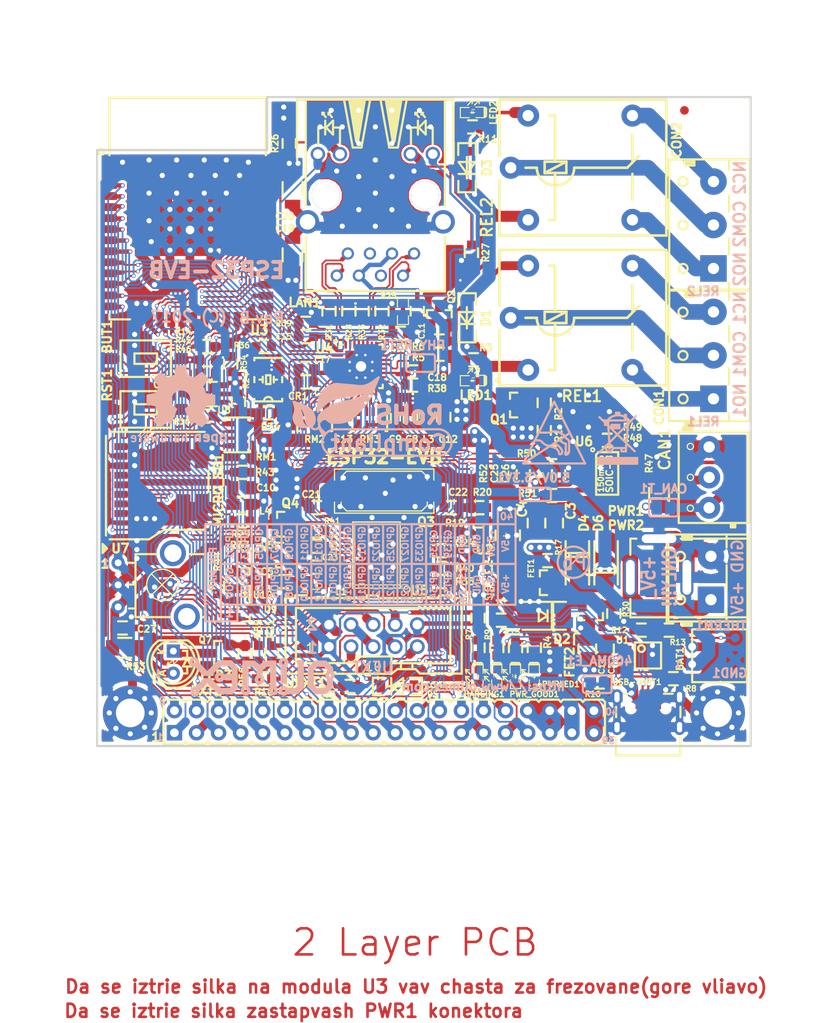
<source format=kicad_pcb>
(kicad_pcb (version 20170123) (host pcbnew no-vcs-found-e53c3af~58~ubuntu14.04.1)
  (title_block (title ESP-EVB) (rev B) (company "OLIMEX Ltd.") (comment 1 https://www.olimex.com))
  (layers (0 F.Cu mixed) (31 B.Cu mixed) (34 B.Paste user hide) (35 F.Paste user hide) (36 B.SilkS user hide) (37 F.SilkS user) (38 B.Mask user hide) (39 F.Mask user hide) (44 Edge.Cuts user))
  (net 0 "")
  (net 1 +5V)
  (net 2 "Net-(400MA_E1-Pad1)")
  (net 3 GND)
  (net 4 "Net-(BAT1-Pad1)")
  (net 5 "Net-(BUT1-Pad2)")
  (net 6 /GPI34/BUT1)
  (net 7 "Net-(C3-Pad1)")
  (net 8 "Net-(C5-Pad2)")
  (net 9 +3V3)
  (net 10 "Net-(C10-Pad1)")
  (net 11 "Net-(C11-Pad1)")
  (net 12 "Net-(C18-Pad2)")
  (net 13 "Net-(CON1-Pad3)")
  (net 14 "Net-(CON1-Pad1)")
  (net 15 "Net-(CON1-Pad2)")
  (net 16 "Net-(CON2-Pad2)")
  (net 17 "Net-(CON2-Pad1)")
  (net 18 "Net-(CON2-Pad3)")
  (net 19 "Net-(CR1-Pad3)")
  (net 20 "Net-(D1-Pad2)")
  (net 21 "Net-(D3-Pad2)")
  (net 22 /GPIO3/U0RXD)
  (net 23 "Net-(D5-Pad1)")
  (net 24 /ESP_EN)
  (net 25 "/GPIO25/EMAC_RXD0(RMII)")
  (net 26 "/GPIO19/EMAC_TXD0(RMII)")
  (net 27 "/GPIO26/EMAC_RXD1(RMII)")
  (net 28 /GPIO33/REL2)
  (net 29 /GPIO32/REL1)
  (net 30 /GPIO9/SD_DATA2)
  (net 31 /GPIO8/SD_DATA1)
  (net 32 /GPIO6/SD_CLK)
  (net 33 /GPIO7/SD_DATA0)
  (net 34 /GPIO1/U0TXD)
  (net 35 /GPIO10/SD_DATA3)
  (net 36 /GPIO11/SD_CMD)
  (net 37 "Net-(L2-Pad1)")
  (net 38 "Net-(LED1-Pad2)")
  (net 39 "Net-(LED2-Pad2)")
  (net 40 "Net-(Q1-Pad1)")
  (net 41 "Net-(Q2-Pad1)")
  (net 42 /STAT2)
  (net 43 "Net-(R10-Pad1)")
  (net 44 /STAT1)
  (net 45 "Net-(R12-Pad2)")
  (net 46 "Net-(R12-Pad1)")
  (net 47 "/#PG(#TE)")
  (net 48 "Net-(R19-Pad1)")
  (net 49 "Net-(R39-Pad1)")
  (net 50 /PHYAD0)
  (net 51 /PHYAD1)
  (net 52 /PHYAD2)
  (net 53 /RMIISEL)
  (net 54 /VDD1A-2A)
  (net 55 /VDDCR)
  (net 56 "/GPIO22/EMAC_TXD1(RMII)")
  (net 57 "/GPIO21/EMAC_TX_EN(RMII)")
  (net 58 "Net-(MICRO_SD1-Pad5)")
  (net 59 "Net-(LAN1-Pad1)")
  (net 60 "Net-(LAN1-Pad2)")
  (net 61 "Net-(LAN1-Pad7)")
  (net 62 "Net-(LAN1-Pad8)")
  (net 63 "Net-(LAN1-PadAG1)")
  (net 64 "Net-(LAN1-PadAY1)")
  (net 65 "Net-(LAN1-PadKG1)")
  (net 66 "Net-(LAN1-PadKY1)")
  (net 67 "Net-(C19-Pad1)")
  (net 68 "Net-(CHARGING1-Pad1)")
  (net 69 "Net-(COMPLETE1-Pad1)")
  (net 70 "Net-(C21-Pad1)")
  (net 71 "Net-(C22-Pad1)")
  (net 72 /CANL)
  (net 73 /CANH)
  (net 74 "Net-(CAN_T1-Pad1)")
  (net 75 /GPI36/U1RXD)
  (net 76 /+5V_EXT)
  (net 77 /GPI39/IR_RECEIVE)
  (net 78 "/GPIO23/MDC(RMII)")
  (net 79 /GPIO27/EMAC_RX_CRS_DV)
  (net 80 /GPI35/CAN-RX)
  (net 81 /GPIO5/CAN-TX)
  (net 82 /GPIO4/U1TXD)
  (net 83 /GPIO0/XTAL1/CLKIN)
  (net 84 /GPIO2/HS2_DATA0)
  (net 85 /GPIO12/IR_Transmit)
  (net 86 /GPIO13/I2C-SDA)
  (net 87 /GPIO14/HS2_CLK)
  (net 88 /GPIO15/HS2_CMD)
  (net 89 /GPIO16/I2C-SCL)
  (net 90 /GPIO17/SPI_CS)
  (net 91 "/GPIO18/MDIO(RMII)")
  (net 92 /+5V_USB)
  (net 93 "Net-(LED3-Pad1)")
  (net 94 "Net-(LED3-Pad2)")
  (net 95 "Net-(MICRO_SD1-Pad1)")
  (net 96 "Net-(MICRO_SD1-Pad2)")
  (net 97 "Net-(MICRO_SD1-Pad8)")
  (net 98 "Net-(PWR_GOOD1-Pad1)")
  (net 99 "Net-(Q4-Pad2)")
  (net 100 "Net-(Q4-Pad1)")
  (net 101 "Net-(Q5-Pad2)")
  (net 102 "Net-(Q5-Pad1)")
  (net 103 "Net-(Q7-Pad1)")
  (net 104 "Net-(R35-Pad1)")
  (net 105 "Net-(R40-Pad1)")
  (net 106 "Net-(R48-Pad1)")
  (net 107 "Net-(R50-Pad2)")
  (net 108 "Net-(R51-Pad2)")
  (net 109 "Net-(U3-Pad32)")
  (net 110 "Net-(U4-Pad4)")
  (net 111 "Net-(U4-Pad14)")
  (net 112 "Net-(U4-Pad18)")
  (net 113 "Net-(U4-Pad20)")
  (net 114 "Net-(U4-Pad26)")
  (net 115 "Net-(U5-Pad6)")
  (net 116 "Net-(U5-Pad7)")
  (net 117 "Net-(U5-Pad11)")
  (net 118 "Net-(U5-Pad12)")
  (net 119 "Net-(U5-Pad13)")
  (net 120 "Net-(U5-Pad14)")
  (net 121 "Net-(U5-Pad17)")
  (net 122 "Net-(U6-Pad5)")
  (net 123 "Net-(USB-UART1-Pad4)")
  (net 124 /OSC_DIS)
  (net 125 "Net-(PWRLED1-Pad1)")
  (net 126 "Net-(Q5-Pad3)")
  (net 127 "Net-(C28-Pad1)")
  (net 128 "Net-(MICRO_SD1-Pad7)")
  (net 129 "Net-(5.0V/3.3V1-Pad2)")
  (net 130 "Net-(R44-Pad2)")
  (net 131 /D_Com)
  (module OLIMEX_LEDs-FP:LED-5mm-PTH-AK (layer F.Cu) (at 78.359 132.08 90)
    (fp_text reference LED3 (at -1.524 4.953 180) (layer F.SilkS) (effects (font (size 1.016 1.016) (thickness 0.254))))
    (fp_text value LED/IR333-A/5mm)
    (fp_text user K (at 1.27 -1.3 90) (layer F.SilkS) (effects (font (size 0.889 0.889) (thickness 0.2032))))
    (fp_text user A (at -1.27 -1.3 90) (layer F.SilkS) (effects (font (size 0.889 0.889) (thickness 0.2032))))
    (pad 2 thru_hole rect (at 1.27 0 270) (size 1.524 1.524) (drill 0.8) (layers *.Cu *.Mask) (net 94 "Net-(LED3-Pad2)"))
    (pad 1 thru_hole circle (at -1.27 0 270) (size 1.524 1.524) (drill 0.8) (layers *.Cu *.Mask) (net 93 "Net-(LED3-Pad1)"))
  )
  (module OLIMEX_LOGOs-FP:OLIMEX_LOGO_TB (layer B.Cu) (at 88.392 133.731 180)
    (fp_text reference "" hide)
    (fp_text value "" hide)
  )
  (module "OLIMEX_IC-FP:QFN32_EP(33)_5.00x5.00x0.90mm_Pitch_0.50mm" (layer F.Cu) (at 99.949 98.044 270)
    (fp_text reference U4 (at -2.032 4.191 180) (layer F.SilkS) (effects (font (size 1.016 1.016) (thickness 0.254))))
    (fp_text value "LAN8710A-EZC(QFN32)")
    (pad 33 smd rect (at 0 0 270) (size 3.6 3.6) (layers F.Cu F.Mask) (net 3 GND))
    (pad 33 thru_hole rect (at -0.5 -1.3 270) (size 0.4 0.4) (drill 0.3) (layers *.Cu F.Mask) (net 3 GND))
    (pad 33 thru_hole rect (at 0.5 -1.3 270) (size 0.4 0.4) (drill 0.3) (layers *.Cu F.Mask) (net 3 GND))
    (pad 33 thru_hole rect (at 1.3 -0.5 270) (size 0.4 0.4) (drill 0.29972) (layers *.Cu F.Mask) (net 3 GND))
    (pad 33 thru_hole rect (at 1.3 0.5 270) (size 0.4 0.4) (drill 0.3) (layers *.Cu F.Mask) (net 3 GND))
    (pad 33 thru_hole rect (at 0.5 1.3 270) (size 0.4 0.4) (drill 0.3) (layers *.Cu F.Mask) (net 3 GND))
    (pad 33 thru_hole rect (at -0.5 1.3 270) (size 0.4 0.4) (drill 0.3) (layers *.Cu F.Mask) (net 3 GND))
    (pad 33 thru_hole rect (at -1.3 0.5 270) (size 0.4 0.4) (drill 0.3) (layers *.Cu F.Mask) (net 3 GND))
    (pad 33 thru_hole rect (at -1.3 -0.5 270) (size 0.4 0.4) (drill 0.3) (layers *.Cu F.Mask) (net 3 GND))
    (pad 33 thru_hole rect (at 0 0 270) (size 1.4224 1.4224) (drill 1.2) (layers *.Cu *.Mask) (net 3 GND))
    (pad 32 smd rect (at -2.45 1.75 270) (size 0.8 0.25) (layers F.Cu F.Paste F.Mask) (net 49 "Net-(R39-Pad1)"))
    (pad 31 smd rect (at -2.45 1.25 270) (size 0.8 0.25) (layers F.Cu F.Paste F.Mask) (net 61 "Net-(LAN1-Pad7)"))
    (pad 30 smd rect (at -2.45 0.75 270) (size 0.8 0.25) (layers F.Cu F.Paste F.Mask) (net 62 "Net-(LAN1-Pad8)"))
    (pad 29 smd rect (at -2.45 0.25 270) (size 0.8 0.25) (layers F.Cu F.Paste F.Mask) (net 59 "Net-(LAN1-Pad1)"))
    (pad 28 smd rect (at -2.45 -0.25 270) (size 0.8 0.25) (layers F.Cu F.Paste F.Mask) (net 60 "Net-(LAN1-Pad2)"))
    (pad 27 smd rect (at -2.45 -0.75 270) (size 0.8 0.25) (layers F.Cu F.Paste F.Mask) (net 54 /VDD1A-2A))
    (pad 26 smd rect (at -2.45 -1.25 270) (size 0.8 0.25) (layers F.Cu F.Paste F.Mask) (net 114 "Net-(U4-Pad26)"))
    (pad 25 smd rect (at -2.45 -1.75 270) (size 0.8 0.25) (layers F.Cu F.Paste F.Mask) (net 3 GND))
    (pad 24 smd rect (at -1.75 -2.45 180) (size 0.8 0.25) (layers F.Cu F.Paste F.Mask) (net 3 GND))
    (pad 23 smd rect (at -1.25 -2.45 180) (size 0.8 0.25) (layers F.Cu F.Paste F.Mask) (net 56 "/GPIO22/EMAC_TXD1(RMII)"))
    (pad 22 smd rect (at -0.75 -2.45 180) (size 0.8 0.25) (layers F.Cu F.Paste F.Mask) (net 26 "/GPIO19/EMAC_TXD0(RMII)"))
    (pad 21 smd rect (at -0.25 -2.45 180) (size 0.8 0.25) (layers F.Cu F.Paste F.Mask) (net 57 "/GPIO21/EMAC_TX_EN(RMII)"))
    (pad 20 smd rect (at 0.25 -2.45 180) (size 0.8 0.25) (layers F.Cu F.Paste F.Mask) (net 113 "Net-(U4-Pad20)"))
    (pad 19 smd rect (at 0.75 -2.45 180) (size 0.8 0.25) (layers F.Cu F.Paste F.Mask) (net 12 "Net-(C18-Pad2)"))
    (pad 18 smd rect (at 1.25 -2.45 180) (size 0.8 0.25) (layers F.Cu F.Paste F.Mask) (net 112 "Net-(U4-Pad18)"))
    (pad 17 smd rect (at 1.75 -2.45 180) (size 0.8 0.25) (layers F.Cu F.Paste F.Mask) (net 78 "/GPIO23/MDC(RMII)"))
    (pad 16 smd rect (at 2.45 -1.75 90) (size 0.8 0.25) (layers F.Cu F.Paste F.Mask) (net 91 "/GPIO18/MDIO(RMII)"))
    (pad 15 smd rect (at 2.45 -1.25 90) (size 0.8 0.25) (layers F.Cu F.Paste F.Mask) (net 79 /GPIO27/EMAC_RX_CRS_DV))
    (pad 14 smd rect (at 2.45 -0.75 90) (size 0.8 0.25) (layers F.Cu F.Paste F.Mask) (net 111 "Net-(U4-Pad14)"))
    (pad 13 smd rect (at 2.45 -0.25 90) (size 0.8 0.25) (layers F.Cu F.Paste F.Mask) (net 50 /PHYAD0))
    (pad 12 smd rect (at 2.45 0.25 90) (size 0.8 0.25) (layers F.Cu F.Paste F.Mask) (net 9 +3V3))
    (pad 11 smd rect (at 2.45 0.75 90) (size 0.8 0.25) (layers F.Cu F.Paste F.Mask) (net 25 "/GPIO25/EMAC_RXD0(RMII)"))
    (pad 10 smd rect (at 2.45 1.25 90) (size 0.8 0.25) (layers F.Cu F.Paste F.Mask) (net 27 "/GPIO26/EMAC_RXD1(RMII)"))
    (pad 9 smd rect (at 2.45 1.75 90) (size 0.8 0.25) (layers F.Cu F.Paste F.Mask) (net 53 /RMIISEL))
    (pad 8 smd rect (at 1.75 2.45) (size 0.8 0.25) (layers F.Cu F.Paste F.Mask) (net 52 /PHYAD2))
    (pad 7 smd rect (at 1.25 2.45) (size 0.8 0.25) (layers F.Cu F.Paste F.Mask) (net 51 /PHYAD1))
    (pad 6 smd rect (at 0.75 2.45) (size 0.8 0.25) (layers F.Cu F.Paste F.Mask) (net 55 /VDDCR))
    (pad 5 smd rect (at 0.25 2.45) (size 0.8 0.25) (layers F.Cu F.Paste F.Mask) (net 83 /GPIO0/XTAL1/CLKIN))
    (pad 4 smd rect (at -0.25 2.45) (size 0.8 0.25) (layers F.Cu F.Paste F.Mask) (net 110 "Net-(U4-Pad4)"))
    (pad 3 smd rect (at -0.75 2.45) (size 0.8 0.25) (layers F.Cu F.Paste F.Mask) (net 64 "Net-(LAN1-PadAY1)"))
    (pad 2 smd rect (at -1.25 2.45) (size 0.8 0.25) (layers F.Cu F.Paste F.Mask) (net 65 "Net-(LAN1-PadKG1)"))
    (pad 1 smd rect (at -1.75 2.45) (size 0.8 0.25) (layers F.Cu F.Paste F.Mask) (net 54 /VDD1A-2A))
  )
  (module OLIMEX_Connectors-FP:USB-MICRO_MISB-SWMM-5B_LF (layer F.Cu) (at 133 139.319 270)
    (fp_text reference USB-UART1 (at -4.953 1.301 180) (layer F.SilkS) (effects (font (size 0.635 0.635) (thickness 0.15875))))
    (fp_text value "MISB-SWMM-5B-LF(USB_MICRO)")
    (pad 0 thru_hole oval (at 0.25 -3.6) (size 1.2 1.8) (drill oval 0.6 1.2) (layers *.Cu *.Mask) (net 3 GND))
    (pad 0 thru_hole oval (at -3.22 -3.6) (size 1.2 1.8) (drill oval 0.6 1.2) (layers *.Cu *.Mask) (net 3 GND))
    (pad 0 thru_hole oval (at -3.22 3.6) (size 1.2 1.8) (drill oval 0.6 1.2) (layers *.Cu *.Mask) (net 3 GND))
    (pad 0 thru_hole oval (at 0.25 3.6) (size 1.2 1.8) (drill oval 0.6 1.2) (layers *.Cu *.Mask) (net 3 GND))
    (pad 0 smd rect (at 1.4 -1.5) (size 1.1 1) (layers F.Cu F.Paste F.Mask) (net 3 GND))
    (pad 0 smd rect (at 1.4 1.5) (size 1.1 1) (layers F.Cu F.Paste F.Mask) (net 3 GND))
    (pad "" np_thru_hole circle (at -1.9 -2) (size 0.6 0.6) (drill 0.6) (layers *.Cu *.Mask))
    (pad "" np_thru_hole circle (at -1.9 2) (size 0.6 0.6) (drill 0.6) (layers *.Cu *.Mask))
    (pad 5 smd rect (at -2.9 -1.3) (size 0.325 2.15) (layers F.Cu F.Paste F.Mask) (net 3 GND))
    (pad 4 smd rect (at -2.9 -0.65) (size 0.325 2.15) (layers F.Cu F.Paste F.Mask) (net 123 "Net-(USB-UART1-Pad4)"))
    (pad 3 smd rect (at -2.9 0) (size 0.325 2.15) (layers F.Cu F.Paste F.Mask) (net 115 "Net-(U5-Pad6)"))
    (pad 2 smd rect (at -2.9 0.65) (size 0.325 2.15) (layers F.Cu F.Paste F.Mask) (net 116 "Net-(U5-Pad7)"))
    (pad 1 smd rect (at -2.9 1.3) (size 0.325 2.15) (layers F.Cu F.Paste F.Mask) (net 92 /+5V_USB))
  )
  (module OLIMEX_RLC-FP:0R_0603 (layer F.Cu) (at 104.775 91.694 90)
    (fp_text reference R25 (at 1.778 -1.651) (layer F.SilkS) (effects (font (size 0.635 0.635) (thickness 0.15875))))
    (fp_text value "0R(board_mounted)")
    (pad 1 smd rect (at -0.889 0 90) (size 1.016 1.016) (layers F.Cu F.Paste F.Mask) (net 54 /VDD1A-2A) (clearance 0.0508))
    (pad 2 smd rect (at 0.889 0 90) (size 1.016 1.016) (layers F.Cu F.Paste F.Mask) (net 11 "Net-(C11-Pad1)") (clearance 0.0508))
    (pad 1 smd rect (at 0 0 90) (size 0.78 0.5) (layers F.Cu F.Mask) (net 54 /VDD1A-2A) (clearance 0.0508))
  )
  (module OLIMEX_Cases-FP:ESP-WROOM-32_MODULE (layer F.Cu) (at 80.01 79.883)
    (fp_text reference U3 (at 8.255 13.97) (layer F.SilkS) (effects (font (size 1.016 1.016) (thickness 0.254))))
    (fp_text value ESP-WROOM-32)
    (pad 39 thru_hole circle (at -2.0404 4.7998) (size 1.3 1.3) (drill 0.6) (layers *.Cu *.Mask) (net 3 GND))
    (pad 39 thru_hole circle (at 0.271 2.463) (size 2 2) (drill 1) (layers *.Cu *.Mask) (net 3 GND))
    (pad 39 smd rect (at 0.3 2.45) (size 6 6) (layers F.Cu F.Mask) (net 3 GND))
    (pad 38 smd rect (at 9 -5.21) (size 1.7 0.9) (layers F.Cu F.Paste F.Mask) (net 3 GND))
    (pad 37 smd rect (at 9 -3.94) (size 1.7 0.9) (layers F.Cu F.Paste F.Mask) (net 78 "/GPIO23/MDC(RMII)"))
    (pad 36 smd rect (at 9 -2.67) (size 1.7 0.9) (layers F.Cu F.Paste F.Mask) (net 56 "/GPIO22/EMAC_TXD1(RMII)"))
    (pad 35 smd rect (at 9 -1.4) (size 1.7 0.9) (layers F.Cu F.Paste F.Mask) (net 34 /GPIO1/U0TXD))
    (pad 34 smd rect (at 9 -0.13) (size 1.7 0.9) (layers F.Cu F.Paste F.Mask) (net 22 /GPIO3/U0RXD))
    (pad 33 smd rect (at 9 1.14) (size 1.7 0.9) (layers F.Cu F.Paste F.Mask) (net 57 "/GPIO21/EMAC_TX_EN(RMII)"))
    (pad 32 smd rect (at 9 2.41) (size 1.7 0.9) (layers F.Cu F.Paste F.Mask) (net 109 "Net-(U3-Pad32)"))
    (pad 31 smd rect (at 9 3.68) (size 1.7 0.9) (layers F.Cu F.Paste F.Mask) (net 26 "/GPIO19/EMAC_TXD0(RMII)"))
    (pad 30 smd rect (at 9 4.95) (size 1.7 0.9) (layers F.Cu F.Paste F.Mask) (net 91 "/GPIO18/MDIO(RMII)"))
    (pad 29 smd rect (at 9 6.22) (size 1.7 0.9) (layers F.Cu F.Paste F.Mask) (net 81 /GPIO5/CAN-TX))
    (pad 28 smd rect (at 9 7.49) (size 1.7 0.9) (layers F.Cu F.Paste F.Mask) (net 90 /GPIO17/SPI_CS))
    (pad 27 smd rect (at 9 8.76) (size 1.7 0.9) (layers F.Cu F.Paste F.Mask) (net 89 /GPIO16/I2C-SCL))
    (pad 26 smd rect (at 9 10.03) (size 1.7 0.9) (layers F.Cu F.Paste F.Mask) (net 82 /GPIO4/U1TXD))
    (pad 25 smd rect (at 9 11.3) (size 1.7 0.9) (layers F.Cu F.Paste F.Mask) (net 83 /GPIO0/XTAL1/CLKIN))
    (pad 24 smd rect (at 5.73 12.75) (size 0.9 1.7) (layers F.Cu F.Paste F.Mask) (net 84 /GPIO2/HS2_DATA0))
    (pad 23 smd rect (at 4.46 12.75) (size 0.9 1.7) (layers F.Cu F.Paste F.Mask) (net 88 /GPIO15/HS2_CMD))
    (pad 22 smd rect (at 3.19 12.75) (size 0.9 1.7) (layers F.Cu F.Paste F.Mask) (net 31 /GPIO8/SD_DATA1))
    (pad 21 smd rect (at 1.92 12.75) (size 0.9 1.7) (layers F.Cu F.Paste F.Mask) (net 33 /GPIO7/SD_DATA0))
    (pad 20 smd rect (at 0.65 12.75) (size 0.9 1.7) (layers F.Cu F.Paste F.Mask) (net 32 /GPIO6/SD_CLK))
    (pad 19 smd rect (at -0.62 12.75) (size 0.9 1.7) (layers F.Cu F.Paste F.Mask) (net 36 /GPIO11/SD_CMD))
    (pad 18 smd rect (at -1.89 12.75) (size 0.9 1.7) (layers F.Cu F.Paste F.Mask) (net 35 /GPIO10/SD_DATA3))
    (pad 17 smd rect (at -3.16 12.75) (size 0.9 1.7) (layers F.Cu F.Paste F.Mask) (net 30 /GPIO9/SD_DATA2))
    (pad 16 smd rect (at -4.43 12.75) (size 0.9 1.7) (layers F.Cu F.Paste F.Mask) (net 86 /GPIO13/I2C-SDA))
    (pad 15 smd rect (at -5.7 12.75) (size 0.9 1.7) (layers F.Cu F.Paste F.Mask) (net 3 GND))
    (pad 14 smd rect (at -9 11.26) (size 1.7 0.9) (layers F.Cu F.Paste F.Mask) (net 85 /GPIO12/IR_Transmit))
    (pad 13 smd rect (at -9 9.99) (size 1.7 0.9) (layers F.Cu F.Paste F.Mask) (net 87 /GPIO14/HS2_CLK))
    (pad 12 smd rect (at -9 8.72) (size 1.7 0.9) (layers F.Cu F.Paste F.Mask) (net 79 /GPIO27/EMAC_RX_CRS_DV))
    (pad 11 smd rect (at -9 7.45) (size 1.7 0.9) (layers F.Cu F.Paste F.Mask) (net 27 "/GPIO26/EMAC_RXD1(RMII)"))
    (pad 10 smd rect (at -9 6.18) (size 1.7 0.9) (layers F.Cu F.Paste F.Mask) (net 25 "/GPIO25/EMAC_RXD0(RMII)"))
    (pad 9 smd rect (at -9 4.91) (size 1.7 0.9) (layers F.Cu F.Paste F.Mask) (net 28 /GPIO33/REL2))
    (pad 8 smd rect (at -9 3.64) (size 1.7 0.9) (layers F.Cu F.Paste F.Mask) (net 29 /GPIO32/REL1))
    (pad 7 smd rect (at -9 2.37) (size 1.7 0.9) (layers F.Cu F.Paste F.Mask) (net 80 /GPI35/CAN-RX))
    (pad 6 smd rect (at -9 1.1) (size 1.7 0.9) (layers F.Cu F.Paste F.Mask) (net 6 /GPI34/BUT1))
    (pad 5 smd rect (at -9 -0.17) (size 1.7 0.9) (layers F.Cu F.Paste F.Mask) (net 77 /GPI39/IR_RECEIVE))
    (pad 4 smd rect (at -9 -1.44) (size 1.7 0.9) (layers F.Cu F.Paste F.Mask) (net 75 /GPI36/U1RXD))
    (pad 3 smd rect (at -9 -2.71) (size 1.7 0.9) (layers F.Cu F.Paste F.Mask) (net 24 /ESP_EN))
    (pad 2 smd rect (at -9 -3.98) (size 1.7 0.9) (layers F.Cu F.Paste F.Mask) (net 9 +3V3))
    (pad 1 smd rect (at -9 -5.25) (size 1.7 0.9) (layers F.Cu F.Paste F.Mask) (net 3 GND))
    (pad 39 thru_hole circle (at 2.6332 4.7998) (size 1.3 1.3) (drill 0.6) (layers *.Cu *.Mask) (net 3 GND))
    (pad 39 thru_hole circle (at -2.0404 0.1008) (size 1.3 1.3) (drill 0.6) (layers *.Cu *.Mask) (net 3 GND))
    (pad 39 thru_hole circle (at 2.6332 0.1008) (size 1.3 1.3) (drill 0.6) (layers *.Cu *.Mask) (net 3 GND))
    (pad 39 thru_hole circle (at 0.271 0.1008) (size 1.3 1.3) (drill 0.6) (layers *.Cu *.Mask) (net 3 GND))
    (pad 39 thru_hole circle (at 0.271 4.7998) (size 1.3 1.3) (drill 0.6) (layers *.Cu *.Mask) (net 3 GND))
    (pad 39 thru_hole circle (at -2.0404 2.336) (size 1.3 1.3) (drill 0.6) (layers *.Cu *.Mask) (net 3 GND))
    (pad 39 thru_hole circle (at 2.6332 2.336) (size 1.3 1.3) (drill 0.6) (layers *.Cu *.Mask) (net 3 GND))
  )
  (module OLIMEX_Connectors-FP:TFC-WXCP11-08-LF (layer F.Cu) (at 76.327 111.125 180)
    (fp_text reference MICRO_SD1 (at -7.239 -1.143 270) (layer F.SilkS) (effects (font (size 1.016 1.016) (thickness 0.254))))
    (fp_text value TFC-WXCP11-08-LF)
    (pad SH2 smd rect (at -5.25 -3.15 270) (size 3.1 1.5) (layers F.Cu F.Paste F.Mask) (net 3 GND))
    (pad SH1 smd rect (at -5.25 2.91 270) (size 3.1 1.5) (layers F.Cu F.Paste F.Mask) (net 3 GND))
    (pad FID4 smd circle (at 5.72 5.54 270) (size 0.4 0.4) (layers F.Cu F.Mask))
    (pad FID3 smd circle (at -6.08 5.54 270) (size 0.4 0.4) (layers F.Cu F.Mask))
    (pad FID2 smd circle (at -6.08 -5.73 270) (size 0.4 0.4) (layers F.Cu F.Mask))
    (pad FID1 smd circle (at 5.72 -6.82 270) (size 0.4 0.4) (layers F.Cu F.Mask))
    (pad 8 smd rect (at 4 3.85 270) (size 0.8 1.5) (layers F.Cu F.Paste F.Mask) (net 97 "Net-(MICRO_SD1-Pad8)"))
    (pad 7 smd rect (at 4 2.75 270) (size 0.8 1.5) (layers F.Cu F.Paste F.Mask) (net 128 "Net-(MICRO_SD1-Pad7)"))
    (pad 6 smd rect (at 4 1.65 270) (size 0.8 1.5) (layers F.Cu F.Paste F.Mask) (net 3 GND))
    (pad 5 smd rect (at 4 0.55 270) (size 0.8 1.5) (layers F.Cu F.Paste F.Mask) (net 58 "Net-(MICRO_SD1-Pad5)"))
    (pad 4 smd rect (at 4 -0.55 270) (size 0.8 1.5) (layers F.Cu F.Paste F.Mask) (net 10 "Net-(C10-Pad1)"))
    (pad 3 smd rect (at 4 -1.65 270) (size 0.8 1.5) (layers F.Cu F.Paste F.Mask) (net 88 /GPIO15/HS2_CMD))
    (pad 2 smd rect (at 4 -2.75 270) (size 0.8 1.5) (layers F.Cu F.Paste F.Mask) (net 96 "Net-(MICRO_SD1-Pad2)"))
    (pad 1 smd rect (at 4 -3.85 270) (size 0.8 1.5) (layers F.Cu F.Paste F.Mask) (net 95 "Net-(MICRO_SD1-Pad1)"))
  )
  (module OLIMEX_Connectors-FP:TB3-3.5mm (layer F.Cu) (at 140 110.815 270)
    (fp_text reference CAN1 (at -3.246 5.126 270) (layer F.SilkS) (effects (font (size 1.27 1.27) (thickness 0.254))))
    (fp_text value TB3-3.5mm)
    (pad 3 thru_hole circle (at 3.5 0 270) (size 2.54 2.54) (drill 1.3) (layers *.Cu *.Mask) (net 73 /CANH))
    (pad 1 thru_hole circle (at -3.5 0 270) (size 2.54 2.54) (drill 1.3) (layers *.Cu *.Mask) (net 3 GND))
    (pad 2 thru_hole circle (at 0 0 270) (size 2.54 2.54) (drill 1.3) (layers *.Cu *.Mask) (net 72 /CANL))
  )
  (module OLIMEX_Connectors-FP:UEXT_ML10 (layer F.Cu) (at 101.346 129.032)
    (fp_text reference UEXT1 (at -7.747 5.461) (layer F.SilkS) (effects (font (size 1.016 1.016) (thickness 0.254))))
    (fp_text value BH10S)
    (fp_text user 10 (at 0.0381 3.55092) (layer F.SilkS))
    (fp_text user 1 (at -7.2644 1.39192) (layer F.SilkS))
    (fp_text user 2 (at -7.34822 -1.23444) (layer F.SilkS))
    (pad 10 thru_hole circle (at 5.08 -1.27) (size 1.7 1.7) (drill 1.1) (layers *.Cu *.Mask) (net 90 /GPIO17/SPI_CS))
    (pad 9 thru_hole circle (at 5.08 1.27) (size 1.7 1.7) (drill 1.1) (layers *.Cu *.Mask) (net 87 /GPIO14/HS2_CLK))
    (pad 8 thru_hole circle (at 2.54 -1.27) (size 1.7 1.7) (drill 1.1) (layers *.Cu *.Mask) (net 84 /GPIO2/HS2_DATA0))
    (pad 7 thru_hole circle (at 2.54 1.27) (size 1.7 1.7) (drill 1.1) (layers *.Cu *.Mask) (net 88 /GPIO15/HS2_CMD))
    (pad 6 thru_hole circle (at 0 -1.27) (size 1.7 1.7) (drill 1.1) (layers *.Cu *.Mask) (net 86 /GPIO13/I2C-SDA))
    (pad 5 thru_hole circle (at 0 1.27) (size 1.7 1.7) (drill 1.1) (layers *.Cu *.Mask) (net 89 /GPIO16/I2C-SCL))
    (pad 4 thru_hole circle (at -2.54 -1.27) (size 1.7 1.7) (drill 1.1) (layers *.Cu *.Mask) (net 23 "Net-(D5-Pad1)"))
    (pad 3 thru_hole circle (at -2.54 1.27) (size 1.7 1.7) (drill 1.1) (layers *.Cu *.Mask) (net 82 /GPIO4/U1TXD))
    (pad 2 thru_hole circle (at -5.08 -1.27) (size 1.7 1.7) (drill 1.1) (layers *.Cu *.Mask) (net 3 GND))
    (pad 1 thru_hole rect (at -5.08 1.27) (size 1.7 1.7) (drill 1.1) (layers *.Cu *.Mask) (net 8 "Net-(C5-Pad2)"))
  )
  (module OLIMEX_Relays-FP:Relay_RAS-05-15 (layer F.Cu) (at 125.476 75.184 180)
    (fp_text reference REL2 (at 11.049 -5.715 270) (layer F.SilkS) (effects (font (size 1.27 1.27) (thickness 0.254))))
    (fp_text value RAS-0515)
    (pad COM0 thru_hole circle (at 8.3 0 180) (size 2.54 2.54) (drill 1.3) (layers *.Cu *.Mask) (net 16 "Net-(CON2-Pad2)") (clearance 2.54))
    (pad NO0 thru_hole circle (at -5.7 -6 180) (size 2.54 2.54) (drill 1.3) (layers *.Cu *.Mask) (net 17 "Net-(CON2-Pad1)") (clearance 2.54))
    (pad NC0 thru_hole circle (at -5.7 6 180) (size 2.54 2.54) (drill 1.3) (layers *.Cu *.Mask) (net 18 "Net-(CON2-Pad3)") (clearance 2.54))
    (pad 2 thru_hole circle (at 6.3 6 180) (size 2.54 2.54) (drill 1.3) (layers *.Cu *.Mask) (net 21 "Net-(D3-Pad2)"))
    (pad 1 thru_hole circle (at 6.3 -6 180) (size 2.54 2.54) (drill 1.3) (layers *.Cu *.Mask) (net 1 +5V))
  )
  (module OLIMEX_Relays-FP:Relay_RAS-05-15 (layer F.Cu) (at 125.476 92.456 180)
    (fp_text reference REL1 (at 0.127 -9.017) (layer F.SilkS) (effects (font (size 1.27 1.27) (thickness 0.254))))
    (fp_text value RAS-0515)
    (pad COM0 thru_hole circle (at 8.3 0 180) (size 2.54 2.54) (drill 1.3) (layers *.Cu *.Mask) (net 15 "Net-(CON1-Pad2)") (clearance 2.54))
    (pad NO0 thru_hole circle (at -5.7 -6 180) (size 2.54 2.54) (drill 1.3) (layers *.Cu *.Mask) (net 14 "Net-(CON1-Pad1)") (clearance 2.54))
    (pad NC0 thru_hole circle (at -5.7 6 180) (size 2.54 2.54) (drill 1.3) (layers *.Cu *.Mask) (net 13 "Net-(CON1-Pad3)") (clearance 2.54))
    (pad 2 thru_hole circle (at 6.3 6 180) (size 2.54 2.54) (drill 1.3) (layers *.Cu *.Mask) (net 20 "Net-(D1-Pad2)"))
    (pad 1 thru_hole circle (at 6.3 -6 180) (size 2.54 2.54) (drill 1.3) (layers *.Cu *.Mask) (net 1 +5V))
  )
  (module OLIMEX_Connectors-FP:RJLBC-060TC1 (layer F.Cu) (at 101.6 78.359 180)
    (fp_text reference LAN1 (at 8.128 -12.319 180) (layer F.SilkS) (effects (font (size 1.016 1.016) (thickness 0.254))))
    (fp_text value "RJLD-060TC1(LPJ4013EDNL)")
    (pad Dril thru_hole circle (at 5.715 0 180) (size 3.2 3.2) (drill 3.2) (layers *.Cu *.Mask))
    (pad Dril thru_hole circle (at -5.715 0 180) (size 3.2 3.2) (drill 3.2) (layers *.Cu *.Mask))
    (pad KY1 thru_hole circle (at -4.07 4.7485 180) (size 1.65 1.65) (drill 1.1) (layers *.Cu *.Mask) (net 66 "Net-(LAN1-PadKY1)"))
    (pad KG1 thru_hole circle (at 6.61 4.7485 180) (size 1.65 1.65) (drill 1.1) (layers *.Cu *.Mask) (net 65 "Net-(LAN1-PadKG1)"))
    (pad GND2 thru_hole circle (at 7.8 -3.05 180) (size 2.7 2.7) (drill 1.8) (layers *.Cu *.Mask) (net 67 "Net-(C19-Pad1)"))
    (pad GND1 thru_hole circle (at -7.8 -3.05 180) (size 2.7 2.7) (drill 1.8) (layers *.Cu *.Mask) (net 67 "Net-(C19-Pad1)"))
    (pad AY1 thru_hole circle (at -6.61 4.7485 180) (size 1.65 1.65) (drill 1.1) (layers *.Cu *.Mask) (net 64 "Net-(LAN1-PadAY1)"))
    (pad AG1 thru_hole circle (at 4.07 4.7485 180) (size 1.65 1.65) (drill 1.1) (layers *.Cu *.Mask) (net 63 "Net-(LAN1-PadAG1)"))
    (pad 8 thru_hole circle (at 4.435 -9.24 180) (size 1.41 1.41) (drill 0.9) (layers *.Cu *.Mask) (net 62 "Net-(LAN1-Pad8)"))
    (pad 7 thru_hole circle (at 3.165 -6.7 180) (size 1.41 1.41) (drill 0.9) (layers *.Cu *.Mask) (net 61 "Net-(LAN1-Pad7)"))
    (pad 6 thru_hole circle (at 1.895 -9.24 180) (size 1.41 1.41) (drill 0.9) (layers *.Cu *.Mask) (net 11 "Net-(C11-Pad1)"))
    (pad 5 thru_hole circle (at 0.625 -6.7 180) (size 1.41 1.41) (drill 0.9) (layers *.Cu *.Mask))
    (pad 4 thru_hole circle (at -0.645 -9.24 180) (size 1.41 1.41) (drill 0.9) (layers *.Cu *.Mask))
    (pad 3 thru_hole circle (at -1.915 -6.7 180) (size 1.41 1.41) (drill 0.9) (layers *.Cu *.Mask) (net 11 "Net-(C11-Pad1)"))
    (pad 2 thru_hole circle (at -3.185 -9.24 180) (size 1.41 1.41) (drill 0.9) (layers *.Cu *.Mask) (net 60 "Net-(LAN1-Pad2)"))
    (pad 1 thru_hole circle (at -4.455 -6.7 180) (size 1.41 1.41) (drill 0.9) (layers *.Cu *.Mask) (net 59 "Net-(LAN1-Pad1)"))
  )
  (module OLIMEX_Jumpers-FP:SJ_Closed (layer B.Cu) (at 127.127 134.62)
    (fp_text reference 400MA_E1 (at 0.254 -2.667) (layer B.SilkS) (effects (font (size 1.016 1.016) (thickness 0.254)) (justify mirror)))
    (fp_text value Closed)
    (pad 1 connect rect (at 0 0) (size 0.508 0.4064) (layers B.Cu B.Mask) (net 2 "Net-(400MA_E1-Pad1)"))
    (pad 2 smd rect (at 0.762 0) (size 1.1684 1.6002) (layers B.Cu B.Mask) (net 3 GND) (clearance 0.0508))
    (pad 1 smd rect (at -0.762 0) (size 1.1684 1.6002) (layers B.Cu B.Mask) (net 2 "Net-(400MA_E1-Pad1)"))
    (pad 1 smd rect (at -0.762 0) (size 1.1684 1.6002) (layers B.Cu B.Mask) (net 2 "Net-(400MA_E1-Pad1)") (clearance 0.0508))
  )
  (module OLIMEX_Jumpers-FP:SJ (layer B.Cu) (at 106.807 97.663 180)
    (fp_text reference PHY_RST1 (at 0.889 2.032 180) (layer B.SilkS) (effects (font (size 1.016 1.016) (thickness 0.254)) (justify mirror)))
    (fp_text value Opened)
    (pad 1 smd rect (at -0.762 0 180) (size 1.1684 1.6002) (layers B.Cu B.Mask) (net 3 GND) (clearance 0.0508))
    (pad 1 smd rect (at -0.762 0 180) (size 1.1684 1.6002) (layers B.Cu B.Mask) (net 3 GND))
    (pad 2 smd rect (at 0.762 0 180) (size 1.1684 1.6002) (layers B.Cu B.Mask) (net 12 "Net-(C18-Pad2)") (clearance 0.0508))
  )
  (module OLIMEX_Other-FP:Mounting_hole_3.3mm (layer F.Cu) (at 140.97 70.358)
    (fp_text reference MH1 hide)
    (fp_text value Mounting_hole_Shield_3.3mm hide)
    (pad "" np_thru_hole circle (at 0 0) (size 3.3 3.3) (drill 3.3) (layers *.Cu *.Mask) (clearance 1.55))
  )
  (module OLIMEX_Connectors-FP:LIPO_BAT-CON2DW02R (layer F.Cu) (at 141.1986 131.318 90)
    (fp_text reference BAT1 (at -0.381 -4.5466 90) (layer F.SilkS) (effects (font (size 0.762 0.762) (thickness 0.1905))))
    (fp_text value DW02R)
    (pad 1 thru_hole rect (at -1.00838 -3.15214 90) (size 1.4 1.4) (drill 0.9) (layers *.Cu *.Mask) (net 4 "Net-(BAT1-Pad1)"))
    (pad 2 thru_hole circle (at 1.0033 -3.15468 90) (size 1.4 1.4) (drill 0.9) (layers *.Cu *.Mask) (net 3 GND))
  )
  (module OLIMEX_RLC-FP:C_0805_5MIL_DWS (layer F.Cu) (at 125.984 130.556 270)
    (fp_text reference C1 (at 2.286 -1.651 270) (layer F.SilkS) (effects (font (size 0.635 0.635) (thickness 0.15875))))
    (fp_text value 47uF/6.3V/20%/X5R/C0805)
    (pad 2 smd rect (at 1.016 0) (size 1.524 1.27) (layers F.Cu F.Paste F.Mask) (net 3 GND))
    (pad 1 smd rect (at -1.016 0) (size 1.524 1.27) (layers F.Cu F.Paste F.Mask) (net 1 +5V))
  )
  (module OLIMEX_RLC-FP:C_0805_5MIL_DWS (layer F.Cu) (at 128.016 130.556 270)
    (fp_text reference C2 (at 2.286 -0.762 270) (layer F.SilkS) (effects (font (size 0.635 0.635) (thickness 0.15875))))
    (fp_text value 47uF/6.3V/20%/X5R/C0805)
    (pad 1 smd rect (at -1.016 0) (size 1.524 1.27) (layers F.Cu F.Paste F.Mask) (net 1 +5V))
    (pad 2 smd rect (at 1.016 0) (size 1.524 1.27) (layers F.Cu F.Paste F.Mask) (net 3 GND))
  )
  (module OLIMEX_RLC-FP:C_0603_5MIL_DWS (layer F.Cu) (at 91.059 122.809)
    (fp_text reference C5 (at -1.905 -1.143) (layer F.SilkS) (effects (font (size 0.762 0.762) (thickness 0.1905))))
    (fp_text value 22uF/6.3V/20%/X5R/C0603)
    (pad 2 smd rect (at 0.889 0) (size 1.016 1.016) (layers F.Cu F.Paste F.Mask) (net 8 "Net-(C5-Pad2)") (clearance 0.0508))
    (pad 1 smd rect (at -0.889 0) (size 1.016 1.016) (layers F.Cu F.Paste F.Mask) (net 3 GND) (clearance 0.0508))
  )
  (module OLIMEX_RLC-FP:C_0603_5MIL_DWS (layer F.Cu) (at 116.078 125.73)
    (fp_text reference C6 (at -1.397 -2.159) (layer F.SilkS) (effects (font (size 0.635 0.635) (thickness 0.15875))))
    (fp_text value 22uF/6.3V/20%/X5R/C0603)
    (pad 2 smd rect (at 0.889 0) (size 1.016 1.016) (layers F.Cu F.Paste F.Mask) (net 3 GND) (clearance 0.0508))
    (pad 1 smd rect (at -0.889 0) (size 1.016 1.016) (layers F.Cu F.Paste F.Mask) (net 9 +3V3) (clearance 0.0508))
  )
  (module OLIMEX_RLC-FP:C_0603_5MIL_DWS (layer F.Cu) (at 116.078 127.254)
    (fp_text reference C7 (at -1.397 -2.667) (layer F.SilkS) (effects (font (size 0.635 0.635) (thickness 0.15875))))
    (fp_text value 22uF/6.3V/20%/X5R/C0603)
    (pad 2 smd rect (at 0.889 0) (size 1.016 1.016) (layers F.Cu F.Paste F.Mask) (net 3 GND) (clearance 0.0508))
    (pad 1 smd rect (at -0.889 0) (size 1.016 1.016) (layers F.Cu F.Paste F.Mask) (net 9 +3V3) (clearance 0.0508))
  )
  (module OLIMEX_RLC-FP:C_0603_5MIL_DWS (layer F.Cu) (at 105.664 104.013 90)
    (fp_text reference C8 (at -2.413 0.127 180) (layer F.SilkS) (effects (font (size 0.762 0.762) (thickness 0.1905))))
    (fp_text value 22uF/6.3V/20%/X5R/C0603)
    (pad 1 smd rect (at -0.889 0 90) (size 1.016 1.016) (layers F.Cu F.Paste F.Mask) (net 9 +3V3) (clearance 0.0508))
    (pad 2 smd rect (at 0.889 0 90) (size 1.016 1.016) (layers F.Cu F.Paste F.Mask) (net 3 GND) (clearance 0.0508))
  )
  (module OLIMEX_RLC-FP:C_0603_5MIL_DWS (layer F.Cu) (at 104.14 104.013 90)
    (fp_text reference C9 (at -2.413 -0.254 180) (layer F.SilkS) (effects (font (size 0.762 0.762) (thickness 0.1905))))
    (fp_text value 22uF/6.3V/20%/X5R/C0603)
    (pad 1 smd rect (at -0.889 0 90) (size 1.016 1.016) (layers F.Cu F.Paste F.Mask) (net 9 +3V3) (clearance 0.0508))
    (pad 2 smd rect (at 0.889 0 90) (size 1.016 1.016) (layers F.Cu F.Paste F.Mask) (net 3 GND) (clearance 0.0508))
  )
  (module OLIMEX_RLC-FP:C_0805_5MIL_DWS (layer F.Cu) (at 86.233 112.014)
    (fp_text reference C10 (at 2.794 0) (layer F.SilkS) (effects (font (size 0.762 0.762) (thickness 0.1905))))
    (fp_text value 47uF/6.3V/20%/X5R/C0805)
    (pad 1 smd rect (at -1.016 0 90) (size 1.524 1.27) (layers F.Cu F.Paste F.Mask) (net 10 "Net-(C10-Pad1)"))
    (pad 2 smd rect (at 1.016 0 90) (size 1.524 1.27) (layers F.Cu F.Paste F.Mask) (net 3 GND))
  )
  (module OLIMEX_RLC-FP:C_0603_5MIL_DWS (layer F.Cu) (at 106.426 91.694 270)
    (fp_text reference C11 (at 2.286 -0.508 90) (layer F.SilkS) (effects (font (size 0.635 0.635) (thickness 0.15875))))
    (fp_text value 100nF/50V/20%/Y5V/C0603)
    (pad 2 smd rect (at 0.889 0 270) (size 1.016 1.016) (layers F.Cu F.Paste F.Mask) (net 3 GND) (clearance 0.0508))
    (pad 1 smd rect (at -0.889 0 270) (size 1.016 1.016) (layers F.Cu F.Paste F.Mask) (net 11 "Net-(C11-Pad1)") (clearance 0.0508))
  )
  (module OLIMEX_RLC-FP:C_0603_5MIL_DWS (layer F.Cu) (at 109.474 103.886 270)
    (fp_text reference C12 (at 2.54 -0.508) (layer F.SilkS) (effects (font (size 0.762 0.762) (thickness 0.1905))))
    (fp_text value 22uF/6.3V/20%/X5R/C0603)
    (pad 2 smd rect (at 0.889 0 270) (size 1.016 1.016) (layers F.Cu F.Paste F.Mask) (net 3 GND) (clearance 0.0508))
    (pad 1 smd rect (at -0.889 0 270) (size 1.016 1.016) (layers F.Cu F.Paste F.Mask) (net 54 /VDD1A-2A) (clearance 0.0508))
  )
  (module OLIMEX_RLC-FP:C_0603_5MIL_DWS (layer F.Cu) (at 97.79 104.013 270)
    (fp_text reference C13 (at 2.413 -0.127) (layer F.SilkS) (effects (font (size 0.762 0.762) (thickness 0.1905))))
    (fp_text value 100nF/50V/20%/Y5V/C0603)
    (pad 2 smd rect (at 0.889 0 270) (size 1.016 1.016) (layers F.Cu F.Paste F.Mask) (net 3 GND) (clearance 0.0508))
    (pad 1 smd rect (at -0.889 0 270) (size 1.016 1.016) (layers F.Cu F.Paste F.Mask) (net 9 +3V3) (clearance 0.0508))
  )
  (module OLIMEX_RLC-FP:C_0603_5MIL_DWS (layer F.Cu) (at 104.521 94.234)
    (fp_text reference C14 (at -0.127 1.651) (layer F.SilkS) (effects (font (size 0.762 0.762) (thickness 0.1905))))
    (fp_text value 100nF/50V/20%/Y5V/C0603)
    (pad 1 smd rect (at -0.889 0) (size 1.016 1.016) (layers F.Cu F.Paste F.Mask) (net 54 /VDD1A-2A) (clearance 0.0508))
    (pad 2 smd rect (at 0.889 0) (size 1.016 1.016) (layers F.Cu F.Paste F.Mask) (net 3 GND) (clearance 0.0508))
  )
  (module OLIMEX_RLC-FP:C_0603_5MIL_DWS (layer F.Cu) (at 93.599 94.615 180)
    (fp_text reference C15 (at 2.54 0 180) (layer F.SilkS) (effects (font (size 0.635 0.635) (thickness 0.15875))))
    (fp_text value 100nF/50V/20%/Y5V/C0603)
    (pad 1 smd rect (at -0.889 0 180) (size 1.016 1.016) (layers F.Cu F.Paste F.Mask) (net 54 /VDD1A-2A) (clearance 0.0508))
    (pad 2 smd rect (at 0.889 0 180) (size 1.016 1.016) (layers F.Cu F.Paste F.Mask) (net 3 GND) (clearance 0.0508))
  )
  (module OLIMEX_RLC-FP:C_0603_5MIL_DWS (layer F.Cu) (at 93.599 99.822 180)
    (fp_text reference C16 (at -1.905 -1.27 180) (layer F.SilkS) (effects (font (size 0.635 0.635) (thickness 0.15875))))
    (fp_text value 2.2uF/6.3V/10%/X5R/C0603)
    (pad 1 smd rect (at -0.889 0 180) (size 1.016 1.016) (layers F.Cu F.Paste F.Mask) (net 55 /VDDCR) (clearance 0.0508))
    (pad 2 smd rect (at 0.889 0 180) (size 1.016 1.016) (layers F.Cu F.Paste F.Mask) (net 3 GND) (clearance 0.0508))
  )
  (module OLIMEX_RLC-FP:C_0603_5MIL_DWS (layer F.Cu) (at 93.599 98.298 180)
    (fp_text reference C17 (at -1.905 1.016 180) (layer F.SilkS) (effects (font (size 0.635 0.635) (thickness 0.15875))))
    (fp_text value 100nF/50V/20%/Y5V/C0603)
    (pad 2 smd rect (at 0.889 0 180) (size 1.016 1.016) (layers F.Cu F.Paste F.Mask) (net 3 GND) (clearance 0.0508))
    (pad 1 smd rect (at -0.889 0 180) (size 1.016 1.016) (layers F.Cu F.Paste F.Mask) (net 55 /VDDCR) (clearance 0.0508))
  )
  (module OLIMEX_RLC-FP:C_0603_5MIL_DWS (layer F.Cu) (at 105.918 98.679 180)
    (fp_text reference C18 (at -2.794 -0.635 180) (layer F.SilkS) (effects (font (size 0.762 0.762) (thickness 0.1905))))
    (fp_text value 10uF/6.3V/20%/X5R/C0603)
    (pad 2 smd rect (at 0.889 0 180) (size 1.016 1.016) (layers F.Cu F.Paste F.Mask) (net 12 "Net-(C18-Pad2)") (clearance 0.0508))
    (pad 1 smd rect (at -0.889 0 180) (size 1.016 1.016) (layers F.Cu F.Paste F.Mask) (net 3 GND) (clearance 0.0508))
  )
  (module OLIMEX_Connectors-FP:TB3-DG306-5.0_3P (layer F.Cu) (at 140.5 96.774 90)
    (fp_text reference CON1 (at -5.969 -6.261 90) (layer F.SilkS) (effects (font (size 1.016 1.016) (thickness 0.254))))
    (fp_text value "TB3 DG306-5.0-3P")
    (pad 3 thru_hole circle (at 5 0 90) (size 3.048 3.048) (drill 1.3) (layers *.Cu *.Mask) (net 13 "Net-(CON1-Pad3)"))
    (pad 1 thru_hole rect (at -5 0 90) (size 3.048 3.048) (drill 1.3) (layers *.Cu *.Mask) (net 14 "Net-(CON1-Pad1)"))
    (pad 2 thru_hole circle (at 0 0 90) (size 3.048 3.048) (drill 1.3) (layers *.Cu *.Mask) (net 15 "Net-(CON1-Pad2)"))
  )
  (module OLIMEX_Connectors-FP:TB3-DG306-5.0_3P (layer F.Cu) (at 140.5 81.774 90)
    (fp_text reference CON2 (at 9.765 -4.229 270) (layer F.SilkS) (effects (font (size 1.016 1.016) (thickness 0.254))))
    (fp_text value "TB3 DG306-5.0-3P")
    (pad 2 thru_hole circle (at 0 0 90) (size 3.048 3.048) (drill 1.3) (layers *.Cu *.Mask) (net 16 "Net-(CON2-Pad2)"))
    (pad 1 thru_hole rect (at -5 0 90) (size 3.048 3.048) (drill 1.3) (layers *.Cu *.Mask) (net 17 "Net-(CON2-Pad1)"))
    (pad 3 thru_hole circle (at 5 0 90) (size 3.048 3.048) (drill 1.3) (layers *.Cu *.Mask) (net 18 "Net-(CON2-Pad3)"))
  )
  (module OLIMEX_Crystal-FP:5032-4P_HCX-3S (layer F.Cu) (at 89.281 99.568 90)
    (fp_text reference CR1 (at -1.905 3.429 180) (layer F.SilkS) (effects (font (size 0.762 0.762) (thickness 0.1905))))
    (fp_text value Q50MHz/25ppm/3V/4P/5x3.2mm)
    (pad 1 smd rect (at -1.27 1.27 90) (size 1.4 1.2) (layers F.Cu F.Paste F.Mask) (net 124 /OSC_DIS))
    (pad 2 smd rect (at 1.27 1.27 90) (size 1.4 1.2) (layers F.Cu F.Paste F.Mask) (net 3 GND))
    (pad 3 smd rect (at 1.27 -1.27 90) (size 1.4 1.2) (layers F.Cu F.Paste F.Mask) (net 19 "Net-(CR1-Pad3)"))
    (pad 4 smd rect (at -1.27 -1.27 90) (size 1.4 1.2) (layers F.Cu F.Paste F.Mask) (net 9 +3V3))
  )
  (module OLIMEX_Diodes-FP:SOD-123_1C-2A_KA (layer F.Cu) (at 112.141 92.456 90)
    (fp_text reference D1 (at 0 2.159 90) (layer F.SilkS) (effects (font (size 1.016 1.016) (thickness 0.254))))
    (fp_text value "1N5819S4(SOD-123)")
    (pad 1 smd rect (at -1.9 0 90) (size 1 1.4) (layers F.Cu F.Paste F.Mask) (net 1 +5V) (clearance 0.0508))
    (pad 2 smd rect (at 1.9 0 90) (size 1 1.4) (layers F.Cu F.Paste F.Mask) (net 20 "Net-(D1-Pad2)") (clearance 0.0508))
  )
  (module OLIMEX_Diodes-FP:DO214AA (layer F.Cu) (at 121.031 126.746 180)
    (fp_text reference D2 (at -2.032 -2.667 180) (layer F.SilkS) (effects (font (size 1.016 1.016) (thickness 0.254))))
    (fp_text value "SMBJ6.0A(DO-214AA)")
    (pad A smd rect (at 2.177 0 180) (size 1.778 2.286) (layers F.Cu F.Paste F.Mask) (net 3 GND))
    (pad C smd rect (at -2.177 0 180) (size 1.778 2.286) (layers F.Cu F.Paste F.Mask) (net 1 +5V))
  )
  (module OLIMEX_Diodes-FP:SOD-123_1C-2A_KA (layer F.Cu) (at 112.141 75.184 90)
    (fp_text reference D3 (at 0 2.286 90) (layer F.SilkS) (effects (font (size 1.016 1.016) (thickness 0.254))))
    (fp_text value "1N5819S4(SOD-123)")
    (pad 1 smd rect (at -1.9 0 90) (size 1 1.4) (layers F.Cu F.Paste F.Mask) (net 1 +5V) (clearance 0.0508))
    (pad 2 smd rect (at 1.9 0 90) (size 1 1.4) (layers F.Cu F.Paste F.Mask) (net 21 "Net-(D3-Pad2)") (clearance 0.0508))
  )
  (module OLIMEX_Diodes-FP:SMA-KA (layer F.Cu) (at 124.841 120.65 270)
    (fp_text reference D4 (at -4.572 -0.762 270) (layer F.SilkS) (effects (font (size 1.016 1.016) (thickness 0.254))))
    (fp_text value 1N5822/SS34/SMA)
    (pad 1 smd rect (at -2.5 0 270) (size 2 1.7) (layers F.Cu F.Paste F.Mask) (net 7 "Net-(C3-Pad1)"))
    (pad 2 smd rect (at 2.5 0 270) (size 2 1.7) (layers F.Cu F.Paste F.Mask) (net 1 +5V))
  )
  (module OLIMEX_Diodes-FP:SOD-123_1C-2A_KA (layer F.Cu) (at 104.14 134.874)
    (fp_text reference D5 (at 4.064 0.889) (layer F.SilkS) (effects (font (size 0.635 0.635) (thickness 0.15875))))
    (fp_text value "1N5819S4(SOD-123)")
    (pad 1 smd rect (at -1.9 0) (size 1 1.4) (layers F.Cu F.Paste F.Mask) (net 23 "Net-(D5-Pad1)") (clearance 0.0508))
    (pad 2 smd rect (at 1.9 0) (size 1 1.4) (layers F.Cu F.Paste F.Mask) (net 75 /GPI36/U1RXD) (clearance 0.0508))
  )
  (module OLIMEX_Transistors-FP:SOT23 (layer F.Cu) (at 121.158 122.936)
    (fp_text reference FET1 (at -1.651 -1.651 270) (layer F.SilkS) (effects (font (size 0.635 0.635) (thickness 0.15875))))
    (fp_text value IRLML6402)
    (pad 3 smd rect (at -1.10236 0.00254) (size 1.4 1) (layers F.Cu F.Paste F.Mask) (net 4 "Net-(BAT1-Pad1)") (clearance 0.0508))
    (pad 2 smd rect (at 1.10744 -0.9525) (size 1.4 1) (layers F.Cu F.Paste F.Mask) (net 7 "Net-(C3-Pad1)") (clearance 0.0508))
    (pad 1 smd rect (at 1.10744 0.94996) (size 1.4 1) (layers F.Cu F.Paste F.Mask) (net 1 +5V) (clearance 0.0508))
  )
  (module OLIMEX_Other-FP:TESTPAD_40-ROUND (layer B.Cu) (at 143.002 131.826)
    (fp_text reference GND1 (at -0.635 1.524) (layer B.SilkS) (effects (font (size 1.016 1.016) (thickness 0.254)) (justify mirror)))
    (fp_text value TESTPAD hide)
    (pad 1 smd circle (at 0 0) (size 1 1) (layers B.Cu B.Mask) (net 3 GND))
  )
  (module OLIMEX_RLC-FP:L_0805_5MIL_DWS (layer F.Cu) (at 94.742 122.809 180)
    (fp_text reference L1 (at -2.921 -1.143 180) (layer F.SilkS) (effects (font (size 0.762 0.762) (thickness 0.1905))))
    (fp_text value FB0805/600R/2A)
    (pad 2 smd rect (at 1.016 0 180) (size 1.524 1.27) (layers F.Cu F.Paste F.Mask) (net 8 "Net-(C5-Pad2)") (clearance 0.0508))
    (pad 1 smd rect (at -1.016 0 180) (size 1.524 1.27) (layers F.Cu F.Paste F.Mask) (net 9 +3V3) (clearance 0.0508))
  )
  (module OLIMEX_RLC-FP:CD32 (layer F.Cu) (at 117.221 122.174 90)
    (fp_text reference L2 (at 1.016 -2.667 90) (layer F.SilkS) (effects (font (size 1.016 1.016) (thickness 0.254))))
    (fp_text value 2.2uH/1.5A/DCR<0.1R/CD32)
    (pad 2 smd rect (at -1.2 0 270) (size 1.6 3.5) (layers F.Cu F.Paste F.Mask) (net 9 +3V3) (clearance 0.0508))
    (pad 1 smd rect (at 1.2 0 270) (size 1.6 3.5) (layers F.Cu F.Paste F.Mask) (net 37 "Net-(L2-Pad1)") (clearance 0.0508))
  )
  (module OLIMEX_RLC-FP:L_0805_5MIL_DWS (layer F.Cu) (at 107.569 103.632 90)
    (fp_text reference L3 (at -2.794 0.127 180) (layer F.SilkS) (effects (font (size 0.762 0.762) (thickness 0.1905))))
    (fp_text value FB0805/600R/2A)
    (pad 1 smd rect (at -1.016 0 90) (size 1.524 1.27) (layers F.Cu F.Paste F.Mask) (net 9 +3V3) (clearance 0.0508))
    (pad 2 smd rect (at 1.016 0 90) (size 1.524 1.27) (layers F.Cu F.Paste F.Mask) (net 54 /VDD1A-2A) (clearance 0.0508))
  )
  (module OLIMEX_RLC-FP:L_0805_5MIL_DWS (layer F.Cu) (at 86.233 113.919 180)
    (fp_text reference L4 (at -2.667 -0.762 180) (layer F.SilkS) (effects (font (size 0.762 0.762) (thickness 0.1905))))
    (fp_text value FB0805/600R/2A)
    (pad 2 smd rect (at 1.016 0 180) (size 1.524 1.27) (layers F.Cu F.Paste F.Mask) (net 10 "Net-(C10-Pad1)") (clearance 0.0508))
    (pad 1 smd rect (at -1.016 0 180) (size 1.524 1.27) (layers F.Cu F.Paste F.Mask) (net 9 +3V3) (clearance 0.0508))
  )
  (module OLIMEX_LEDs-FP:LED_0603_KA (layer F.Cu) (at 112.776 99.695 180)
    (fp_text reference LED1 (at -0.381 -1.651 180) (layer F.SilkS) (effects (font (size 1.016 1.016) (thickness 0.254))))
    (fp_text value LED/GREEN/0603)
    (pad 1 smd rect (at -0.762 0) (size 0.8 0.8) (layers F.Cu F.Paste F.Mask) (net 20 "Net-(D1-Pad2)"))
    (pad 2 smd rect (at 0.762 0) (size 0.8 0.8) (layers F.Cu F.Paste F.Mask) (net 38 "Net-(LED1-Pad2)"))
  )
  (module OLIMEX_LEDs-FP:LED_0603_KA (layer F.Cu) (at 112.776 68.834 180)
    (fp_text reference LED2 (at -2.413 0 270) (layer F.SilkS) (effects (font (size 0.762 0.762) (thickness 0.1905))))
    (fp_text value LED/GREEN/0603)
    (pad 2 smd rect (at 0.762 0) (size 0.8 0.8) (layers F.Cu F.Paste F.Mask) (net 39 "Net-(LED2-Pad2)"))
    (pad 1 smd rect (at -0.762 0) (size 0.8 0.8) (layers F.Cu F.Paste F.Mask) (net 21 "Net-(D3-Pad2)"))
  )
  (module "OLIMEX_Connectors-FP:PWRJ-2mm(YDJ-1136)" (layer F.Cu) (at 130.937 117.569 180)
    (fp_text reference PWR1 (at 0.508 2.888 180) (layer F.SilkS) (effects (font (size 1.016 1.016) (thickness 0.254))))
    (fp_text value "PWRJ-2mm(YDJ-1134)")
    (pad + thru_hole oval (at 0 -4.75 180) (size 1.5 4.5) (drill oval 1 4) (layers *.Cu *.Mask) (net 76 /+5V_EXT))
    (pad - thru_hole oval (at -6.5 -4.75 180) (size 1.5 4.5) (drill oval 1 4) (layers *.Cu *.Mask) (net 3 GND))
    (pad - thru_hole oval (at -3.3 -0.3 180) (size 4.5 1.5) (drill oval 4 1) (layers *.Cu *.Mask) (net 3 GND))
  )
  (module OLIMEX_Connectors-FP:TB2-DG306-5.0_2P (layer F.Cu) (at 140.208 122.395 90)
    (fp_text reference PWR2 (at 6.063 -9.779 180) (layer F.SilkS) (effects (font (size 1.016 1.016) (thickness 0.254))))
    (fp_text value "NA(TB2 DG306-5.0-2P)")
    (pad 2 thru_hole circle (at 2.5 0 90) (size 3.048 3.048) (drill 1.3) (layers *.Cu *.Mask) (net 3 GND))
    (pad 1 thru_hole rect (at -2.5 0 90) (size 3.048 3.048) (drill 1.3) (layers *.Cu *.Mask) (net 76 /+5V_EXT))
  )
  (module OLIMEX_LEDs-FP:LED_0603_KA (layer F.Cu) (at 119.888 133.731 270)
    (fp_text reference PWRLED1 (at 0.889 -3.048 180) (layer F.SilkS) (effects (font (size 0.635 0.635) (thickness 0.15875))))
    (fp_text value LED/RED/0603)
    (pad 2 smd rect (at 0.762 0 90) (size 0.8 0.8) (layers F.Cu F.Paste F.Mask) (net 1 +5V))
    (pad 1 smd rect (at -0.762 0 90) (size 0.8 0.8) (layers F.Cu F.Paste F.Mask) (net 125 "Net-(PWRLED1-Pad1)"))
  )
  (module OLIMEX_Transistors-FP:SOT23 (layer F.Cu) (at 117.729 102.489)
    (fp_text reference Q1 (at -1.905 1.651) (layer F.SilkS) (effects (font (size 1.016 1.016) (thickness 0.254))))
    (fp_text value "BC817-40(SOT23)")
    (pad 3 smd rect (at -1.10236 0.00254) (size 1.4 1) (layers F.Cu F.Paste F.Mask) (net 20 "Net-(D1-Pad2)") (clearance 0.0508))
    (pad 2 smd rect (at 1.10744 -0.9525) (size 1.4 1) (layers F.Cu F.Paste F.Mask) (net 3 GND) (clearance 0.0508))
    (pad 1 smd rect (at 1.10744 0.94996) (size 1.4 1) (layers F.Cu F.Paste F.Mask) (net 40 "Net-(Q1-Pad1)") (clearance 0.0508))
  )
  (module OLIMEX_Transistors-FP:SOT23 (layer F.Cu) (at 108.966 92.202 270)
    (fp_text reference Q2 (at -2.159 -1.397 90) (layer F.SilkS) (effects (font (size 0.762 0.762) (thickness 0.1905))))
    (fp_text value "BC817-40(SOT23)")
    (pad 1 smd rect (at 1.10744 0.94996 270) (size 1.4 1) (layers F.Cu F.Paste F.Mask) (net 41 "Net-(Q2-Pad1)") (clearance 0.0508))
    (pad 2 smd rect (at 1.10744 -0.9525 270) (size 1.4 1) (layers F.Cu F.Paste F.Mask) (net 3 GND) (clearance 0.0508))
    (pad 3 smd rect (at -1.10236 0.00254 270) (size 1.4 1) (layers F.Cu F.Paste F.Mask) (net 21 "Net-(D3-Pad2)") (clearance 0.0508))
  )
  (module OLIMEX_RLC-FP:R_0603_5MIL_DWS (layer F.Cu) (at 121.031 105.41 90)
    (fp_text reference R1 (at -0.635 1.651 90) (layer F.SilkS) (effects (font (size 0.762 0.762) (thickness 0.1905))))
    (fp_text value 1k/R0603)
    (pad 2 smd rect (at 0.889 0 90) (size 1.016 1.016) (layers F.Cu F.Paste F.Mask) (net 40 "Net-(Q1-Pad1)"))
    (pad 1 smd rect (at -0.889 0 90) (size 1.016 1.016) (layers F.Cu F.Paste F.Mask) (net 29 /GPIO32/REL1))
  )
  (module OLIMEX_RLC-FP:R_0603_5MIL_DWS (layer F.Cu) (at 121.031 102.235 270)
    (fp_text reference R2 (at 1.27 -1.651 270) (layer F.SilkS) (effects (font (size 0.762 0.762) (thickness 0.1905))))
    (fp_text value 10k/R0603)
    (pad 1 smd rect (at -0.889 0 270) (size 1.016 1.016) (layers F.Cu F.Paste F.Mask) (net 3 GND))
    (pad 2 smd rect (at 0.889 0 270) (size 1.016 1.016) (layers F.Cu F.Paste F.Mask) (net 40 "Net-(Q1-Pad1)"))
  )
  (module OLIMEX_RLC-FP:R_0603_5MIL_DWS (layer F.Cu) (at 112.903 97.282 180)
    (fp_text reference R3 (at -1.397 1.397 180) (layer F.SilkS) (effects (font (size 0.762 0.762) (thickness 0.1905))))
    (fp_text value 2.2k/R0603)
    (pad 1 smd rect (at -0.889 0 180) (size 1.016 1.016) (layers F.Cu F.Paste F.Mask) (net 1 +5V))
    (pad 2 smd rect (at 0.889 0 180) (size 1.016 1.016) (layers F.Cu F.Paste F.Mask) (net 38 "Net-(LED1-Pad2)"))
  )
  (module OLIMEX_RLC-FP:R_0603_5MIL_DWS (layer F.Cu) (at 108.966 96.647 180)
    (fp_text reference R5 (at 2.413 -0.381) (layer F.SilkS) (effects (font (size 0.762 0.762) (thickness 0.1905))))
    (fp_text value 1k/R0603)
    (pad 2 smd rect (at 0.889 0 180) (size 1.016 1.016) (layers F.Cu F.Paste F.Mask) (net 41 "Net-(Q2-Pad1)"))
    (pad 1 smd rect (at -0.889 0 180) (size 1.016 1.016) (layers F.Cu F.Paste F.Mask) (net 28 /GPIO33/REL2))
  )
  (module OLIMEX_RLC-FP:R_0603_5MIL_DWS (layer F.Cu) (at 108.966 95.123 180)
    (fp_text reference R6 (at 2.413 -0.635 180) (layer F.SilkS) (effects (font (size 0.762 0.762) (thickness 0.1905))))
    (fp_text value 10k/R0603)
    (pad 1 smd rect (at -0.889 0 180) (size 1.016 1.016) (layers F.Cu F.Paste F.Mask) (net 3 GND))
    (pad 2 smd rect (at 0.889 0 180) (size 1.016 1.016) (layers F.Cu F.Paste F.Mask) (net 41 "Net-(Q2-Pad1)"))
  )
  (module OLIMEX_RLC-FP:R_0603_5MIL_DWS (layer F.Cu) (at 113.411 130.429 90)
    (fp_text reference R7 (at 1.524 -1.016 90) (layer F.SilkS) (effects (font (size 0.635 0.635) (thickness 0.15875))))
    (fp_text value 2.2k/R0603)
    (pad 1 smd rect (at -0.889 0 90) (size 1.016 1.016) (layers F.Cu F.Paste F.Mask) (net 69 "Net-(COMPLETE1-Pad1)"))
    (pad 2 smd rect (at 0.889 0 90) (size 1.016 1.016) (layers F.Cu F.Paste F.Mask) (net 42 /STAT2))
  )
  (module OLIMEX_RLC-FP:R_0603_5MIL_DWS (layer F.Cu) (at 135.89 133.985)
    (fp_text reference R8 (at 2.032 1.143 -180) (layer F.SilkS) (effects (font (size 0.635 0.635) (thickness 0.15875))))
    (fp_text value 4.99k/1%/R0603)
    (pad 1 smd rect (at -0.889 0) (size 1.016 1.016) (layers F.Cu F.Paste F.Mask) (net 43 "Net-(R10-Pad1)"))
    (pad 2 smd rect (at 0.889 0) (size 1.016 1.016) (layers F.Cu F.Paste F.Mask) (net 3 GND))
  )
  (module OLIMEX_RLC-FP:R_0603_5MIL_DWS (layer F.Cu) (at 115.57 130.429 90)
    (fp_text reference R9 (at 1.524 -1.016 90) (layer F.SilkS) (effects (font (size 0.635 0.635) (thickness 0.15875))))
    (fp_text value 2.2k/R0603)
    (pad 2 smd rect (at 0.889 0 90) (size 1.016 1.016) (layers F.Cu F.Paste F.Mask) (net 44 /STAT1))
    (pad 1 smd rect (at -0.889 0 90) (size 1.016 1.016) (layers F.Cu F.Paste F.Mask) (net 68 "Net-(CHARGING1-Pad1)"))
  )
  (module OLIMEX_RLC-FP:R_0603_5MIL_DWS (layer F.Cu) (at 127.381 134.366 180)
    (fp_text reference R10 (at 0.762 -1.397 180) (layer F.SilkS) (effects (font (size 0.635 0.635) (thickness 0.15875))))
    (fp_text value 4.99k/1%/R0603)
    (pad 1 smd rect (at -0.889 0 180) (size 1.016 1.016) (layers F.Cu F.Paste F.Mask) (net 43 "Net-(R10-Pad1)"))
    (pad 2 smd rect (at 0.889 0 180) (size 1.016 1.016) (layers F.Cu F.Paste F.Mask) (net 2 "Net-(400MA_E1-Pad1)"))
  )
  (module OLIMEX_RLC-FP:R_0603_5MIL_DWS (layer F.Cu) (at 112.776 70.485 180)
    (fp_text reference R11 (at -1.778 -1.397 180) (layer F.SilkS) (effects (font (size 0.762 0.762) (thickness 0.1905))))
    (fp_text value 2.2k/R0603)
    (pad 2 smd rect (at 0.889 0 180) (size 1.016 1.016) (layers F.Cu F.Paste F.Mask) (net 39 "Net-(LED2-Pad2)"))
    (pad 1 smd rect (at -0.889 0 180) (size 1.016 1.016) (layers F.Cu F.Paste F.Mask) (net 1 +5V))
  )
  (module OLIMEX_RLC-FP:R_0603_5MIL_DWS (layer F.Cu) (at 132.207 128.397)
    (fp_text reference R12 (at -2.54 0) (layer F.SilkS) (effects (font (size 0.635 0.635) (thickness 0.15875))))
    (fp_text value 1k/R0603)
    (pad 2 smd rect (at 0.889 0) (size 1.016 1.016) (layers F.Cu F.Paste F.Mask) (net 45 "Net-(R12-Pad2)"))
    (pad 1 smd rect (at -0.889 0) (size 1.016 1.016) (layers F.Cu F.Paste F.Mask) (net 46 "Net-(R12-Pad1)"))
  )
  (module OLIMEX_RLC-FP:R_0603_5MIL_DWS (layer F.Cu) (at 135.382 128.397)
    (fp_text reference R13 (at 1.016 1.397) (layer F.SilkS) (effects (font (size 0.635 0.635) (thickness 0.15875))))
    (fp_text value 10k/R0603)
    (pad 2 smd rect (at 0.889 0) (size 1.016 1.016) (layers F.Cu F.Paste F.Mask) (net 3 GND))
    (pad 1 smd rect (at -0.889 0) (size 1.016 1.016) (layers F.Cu F.Paste F.Mask) (net 45 "Net-(R12-Pad2)"))
  )
  (module OLIMEX_RLC-FP:R_0603_5MIL_DWS (layer F.Cu) (at 82.296 95.758)
    (fp_text reference R14 (at -2.794 -1.7145) (layer F.SilkS) (effects (font (size 0.635 0.635) (thickness 0.15875))))
    (fp_text value 220R/R0603)
    (pad 2 smd rect (at 0.889 0) (size 1.016 1.016) (layers F.Cu F.Paste F.Mask) (net 3 GND))
    (pad 1 smd rect (at -0.889 0) (size 1.016 1.016) (layers F.Cu F.Paste F.Mask) (net 5 "Net-(BUT1-Pad2)"))
  )
  (module OLIMEX_RLC-FP:R_0603_5MIL_DWS (layer F.Cu) (at 117.729 130.429 90)
    (fp_text reference R15 (at 1.778 -0.381 180) (layer F.SilkS) (effects (font (size 0.635 0.635) (thickness 0.15875))))
    (fp_text value 2.2k/R0603)
    (pad 1 smd rect (at -0.889 0 90) (size 1.016 1.016) (layers F.Cu F.Paste F.Mask) (net 98 "Net-(PWR_GOOD1-Pad1)"))
    (pad 2 smd rect (at 0.889 0 90) (size 1.016 1.016) (layers F.Cu F.Paste F.Mask) (net 47 "/#PG(#TE)"))
  )
  (module OLIMEX_RLC-FP:R_0603_5MIL_DWS (layer F.Cu) (at 82.042 103.759 180)
    (fp_text reference R16 (at 2.667 -0.635 180) (layer F.SilkS) (effects (font (size 0.635 0.635) (thickness 0.15875))))
    (fp_text value 220R/R0603)
    (pad 1 smd rect (at -0.889 0 180) (size 1.016 1.016) (layers F.Cu F.Paste F.Mask) (net 84 /GPIO2/HS2_DATA0))
    (pad 2 smd rect (at 0.889 0 180) (size 1.016 1.016) (layers F.Cu F.Paste F.Mask) (net 128 "Net-(MICRO_SD1-Pad7)"))
  )
  (module OLIMEX_RLC-FP:R_0603_5MIL_DWS (layer F.Cu) (at 121.412 120.396)
    (fp_text reference R17 (at 1.27 -1.524 270) (layer F.SilkS) (effects (font (size 0.635 0.635) (thickness 0.15875))))
    (fp_text value NA/R0603)
    (pad 2 smd rect (at 0.889 0) (size 1.016 1.016) (layers F.Cu F.Paste F.Mask) (net 7 "Net-(C3-Pad1)"))
    (pad 1 smd rect (at -0.889 0) (size 1.016 1.016) (layers F.Cu F.Paste F.Mask) (net 4 "Net-(BAT1-Pad1)"))
  )
  (module OLIMEX_RLC-FP:R_0603_5MIL_DWS (layer F.Cu) (at 88.773 133.985)
    (fp_text reference R18 (at 0 1.524) (layer F.SilkS) (effects (font (size 0.762 0.762) (thickness 0.1905))))
    (fp_text value 2.2k/R0603)
    (pad 1 smd rect (at -0.889 0) (size 1.016 1.016) (layers F.Cu F.Paste F.Mask) (net 8 "Net-(C5-Pad2)"))
    (pad 2 smd rect (at 0.889 0) (size 1.016 1.016) (layers F.Cu F.Paste F.Mask) (net 89 /GPIO16/I2C-SCL))
  )
  (module OLIMEX_RLC-FP:R_0603_5MIL_DWS (layer F.Cu) (at 89.662 131.064 90)
    (fp_text reference R21 (at 2.794 -0.127 90) (layer F.SilkS) (effects (font (size 0.762 0.762) (thickness 0.1905))))
    (fp_text value 2.2k/R0603)
    (pad 1 smd rect (at -0.889 0 90) (size 1.016 1.016) (layers F.Cu F.Paste F.Mask) (net 8 "Net-(C5-Pad2)"))
    (pad 2 smd rect (at 0.889 0 90) (size 1.016 1.016) (layers F.Cu F.Paste F.Mask) (net 86 /GPIO13/I2C-SDA))
  )
  (module OLIMEX_RLC-FP:R_0603_5MIL_DWS (layer F.Cu) (at 113.411 127 270)
    (fp_text reference R22 (at -2.286 1.143 270) (layer F.SilkS) (effects (font (size 0.635 0.635) (thickness 0.15875))))
    (fp_text value 10k/R0603)
    (pad 2 smd rect (at 0.889 0 270) (size 1.016 1.016) (layers F.Cu F.Paste F.Mask) (net 90 /GPIO17/SPI_CS))
    (pad 1 smd rect (at -0.889 0 270) (size 1.016 1.016) (layers F.Cu F.Paste F.Mask) (net 8 "Net-(C5-Pad2)"))
  )
  (module OLIMEX_RLC-FP:R_0603_5MIL_DWS (layer F.Cu) (at 98.679 134.874 180)
    (fp_text reference R23 (at 2.54 -0.889 180) (layer F.SilkS) (effects (font (size 0.635 0.635) (thickness 0.15875))))
    (fp_text value 10k/R0603)
    (pad 2 smd rect (at 0.889 0 180) (size 1.016 1.016) (layers F.Cu F.Paste F.Mask) (net 75 /GPI36/U1RXD))
    (pad 1 smd rect (at -0.889 0 180) (size 1.016 1.016) (layers F.Cu F.Paste F.Mask) (net 8 "Net-(C5-Pad2)"))
  )
  (module OLIMEX_RLC-FP:R_0603_5MIL_DWS (layer F.Cu) (at 85.852 102.108 90)
    (fp_text reference R24 (at 2.413 0.889 90) (layer F.SilkS) (effects (font (size 0.635 0.635) (thickness 0.15875))))
    (fp_text value 1k/R0603)
    (pad 1 smd rect (at -0.889 0 90) (size 1.016 1.016) (layers F.Cu F.Paste F.Mask) (net 9 +3V3))
    (pad 2 smd rect (at 0.889 0 90) (size 1.016 1.016) (layers F.Cu F.Paste F.Mask) (net 24 /ESP_EN))
  )
  (module OLIMEX_RLC-FP:R_0603_5MIL_DWS (layer F.Cu) (at 91.694 72.39 90)
    (fp_text reference R26 (at 0 -1.651 270) (layer F.SilkS) (effects (font (size 0.762 0.762) (thickness 0.1905))))
    (fp_text value 330R/R0603)
    (pad 2 smd rect (at 0.889 0 90) (size 1.016 1.016) (layers F.Cu F.Paste F.Mask) (net 63 "Net-(LAN1-PadAG1)"))
    (pad 1 smd rect (at -0.889 0 90) (size 1.016 1.016) (layers F.Cu F.Paste F.Mask) (net 54 /VDD1A-2A))
  )
  (module OLIMEX_RLC-FP:R_0603_5MIL_DWS (layer F.Cu) (at 112.649 84.963 270)
    (fp_text reference R27 (at 0 -1.651 270) (layer F.SilkS) (effects (font (size 0.762 0.762) (thickness 0.1905))))
    (fp_text value 330R/R0603)
    (pad 2 smd rect (at 0.889 0 270) (size 1.016 1.016) (layers F.Cu F.Paste F.Mask) (net 3 GND))
    (pad 1 smd rect (at -0.889 0 270) (size 1.016 1.016) (layers F.Cu F.Paste F.Mask) (net 66 "Net-(LAN1-PadKY1)"))
  )
  (module OLIMEX_RLC-FP:R_0603_5MIL_DWS (layer F.Cu) (at 98.552 91.694 270)
    (fp_text reference R28 (at 2.413 0 270) (layer F.SilkS) (effects (font (size 0.635 0.635) (thickness 0.15875))))
    (fp_text value 49.9R/1%/R0603)
    (pad 1 smd rect (at -0.889 0 270) (size 1.016 1.016) (layers F.Cu F.Paste F.Mask) (net 54 /VDD1A-2A))
    (pad 2 smd rect (at 0.889 0 270) (size 1.016 1.016) (layers F.Cu F.Paste F.Mask) (net 62 "Net-(LAN1-Pad8)"))
  )
  (module OLIMEX_RLC-FP:R_0603_5MIL_DWS (layer F.Cu) (at 86.233 115.824 180)
    (fp_text reference R29 (at 0.127 -1.524 180) (layer F.SilkS) (effects (font (size 0.762 0.762) (thickness 0.1905))))
    (fp_text value 10k/R0603)
    (pad 2 smd rect (at 0.889 0 180) (size 1.016 1.016) (layers F.Cu F.Paste F.Mask) (net 88 /GPIO15/HS2_CMD))
    (pad 1 smd rect (at -0.889 0 180) (size 1.016 1.016) (layers F.Cu F.Paste F.Mask) (net 9 +3V3))
  )
  (module OLIMEX_RLC-FP:R_0603_5MIL_DWS (layer F.Cu) (at 96.266 91.694 270)
    (fp_text reference R31 (at 2.413 0 270) (layer F.SilkS) (effects (font (size 0.635 0.635) (thickness 0.15875))))
    (fp_text value 49.9R/1%/R0603)
    (pad 2 smd rect (at 0.889 0 270) (size 1.016 1.016) (layers F.Cu F.Paste F.Mask) (net 61 "Net-(LAN1-Pad7)"))
    (pad 1 smd rect (at -0.889 0 270) (size 1.016 1.016) (layers F.Cu F.Paste F.Mask) (net 54 /VDD1A-2A))
  )
  (module OLIMEX_RLC-FP:R_0603_5MIL_DWS (layer F.Cu) (at 102.362 91.694 270)
    (fp_text reference R32 (at 2.413 0 270) (layer F.SilkS) (effects (font (size 0.635 0.635) (thickness 0.15875))))
    (fp_text value 49.9R/1%/R0603)
    (pad 1 smd rect (at -0.889 0 270) (size 1.016 1.016) (layers F.Cu F.Paste F.Mask) (net 54 /VDD1A-2A))
    (pad 2 smd rect (at 0.889 0 270) (size 1.016 1.016) (layers F.Cu F.Paste F.Mask) (net 60 "Net-(LAN1-Pad2)"))
  )
  (module OLIMEX_RLC-FP:R_0603_5MIL_DWS (layer F.Cu) (at 100.076 91.694 270)
    (fp_text reference R33 (at 2.413 0 270) (layer F.SilkS) (effects (font (size 0.635 0.635) (thickness 0.15875))))
    (fp_text value 49.9R/1%/R0603)
    (pad 2 smd rect (at 0.889 0 270) (size 1.016 1.016) (layers F.Cu F.Paste F.Mask) (net 59 "Net-(LAN1-Pad1)"))
    (pad 1 smd rect (at -0.889 0 270) (size 1.016 1.016) (layers F.Cu F.Paste F.Mask) (net 54 /VDD1A-2A))
  )
  (module OLIMEX_RLC-FP:R_0603_5MIL_DWS (layer F.Cu) (at 89.281 103.378)
    (fp_text reference R34 (at 0.254 1.651) (layer F.SilkS) (effects (font (size 0.762 0.762) (thickness 0.1905))))
    (fp_text value 10k/R0603)
    (pad 2 smd rect (at 0.889 0) (size 1.016 1.016) (layers F.Cu F.Paste F.Mask) (net 124 /OSC_DIS))
    (pad 1 smd rect (at -0.889 0) (size 1.016 1.016) (layers F.Cu F.Paste F.Mask) (net 9 +3V3))
  )
  (module OLIMEX_RLC-FP:R_0603_5MIL_DWS (layer F.Cu) (at 109.22 122.809)
    (fp_text reference R35 (at 2.667 0) (layer F.SilkS) (effects (font (size 0.762 0.762) (thickness 0.1905))))
    (fp_text value 220R/R0603)
    (pad 2 smd rect (at 0.889 0) (size 1.016 1.016) (layers F.Cu F.Paste F.Mask) (net 22 /GPIO3/U0RXD))
    (pad 1 smd rect (at -0.889 0) (size 1.016 1.016) (layers F.Cu F.Paste F.Mask) (net 104 "Net-(R35-Pad1)"))
  )
  (module OLIMEX_RLC-FP:R_0603_5MIL_DWS (layer F.Cu) (at 88.773 95.758)
    (fp_text reference R36 (at -2.54 -0.127) (layer F.SilkS) (effects (font (size 0.635 0.635) (thickness 0.15875))))
    (fp_text value 10R/R0603)
    (pad 1 smd rect (at -0.889 0) (size 1.016 1.016) (layers F.Cu F.Paste F.Mask) (net 19 "Net-(CR1-Pad3)"))
    (pad 2 smd rect (at 0.889 0) (size 1.016 1.016) (layers F.Cu F.Paste F.Mask) (net 83 /GPIO0/XTAL1/CLKIN))
  )
  (module OLIMEX_RLC-FP:R_0603_5MIL_DWS (layer F.Cu) (at 105.918 100.203)
    (fp_text reference R38 (at 2.794 0.381) (layer F.SilkS) (effects (font (size 0.762 0.762) (thickness 0.1905))))
    (fp_text value 10k/R0603)
    (pad 2 smd rect (at 0.889 0) (size 1.016 1.016) (layers F.Cu F.Paste F.Mask) (net 9 +3V3))
    (pad 1 smd rect (at -0.889 0) (size 1.016 1.016) (layers F.Cu F.Paste F.Mask) (net 12 "Net-(C18-Pad2)"))
  )
  (module OLIMEX_RLC-FP:R_0603_5MIL_DWS (layer F.Cu) (at 93.599 93.091 180)
    (fp_text reference R39 (at 2.54 0) (layer F.SilkS) (effects (font (size 0.635 0.635) (thickness 0.15875))))
    (fp_text value 12.1k/1%/R0603)
    (pad 1 smd rect (at -0.889 0 180) (size 1.016 1.016) (layers F.Cu F.Paste F.Mask) (net 49 "Net-(R39-Pad1)"))
    (pad 2 smd rect (at 0.889 0 180) (size 1.016 1.016) (layers F.Cu F.Paste F.Mask) (net 3 GND))
  )
  (module OLIMEX_RLC-FP:R_0603_5MIL_DWS (layer F.Cu) (at 109.22 121.285)
    (fp_text reference R40 (at 2.667 0) (layer F.SilkS) (effects (font (size 0.762 0.762) (thickness 0.1905))))
    (fp_text value 220R/R0603)
    (pad 2 smd rect (at 0.889 0) (size 1.016 1.016) (layers F.Cu F.Paste F.Mask) (net 34 /GPIO1/U0TXD))
    (pad 1 smd rect (at -0.889 0) (size 1.016 1.016) (layers F.Cu F.Paste F.Mask) (net 105 "Net-(R40-Pad1)"))
  )
  (module OLIMEX_RLC-FP:R_0603_5MIL_DWS (layer F.Cu) (at 94.869 116.967 180)
    (fp_text reference R41 (at -1.778 1.143 180) (layer F.SilkS) (effects (font (size 0.635 0.635) (thickness 0.15875))))
    (fp_text value 1k/R0603)
    (pad 1 smd rect (at -0.889 0 180) (size 1.016 1.016) (layers F.Cu F.Paste F.Mask) (net 101 "Net-(Q5-Pad2)"))
    (pad 2 smd rect (at 0.889 0 180) (size 1.016 1.016) (layers F.Cu F.Paste F.Mask) (net 100 "Net-(Q4-Pad1)"))
  )
  (module OLIMEX_RLC-FP:R_MATRIX_4 (layer F.Cu) (at 85.725 105.918 270)
    (fp_text reference RM1 (at 2.54 -3.302 180) (layer F.SilkS) (effects (font (size 0.762 0.762) (thickness 0.1905))))
    (fp_text value "RA1206_(4X0603)_4B8_2.2k")
    (pad 3.1 smd rect (at 0.381 0.762 270) (size 0.381 1.016) (layers F.Cu F.Paste F.Mask) (net 96 "Net-(MICRO_SD1-Pad2)") (clearance 0.0508))
    (pad 2.1 smd rect (at -0.381 0.762 270) (size 0.381 1.016) (layers F.Cu F.Paste F.Mask) (net 97 "Net-(MICRO_SD1-Pad8)") (clearance 0.0508))
    (pad 3.2 smd rect (at 0.381 -0.762 270) (size 0.381 1.016) (layers F.Cu F.Paste F.Mask) (net 9 +3V3) (clearance 0.0508))
    (pad 2.2 smd rect (at -0.381 -0.762 270) (size 0.381 1.016) (layers F.Cu F.Paste F.Mask) (net 9 +3V3) (clearance 0.0508))
    (pad 4.1 smd rect (at 1.27 0.762 270) (size 0.635 1.016) (layers F.Cu F.Paste F.Mask) (net 95 "Net-(MICRO_SD1-Pad1)") (clearance 0.0508))
    (pad 4.2 smd rect (at 1.27 -0.762 270) (size 0.635 1.016) (layers F.Cu F.Paste F.Mask) (net 9 +3V3) (clearance 0.0508))
    (pad 1.1 smd rect (at -1.27 0.762 270) (size 0.635 1.016) (layers F.Cu F.Paste F.Mask) (net 84 /GPIO2/HS2_DATA0) (clearance 0.0508))
    (pad 1.2 smd rect (at -1.27 -0.762 270) (size 0.635 1.016) (layers F.Cu F.Paste F.Mask) (net 9 +3V3) (clearance 0.0508))
  )
  (module OLIMEX_RLC-FP:R_MATRIX_4 (layer F.Cu) (at 94.615 104.013)
    (fp_text reference RM2 (at 0 2.413) (layer F.SilkS) (effects (font (size 0.762 0.762) (thickness 0.1905))))
    (fp_text value "RA1206_(4X0603)_4B8_2.2k")
    (pad 3.1 smd rect (at 0.381 0.762) (size 0.381 1.016) (layers F.Cu F.Paste F.Mask) (net 9 +3V3) (clearance 0.0508))
    (pad 2.1 smd rect (at -0.381 0.762) (size 0.381 1.016) (layers F.Cu F.Paste F.Mask) (net 3 GND) (clearance 0.0508))
    (pad 3.2 smd rect (at 0.381 -0.762) (size 0.381 1.016) (layers F.Cu F.Paste F.Mask) (net 53 /RMIISEL) (clearance 0.0508))
    (pad 2.2 smd rect (at -0.381 -0.762) (size 0.381 1.016) (layers F.Cu F.Paste F.Mask) (net 52 /PHYAD2) (clearance 0.0508))
    (pad 4.1 smd rect (at 1.27 0.762) (size 0.635 1.016) (layers F.Cu F.Paste F.Mask) (net 9 +3V3) (clearance 0.0508))
    (pad 4.2 smd rect (at 1.27 -0.762) (size 0.635 1.016) (layers F.Cu F.Paste F.Mask) (net 27 "/GPIO26/EMAC_RXD1(RMII)") (clearance 0.0508))
    (pad 1.1 smd rect (at -1.27 0.762) (size 0.635 1.016) (layers F.Cu F.Paste F.Mask) (net 3 GND) (clearance 0.0508))
    (pad 1.2 smd rect (at -1.27 -0.762) (size 0.635 1.016) (layers F.Cu F.Paste F.Mask) (net 51 /PHYAD1) (clearance 0.0508))
  )
  (module OLIMEX_RLC-FP:R_MATRIX_4 (layer F.Cu) (at 100.965 104.013 180)
    (fp_text reference RM3 (at 0 -2.413 180) (layer F.SilkS) (effects (font (size 0.762 0.762) (thickness 0.1905))))
    (fp_text value "RA1206_(4X0603)_4B8_2.2k")
    (pad 1.2 smd rect (at -1.27 -0.762 180) (size 0.635 1.016) (layers F.Cu F.Paste F.Mask) (net 9 +3V3) (clearance 0.0508))
    (pad 1.1 smd rect (at -1.27 0.762 180) (size 0.635 1.016) (layers F.Cu F.Paste F.Mask) (net 91 "/GPIO18/MDIO(RMII)") (clearance 0.0508))
    (pad 4.2 smd rect (at 1.27 -0.762 180) (size 0.635 1.016) (layers F.Cu F.Paste F.Mask) (net 3 GND) (clearance 0.0508))
    (pad 4.1 smd rect (at 1.27 0.762 180) (size 0.635 1.016) (layers F.Cu F.Paste F.Mask) (net 50 /PHYAD0) (clearance 0.0508))
    (pad 2.2 smd rect (at -0.381 -0.762 180) (size 0.381 1.016) (layers F.Cu F.Paste F.Mask) (net 9 +3V3) (clearance 0.0508))
    (pad 3.2 smd rect (at 0.381 -0.762 180) (size 0.381 1.016) (layers F.Cu F.Paste F.Mask) (net 9 +3V3) (clearance 0.0508))
    (pad 2.1 smd rect (at -0.381 0.762 180) (size 0.381 1.016) (layers F.Cu F.Paste F.Mask) (net 79 /GPIO27/EMAC_RX_CRS_DV) (clearance 0.0508))
    (pad 3.1 smd rect (at 0.381 0.762 180) (size 0.381 1.016) (layers F.Cu F.Paste F.Mask) (net 25 "/GPIO25/EMAC_RXD0(RMII)") (clearance 0.0508))
  )
  (module OLIMEX_Other-FP:TESTPAD_40-ROUND (layer B.Cu) (at 143.002 129.286)
    (fp_text reference THERM1 (at -1.651 -1.397) (layer B.SilkS) (effects (font (size 1.016 1.016) (thickness 0.254)) (justify mirror)))
    (fp_text value TESTPAD hide)
    (pad 1 smd circle (at 0 0) (size 1 1) (layers B.Cu B.Mask) (net 45 "Net-(R12-Pad2)"))
  )
  (module OLIMEX_IC-FP:MSOP-10_Pitch-0.5mm_3.00x3.00x1.00mm (layer F.Cu) (at 132.969 131.318 270)
    (fp_text reference U1 (at -1.778 2.921) (layer F.SilkS) (effects (font (size 0.762 0.762) (thickness 0.1905))))
    (fp_text value "MCP73833(MSOP10)")
    (pad 10 smd rect (at -1 -2.4 270) (size 0.25 1) (layers F.Cu F.Paste F.Mask) (net 4 "Net-(BAT1-Pad1)"))
    (pad 9 smd rect (at -0.5 -2.4 270) (size 0.25 1) (layers F.Cu F.Paste F.Mask) (net 4 "Net-(BAT1-Pad1)"))
    (pad 8 smd rect (at 0 -2.4 270) (size 0.25 1) (layers F.Cu F.Paste F.Mask) (net 46 "Net-(R12-Pad1)"))
    (pad 7 smd rect (at 0.5 -2.4 270) (size 0.25 1) (layers F.Cu F.Paste F.Mask) (net 47 "/#PG(#TE)"))
    (pad 6 smd rect (at 1 -2.4 270) (size 0.25 1) (layers F.Cu F.Paste F.Mask) (net 43 "Net-(R10-Pad1)"))
    (pad 5 smd rect (at 1 2.4 270) (size 0.25 1) (layers F.Cu F.Paste F.Mask) (net 3 GND))
    (pad 4 smd rect (at 0.5 2.4 270) (size 0.25 1) (layers F.Cu F.Paste F.Mask) (net 42 /STAT2))
    (pad 3 smd rect (at 0 2.4 270) (size 0.25 1) (layers F.Cu F.Paste F.Mask) (net 44 /STAT1))
    (pad 2 smd rect (at -0.5 2.4 270) (size 0.25 1) (layers F.Cu F.Paste F.Mask) (net 1 +5V))
    (pad 1 smd rect (at -1 2.4 270) (size 0.25 1) (layers F.Cu F.Paste F.Mask) (net 1 +5V))
  )
  (module OLIMEX_Regulators-FP:SOT-23-5 (layer F.Cu) (at 116.84 117.475 270)
    (fp_text reference U2 (at 1.651 2.667 180) (layer F.SilkS) (effects (font (size 1.016 1.016) (thickness 0.254))))
    (fp_text value "SY8009AAAC(SOT23-5)")
    (pad 4 smd rect (at -1.3 -0.95 270) (size 1.2 0.55) (layers F.Cu F.Paste F.Mask) (net 7 "Net-(C3-Pad1)") (clearance 0.0508))
    (pad 5 smd rect (at -1.3 0.95 270) (size 1.2 0.55) (layers F.Cu F.Paste F.Mask) (net 48 "Net-(R19-Pad1)") (clearance 0.0508))
    (pad 3 smd rect (at 1.3 -0.95 270) (size 1.2 0.55) (layers F.Cu F.Paste F.Mask) (net 37 "Net-(L2-Pad1)") (clearance 0.0508))
    (pad 2 smd rect (at 1.3 0 270) (size 1.2 0.55) (layers F.Cu F.Paste F.Mask) (net 3 GND) (clearance 0.0508))
    (pad 1 smd rect (at 1.3 0.95 270) (size 1.2 0.55) (layers F.Cu F.Paste F.Mask) (net 7 "Net-(C3-Pad1)") (clearance 0.0508))
  )
  (module OLIMEX_Other-FP:Mounting_hole_Shield_3.3mm (layer F.Cu) (at 140.97 137.922)
    (fp_text reference MH2 hide)
    (fp_text value Mounting_hole_Shield_3.3mm hide)
    (pad GND1 thru_hole circle (at 0 0) (size 6.3 6.3) (drill 3.3) (layers *.Cu *.Mask) (net 3 GND))
    (pad GND1 thru_hole circle (at 0 -2.413) (size 1.2 1.2) (drill 0.6) (layers *.Cu *.Mask) (net 3 GND))
    (pad GND1 thru_hole circle (at 0 2.413) (size 1.2 1.2) (drill 0.6) (layers *.Cu *.Mask) (net 3 GND))
    (pad GND1 thru_hole circle (at -1.651 -1.651) (size 1.2 1.2) (drill 0.6) (layers *.Cu *.Mask) (net 3 GND))
    (pad GND1 thru_hole circle (at 1.651 -1.651) (size 1.2 1.2) (drill 0.6) (layers *.Cu *.Mask) (net 3 GND))
    (pad GND1 thru_hole circle (at -1.651 1.778) (size 1.2 1.2) (drill 0.6) (layers *.Cu *.Mask) (net 3 GND))
    (pad GND1 thru_hole circle (at 1.651 1.651) (size 1.2 1.2) (drill 0.6) (layers *.Cu *.Mask) (net 3 GND))
    (pad GND1 thru_hole circle (at 2.413 0) (size 1.2 1.2) (drill 0.6) (layers *.Cu *.Mask) (net 3 GND))
    (pad GND1 thru_hole circle (at -2.413 0) (size 1.2 1.2) (drill 0.6) (layers *.Cu *.Mask) (net 3 GND))
  )
  (module OLIMEX_Other-FP:Mounting_hole_Shield_3.3mm (layer F.Cu) (at 73.406 137.922)
    (fp_text reference MH3 hide)
    (fp_text value Mounting_hole_Shield_3.3mm hide)
    (pad GND1 thru_hole circle (at -2.413 0) (size 1.2 1.2) (drill 0.6) (layers *.Cu *.Mask) (net 3 GND))
    (pad GND1 thru_hole circle (at 2.413 0) (size 1.2 1.2) (drill 0.6) (layers *.Cu *.Mask) (net 3 GND))
    (pad GND1 thru_hole circle (at 1.651 1.651) (size 1.2 1.2) (drill 0.6) (layers *.Cu *.Mask) (net 3 GND))
    (pad GND1 thru_hole circle (at -1.651 1.778) (size 1.2 1.2) (drill 0.6) (layers *.Cu *.Mask) (net 3 GND))
    (pad GND1 thru_hole circle (at 1.651 -1.651) (size 1.2 1.2) (drill 0.6) (layers *.Cu *.Mask) (net 3 GND))
    (pad GND1 thru_hole circle (at -1.651 -1.651) (size 1.2 1.2) (drill 0.6) (layers *.Cu *.Mask) (net 3 GND))
    (pad GND1 thru_hole circle (at 0 2.413) (size 1.2 1.2) (drill 0.6) (layers *.Cu *.Mask) (net 3 GND))
    (pad GND1 thru_hole circle (at 0 -2.413) (size 1.2 1.2) (drill 0.6) (layers *.Cu *.Mask) (net 3 GND))
    (pad GND1 thru_hole circle (at 0 0) (size 6.3 6.3) (drill 3.3) (layers *.Cu *.Mask) (net 3 GND))
  )
  (module OLIMEX_Connectors-FP:HN2x20 (layer F.Cu) (at 102.616 138.938)
    (fp_text reference EXT1 (at -20.447 -3.556) (layer F.SilkS) (effects (font (size 1.016 1.016) (thickness 0.254))))
    (fp_text value "NA(HN2x20)")
    (pad 40 thru_hole circle (at 24.13 -1.27) (size 1.778 1.778) (drill 1) (layers *.Cu *.Mask) (net 1 +5V))
    (pad 39 thru_hole circle (at 24.13 1.27) (size 1.778 1.778) (drill 1) (layers *.Cu *.Mask) (net 1 +5V))
    (pad 38 thru_hole circle (at 21.59 -1.27) (size 1.778 1.778) (drill 1) (layers *.Cu *.Mask) (net 9 +3V3))
    (pad 37 thru_hole circle (at 21.59 1.27) (size 1.778 1.778) (drill 1) (layers *.Cu *.Mask) (net 9 +3V3))
    (pad 36 thru_hole circle (at 19.05 -1.27) (size 1.778 1.778) (drill 1) (layers *.Cu *.Mask) (net 3 GND))
    (pad 35 thru_hole circle (at 19.05 1.27) (size 1.778 1.778) (drill 1) (layers *.Cu *.Mask) (net 3 GND))
    (pad 34 thru_hole circle (at 16.51 -1.27) (size 1.778 1.778) (drill 1) (layers *.Cu *.Mask) (net 3 GND))
    (pad 33 thru_hole circle (at 16.51 1.27) (size 1.778 1.778) (drill 1) (layers *.Cu *.Mask) (net 24 /ESP_EN))
    (pad 32 thru_hole circle (at 13.97 -1.27) (size 1.778 1.778) (drill 1) (layers *.Cu *.Mask) (net 77 /GPI39/IR_RECEIVE))
    (pad 31 thru_hole circle (at 13.97 1.27) (size 1.778 1.778) (drill 1) (layers *.Cu *.Mask) (net 75 /GPI36/U1RXD))
    (pad 24 thru_hole circle (at 3.81 -1.27) (size 1.778 1.778) (drill 1) (layers *.Cu *.Mask) (net 25 "/GPIO25/EMAC_RXD0(RMII)"))
    (pad 23 thru_hole circle (at 3.81 1.27) (size 1.778 1.778) (drill 1) (layers *.Cu *.Mask) (net 78 "/GPIO23/MDC(RMII)"))
    (pad 22 thru_hole circle (at 1.27 -1.27) (size 1.778 1.778) (drill 1) (layers *.Cu *.Mask) (net 56 "/GPIO22/EMAC_TXD1(RMII)"))
    (pad 21 thru_hole circle (at 1.27 1.27) (size 1.778 1.778) (drill 1) (layers *.Cu *.Mask) (net 57 "/GPIO21/EMAC_TX_EN(RMII)"))
    (pad 25 thru_hole circle (at 6.35 1.27) (size 1.778 1.778) (drill 1) (layers *.Cu *.Mask) (net 27 "/GPIO26/EMAC_RXD1(RMII)"))
    (pad 26 thru_hole circle (at 6.35 -1.27) (size 1.778 1.778) (drill 1) (layers *.Cu *.Mask) (net 79 /GPIO27/EMAC_RX_CRS_DV))
    (pad 28 thru_hole circle (at 8.89 -1.27) (size 1.778 1.778) (drill 1) (layers *.Cu *.Mask) (net 28 /GPIO33/REL2))
    (pad 27 thru_hole circle (at 8.89 1.27) (size 1.778 1.778) (drill 1) (layers *.Cu *.Mask) (net 29 /GPIO32/REL1))
    (pad 29 thru_hole circle (at 11.43 1.27) (size 1.778 1.778) (drill 1) (layers *.Cu *.Mask) (net 6 /GPI34/BUT1))
    (pad 30 thru_hole circle (at 11.43 -1.27) (size 1.778 1.778) (drill 1) (layers *.Cu *.Mask) (net 80 /GPI35/CAN-RX))
    (pad 10 thru_hole circle (at -13.97 -1.27) (size 1.778 1.778) (drill 1) (layers *.Cu *.Mask) (net 30 /GPIO9/SD_DATA2))
    (pad 9 thru_hole circle (at -13.97 1.27) (size 1.778 1.778) (drill 1) (layers *.Cu *.Mask) (net 31 /GPIO8/SD_DATA1))
    (pad 7 thru_hole circle (at -16.51 1.27) (size 1.778 1.778) (drill 1) (layers *.Cu *.Mask) (net 32 /GPIO6/SD_CLK))
    (pad 8 thru_hole circle (at -16.51 -1.27) (size 1.778 1.778) (drill 1) (layers *.Cu *.Mask) (net 33 /GPIO7/SD_DATA0))
    (pad 6 thru_hole circle (at -19.05 -1.27) (size 1.778 1.778) (drill 1) (layers *.Cu *.Mask) (net 81 /GPIO5/CAN-TX))
    (pad 5 thru_hole circle (at -19.05 1.27) (size 1.778 1.778) (drill 1) (layers *.Cu *.Mask) (net 82 /GPIO4/U1TXD))
    (pad 1 thru_hole rect (at -24.13 1.27) (size 1.778 1.778) (drill 1) (layers *.Cu *.Mask) (net 83 /GPIO0/XTAL1/CLKIN))
    (pad 2 thru_hole circle (at -24.13 -1.27) (size 1.778 1.778) (drill 1) (layers *.Cu *.Mask) (net 34 /GPIO1/U0TXD))
    (pad 3 thru_hole circle (at -21.59 1.27) (size 1.778 1.778) (drill 1) (layers *.Cu *.Mask) (net 84 /GPIO2/HS2_DATA0))
    (pad 4 thru_hole circle (at -21.59 -1.27) (size 1.778 1.778) (drill 1) (layers *.Cu *.Mask) (net 22 /GPIO3/U0RXD))
    (pad 11 thru_hole circle (at -11.43 1.27) (size 1.778 1.778) (drill 1) (layers *.Cu *.Mask) (net 35 /GPIO10/SD_DATA3))
    (pad 12 thru_hole circle (at -11.43 -1.27) (size 1.778 1.778) (drill 1) (layers *.Cu *.Mask) (net 36 /GPIO11/SD_CMD))
    (pad 13 thru_hole circle (at -8.89 1.27) (size 1.778 1.778) (drill 1) (layers *.Cu *.Mask) (net 85 /GPIO12/IR_Transmit))
    (pad 14 thru_hole circle (at -8.89 -1.27) (size 1.778 1.778) (drill 1) (layers *.Cu *.Mask) (net 86 /GPIO13/I2C-SDA))
    (pad 15 thru_hole circle (at -6.35 1.27) (size 1.778 1.778) (drill 1) (layers *.Cu *.Mask) (net 87 /GPIO14/HS2_CLK))
    (pad 16 thru_hole circle (at -6.35 -1.27) (size 1.778 1.778) (drill 1) (layers *.Cu *.Mask) (net 88 /GPIO15/HS2_CMD))
    (pad 17 thru_hole circle (at -3.81 1.27) (size 1.778 1.778) (drill 1) (layers *.Cu *.Mask) (net 89 /GPIO16/I2C-SCL))
    (pad 18 thru_hole circle (at -3.81 -1.27) (size 1.778 1.778) (drill 1) (layers *.Cu *.Mask) (net 90 /GPIO17/SPI_CS))
    (pad 19 thru_hole circle (at -1.27 1.27) (size 1.778 1.778) (drill 1) (layers *.Cu *.Mask) (net 91 "/GPIO18/MDIO(RMII)"))
    (pad 20 thru_hole circle (at -1.27 -1.27) (size 1.778 1.778) (drill 1) (layers *.Cu *.Mask) (net 26 "/GPIO19/EMAC_TXD0(RMII)"))
  )
  (module OLIMEX_RLC-FP:R_0603_5MIL_DWS (layer F.Cu) (at 86.233 110.236 180)
    (fp_text reference R43 (at -2.667 0 180) (layer F.SilkS) (effects (font (size 0.762 0.762) (thickness 0.1905))))
    (fp_text value 10R/R0603)
    (pad 2 smd rect (at 0.889 0 180) (size 1.016 1.016) (layers F.Cu F.Paste F.Mask) (net 58 "Net-(MICRO_SD1-Pad5)"))
    (pad 1 smd rect (at -0.889 0 180) (size 1.016 1.016) (layers F.Cu F.Paste F.Mask) (net 87 /GPIO14/HS2_CLK))
  )
  (module "OLIMEX_Buttons-FP:T1107A(6x3,8x2,5MM)" (layer F.Cu) (at 75.184 97.155 180)
    (fp_text reference BUT1 (at 4.445 2.54 270) (layer F.SilkS) (effects (font (size 1.016 1.016) (thickness 0.254))))
    (fp_text value "T1107A(6x3,8x2,5MM)")
    (pad 2 smd rect (at 4.064 0 270) (size 1.27 1.524) (layers F.Cu F.Paste F.Mask) (net 5 "Net-(BUT1-Pad2)") (clearance 0.0508))
    (pad 1 smd rect (at -4.064 0 270) (size 1.27 1.524) (layers F.Cu F.Paste F.Mask) (net 6 /GPI34/BUT1) (clearance 0.0508))
  )
  (module "OLIMEX_Buttons-FP:T1107A(6x3,8x2,5MM)" (layer F.Cu) (at 75.184 102.997 180)
    (fp_text reference RST1 (at 4.445 2.794 270) (layer F.SilkS) (effects (font (size 1.016 1.016) (thickness 0.254))))
    (fp_text value "T1107A(6x3,8x2,5MM)")
    (pad 2 smd rect (at 4.064 0 270) (size 1.27 1.524) (layers F.Cu F.Paste F.Mask) (net 3 GND) (clearance 0.0508))
    (pad 1 smd rect (at -4.064 0 270) (size 1.27 1.524) (layers F.Cu F.Paste F.Mask) (net 24 /ESP_EN) (clearance 0.0508))
  )
  (module OLIMEX_RLC-FP:C_1206_5MIL_DWS_ISO (layer F.Cu) (at 92.075 85.217 270)
    (fp_text reference C19 (at -3.048 0.889) (layer F.SilkS) (effects (font (size 0.762 0.762) (thickness 0.1905))))
    (fp_text value 1nF/2000V/10%/X7R/C1206)
    (pad 2 smd rect (at 1.778 0 270) (size 1.016 1.778) (layers F.Cu F.Paste F.Mask) (net 3 GND))
    (pad 1 smd rect (at -1.778 0 270) (size 1.016 1.778) (layers F.Cu F.Paste F.Mask) (net 67 "Net-(C19-Pad1)"))
  )
  (module OLIMEX_RLC-FP:C_1206_5MIL_DWS_ISO (layer F.Cu) (at 92.075 77.597 90)
    (fp_text reference C20 (at -3.175 -0.889 180) (layer F.SilkS) (effects (font (size 0.762 0.762) (thickness 0.1905))))
    (fp_text value "NA(1nF/2000V/10%/X7R/C1206)")
    (pad 1 smd rect (at -1.778 0 90) (size 1.016 1.778) (layers F.Cu F.Paste F.Mask) (net 67 "Net-(C19-Pad1)"))
    (pad 2 smd rect (at 1.778 0 90) (size 1.016 1.778) (layers F.Cu F.Paste F.Mask) (net 3 GND))
  )
  (module OLIMEX_LEDs-FP:LED_0603_KA (layer F.Cu) (at 115.57 133.731 270)
    (fp_text reference CHARGING1 (at 2.032 1.778 180) (layer F.SilkS) (effects (font (size 0.635 0.635) (thickness 0.15875))))
    (fp_text value LED/YELLOW/0603)
    (pad 2 smd rect (at 0.762 0 90) (size 0.8 0.8) (layers F.Cu F.Paste F.Mask) (net 1 +5V))
    (pad 1 smd rect (at -0.762 0 90) (size 0.8 0.8) (layers F.Cu F.Paste F.Mask) (net 68 "Net-(CHARGING1-Pad1)"))
  )
  (module OLIMEX_LEDs-FP:LED_0603_KA (layer F.Cu) (at 113.411 133.731 270)
    (fp_text reference COMPLETE1 (at 1.016 3.429) (layer F.SilkS) (effects (font (size 0.635 0.635) (thickness 0.15875))))
    (fp_text value LED/GREEN/0603)
    (pad 2 smd rect (at 0.762 0 90) (size 0.8 0.8) (layers F.Cu F.Paste F.Mask) (net 1 +5V))
    (pad 1 smd rect (at -0.762 0 90) (size 0.8 0.8) (layers F.Cu F.Paste F.Mask) (net 69 "Net-(COMPLETE1-Pad1)"))
  )
  (module OLIMEX_Other-FP:Fiducial1x3 (layer F.Cu) (at 71.501 133.35)
    (fp_text reference "" (at 0 3) (layer F.SilkS))
    (fp_text value "")
    (pad Fid1 connect circle (at 0 0) (size 1 1) (layers F.Cu F.Mask) (clearance 1.016))
  )
  (module OLIMEX_Other-FP:Fiducial1x3 (layer F.Cu) (at 137.16 68.58)
    (fp_text reference "" (at 0 3) (layer F.SilkS))
    (fp_text value "")
    (pad Fid1 connect circle (at 0 0) (size 1 1) (layers F.Cu F.Mask) (clearance 1.016))
  )
  (module OLIMEX_Jumpers-FP:SJ_2_SMALL_12_TIED (layer B.Cu) (at 120.015 112.776 180)
    (fp_text reference 5.0V/3.3V1 (at 0.254 1.905 180) (layer B.SilkS) (effects (font (thickness 0.25)) (justify mirror)))
    (fp_text value "Closed(1-2)/Opened(2-3)")
    (fp_line (start -1.143 0) (end 0 0) (layer B.Cu) (width 0.508))
    (pad 1 smd rect (at -1.143 0 180) (size 0.762 1.016) (layers B.Cu B.Mask) (net 1 +5V) (clearance 0.0508))
    (pad 2 smd rect (at 0 0 180) (size 0.762 1.016) (layers B.Cu B.Mask) (net 129 "Net-(5.0V/3.3V1-Pad2)") (clearance 0.0508))
    (pad 3 smd rect (at 1.143 0 180) (size 0.762 1.016) (layers B.Cu B.Mask) (net 9 +3V3) (clearance 0.0508))
  )
  (module OLIMEX_RLC-FP:C_0603_5MIL_DWS (layer F.Cu) (at 94.869 114.3 180)
    (fp_text reference C21 (at 0.635 1.524 180) (layer F.SilkS) (effects (font (size 0.762 0.762) (thickness 0.1905))))
    (fp_text value 27pF/50V/5%/C0G/C0603)
    (pad 2 smd rect (at 0.889 0 180) (size 1.016 1.016) (layers F.Cu F.Paste F.Mask) (net 3 GND) (clearance 0.0508))
    (pad 1 smd rect (at -0.889 0 180) (size 1.016 1.016) (layers F.Cu F.Paste F.Mask) (net 70 "Net-(C21-Pad1)") (clearance 0.0508))
  )
  (module OLIMEX_RLC-FP:C_0603_5MIL_DWS (layer F.Cu) (at 110.363 114.3)
    (fp_text reference C22 (at 0.762 -1.778) (layer F.SilkS) (effects (font (size 0.762 0.762) (thickness 0.1905))))
    (fp_text value 27pF/50V/5%/C0G/C0603)
    (pad 1 smd rect (at -0.889 0) (size 1.016 1.016) (layers F.Cu F.Paste F.Mask) (net 71 "Net-(C22-Pad1)") (clearance 0.0508))
    (pad 2 smd rect (at 0.889 0) (size 1.016 1.016) (layers F.Cu F.Paste F.Mask) (net 3 GND) (clearance 0.0508))
  )
  (module OLIMEX_RLC-FP:C_0603_5MIL_DWS (layer F.Cu) (at 94.869 121.158 180)
    (fp_text reference C23 (at -1.524 1.143 180) (layer F.SilkS) (effects (font (size 0.635 0.635) (thickness 0.15875))))
    (fp_text value 22uF/6.3V/20%/X5R/C0603)
    (pad 2 smd rect (at 0.889 0 180) (size 1.016 1.016) (layers F.Cu F.Paste F.Mask) (net 3 GND) (clearance 0.0508))
    (pad 1 smd rect (at -0.889 0 180) (size 1.016 1.016) (layers F.Cu F.Paste F.Mask) (net 9 +3V3) (clearance 0.0508))
  )
  (module OLIMEX_RLC-FP:C_0603_5MIL_DWS (layer F.Cu) (at 109.22 119.253)
    (fp_text reference C24 (at 2.667 -0.889) (layer F.SilkS) (effects (font (size 0.762 0.762) (thickness 0.1905))))
    (fp_text value 100nF/50V/20%/Y5V/C0603)
    (pad 1 smd rect (at -0.889 0) (size 1.016 1.016) (layers F.Cu F.Paste F.Mask) (net 9 +3V3) (clearance 0.0508))
    (pad 2 smd rect (at 0.889 0) (size 1.016 1.016) (layers F.Cu F.Paste F.Mask) (net 3 GND) (clearance 0.0508))
  )
  (module OLIMEX_RLC-FP:C_0603_5MIL_DWS (layer F.Cu) (at 121.158 110.49 270)
    (fp_text reference C25 (at -0.127 5.842 270) (layer F.SilkS) (effects (font (size 0.762 0.762) (thickness 0.1905))))
    (fp_text value 100nF/50V/20%/Y5V/C0603)
    (pad 2 smd rect (at 0.889 0 270) (size 1.016 1.016) (layers F.Cu F.Paste F.Mask) (net 129 "Net-(5.0V/3.3V1-Pad2)") (clearance 0.0508))
    (pad 1 smd rect (at -0.889 0 270) (size 1.016 1.016) (layers F.Cu F.Paste F.Mask) (net 3 GND) (clearance 0.0508))
  )
  (module OLIMEX_RLC-FP:C_0603_5MIL_DWS (layer F.Cu) (at 122.682 110.49 270)
    (fp_text reference C26 (at -0.127 6.096 270) (layer F.SilkS) (effects (font (size 0.762 0.762) (thickness 0.1905))))
    (fp_text value 10uF/6.3V/20%/X5R/C0603)
    (pad 1 smd rect (at -0.889 0 270) (size 1.016 1.016) (layers F.Cu F.Paste F.Mask) (net 3 GND) (clearance 0.0508))
    (pad 2 smd rect (at 0.889 0 270) (size 1.016 1.016) (layers F.Cu F.Paste F.Mask) (net 129 "Net-(5.0V/3.3V1-Pad2)") (clearance 0.0508))
  )
  (module OLIMEX_RLC-FP:C_0603_5MIL_DWS (layer F.Cu) (at 72.517 128.143)
    (fp_text reference C27 (at 2.794 0.127 180) (layer F.SilkS) (effects (font (size 0.762 0.762) (thickness 0.1905))))
    (fp_text value 100nF/50V/20%/Y5V/C0603)
    (pad 1 smd rect (at -0.889 0) (size 1.016 1.016) (layers F.Cu F.Paste F.Mask) (net 9 +3V3) (clearance 0.0508))
    (pad 2 smd rect (at 0.889 0) (size 1.016 1.016) (layers F.Cu F.Paste F.Mask) (net 3 GND) (clearance 0.0508))
  )
  (module OLIMEX_RLC-FP:C_0603_5MIL_DWS (layer F.Cu) (at 79.502 100.203 90)
    (fp_text reference C28 (at 0.0635 -2.3495 180) (layer F.SilkS) (effects (font (size 0.762 0.762) (thickness 0.1905))))
    (fp_text value 100nF/50V/20%/Y5V/C0603)
    (pad 1 smd rect (at -0.889 0 90) (size 1.016 1.016) (layers F.Cu F.Paste F.Mask) (net 127 "Net-(C28-Pad1)") (clearance 0.0508))
    (pad 2 smd rect (at 0.889 0 90) (size 1.016 1.016) (layers F.Cu F.Paste F.Mask) (net 3 GND) (clearance 0.0508))
  )
  (module OLIMEX_Jumpers-FP:SJ (layer B.Cu) (at 134.747 114.3)
    (fp_text reference CAN_T1 (at 0 -2.159) (layer B.SilkS) (effects (font (size 1.016 1.016) (thickness 0.254)) (justify mirror)))
    (fp_text value Opened)
    (pad 1 smd rect (at -0.762 0) (size 1.1684 1.6002) (layers B.Cu B.Mask) (net 74 "Net-(CAN_T1-Pad1)") (clearance 0.0508))
    (pad 1 smd rect (at -0.762 0) (size 1.1684 1.6002) (layers B.Cu B.Mask) (net 74 "Net-(CAN_T1-Pad1)"))
    (pad 2 smd rect (at 0.762 0) (size 1.1684 1.6002) (layers B.Cu B.Mask) (net 73 /CANH) (clearance 0.0508))
  )
  (module OLIMEX_Diodes-FP:SMA-KA (layer F.Cu) (at 128.143 120.65 90)
    (fp_text reference D6 (at 4.572 -0.889 90) (layer F.SilkS) (effects (font (size 1.016 1.016) (thickness 0.254))))
    (fp_text value 1N5822/SS34/SMA)
    (pad 2 smd rect (at 2.5 0 90) (size 2 1.7) (layers F.Cu F.Paste F.Mask) (net 76 /+5V_EXT))
    (pad 1 smd rect (at -2.5 0 90) (size 2 1.7) (layers F.Cu F.Paste F.Mask) (net 1 +5V))
  )
  (module OLIMEX_Transistors-FP:SOT23 (layer F.Cu) (at 126.365 126.619 90)
    (fp_text reference FET2 (at -5.461 -2.413 90) (layer F.SilkS) (effects (font (size 1.016 1.016) (thickness 0.254))))
    (fp_text value IRLML6402)
    (pad 3 smd rect (at -1.10236 0.00254 90) (size 1.4 1) (layers F.Cu F.Paste F.Mask) (net 92 /+5V_USB) (clearance 0.0508))
    (pad 2 smd rect (at 1.10744 -0.9525 90) (size 1.4 1) (layers F.Cu F.Paste F.Mask) (net 1 +5V) (clearance 0.0508))
    (pad 1 smd rect (at 1.10744 0.94996 90) (size 1.4 1) (layers F.Cu F.Paste F.Mask) (net 76 /+5V_EXT) (clearance 0.0508))
  )
  (module OLIMEX_LEDs-FP:LED_0603_KA (layer F.Cu) (at 117.729 133.731 270)
    (fp_text reference PWR_GOOD1 (at 2.032 -2.159 180) (layer F.SilkS) (effects (font (size 0.635 0.635) (thickness 0.15875))))
    (fp_text value LED/RED/0603)
    (pad 2 smd rect (at 0.762 0 90) (size 0.8 0.8) (layers F.Cu F.Paste F.Mask) (net 1 +5V))
    (pad 1 smd rect (at -0.762 0 90) (size 0.8 0.8) (layers F.Cu F.Paste F.Mask) (net 98 "Net-(PWR_GOOD1-Pad1)"))
  )
  (module OLIMEX_Crystal-FP:Q_49U3HMS (layer F.Cu) (at 102.616 112.395)
    (fp_text reference Q3 (at 4.826 3.556 180) (layer F.SilkS) (effects (font (size 1.016 1.016) (thickness 0.254))))
    (fp_text value "Q12MHz/20pF/30ppm/2P/HC-49SM(SMD)")
    (pad 1 smd rect (at -4.699 0) (size 4.826 1.1) (layers F.Cu F.Paste F.Mask) (net 70 "Net-(C21-Pad1)") (clearance 0.0508))
    (pad 2 smd rect (at 4.699 0) (size 4.826 1.1) (layers F.Cu F.Paste F.Mask) (net 71 "Net-(C22-Pad1)") (clearance 0.0508))
  )
  (module OLIMEX_Transistors-FP:SOT23 (layer F.Cu) (at 90.932 116.205)
    (fp_text reference Q4 (at 0.889 -2.413) (layer F.SilkS) (effects (font (size 1.016 1.016) (thickness 0.254))))
    (fp_text value "BC817-40(SOT23)")
    (pad 3 smd rect (at -1.10236 0.00254) (size 1.4 1) (layers F.Cu F.Paste F.Mask) (net 24 /ESP_EN) (clearance 0.0508))
    (pad 2 smd rect (at 1.10744 -0.9525) (size 1.4 1) (layers F.Cu F.Paste F.Mask) (net 99 "Net-(Q4-Pad2)") (clearance 0.0508))
    (pad 1 smd rect (at 1.10744 0.94996) (size 1.4 1) (layers F.Cu F.Paste F.Mask) (net 100 "Net-(Q4-Pad1)") (clearance 0.0508))
  )
  (module OLIMEX_Transistors-FP:SOT23 (layer F.Cu) (at 90.805 119.761)
    (fp_text reference Q5 (at -1.651 -1.143) (layer F.SilkS) (effects (font (size 0.762 0.762) (thickness 0.1905))))
    (fp_text value "BC817-40(SOT23)")
    (pad 3 smd rect (at -1.10236 0.00254) (size 1.4 1) (layers F.Cu F.Paste F.Mask) (net 126 "Net-(Q5-Pad3)") (clearance 0.0508))
    (pad 2 smd rect (at 1.10744 -0.9525) (size 1.4 1) (layers F.Cu F.Paste F.Mask) (net 101 "Net-(Q5-Pad2)") (clearance 0.0508))
    (pad 1 smd rect (at 1.10744 0.94996) (size 1.4 1) (layers F.Cu F.Paste F.Mask) (net 102 "Net-(Q5-Pad1)") (clearance 0.0508))
  )
  (module OLIMEX_Transistors-FP:SOT23 (layer F.Cu) (at 83.693 131.064)
    (fp_text reference Q7 (at -1.651 -1.524) (layer F.SilkS) (effects (font (size 0.762 0.762) (thickness 0.1905))))
    (fp_text value "BC817-40(SOT23)")
    (pad 3 smd rect (at -1.10236 0.00254) (size 1.4 1) (layers F.Cu F.Paste F.Mask) (net 94 "Net-(LED3-Pad2)") (clearance 0.0508))
    (pad 2 smd rect (at 1.10744 -0.9525) (size 1.4 1) (layers F.Cu F.Paste F.Mask) (net 3 GND) (clearance 0.0508))
    (pad 1 smd rect (at 1.10744 0.94996) (size 1.4 1) (layers F.Cu F.Paste F.Mask) (net 103 "Net-(Q7-Pad1)") (clearance 0.0508))
  )
  (module OLIMEX_RLC-FP:R_0603_5MIL_DWS (layer F.Cu) (at 129.032 126.492 270)
    (fp_text reference R30 (at -0.508 -1.397 270) (layer F.SilkS) (effects (font (size 0.635 0.635) (thickness 0.15875))))
    (fp_text value 10k/R0603)
    (pad 1 smd rect (at -0.889 0 270) (size 1.016 1.016) (layers F.Cu F.Paste F.Mask) (net 76 /+5V_EXT))
    (pad 2 smd rect (at 0.889 0 270) (size 1.016 1.016) (layers F.Cu F.Paste F.Mask) (net 3 GND))
  )
  (module OLIMEX_RLC-FP:R_0603_5MIL_DWS (layer F.Cu) (at 94.869 118.745 180)
    (fp_text reference R42 (at -2.032 0.381 270) (layer F.SilkS) (effects (font (size 0.635 0.635) (thickness 0.15875))))
    (fp_text value 1k/R0603)
    (pad 2 smd rect (at 0.889 0 180) (size 1.016 1.016) (layers F.Cu F.Paste F.Mask) (net 102 "Net-(Q5-Pad1)"))
    (pad 1 smd rect (at -0.889 0 180) (size 1.016 1.016) (layers F.Cu F.Paste F.Mask) (net 99 "Net-(Q4-Pad2)"))
  )
  (module OLIMEX_RLC-FP:R_0603_5MIL_DWS (layer F.Cu) (at 82.296 97.282 180)
    (fp_text reference R45 (at 2.794 2.2225 180) (layer F.SilkS) (effects (font (size 0.635 0.635) (thickness 0.15875))))
    (fp_text value 10k/R0603)
    (pad 1 smd rect (at -0.889 0 180) (size 1.016 1.016) (layers F.Cu F.Paste F.Mask) (net 9 +3V3))
    (pad 2 smd rect (at 0.889 0 180) (size 1.016 1.016) (layers F.Cu F.Paste F.Mask) (net 6 /GPI34/BUT1))
  )
  (module OLIMEX_RLC-FP:R_0603_5MIL_DWS (layer F.Cu) (at 82.296 98.806)
    (fp_text reference R46 (at -2.794 -2.7305) (layer F.SilkS) (effects (font (size 0.635 0.635) (thickness 0.15875))))
    (fp_text value NA/R0603)
    (pad 1 smd rect (at -0.889 0) (size 1.016 1.016) (layers F.Cu F.Paste F.Mask) (net 6 /GPI34/BUT1))
    (pad 2 smd rect (at 0.889 0) (size 1.016 1.016) (layers F.Cu F.Paste F.Mask) (net 131 /D_Com))
  )
  (module OLIMEX_RLC-FP:R_1206_5MIL_DWS (layer F.Cu) (at 134.239 112.776 90)
    (fp_text reference R47 (at 3.556 -1.143 90) (layer F.SilkS) (effects (font (size 0.762 0.762) (thickness 0.1905))))
    (fp_text value 120R/R1206)
    (pad 1 smd rect (at -1.397 0 90) (size 1.524 1.778) (layers F.Cu F.Paste F.Mask) (net 74 "Net-(CAN_T1-Pad1)"))
    (pad 2 smd rect (at 1.397 0 90) (size 1.524 1.778) (layers F.Cu F.Paste F.Mask) (net 72 /CANL))
  )
  (module OLIMEX_RLC-FP:R_0603_5MIL_DWS (layer F.Cu) (at 128.27 106.553 180)
    (fp_text reference R48 (at -2.921 0.254 180) (layer F.SilkS) (effects (font (size 0.762 0.762) (thickness 0.1905))))
    (fp_text value NA/R0603)
    (pad 2 smd rect (at 0.889 0 180) (size 1.016 1.016) (layers F.Cu F.Paste F.Mask) (net 129 "Net-(5.0V/3.3V1-Pad2)"))
    (pad 1 smd rect (at -0.889 0 180) (size 1.016 1.016) (layers F.Cu F.Paste F.Mask) (net 106 "Net-(R48-Pad1)"))
  )
  (module OLIMEX_RLC-FP:R_0603_5MIL_DWS (layer F.Cu) (at 128.27 105.029 180)
    (fp_text reference R49 (at -2.921 0 180) (layer F.SilkS) (effects (font (size 0.762 0.762) (thickness 0.1905))))
    (fp_text value 10k/R0603)
    (pad 1 smd rect (at -0.889 0 180) (size 1.016 1.016) (layers F.Cu F.Paste F.Mask) (net 106 "Net-(R48-Pad1)"))
    (pad 2 smd rect (at 0.889 0 180) (size 1.016 1.016) (layers F.Cu F.Paste F.Mask) (net 3 GND))
  )
  (module OLIMEX_RLC-FP:R_0603_5MIL_DWS (layer F.Cu) (at 121.92 107.95)
    (fp_text reference R50 (at -2.921 0.127) (layer F.SilkS) (effects (font (size 0.762 0.762) (thickness 0.1905))))
    (fp_text value 330R/R0603)
    (pad 1 smd rect (at -0.889 0) (size 1.016 1.016) (layers F.Cu F.Paste F.Mask) (net 81 /GPIO5/CAN-TX))
    (pad 2 smd rect (at 0.889 0) (size 1.016 1.016) (layers F.Cu F.Paste F.Mask) (net 107 "Net-(R50-Pad2)"))
  )
  (module OLIMEX_RLC-FP:R_0603_5MIL_DWS (layer F.Cu) (at 121.92 112.903)
    (fp_text reference R51 (at -2.794 -0.254) (layer F.SilkS) (effects (font (size 0.762 0.762) (thickness 0.1905))))
    (fp_text value 330R/R0603)
    (pad 2 smd rect (at 0.889 0) (size 1.016 1.016) (layers F.Cu F.Paste F.Mask) (net 108 "Net-(R51-Pad2)"))
    (pad 1 smd rect (at -0.889 0) (size 1.016 1.016) (layers F.Cu F.Paste F.Mask) (net 80 /GPI35/CAN-RX))
  )
  (module OLIMEX_RLC-FP:R_0603_5MIL_DWS (layer F.Cu) (at 118.618 110.49 270)
    (fp_text reference R52 (at -0.127 4.572 270) (layer F.SilkS) (effects (font (size 0.762 0.762) (thickness 0.1905))))
    (fp_text value 680R/R0603)
    (pad 1 smd rect (at -0.889 0 270) (size 1.016 1.016) (layers F.Cu F.Paste F.Mask) (net 3 GND))
    (pad 2 smd rect (at 0.889 0 270) (size 1.016 1.016) (layers F.Cu F.Paste F.Mask) (net 80 /GPI35/CAN-RX))
  )
  (module OLIMEX_RLC-FP:R_1206_5MIL_DWS (layer F.Cu) (at 72.771 130.429)
    (fp_text reference R53 (at 1.27 2.159) (layer F.SilkS) (effects (font (size 0.762 0.762) (thickness 0.1905))))
    (fp_text value 6.8R/R1206)
    (pad 1 smd rect (at -1.397 0) (size 1.524 1.778) (layers F.Cu F.Paste F.Mask) (net 9 +3V3))
    (pad 2 smd rect (at 1.397 0) (size 1.524 1.778) (layers F.Cu F.Paste F.Mask) (net 93 "Net-(LED3-Pad1)"))
  )
  (module OLIMEX_RLC-FP:R_0603_5MIL_DWS (layer F.Cu) (at 84.963 97.79 90)
    (fp_text reference R54 (at 0.127 1.524 90) (layer F.SilkS) (effects (font (size 0.635 0.635) (thickness 0.15875))))
    (fp_text value NA/R0603)
    (pad 1 smd rect (at -0.889 0 90) (size 1.016 1.016) (layers F.Cu F.Paste F.Mask) (net 83 /GPIO0/XTAL1/CLKIN))
    (pad 2 smd rect (at 0.889 0 90) (size 1.016 1.016) (layers F.Cu F.Paste F.Mask) (net 9 +3V3))
  )
  (module OLIMEX_RLC-FP:R_0603_5MIL_DWS (layer F.Cu) (at 88.138 131.064 270)
    (fp_text reference R55 (at -2.794 0 270) (layer F.SilkS) (effects (font (size 0.762 0.762) (thickness 0.1905))))
    (fp_text value 1k/R0603)
    (pad 2 smd rect (at 0.889 0 270) (size 1.016 1.016) (layers F.Cu F.Paste F.Mask) (net 103 "Net-(Q7-Pad1)"))
    (pad 1 smd rect (at -0.889 0 270) (size 1.016 1.016) (layers F.Cu F.Paste F.Mask) (net 85 /GPIO12/IR_Transmit))
  )
  (module OLIMEX_RLC-FP:R_0603_5MIL_DWS (layer F.Cu) (at 86.614 131.064 270)
    (fp_text reference R56 (at 2.667 0.254 270) (layer F.SilkS) (effects (font (size 0.762 0.762) (thickness 0.1905))))
    (fp_text value 10k/R0603)
    (pad 1 smd rect (at -0.889 0 270) (size 1.016 1.016) (layers F.Cu F.Paste F.Mask) (net 3 GND))
    (pad 2 smd rect (at 0.889 0 270) (size 1.016 1.016) (layers F.Cu F.Paste F.Mask) (net 103 "Net-(Q7-Pad1)"))
  )
  (module OLIMEX_IC-FP:SSOP-20W (layer F.Cu) (at 101.727 119.761 90)
    (fp_text reference U5 (at -4.064 4.953 180) (layer F.SilkS) (effects (font (size 1.016 1.016) (thickness 0.254))))
    (fp_text value "CH340T(SSOP20W)")
    (pad 1 smd rect (at -2.925 3.6195 90) (size 0.381 1.27) (layers F.Cu F.Paste F.Mask))
    (pad 2 smd rect (at -2.275 3.6195 90) (size 0.381 1.27) (layers F.Cu F.Paste F.Mask))
    (pad 3 smd rect (at -1.625 3.6195 90) (size 0.381 1.27) (layers F.Cu F.Paste F.Mask) (net 104 "Net-(R35-Pad1)"))
    (pad 4 smd rect (at -0.975 3.6195 90) (size 0.381 1.27) (layers F.Cu F.Paste F.Mask) (net 105 "Net-(R40-Pad1)"))
    (pad 5 smd rect (at -0.325 3.6195 90) (size 0.381 1.27) (layers F.Cu F.Paste F.Mask) (net 9 +3V3))
    (pad 6 smd rect (at 0.325 3.6195 90) (size 0.381 1.27) (layers F.Cu F.Paste F.Mask) (net 115 "Net-(U5-Pad6)"))
    (pad 7 smd rect (at 0.975 3.6195 90) (size 0.381 1.27) (layers F.Cu F.Paste F.Mask) (net 116 "Net-(U5-Pad7)"))
    (pad 8 smd rect (at 1.625 3.6195 90) (size 0.381 1.27) (layers F.Cu F.Paste F.Mask) (net 3 GND))
    (pad 9 smd rect (at 2.275 3.6195 90) (size 0.381 1.27) (layers F.Cu F.Paste F.Mask) (net 70 "Net-(C21-Pad1)"))
    (pad 10 smd rect (at 2.925 3.6195 90) (size 0.381 1.27) (layers F.Cu F.Paste F.Mask) (net 71 "Net-(C22-Pad1)"))
    (pad 11 smd rect (at 2.925 -3.6195 90) (size 0.381 1.27) (layers F.Cu F.Paste F.Mask) (net 117 "Net-(U5-Pad11)"))
    (pad 12 smd rect (at 2.275 -3.6195 90) (size 0.381 1.27) (layers F.Cu F.Paste F.Mask) (net 118 "Net-(U5-Pad12)"))
    (pad 13 smd rect (at 1.625 -3.6195 90) (size 0.381 1.27) (layers F.Cu F.Paste F.Mask) (net 119 "Net-(U5-Pad13)"))
    (pad 14 smd rect (at 0.975 -3.6195 90) (size 0.381 1.27) (layers F.Cu F.Paste F.Mask) (net 120 "Net-(U5-Pad14)"))
    (pad 15 smd rect (at 0.325 -3.6195 90) (size 0.381 1.27) (layers F.Cu F.Paste F.Mask) (net 101 "Net-(Q5-Pad2)"))
    (pad 16 smd rect (at -0.325 -3.6195 90) (size 0.381 1.27) (layers F.Cu F.Paste F.Mask) (net 99 "Net-(Q4-Pad2)"))
    (pad 17 smd rect (at -0.975 -3.6195 90) (size 0.381 1.27) (layers F.Cu F.Paste F.Mask) (net 121 "Net-(U5-Pad17)"))
    (pad 18 smd rect (at -1.625 -3.6195 90) (size 0.381 1.27) (layers F.Cu F.Paste F.Mask))
    (pad 19 smd rect (at -2.275 -3.6195 90) (size 0.381 1.27) (layers F.Cu F.Paste F.Mask) (net 9 +3V3))
    (pad 20 smd rect (at -2.925 -3.6195 90) (size 0.381 1.27) (layers F.Cu F.Paste F.Mask) (net 3 GND))
  )
  (module OLIMEX_IC-FP:SOIC-8_150mil (layer F.Cu) (at 128.27 110.363 270)
    (fp_text reference U6 (at -3.683 2.667 180) (layer F.SilkS) (effects (font (size 1.016 1.016) (thickness 0.254))))
    (fp_text value "MCP2551-I/SN(SOIC-8_150mil)")
    (fp_text user 150mil (at 0.508 0.7112 270) (layer F.SilkS) (effects (font (size 0.635 0.635) (thickness 0.15875))))
    (fp_text user SOIC-8 (at 0.05588 -0.27178 270) (layer F.SilkS) (effects (font (size 0.762 0.762) (thickness 0.1905))))
    (pad 1 smd rect (at -1.905 2.5 270) (size 0.6 2.2) (layers F.Cu F.Paste F.Mask) (net 107 "Net-(R50-Pad2)") (clearance 0.0508))
    (pad 2 smd rect (at -0.635 2.5 270) (size 0.6 2.2) (layers F.Cu F.Paste F.Mask) (net 3 GND) (clearance 0.0508))
    (pad 3 smd rect (at 0.635 2.5 270) (size 0.6 2.2) (layers F.Cu F.Paste F.Mask) (net 129 "Net-(5.0V/3.3V1-Pad2)") (clearance 0.0508))
    (pad 4 smd rect (at 1.905 2.5 270) (size 0.6 2.2) (layers F.Cu F.Paste F.Mask) (net 108 "Net-(R51-Pad2)") (clearance 0.0508))
    (pad 5 smd rect (at 1.905 -2.5 270) (size 0.6 2.2) (layers F.Cu F.Paste F.Mask) (net 122 "Net-(U6-Pad5)") (clearance 0.0508))
    (pad 6 smd rect (at 0.635 -2.5 270) (size 0.6 2.2) (layers F.Cu F.Paste F.Mask) (net 72 /CANL) (clearance 0.0508))
    (pad 7 smd rect (at -0.635 -2.5 270) (size 0.6 2.2) (layers F.Cu F.Paste F.Mask) (net 73 /CANH) (clearance 0.0508))
    (pad 8 smd rect (at -1.905 -2.5 270) (size 0.6 2.2) (layers F.Cu F.Paste F.Mask) (net 106 "Net-(R48-Pad1)") (clearance 0.0508))
  )
  (module OLIMEX_IC-FP:RPM7236-H8 (layer F.Cu) (at 77.089 123.19 270)
    (fp_text reference U7 (at -4.191 4.826 180) (layer F.SilkS) (effects (font (size 1.016 1.016) (thickness 0.254))))
    (fp_text value RPM7236-H8)
    (pad 1 thru_hole circle (at -2.54 5.08 270) (size 1.524 1.524) (drill 0.8) (layers *.Cu *.Mask) (net 77 /GPI39/IR_RECEIVE))
    (pad 2 thru_hole circle (at 0 5.08 270) (size 1.524 1.524) (drill 0.8) (layers *.Cu *.Mask) (net 3 GND))
    (pad 3 thru_hole circle (at 2.54 5.08 270) (size 1.524 1.524) (drill 0.8) (layers *.Cu *.Mask) (net 9 +3V3))
    (pad "" thru_hole circle (at -3.65 -1.22 270) (size 3 3) (drill 2) (layers *.Cu *.Mask))
    (pad "" thru_hole circle (at 3.65 -2.82 270) (size 3 3) (drill 2) (layers *.Cu *.Mask))
  )
  (module OLIMEX_RLC-FP:R_0603_5MIL_DWS (layer F.Cu) (at 119.888 130.429 90)
    (fp_text reference R4 (at 0.635 1.524 90) (layer F.SilkS) (effects (font (size 0.762 0.762) (thickness 0.1905))))
    (fp_text value 2.2k/R0603)
    (pad 2 smd rect (at 0.889 0 90) (size 1.016 1.016) (layers F.Cu F.Paste F.Mask) (net 3 GND))
    (pad 1 smd rect (at -0.889 0 90) (size 1.016 1.016) (layers F.Cu F.Paste F.Mask) (net 125 "Net-(PWRLED1-Pad1)"))
  )
  (module OLIMEX_RLC-FP:R_0603_5MIL_DWS (layer F.Cu) (at 113.538 115.824 180)
    (fp_text reference R19 (at 2.794 -0.254 180) (layer F.SilkS) (effects (font (size 0.762 0.762) (thickness 0.1905))))
    (fp_text value 4.99k/1%/R0603)
    (pad 1 smd rect (at -0.889 0 180) (size 1.016 1.016) (layers F.Cu F.Paste F.Mask) (net 48 "Net-(R19-Pad1)"))
    (pad 2 smd rect (at 0.889 0 180) (size 1.016 1.016) (layers F.Cu F.Paste F.Mask) (net 9 +3V3))
  )
  (module OLIMEX_RLC-FP:R_0603_5MIL_DWS (layer F.Cu) (at 113.538 114.3 180)
    (fp_text reference R20 (at -0.381 1.778 180) (layer F.SilkS) (effects (font (size 0.762 0.762) (thickness 0.1905))))
    (fp_text value 1.1k/1%/R0603)
    (pad 2 smd rect (at 0.889 0 180) (size 1.016 1.016) (layers F.Cu F.Paste F.Mask) (net 3 GND))
    (pad 1 smd rect (at -0.889 0 180) (size 1.016 1.016) (layers F.Cu F.Paste F.Mask) (net 48 "Net-(R19-Pad1)"))
  )
  (module OLIMEX_RLC-FP:C_0805_5MIL_DWS (layer F.Cu) (at 122.174 116.078 90)
    (fp_text reference C3 (at 1.397 1.905 90) (layer F.SilkS) (effects (font (size 1.016 1.016) (thickness 0.254))))
    (fp_text value 47uF/6.3V/20%/X5R/C0805)
    (pad 1 smd rect (at -1.016 0 180) (size 1.524 1.27) (layers F.Cu F.Paste F.Mask) (net 7 "Net-(C3-Pad1)"))
    (pad 2 smd rect (at 1.016 0 180) (size 1.524 1.27) (layers F.Cu F.Paste F.Mask) (net 3 GND))
  )
  (module OLIMEX_RLC-FP:C_0805_5MIL_DWS (layer F.Cu) (at 120.142 116.078 90)
    (fp_text reference C4 (at 1.651 -1.651 90) (layer F.SilkS) (effects (font (size 1.016 1.016) (thickness 0.254))))
    (fp_text value 47uF/6.3V/20%/X5R/C0805)
    (pad 2 smd rect (at 1.016 0 180) (size 1.524 1.27) (layers F.Cu F.Paste F.Mask) (net 3 GND))
    (pad 1 smd rect (at -1.016 0 180) (size 1.524 1.27) (layers F.Cu F.Paste F.Mask) (net 7 "Net-(C3-Pad1)"))
  )
  (module OLIMEX_RLC-FP:R_0603_5MIL_DWS (layer F.Cu) (at 87.249 120.015 180)
    (fp_text reference R37 (at 1.27 1.397 180) (layer F.SilkS) (effects (font (size 0.762 0.762) (thickness 0.1905))))
    (fp_text value 220R/R0603)
    (pad 2 smd rect (at 0.889 0 180) (size 1.016 1.016) (layers F.Cu F.Paste F.Mask) (net 131 /D_Com))
    (pad 1 smd rect (at -0.889 0 180) (size 1.016 1.016) (layers F.Cu F.Paste F.Mask) (net 126 "Net-(Q5-Pad3)"))
  )
  (module OLIMEX_IC-FP:SOT-23-5 (layer F.Cu) (at 82.804 101.219)
    (fp_text reference U8 (at 1.397 1.8415) (layer F.SilkS) (effects (font (size 0.762 0.762) (thickness 0.1905))))
    (fp_text value "BD5230G-TR(SSOP5/SOT-23-5)")
    (pad 4 smd rect (at -1.3 -0.95) (size 1.2 0.55) (layers F.Cu F.Paste F.Mask) (clearance 0.0508))
    (pad 5 smd rect (at -1.3 0.95) (size 1.2 0.55) (layers F.Cu F.Paste F.Mask) (net 127 "Net-(C28-Pad1)") (clearance 0.0508))
    (pad 3 smd rect (at 1.3 -0.95) (size 1.2 0.55) (layers F.Cu F.Paste F.Mask) (net 3 GND) (clearance 0.0508))
    (pad 2 smd rect (at 1.3 0) (size 1.2 0.55) (layers F.Cu F.Paste F.Mask) (net 24 /ESP_EN) (clearance 0.0508))
    (pad 1 smd rect (at 1.3 0.95) (size 1.2 0.55) (layers F.Cu F.Paste F.Mask) (net 124 /OSC_DIS) (clearance 0.0508))
  )
  (module OLIMEX_LOGOs-FP:LOGO_ANTISTATIC_1 (layer B.Cu) (at 125.73 109.22 180)
    (fp_text reference Ref** hide)
    (fp_text value Val** hide)
  )
  (module OLIMEX_LOGOs-FP:LOGO_OPENHARDWARE_8x8 (layer B.Cu) (at 79.248 101.981 180)
    (fp_text reference "" hide)
    (fp_text value "" hide)
    (fp_text user open (at -3.40106 -4.17576 180) (layer B.SilkS) (effects (font (size 1.1 1.1) (thickness 0.254)) (justify mirror)))
    (fp_text user hardware (at 2.51206 -4.2672 180) (layer B.SilkS) (effects (font (thickness 0.18)) (justify mirror)))
  )
  (module OLIMEX_LOGOs-FP:LOGO_PBFREE (layer B.Cu) (at 124.587 120.269)
    (fp_text reference "")
    (fp_text value "")
    (fp_text user Pb (at -0.08636 0.33528) (layer B.SilkS) (effects (font (size 1.7 1.5) (thickness 0.254)) (justify mirror)))
  )
  (module OLIMEX_LOGOs-FP:LOGO_RECYCLEBIN_1 (layer B.Cu) (at 131.826 109.347 180)
    (fp_text reference "" hide)
    (fp_text value "" hide)
  )
  (module OLIMEX_LOGOs-FP:LOGO_ROHS_1 (layer B.Cu) (at 109.347 107.696 180)
    (fp_text reference Ref** hide)
    (fp_text value Val** hide)
    (fp_text user Compliant (at 6.20014 0.8382 180) (layer B.SilkS) (effects (font (size 1.778 1.778) (thickness 0.35)) (justify mirror)))
    (fp_text user RoHS (at 3.81508 4.04368 180) (layer B.SilkS) (effects (font (size 2 2) (thickness 0.5)) (justify mirror)))
  )
  (module OLIMEX_Diodes-FP:SOT23-3 (layer F.Cu) (at 86.487 125.984 180)
    (fp_text reference U9 (at -3.048 0 180) (layer F.SilkS) (effects (font (size 0.762 0.762) (thickness 0.1905))))
    (fp_text value "BAT54C(SOT23-3)")
    (pad 1 smd rect (at 1.1 0.95 270) (size 1 1.4) (layers F.Cu F.Paste F.Mask) (net 130 "Net-(R44-Pad2)"))
    (pad 2 smd rect (at 1.1 -0.95 270) (size 1 1.4) (layers F.Cu F.Paste F.Mask) (net 83 /GPIO0/XTAL1/CLKIN))
    (pad 3 smd rect (at -1.1 0 270) (size 1 1.4) (layers F.Cu F.Paste F.Mask) (net 131 /D_Com))
  )
  (module OLIMEX_Diodes-FP:SOT23-3 (layer F.Cu) (at 86.487 122.682 180)
    (fp_text reference U10 (at -2.159 -1.651 180) (layer F.SilkS) (effects (font (size 0.762 0.762) (thickness 0.1905))))
    (fp_text value "BAT54C(SOT23-3)")
    (pad 1 smd rect (at 1.1 0.95 270) (size 1 1.4) (layers F.Cu F.Paste F.Mask) (net 84 /GPIO2/HS2_DATA0))
    (pad 2 smd rect (at 1.1 -0.95 270) (size 1 1.4) (layers F.Cu F.Paste F.Mask) (net 124 /OSC_DIS))
    (pad 3 smd rect (at -1.1 0 270) (size 1 1.4) (layers F.Cu F.Paste F.Mask) (net 131 /D_Com))
  )
  (module OLIMEX_RLC-FP:R_0603_5MIL_DWS (layer F.Cu) (at 83.439 123.317 270)
    (fp_text reference R44 (at -2.794 0 270) (layer F.SilkS) (effects (font (size 0.762 0.762) (thickness 0.1905))))
    (fp_text value NA/R0603)
    (pad 1 smd rect (at -0.889 0 270) (size 1.016 1.016) (layers F.Cu F.Paste F.Mask) (net 124 /OSC_DIS))
    (pad 2 smd rect (at 0.889 0 270) (size 1.016 1.016) (layers F.Cu F.Paste F.Mask) (net 130 "Net-(R44-Pad2)"))
  )
  (gr_text ESP32-EVB (at 102.616 108.458) (layer F.SilkS) (effects (font (thickness 0.381))))
  (gr_text 1 (at 136.398 132.334) (layer B.SilkS) (effects (font (size 0.762 0.762) (thickness 0.1905)) (justify mirror)))
  (gr_text 1 (at 70.612 120.65) (layer B.SilkS) (effects (font (size 0.762 0.762) (thickness 0.1905)) (justify mirror)))
  (gr_text 1 (at 76.581 133.35) (layer B.SilkS) (effects (font (size 0.762 0.762) (thickness 0.1905)) (justify mirror)))
  (gr_text Rev.B (at 88.519 92.456) (layer B.SilkS) (effects (font (size 1.27 1.27) (thickness 0.254)) (justify mirror)))
  (gr_line (start 124.841 128.778) (end 124.841 128.524) (angle 90) (layer F.SilkS) (width 0.254))
  (gr_line (start 124.587 128.524) (end 124.841 128.778) (angle 90) (layer F.SilkS) (width 0.254))
  (gr_line (start 124.841 128.524) (end 124.587 128.524) (angle 90) (layer F.SilkS) (width 0.254))
  (gr_line (start 124.46 128.905) (end 124.841 128.524) (angle 90) (layer F.SilkS) (width 0.254))
  (gr_line (start 124.46 130.048) (end 124.46 128.905) (angle 90) (layer F.SilkS) (width 0.254))
  (gr_text 1 (at 76.327 140.716) (layer F.SilkS) (effects (font (size 1.016 1.016) (thickness 0.254))))
  (gr_text 39 (at 128.397 141.097) (layer B.SilkS) (effects (font (size 0.762 0.762) (thickness 0.1905)) (justify mirror)))
  (gr_text 2 (at 77.089 136.525) (layer B.SilkS) (effects (font (size 0.762 0.762) (thickness 0.1905)) (justify mirror)))
  (gr_text REL2 (at 139.319 89.408) (layer B.SilkS) (effects (font (size 1.016 1.016) (thickness 0.254)) (justify mirror)))
  (gr_text REL1 (at 139.319 104.394) (layer B.SilkS) (effects (font (size 1.016 1.016) (thickness 0.254)) (justify mirror)))
  (gr_text NC2 (at 143.51 76.327 90) (layer B.SilkS) (effects (font (size 1.3 1.3) (thickness 0.254)) (justify mirror)))
  (gr_text COM2 (at 143.51 81.661 90) (layer B.SilkS) (effects (font (size 1.3 1.3) (thickness 0.254)) (justify mirror)))
  (gr_text NO2 (at 143.51 86.868 90) (layer B.SilkS) (effects (font (size 1.3 1.3) (thickness 0.254)) (justify mirror)))
  (gr_text NC1 (at 143.51 91.313 90) (layer B.SilkS) (effects (font (size 1.3 1.3) (thickness 0.254)) (justify mirror)))
  (gr_text COM1 (at 143.51 96.647 90) (layer B.SilkS) (effects (font (size 1.3 1.3) (thickness 0.254)) (justify mirror)))
  (gr_text NO1 (at 143.51 101.981 90) (layer B.SilkS) (effects (font (size 1.3 1.3) (thickness 0.254)) (justify mirror)))
  (gr_text "Da se iztrie silka zastapvash PWR1 konektora" (at 92.202 172.212) (layer F.Cu) (effects (font (size 1.5 1.5) (thickness 0.3))))
  (gr_line (start 70.485 118.745) (end 70.485 119.253) (angle 90) (layer F.SilkS) (width 0.254))
  (gr_line (start 70.358 118.618) (end 70.358 119.38) (angle 90) (layer F.SilkS) (width 0.254))
  (gr_line (start 70.231 118.491) (end 70.231 119.507) (angle 90) (layer F.SilkS) (width 0.254))
  (gr_line (start 70.739 118.999) (end 70.231 118.491) (angle 90) (layer F.SilkS) (width 0.254))
  (gr_line (start 70.231 119.507) (end 70.739 118.999) (angle 90) (layer F.SilkS) (width 0.254))
  (gr_text "(C) 2017" (at 80.137 92.329) (layer B.SilkS) (effects (font (size 1.27 1.27) (thickness 0.254)) (justify mirror)))
  (gr_text https://www.olimex.com (at 114.046 134.874) (layer B.SilkS) (effects (font (size 1.016 1.016) (thickness 0.254)) (justify mirror)))
  (gr_text "+5V_\nONLY!!!" (at 134.239 122.301 90) (layer B.SilkS) (effects (font (size 1.5 1.3) (thickness 0.3)) (justify mirror)))
  (gr_text GND (at 143.256 119.888 90) (layer B.SilkS) (effects (font (size 1.27 1.27) (thickness 0.254)) (justify mirror)))
  (gr_text +5V (at 143.256 124.714 90) (layer B.SilkS) (effects (font (size 1.27 1.27) (thickness 0.254)) (justify mirror)))
  (gr_text 2 (at 94.361 127.762) (layer B.SilkS) (effects (font (size 1.27 1.27) (thickness 0.254)) (justify mirror)))
  (gr_text 1 (at 94.361 130.429) (layer B.SilkS) (effects (font (size 1.27 1.27) (thickness 0.254)) (justify mirror)))
  (gr_text UEXT (at 101.346 132.715) (layer B.SilkS) (effects (font (size 1.27 1.27) (thickness 0.254)) (justify mirror)))
  (gr_text ESP32-EVB (at 83.312 86.995) (layer B.SilkS) (effects (font (size 1.778 1.778) (thickness 0.4445)) (justify mirror)))
  (gr_line (start 117.729 114.427) (end 117.729 125.476) (angle 90) (layer B.SilkS) (width 0.254))
  (gr_line (start 115.697 114.427) (end 117.729 114.427) (angle 90) (layer B.SilkS) (width 0.254))
  (gr_line (start 115.697 116.332) (end 115.697 114.427) (angle 90) (layer B.SilkS) (width 0.254))
  (gr_text 40 (at 116.713 115.316) (layer B.SilkS) (effects (font (size 0.8 0.8) (thickness 0.2)) (justify mirror)))
  (gr_text +5V (at 116.586 118.237 90) (layer B.SilkS) (effects (font (size 0.75 0.75) (thickness 0.1875)) (justify mirror)))
  (gr_text +5V (at 116.586 123.063 90) (layer B.SilkS) (effects (font (size 0.75 0.75) (thickness 0.1875)) (justify mirror)))
  (gr_line (start 115.697 116.205) (end 115.697 125.476) (angle 90) (layer B.SilkS) (width 0.254))
  (gr_text +3.3V (at 114.935 118.364 90) (layer B.SilkS) (effects (font (size 0.75 0.75) (thickness 0.1875)) (justify mirror)))
  (gr_text +3.3V (at 114.935 123.063 90) (layer B.SilkS) (effects (font (size 0.75 0.75) (thickness 0.1875)) (justify mirror)))
  (gr_line (start 114.046 116.205) (end 114.046 125.476) (angle 90) (layer B.SilkS) (width 0.254))
  (gr_text GND (at 113.284 118.491 90) (layer B.SilkS) (effects (font (size 0.75 0.75) (thickness 0.1875)) (justify mirror)))
  (gr_text GND (at 113.284 123.19 90) (layer B.SilkS) (effects (font (size 0.75 0.75) (thickness 0.1875)) (justify mirror)))
  (gr_line (start 112.395 116.205) (end 112.395 125.476) (angle 90) (layer B.SilkS) (width 0.254))
  (gr_text GND (at 111.633 118.491 90) (layer B.SilkS) (effects (font (size 0.75 0.75) (thickness 0.1875)) (justify mirror)))
  (gr_text ESP_EN (at 111.633 123.19 90) (layer B.SilkS) (effects (font (size 0.75 0.75) (thickness 0.1875)) (justify mirror)))
  (gr_line (start 110.744 116.205) (end 110.744 125.476) (angle 90) (layer B.SilkS) (width 0.254))
  (gr_text GPI39 (at 109.982 118.491 90) (layer B.SilkS) (effects (font (size 0.75 0.75) (thickness 0.1875)) (justify mirror)))
  (gr_text GPI36 (at 109.982 123.19 90) (layer B.SilkS) (effects (font (size 0.75 0.75) (thickness 0.1875)) (justify mirror)))
  (gr_line (start 109.093 116.205) (end 109.093 125.476) (angle 90) (layer B.SilkS) (width 0.254))
  (gr_text GPI35 (at 108.331 118.491 90) (layer B.SilkS) (effects (font (size 0.75 0.75) (thickness 0.1875)) (justify mirror)))
  (gr_text GPI34 (at 108.331 123.19 90) (layer B.SilkS) (effects (font (size 0.75 0.75) (thickness 0.1875)) (justify mirror)))
  (gr_line (start 107.442 116.205) (end 107.442 125.476) (angle 90) (layer B.SilkS) (width 0.254))
  (gr_text GPIO33 (at 106.68 118.491 90) (layer B.SilkS) (effects (font (size 0.75 0.75) (thickness 0.1875)) (justify mirror)))
  (gr_text GPIO32 (at 106.68 123.19 90) (layer B.SilkS) (effects (font (size 0.75 0.75) (thickness 0.1875)) (justify mirror)))
  (gr_line (start 105.791 116.205) (end 105.791 125.476) (angle 90) (layer B.SilkS) (width 0.254))
  (gr_text GPIO27 (at 105.029 118.491 90) (layer B.SilkS) (effects (font (size 0.75 0.75) (thickness 0.1875)) (justify mirror)))
  (gr_text GPIO26 (at 105.029 123.19 90) (layer B.SilkS) (effects (font (size 0.75 0.75) (thickness 0.1875)) (justify mirror)))
  (gr_line (start 104.14 116.205) (end 104.14 125.476) (angle 90) (layer B.SilkS) (width 0.254))
  (gr_line (start 82.042 127.381) (end 83.82 127.381) (angle 90) (layer B.SilkS) (width 0.254))
  (gr_line (start 82.042 116.205) (end 82.042 127.381) (angle 90) (layer B.SilkS) (width 0.254))
  (gr_line (start 83.82 116.205) (end 82.042 116.205) (angle 90) (layer B.SilkS) (width 0.254))
  (gr_text "PIN MAP:" (at 82.931 121.539 90) (layer B.SilkS) (effects (font (size 0.8 0.8) (thickness 0.2)) (justify mirror)))
  (gr_text GPIO25 (at 103.378 118.491 90) (layer B.SilkS) (effects (font (size 0.75 0.75) (thickness 0.1875)) (justify mirror)))
  (gr_text GPIO23 (at 103.378 123.19 90) (layer B.SilkS) (effects (font (size 0.75 0.75) (thickness 0.1875)) (justify mirror)))
  (gr_line (start 102.489 116.205) (end 102.489 125.476) (angle 90) (layer B.SilkS) (width 0.254))
  (gr_text GPIO22 (at 101.727 118.491 90) (layer B.SilkS) (effects (font (size 0.75 0.75) (thickness 0.1875)) (justify mirror)))
  (gr_text GPIO21 (at 101.727 123.19 90) (layer B.SilkS) (effects (font (size 0.75 0.75) (thickness 0.1875)) (justify mirror)))
  (gr_line (start 100.838 116.205) (end 100.838 125.476) (angle 90) (layer B.SilkS) (width 0.254))
  (gr_text GPIO19 (at 100.076 118.491 90) (layer B.SilkS) (effects (font (size 0.75 0.75) (thickness 0.1875)) (justify mirror)))
  (gr_text GPIO18 (at 100.076 123.063 90) (layer B.SilkS) (effects (font (size 0.75 0.75) (thickness 0.1875)) (justify mirror)))
  (gr_line (start 99.187 116.205) (end 99.187 125.476) (angle 90) (layer B.SilkS) (width 0.254))
  (gr_text GPIO17 (at 98.425 118.491 90) (layer B.SilkS) (effects (font (size 0.75 0.75) (thickness 0.1875)) (justify mirror)))
  (gr_text GPIO16 (at 98.425 123.063 90) (layer B.SilkS) (effects (font (size 0.75 0.75) (thickness 0.1875)) (justify mirror)))
  (gr_line (start 97.536 116.205) (end 97.536 125.476) (angle 90) (layer B.SilkS) (width 0.254))
  (gr_text GPIO15 (at 96.774 118.491 90) (layer B.SilkS) (effects (font (size 0.75 0.75) (thickness 0.1875)) (justify mirror)))
  (gr_text GPIO14 (at 96.774 123.063 90) (layer B.SilkS) (effects (font (size 0.75 0.75) (thickness 0.1875)) (justify mirror)))
  (gr_line (start 95.885 116.332) (end 95.885 125.476) (angle 90) (layer B.SilkS) (width 0.254))
  (gr_line (start 94.234 116.205) (end 94.234 125.476) (angle 90) (layer B.SilkS) (width 0.254))
  (gr_line (start 92.583 116.205) (end 92.583 125.476) (angle 90) (layer B.SilkS) (width 0.254))
  (gr_line (start 90.805 116.205) (end 90.805 125.476) (angle 90) (layer B.SilkS) (width 0.254))
  (gr_line (start 89.154 116.205) (end 89.154 125.476) (angle 90) (layer B.SilkS) (width 0.254))
  (gr_line (start 87.376 116.205) (end 87.376 125.476) (angle 90) (layer B.SilkS) (width 0.254))
  (gr_line (start 85.725 116.205) (end 85.725 127.381) (angle 90) (layer B.SilkS) (width 0.254))
  (gr_line (start 83.82 116.205) (end 83.82 127.381) (angle 90) (layer B.SilkS) (width 0.254))
  (gr_text GPIO13 (at 95.123 118.491 90) (layer B.SilkS) (effects (font (size 0.75 0.75) (thickness 0.1875)) (justify mirror)))
  (gr_text GPIO12 (at 95.123 123.063 90) (layer B.SilkS) (effects (font (size 0.75 0.75) (thickness 0.1875)) (justify mirror)))
  (gr_text GPIO11 (at 93.472 118.491 90) (layer B.SilkS) (effects (font (size 0.75 0.75) (thickness 0.1875)) (justify mirror)))
  (gr_text GPIO10 (at 93.472 123.063 90) (layer B.SilkS) (effects (font (size 0.75 0.75) (thickness 0.1875)) (justify mirror)))
  (gr_text GPIO9 (at 91.694 118.491 90) (layer B.SilkS) (effects (font (size 0.8 0.8) (thickness 0.2)) (justify mirror)))
  (gr_text GPIO8 (at 91.694 122.936 90) (layer B.SilkS) (effects (font (size 0.8 0.8) (thickness 0.2)) (justify mirror)))
  (gr_text GPIO7 (at 90.043 118.491 90) (layer B.SilkS) (effects (font (size 0.8 0.8) (thickness 0.2)) (justify mirror)))
  (gr_text GPIO6 (at 90.043 122.936 90) (layer B.SilkS) (effects (font (size 0.8 0.8) (thickness 0.2)) (justify mirror)))
  (gr_text GPIO5 (at 88.265 118.491 90) (layer B.SilkS) (effects (font (size 0.8 0.8) (thickness 0.2)) (justify mirror)))
  (gr_text GPIO4 (at 88.265 122.936 90) (layer B.SilkS) (effects (font (size 0.8 0.8) (thickness 0.2)) (justify mirror)))
  (gr_line (start 83.82 125.476) (end 117.729 125.476) (angle 90) (layer B.SilkS) (width 0.254))
  (gr_line (start 83.82 127.381) (end 85.725 127.381) (angle 90) (layer B.SilkS) (width 0.254))
  (gr_line (start 83.82 116.205) (end 117.729 116.205) (angle 90) (layer B.SilkS) (width 0.254))
  (gr_line (start 83.82 120.777) (end 117.729 120.777) (angle 90) (layer B.SilkS) (width 0.254))
  (gr_text 1 (at 84.836 126.365) (layer B.SilkS) (effects (font (size 1 1) (thickness 0.25)) (justify mirror)))
  (gr_text GPIO3 (at 86.614 118.491 90) (layer B.SilkS) (effects (font (size 0.8 0.8) (thickness 0.2)) (justify mirror)))
  (gr_text GPIO2 (at 86.614 122.936 90) (layer B.SilkS) (effects (font (size 0.8 0.8) (thickness 0.2)) (justify mirror)))
  (gr_text GPIO1 (at 84.836 118.491 90) (layer B.SilkS) (effects (font (size 0.8 0.8) (thickness 0.2)) (justify mirror)))
  (gr_text 40 (at 128.778 137.795) (layer B.SilkS) (effects (font (size 0.762 0.762) (thickness 0.1905)) (justify mirror)))
  (gr_text 1 (at 76.835 140.716) (layer B.SilkS) (effects (font (size 0.762 0.762) (thickness 0.1905)) (justify mirror)))
  (gr_text 1 (at 70.485 120.777) (layer F.SilkS) (effects (font (size 1 1) (thickness 0.25))))
  (gr_text GPIO0 (at 84.836 122.936 90) (layer B.SilkS) (effects (font (size 0.8 0.8) (thickness 0.2)) (justify mirror)))
  (gr_text "Da se iztrie silka na modula U3 vav chasta za frezovane(gore vliavo)" (at 106.299 169.418) (layer F.Cu) (effects (font (size 1.5 1.5) (thickness 0.3))))
  (gr_text "2 Layer PCB" (at 106.172 164.338) (layer F.Cu) (effects (font (size 3 3) (thickness 0.3))))
  (gr_circle (center 115.697 99.6696) (end 115.7478 99.6188) (layer F.SilkS) (width 0.254))
  (gr_line (start 89.154 67.056) (end 144.78 67.056) (angle 90) (layer Edge.Cuts) (width 0.254))
  (gr_line (start 89.154 73.152) (end 89.154 67.056) (angle 90) (layer Edge.Cuts) (width 0.254))
  (gr_line (start 69.596 73.152) (end 89.154 73.152) (angle 90) (layer Edge.Cuts) (width 0.254))
  (gr_line (start 69.596 141.732) (end 69.596 73.152) (angle 90) (layer Edge.Cuts) (width 0.254))
  (gr_line (start 144.78 141.732) (end 144.78 67.056) (angle 90) (layer Edge.Cuts) (width 0.254))
  (gr_line (start 69.596 141.732) (end 144.78 141.732) (angle 90) (layer Edge.Cuts) (width 0.254))
  (segment (start 115.57 134.493) (end 117.729 134.493) (width 0.762) (layer F.Cu) (net 1))
  (segment (start 113.411 134.493) (end 115.57 134.493) (width 0.762) (layer F.Cu) (net 1))
  (segment (start 126.746 137.668) (end 126.746 140.208) (width 2.032) (layer F.Cu) (net 1))
  (segment (start 123.952 134.493) (end 126.746 137.287) (width 1.778) (layer F.Cu) (net 1))
  (segment (start 126.746 137.414) (end 126.746 137.668) (width 1.778) (layer F.Cu) (net 1))
  (segment (start 129.54 130.683) (end 129.159 130.302) (width 0.254) (layer F.Cu) (net 1))
  (segment (start 129.159 130.302) (end 129.159 130.048) (width 0.254) (layer F.Cu) (net 1))
  (segment (start 128.016 129.54) (end 128.651 129.54) (width 1.27) (layer F.Cu) (net 1))
  (segment (start 128.651 129.54) (end 129.159 130.048) (width 1.27) (layer F.Cu) (net 1))
  (segment (start 130.569 130.318) (end 129.651 130.318) (width 0.254) (layer F.Cu) (net 1))
  (segment (start 129.651 130.318) (end 129.54 130.429) (width 0.254) (layer F.Cu) (net 1))
  (segment (start 129.54 130.429) (end 129.54 130.683) (width 0.254) (layer F.Cu) (net 1))
  (segment (start 130.569 130.818) (end 129.675 130.818) (width 0.254) (layer F.Cu) (net 1))
  (segment (start 129.675 130.818) (end 129.54 130.683) (width 0.254) (layer F.Cu) (net 1))
  (segment (start 125.984 129.54) (end 128.016 129.54) (width 1.27) (layer F.Cu) (net 1))
  (segment (start 125.4125 125.51156) (end 125.4125 125.4125) (width 0.762) (layer F.Cu) (net 1))
  (segment (start 125.4125 125.4125) (end 124.841 124.841) (width 0.762) (layer F.Cu) (net 1))
  (segment (start 122.26544 123.88596) (end 123.208 124.82852) (width 1.27) (layer F.Cu) (net 1))
  (segment (start 123.208 124.82852) (end 123.208 125.204) (width 1.524) (layer F.Cu) (net 1))
  (segment (start 123.208 126.746) (end 123.208 125.204) (width 1.778) (layer F.Cu) (net 1))
  (segment (start 123.208 125.204) (end 123.571 124.841) (width 1.778) (layer F.Cu) (net 1))
  (segment (start 123.571 124.841) (end 124.841 124.841) (width 1.778) (layer F.Cu) (net 1))
  (segment (start 124.841 123.15) (end 124.841 124.841) (width 1.778) (layer F.Cu) (net 1))
  (segment (start 123.208 126.746) (end 123.208 128.796) (width 1.778) (layer F.Cu) (net 1))
  (segment (start 123.208 128.796) (end 123.952 129.54) (width 1.778) (layer F.Cu) (net 1))
  (segment (start 123.19 134.112) (end 118.872 134.112) (width 0.762) (layer B.Cu) (net 1))
  (segment (start 118.872 134.493) (end 118.872 134.112) (width 0.762) (layer F.Cu) (net 1))
  (via (at 118.872 134.112) (size 0.9) (drill 0.6) (layers F.Cu B.Cu) (net 1))
  (segment (start 128.016 120.904) (end 128.016 116.586) (width 1.524) (layer B.Cu) (net 1))
  (segment (start 128.016 121.412) (end 128.016 120.904) (width 1.016) (layer B.Cu) (net 1))
  (segment (start 127.508 121.412) (end 128.016 121.412) (width 1.016) (layer B.Cu) (net 1))
  (segment (start 128.016 121.412) (end 128.524 121.412) (width 1.016) (layer B.Cu) (net 1))
  (segment (start 128.143 123.15) (end 127.508 122.515) (width 1.016) (layer F.Cu) (net 1))
  (segment (start 127.508 122.515) (end 127.508 121.412) (width 1.016) (layer F.Cu) (net 1))
  (segment (start 121.793 112.776) (end 124.206 112.776) (width 1.524) (layer B.Cu) (net 1))
  (segment (start 124.206 112.776) (end 128.016 116.586) (width 1.524) (layer B.Cu) (net 1))
  (segment (start 121.793 112.776) (end 121.793 110.236) (width 1.524) (layer B.Cu) (net 1))
  (segment (start 121.793 110.236) (end 119.38 107.823) (width 1.524) (layer B.Cu) (net 1))
  (segment (start 128.143 123.15) (end 128.524 122.769) (width 1.016) (layer F.Cu) (net 1))
  (segment (start 128.524 122.769) (end 128.524 121.412) (width 1.016) (layer F.Cu) (net 1))
  (via (at 128.524 121.412) (size 0.9) (drill 0.6) (layers F.Cu B.Cu) (net 1))
  (via (at 127.508 121.412) (size 0.9) (drill 0.6) (layers F.Cu B.Cu) (net 1))
  (segment (start 127.508 121.412) (end 128.524 121.412) (width 1.016) (layer F.Cu) (net 1))
  (segment (start 124.841 123.15) (end 128.143 123.15) (width 1.778) (layer F.Cu) (net 1))
  (segment (start 119.38 107.823) (end 116.713 107.823) (width 1.524) (layer B.Cu) (net 1))
  (segment (start 116.713 107.823) (end 115.824 106.934) (width 1.524) (layer B.Cu) (net 1))
  (segment (start 115.824 106.934) (end 115.824 106.045) (width 1.524) (layer B.Cu) (net 1))
  (segment (start 121.158 112.776) (end 121.793 112.776) (width 0.762) (layer B.Cu) (net 1))
  (segment (start 119.176 98.456) (end 119.018 98.298) (width 1.27) (layer F.Cu) (net 1))
  (segment (start 118.891 98.044) (end 114.554 98.044) (width 1.27) (layer F.Cu) (net 1))
  (segment (start 114.554 98.044) (end 113.792 97.282) (width 1.27) (layer F.Cu) (net 1))
  (segment (start 113.792 97.282) (end 113.792 96.52) (width 1.27) (layer F.Cu) (net 1))
  (segment (start 113.792 96.52) (end 113.03 95.758) (width 1.27) (layer F.Cu) (net 1))
  (segment (start 113.03 95.758) (end 112.141 95.758) (width 1.27) (layer F.Cu) (net 1))
  (segment (start 112.141 95.758) (end 112.141 90.297) (width 1.524) (layer B.Cu) (net 1))
  (segment (start 112.141 90.297) (end 114.681 87.757) (width 1.524) (layer B.Cu) (net 1))
  (segment (start 112.141 77.084) (end 112.141 77.343) (width 1.27) (layer F.Cu) (net 1))
  (segment (start 112.141 77.343) (end 113.03 78.232) (width 1.27) (layer F.Cu) (net 1))
  (segment (start 113.665 70.485) (end 113.538 70.612) (width 0.762) (layer F.Cu) (net 1))
  (segment (start 113.538 70.612) (end 113.538 71.374) (width 0.762) (layer F.Cu) (net 1))
  (via (at 113.538 71.374) (size 0.45) (drill 0.3) (layers F.Cu B.Cu) (net 1))
  (segment (start 113.538 71.374) (end 112.903 72.009) (width 0.4064) (layer B.Cu) (net 1))
  (segment (start 112.903 72.009) (end 112.903 78.105) (width 0.4064) (layer B.Cu) (net 1))
  (segment (start 112.903 78.105) (end 113.03 78.232) (width 0.4064) (layer B.Cu) (net 1))
  (segment (start 112.141 95.758) (end 114.3 97.917) (width 1.524) (layer B.Cu) (net 1))
  (segment (start 114.3 97.917) (end 114.3 104.521) (width 1.524) (layer B.Cu) (net 1))
  (segment (start 112.141 94.356) (end 112.141 95.758) (width 1.27) (layer F.Cu) (net 1))
  (via (at 112.141 95.758) (size 0.9) (drill 0.6) (layers F.Cu B.Cu) (net 1))
  (segment (start 114.681 87.757) (end 114.681 79.883) (width 1.524) (layer B.Cu) (net 1))
  (segment (start 113.03 78.232) (end 114.681 79.883) (width 1.524) (layer B.Cu) (net 1))
  (via (at 113.03 78.232) (size 0.9) (drill 0.6) (layers F.Cu B.Cu) (net 1))
  (segment (start 119.176 81.184) (end 118.764 80.772) (width 1.27) (layer F.Cu) (net 1))
  (segment (start 118.764 80.772) (end 115.57 80.772) (width 1.27) (layer F.Cu) (net 1))
  (segment (start 113.03 78.232) (end 115.57 80.772) (width 1.27) (layer F.Cu) (net 1))
  (segment (start 125.984 129.54) (end 123.952 129.54) (width 1.27) (layer F.Cu) (net 1))
  (segment (start 123.952 134.493) (end 123.952 129.54) (width 1.778) (layer F.Cu) (net 1))
  (segment (start 126.746 137.668) (end 123.19 134.112) (width 0.762) (layer B.Cu) (net 1))
  (segment (start 117.729 134.493) (end 118.872 134.493) (width 0.762) (layer F.Cu) (net 1))
  (segment (start 118.872 134.493) (end 119.888 134.493) (width 0.762) (layer F.Cu) (net 1))
  (segment (start 115.824 106.045) (end 114.3 104.521) (width 1.524) (layer B.Cu) (net 1))
  (segment (start 127.127 134.62) (end 126.365 134.62) (width 0.254) (layer B.Cu) (net 2))
  (segment (start 126.365 134.62) (end 125.857 134.112) (width 0.508) (layer B.Cu) (net 2))
  (segment (start 125.857 134.112) (end 125.476 134.112) (width 0.508) (layer B.Cu) (net 2))
  (segment (start 126.492 134.366) (end 126.238 134.112) (width 0.508) (layer F.Cu) (net 2))
  (segment (start 126.238 134.112) (end 125.476 134.112) (width 0.508) (layer F.Cu) (net 2))
  (via (at 125.476 134.112) (size 0.45) (drill 0.3) (layers F.Cu B.Cu) (net 2))
  (segment (start 73.914 109.474) (end 73.914 115.316) (width 1.016) (layer B.Cu) (net 3))
  (segment (start 73.914 115.316) (end 74.168 115.57) (width 1.016) (layer B.Cu) (net 3))
  (segment (start 74.31 92.633) (end 74.31 93.965) (width 1.016) (layer F.Cu) (net 3))
  (via (at 73.914 94.361) (size 0.9) (drill 0.6) (layers F.Cu B.Cu) (net 3))
  (segment (start 73.914 95.631) (end 73.914 94.361) (width 1.016) (layer F.Cu) (net 3))
  (via (at 73.914 95.631) (size 0.9) (drill 0.6) (layers F.Cu B.Cu) (net 3))
  (segment (start 73.914 101.219) (end 73.914 102.108) (width 1.016) (layer B.Cu) (net 3))
  (segment (start 73.914 95.631) (end 73.914 101.219) (width 1.016) (layer B.Cu) (net 3))
  (via (at 73.914 101.219) (size 0.9) (drill 0.6) (layers F.Cu B.Cu) (net 3))
  (segment (start 74.056 94.219) (end 73.914 94.361) (width 1.016) (layer F.Cu) (net 3))
  (segment (start 74.31 93.965) (end 73.914 94.361) (width 1.016) (layer F.Cu) (net 3))
  (segment (start 75.819 129.413) (end 75.819 130.81) (width 0.4064) (layer F.Cu) (net 3))
  (segment (start 75.819 130.81) (end 77.089 132.08) (width 0.4064) (layer F.Cu) (net 3))
  (segment (start 77.089 132.08) (end 80.137 132.08) (width 0.4064) (layer F.Cu) (net 3))
  (segment (start 80.137 132.08) (end 80.772 132.715) (width 0.4064) (layer F.Cu) (net 3))
  (segment (start 75.819 129.413) (end 74.549 128.143) (width 0.762) (layer F.Cu) (net 3))
  (segment (start 74.549 128.143) (end 73.406 128.143) (width 0.762) (layer F.Cu) (net 3))
  (segment (start 73.406 128.143) (end 73.406 127) (width 1.016) (layer F.Cu) (net 3))
  (segment (start 73.406 127) (end 73.533 126.873) (width 1.016) (layer F.Cu) (net 3))
  (segment (start 73.533 124.714) (end 73.533 126.873) (width 1.016) (layer B.Cu) (net 3))
  (segment (start 96.266 127.762) (end 96.012 127.762) (width 1.016) (layer F.Cu) (net 3))
  (segment (start 96.012 127.762) (end 94.488 129.286) (width 1.016) (layer F.Cu) (net 3))
  (segment (start 75.819 124.46) (end 75.819 123.825) (width 1.016) (layer B.Cu) (net 3))
  (segment (start 75.819 123.825) (end 76.2 123.444) (width 1.016) (layer B.Cu) (net 3))
  (segment (start 76.2 123.444) (end 75.819 123.825) (width 1.016) (layer F.Cu) (net 3))
  (via (at 75.819 124.46) (size 0.9) (drill 0.6) (layers F.Cu B.Cu) (net 3))
  (segment (start 75.819 123.825) (end 75.819 124.46) (width 1.016) (layer F.Cu) (net 3))
  (segment (start 71.12 102.997) (end 70.358 103.759) (width 0.508) (layer F.Cu) (net 3))
  (segment (start 70.358 104.394) (end 70.739 104.775) (width 0.508) (layer F.Cu) (net 3))
  (segment (start 70.358 103.759) (end 70.358 104.394) (width 0.508) (layer F.Cu) (net 3))
  (segment (start 107.569 97.663) (end 107.823 97.663) (width 0.508) (layer B.Cu) (net 3))
  (segment (start 107.823 97.663) (end 108.204 97.536) (width 0.508) (layer B.Cu) (net 3))
  (segment (start 108.204 97.536) (end 107.823 97.663) (width 0.508) (layer B.Cu) (net 3))
  (segment (start 125.77 109.728) (end 127.508 109.728) (width 0.762) (layer F.Cu) (net 3))
  (via (at 127.508 109.728) (size 0.9) (drill 0.6) (layers F.Cu B.Cu) (net 3))
  (via (at 104.902 129.032) (size 0.45) (drill 0.3) (layers F.Cu B.Cu) (net 3))
  (segment (start 104.902 129.032) (end 107.823 129.032) (width 0.4064) (layer F.Cu) (net 3))
  (segment (start 102.616 129.413) (end 102.997 129.032) (width 0.4064) (layer B.Cu) (net 3))
  (segment (start 102.997 129.032) (end 104.902 129.032) (width 0.4064) (layer B.Cu) (net 3))
  (segment (start 93.218 129.667) (end 98.425 134.874) (width 0.4064) (layer B.Cu) (net 3))
  (segment (start 98.425 134.874) (end 100.584 134.874) (width 0.4064) (layer B.Cu) (net 3))
  (segment (start 100.584 134.874) (end 101.6 133.858) (width 0.4064) (layer B.Cu) (net 3))
  (segment (start 101.6 133.858) (end 101.6 132.461) (width 0.4064) (layer B.Cu) (net 3))
  (segment (start 101.6 132.461) (end 102.616 131.445) (width 0.4064) (layer B.Cu) (net 3))
  (segment (start 102.616 131.445) (end 102.616 129.413) (width 0.4064) (layer B.Cu) (net 3))
  (segment (start 93.218 128.524) (end 93.218 129.667) (width 0.4064) (layer B.Cu) (net 3))
  (segment (start 90.551 124.079) (end 90.551 125.857) (width 0.4064) (layer B.Cu) (net 3))
  (segment (start 90.551 125.857) (end 93.218 128.524) (width 0.4064) (layer B.Cu) (net 3))
  (segment (start 81.577 114.275) (end 81.577 114.724) (width 0.508) (layer F.Cu) (net 3))
  (segment (start 81.577 114.724) (end 82.423 115.57) (width 0.508) (layer F.Cu) (net 3))
  (segment (start 82.423 115.57) (end 83.058 115.57) (width 0.508) (layer F.Cu) (net 3))
  (segment (start 124.333 103.251) (end 128.524 103.251) (width 1.016) (layer F.Cu) (net 3))
  (via (at 128.524 103.251) (size 0.9) (drill 0.6) (layers F.Cu B.Cu) (net 3))
  (segment (start 128.524 103.251) (end 128.524 104.013) (width 1.016) (layer B.Cu) (net 3))
  (segment (start 128.524 104.013) (end 131.572 107.061) (width 1.016) (layer B.Cu) (net 3))
  (via (at 131.572 107.061) (size 0.9) (drill 0.6) (layers F.Cu B.Cu) (net 3))
  (segment (start 131.572 107.061) (end 135.382 107.061) (width 1.016) (layer F.Cu) (net 3))
  (via (at 135.382 107.061) (size 0.9) (drill 0.6) (layers F.Cu B.Cu) (net 3))
  (segment (start 135.382 107.061) (end 133.985 108.458) (width 1.016) (layer B.Cu) (net 3))
  (via (at 133.985 108.458) (size 0.9) (drill 0.6) (layers F.Cu B.Cu) (net 3))
  (segment (start 133.985 108.458) (end 135.763 108.458) (width 1.016) (layer F.Cu) (net 3))
  (segment (start 135.763 108.458) (end 136.906 107.315) (width 1.016) (layer F.Cu) (net 3))
  (segment (start 124.333 105.029) (end 124.333 106.68) (width 1.016) (layer B.Cu) (net 3))
  (via (at 124.333 106.68) (size 0.9) (drill 0.6) (layers F.Cu B.Cu) (net 3))
  (segment (start 124.333 101.346) (end 124.333 103.251) (width 1.016) (layer F.Cu) (net 3))
  (via (at 124.333 103.251) (size 0.9) (drill 0.6) (layers F.Cu B.Cu) (net 3))
  (segment (start 126.111 105.029) (end 124.333 105.029) (width 1.016) (layer B.Cu) (net 3))
  (segment (start 124.333 105.029) (end 122.809 105.029) (width 1.016) (layer B.Cu) (net 3))
  (via (at 122.809 105.029) (size 0.9) (drill 0.6) (layers F.Cu B.Cu) (net 3))
  (segment (start 122.809 101.346) (end 124.333 101.346) (width 1.016) (layer F.Cu) (net 3))
  (segment (start 124.333 101.346) (end 126.111 101.346) (width 1.016) (layer F.Cu) (net 3))
  (via (at 126.111 101.346) (size 0.9) (drill 0.6) (layers F.Cu B.Cu) (net 3))
  (segment (start 126.111 101.346) (end 126.111 105.029) (width 1.016) (layer B.Cu) (net 3))
  (via (at 91.059 69.469) (size 0.9) (drill 0.6) (layers F.Cu B.Cu) (net 3))
  (segment (start 91.059 69.469) (end 91.059 68.199) (width 1.016) (layer B.Cu) (net 3))
  (via (at 91.059 68.199) (size 0.9) (drill 0.6) (layers F.Cu B.Cu) (net 3))
  (segment (start 91.059 68.199) (end 91.059 69.469) (width 1.016) (layer F.Cu) (net 3))
  (segment (start 84.455 76.073) (end 85.979 76.073) (width 1.016) (layer F.Cu) (net 3))
  (via (at 85.979 76.073) (size 0.9) (drill 0.6) (layers F.Cu B.Cu) (net 3))
  (segment (start 85.979 76.073) (end 83.185 76.073) (width 1.016) (layer B.Cu) (net 3))
  (via (at 83.185 76.073) (size 0.9) (drill 0.6) (layers F.Cu B.Cu) (net 3))
  (segment (start 83.185 76.073) (end 80.391 76.073) (width 1.016) (layer F.Cu) (net 3))
  (via (at 80.391 76.073) (size 0.9) (drill 0.6) (layers F.Cu B.Cu) (net 3))
  (segment (start 80.391 76.073) (end 77.089 76.073) (width 1.016) (layer B.Cu) (net 3))
  (via (at 77.089 76.073) (size 0.9) (drill 0.6) (layers F.Cu B.Cu) (net 3))
  (segment (start 77.089 76.073) (end 75.565 76.073) (width 1.016) (layer F.Cu) (net 3))
  (segment (start 75.565 76.073) (end 75.692 76.073) (width 1.016) (layer F.Cu) (net 3))
  (segment (start 75.692 76.073) (end 75.565 76.073) (width 1.016) (layer F.Cu) (net 3))
  (segment (start 76.327 84.836) (end 75.819 84.328) (width 1.016) (layer F.Cu) (net 3))
  (segment (start 75.819 84.328) (end 75.819 83.693) (width 1.016) (layer F.Cu) (net 3))
  (via (at 75.819 83.693) (size 0.9) (drill 0.6) (layers F.Cu B.Cu) (net 3))
  (segment (start 76.073 82.296) (end 75.565 81.788) (width 1.016) (layer F.Cu) (net 3))
  (segment (start 75.565 81.788) (end 75.565 81.28) (width 1.016) (layer F.Cu) (net 3))
  (via (at 75.565 81.28) (size 0.9) (drill 0.6) (layers F.Cu B.Cu) (net 3))
  (segment (start 75.565 81.28) (end 75.565 78.105) (width 1.016) (layer B.Cu) (net 3))
  (via (at 75.565 78.105) (size 0.9) (drill 0.6) (layers F.Cu B.Cu) (net 3))
  (segment (start 75.565 78.105) (end 75.565 76.073) (width 1.016) (layer F.Cu) (net 3))
  (segment (start 75.565 76.073) (end 75.565 74.295) (width 1.016) (layer F.Cu) (net 3))
  (via (at 75.565 74.295) (size 0.9) (drill 0.6) (layers F.Cu B.Cu) (net 3))
  (segment (start 75.565 74.295) (end 78.74 74.295) (width 1.016) (layer B.Cu) (net 3))
  (via (at 78.74 74.295) (size 0.9) (drill 0.6) (layers F.Cu B.Cu) (net 3))
  (segment (start 78.74 74.295) (end 78.74 78.105) (width 1.016) (layer F.Cu) (net 3))
  (via (at 78.74 78.105) (size 0.9) (drill 0.6) (layers F.Cu B.Cu) (net 3))
  (segment (start 78.74 78.105) (end 81.915 78.105) (width 1.016) (layer B.Cu) (net 3))
  (via (at 81.915 78.105) (size 0.9) (drill 0.6) (layers F.Cu B.Cu) (net 3))
  (segment (start 81.915 78.105) (end 81.915 74.295) (width 1.016) (layer F.Cu) (net 3))
  (via (at 81.915 74.295) (size 0.9) (drill 0.6) (layers F.Cu B.Cu) (net 3))
  (segment (start 81.915 74.295) (end 84.455 74.295) (width 1.016) (layer B.Cu) (net 3))
  (via (at 84.455 74.295) (size 0.9) (drill 0.6) (layers F.Cu B.Cu) (net 3))
  (segment (start 84.455 74.295) (end 84.455 76.073) (width 1.016) (layer F.Cu) (net 3))
  (segment (start 84.455 76.073) (end 84.455 78.105) (width 1.016) (layer F.Cu) (net 3))
  (via (at 84.455 78.105) (size 0.9) (drill 0.6) (layers F.Cu B.Cu) (net 3))
  (segment (start 84.455 78.105) (end 84.455 78.172) (width 1.016) (layer B.Cu) (net 3))
  (segment (start 84.455 78.172) (end 82.6432 79.9838) (width 1.016) (layer B.Cu) (net 3))
  (segment (start 90.17 122.809) (end 90.17 123.698) (width 1.016) (layer F.Cu) (net 3))
  (segment (start 90.17 123.698) (end 90.551 124.079) (width 1.016) (layer F.Cu) (net 3))
  (via (at 90.551 124.079) (size 0.9) (drill 0.6) (layers F.Cu B.Cu) (net 3))
  (segment (start 102.362 121.158) (end 103.632 121.158) (width 1.016) (layer B.Cu) (net 3))
  (via (at 103.632 121.158) (size 0.9) (drill 0.6) (layers F.Cu B.Cu) (net 3))
  (segment (start 103.632 121.158) (end 101.092 121.158) (width 1.016) (layer F.Cu) (net 3))
  (via (at 101.092 121.158) (size 0.9) (drill 0.6) (layers F.Cu B.Cu) (net 3))
  (via (at 102.362 119.761) (size 0.9) (drill 0.6) (layers F.Cu B.Cu) (net 3))
  (segment (start 102.362 119.761) (end 101.092 118.491) (width 1.016) (layer F.Cu) (net 3))
  (via (at 101.092 118.491) (size 0.9) (drill 0.6) (layers F.Cu B.Cu) (net 3))
  (segment (start 101.092 118.491) (end 101.092 116.967) (width 1.016) (layer B.Cu) (net 3))
  (via (at 101.092 116.967) (size 0.9) (drill 0.6) (layers F.Cu B.Cu) (net 3))
  (segment (start 101.092 116.967) (end 101.219 116.84) (width 1.016) (layer F.Cu) (net 3))
  (segment (start 101.219 116.84) (end 101.219 115.443) (width 1.016) (layer F.Cu) (net 3))
  (segment (start 101.219 115.443) (end 99.949 114.173) (width 1.016) (layer B.Cu) (net 3))
  (via (at 99.949 114.173) (size 0.9) (drill 0.6) (layers F.Cu B.Cu) (net 3))
  (segment (start 99.949 114.173) (end 97.536 114.173) (width 1.016) (layer F.Cu) (net 3))
  (via (at 97.536 114.173) (size 0.9) (drill 0.6) (layers F.Cu B.Cu) (net 3))
  (segment (start 104.902 115.443) (end 106.172 114.173) (width 1.016) (layer B.Cu) (net 3))
  (via (at 106.172 114.173) (size 0.9) (drill 0.6) (layers F.Cu B.Cu) (net 3))
  (segment (start 106.172 114.173) (end 107.95 114.173) (width 1.016) (layer F.Cu) (net 3))
  (via (at 107.95 114.173) (size 0.9) (drill 0.6) (layers F.Cu B.Cu) (net 3))
  (segment (start 103.632 112.649) (end 102.743 112.649) (width 1.016) (layer B.Cu) (net 3))
  (via (at 102.743 112.649) (size 0.9) (drill 0.6) (layers F.Cu B.Cu) (net 3))
  (segment (start 97.917 110.109) (end 97.917 110.871) (width 1.016) (layer F.Cu) (net 3))
  (via (at 97.917 110.871) (size 0.9) (drill 0.6) (layers F.Cu B.Cu) (net 3))
  (segment (start 97.917 110.871) (end 100.457 110.871) (width 1.016) (layer B.Cu) (net 3))
  (via (at 100.457 110.871) (size 0.9) (drill 0.6) (layers F.Cu B.Cu) (net 3))
  (segment (start 100.457 110.871) (end 100.457 110.109) (width 1.016) (layer F.Cu) (net 3))
  (segment (start 100.457 110.109) (end 100.457 110.363) (width 1.016) (layer F.Cu) (net 3))
  (segment (start 100.457 110.363) (end 100.457 110.109) (width 1.016) (layer F.Cu) (net 3))
  (segment (start 105.537 110.109) (end 105.537 110.744) (width 1.016) (layer F.Cu) (net 3))
  (via (at 105.537 110.744) (size 0.9) (drill 0.6) (layers F.Cu B.Cu) (net 3))
  (segment (start 105.537 110.744) (end 107.569 110.744) (width 1.016) (layer B.Cu) (net 3))
  (via (at 107.569 110.744) (size 0.9) (drill 0.6) (layers F.Cu B.Cu) (net 3))
  (segment (start 107.569 110.744) (end 107.569 110.109) (width 1.016) (layer F.Cu) (net 3))
  (segment (start 107.569 110.109) (end 107.569 110.363) (width 1.016) (layer F.Cu) (net 3))
  (segment (start 107.569 110.363) (end 107.569 110.109) (width 1.016) (layer F.Cu) (net 3))
  (segment (start 103.505 115.443) (end 101.219 115.443) (width 1.016) (layer B.Cu) (net 3))
  (via (at 101.219 115.443) (size 0.9) (drill 0.6) (layers F.Cu B.Cu) (net 3))
  (segment (start 121.666 131.953) (end 121.666 130.937) (width 1.016) (layer B.Cu) (net 3))
  (via (at 121.666 130.937) (size 0.9) (drill 0.6) (layers F.Cu B.Cu) (net 3))
  (segment (start 121.666 130.937) (end 121.666 130.175) (width 1.016) (layer F.Cu) (net 3))
  (segment (start 121.666 130.175) (end 121.666 130.937) (width 1.016) (layer F.Cu) (net 3))
  (segment (start 121.666 130.937) (end 121.666 130.175) (width 1.016) (layer F.Cu) (net 3))
  (via (at 121.666 131.953) (size 0.9) (drill 0.6) (layers F.Cu B.Cu) (net 3))
  (segment (start 121.666 131.953) (end 121.666 132.969) (width 1.016) (layer B.Cu) (net 3))
  (via (at 121.666 132.969) (size 0.9) (drill 0.6) (layers F.Cu B.Cu) (net 3))
  (segment (start 121.666 132.969) (end 125.73 132.969) (width 1.016) (layer B.Cu) (net 3))
  (segment (start 140.97 137.922) (end 139.323 139.569) (width 1.016) (layer F.Cu) (net 3))
  (segment (start 139.323 139.569) (end 136.6 139.569) (width 1.016) (layer F.Cu) (net 3))
  (segment (start 140.97 137.922) (end 138.423 137.922) (width 1.016) (layer F.Cu) (net 3))
  (segment (start 138.423 137.922) (end 136.6 136.099) (width 1.016) (layer F.Cu) (net 3))
  (segment (start 93.98 114.3) (end 94.996 115.316) (width 0.4064) (layer F.Cu) (net 3))
  (segment (start 94.996 115.316) (end 99.568 115.316) (width 0.4064) (layer F.Cu) (net 3))
  (segment (start 140 107.315) (end 141.859 107.315) (width 1.524) (layer F.Cu) (net 3))
  (segment (start 141.859 107.315) (end 142.621 108.077) (width 1.524) (layer F.Cu) (net 3))
  (segment (start 140 107.315) (end 136.906 107.315) (width 1.524) (layer F.Cu) (net 3))
  (segment (start 89.01 74.673) (end 90.297 73.386) (width 0.762) (layer F.Cu) (net 3))
  (segment (start 90.297 73.386) (end 90.297 70.231) (width 0.762) (layer F.Cu) (net 3))
  (segment (start 90.297 70.231) (end 91.059 69.469) (width 0.762) (layer F.Cu) (net 3))
  (segment (start 80.281 82.346) (end 77.791 84.836) (width 1.016) (layer F.Cu) (net 3))
  (segment (start 77.791 84.836) (end 76.327 84.836) (width 1.016) (layer F.Cu) (net 3))
  (segment (start 80.281 82.346) (end 80.231 82.296) (width 1.016) (layer F.Cu) (net 3))
  (segment (start 80.231 82.296) (end 76.073 82.296) (width 1.016) (layer F.Cu) (net 3))
  (segment (start 80.281 82.346) (end 77.945 80.01) (width 1.016) (layer F.Cu) (net 3))
  (segment (start 77.945 80.01) (end 75.946 80.01) (width 1.016) (layer F.Cu) (net 3))
  (segment (start 80.281 82.346) (end 77.724 79.789) (width 1.016) (layer F.Cu) (net 3))
  (segment (start 77.724 79.789) (end 77.724 77.851) (width 1.016) (layer F.Cu) (net 3))
  (segment (start 80.281 82.346) (end 82.804 79.823) (width 1.016) (layer F.Cu) (net 3))
  (segment (start 82.804 79.823) (end 82.804 77.851) (width 1.016) (layer F.Cu) (net 3))
  (segment (start 80.281 82.346) (end 80.264 82.329) (width 1.016) (layer F.Cu) (net 3))
  (segment (start 80.264 82.329) (end 80.264 77.978) (width 1.016) (layer F.Cu) (net 3))
  (segment (start 80.281 82.346) (end 82.744 79.883) (width 1.016) (layer F.Cu) (net 3))
  (segment (start 82.744 79.883) (end 84.328 79.883) (width 1.016) (layer F.Cu) (net 3))
  (segment (start 80.281 82.346) (end 80.585 82.042) (width 1.016) (layer F.Cu) (net 3))
  (segment (start 80.585 82.042) (end 84.074 82.042) (width 1.016) (layer F.Cu) (net 3))
  (segment (start 80.281 82.346) (end 81.882 83.947) (width 1.016) (layer F.Cu) (net 3))
  (segment (start 81.882 83.947) (end 83.82 83.947) (width 1.016) (layer F.Cu) (net 3))
  (segment (start 80.281 82.346) (end 82.677 84.742) (width 1.016) (layer F.Cu) (net 3))
  (segment (start 82.677 84.742) (end 82.677 86.868) (width 1.016) (layer F.Cu) (net 3))
  (segment (start 80.31 82.333) (end 80.264 82.379) (width 1.016) (layer F.Cu) (net 3))
  (segment (start 80.264 82.379) (end 80.264 86.868) (width 1.016) (layer F.Cu) (net 3))
  (segment (start 73.406 137.922) (end 73.66 137.668) (width 1.016) (layer F.Cu) (net 3))
  (segment (start 73.66 137.668) (end 73.66 133.858) (width 1.016) (layer F.Cu) (net 3))
  (segment (start 140.97 137.922) (end 139.323 139.569) (width 1.016) (layer B.Cu) (net 3))
  (segment (start 139.323 139.569) (end 136.6 139.569) (width 1.016) (layer B.Cu) (net 3))
  (segment (start 93.98 121.158) (end 93.472 121.666) (width 0.4064) (layer F.Cu) (net 3))
  (segment (start 93.472 121.666) (end 91.313 121.666) (width 0.4064) (layer F.Cu) (net 3))
  (segment (start 91.313 121.666) (end 90.17 122.809) (width 0.4064) (layer F.Cu) (net 3))
  (segment (start 93.98 114.3) (end 93.853 114.3) (width 0.762) (layer F.Cu) (net 3))
  (segment (start 93.853 114.3) (end 92.583 113.03) (width 0.762) (layer F.Cu) (net 3))
  (segment (start 103.632 111.125) (end 103.124 110.617) (width 1.016) (layer B.Cu) (net 3))
  (segment (start 103.124 110.617) (end 103.124 109.728) (width 1.016) (layer B.Cu) (net 3))
  (segment (start 103.632 115.443) (end 103.505 115.443) (width 1.016) (layer B.Cu) (net 3))
  (segment (start 103.505 115.443) (end 104.902 115.443) (width 1.016) (layer B.Cu) (net 3))
  (via (at 104.902 115.443) (size 0.9) (drill 0.6) (layers F.Cu B.Cu) (net 3))
  (segment (start 96.266 127.762) (end 96.266 126.238) (width 1.016) (layer B.Cu) (net 3))
  (segment (start 96.266 126.238) (end 96.901 125.603) (width 1.016) (layer B.Cu) (net 3))
  (segment (start 76.2 115.57) (end 75.184 115.57) (width 1.016) (layer F.Cu) (net 3))
  (segment (start 74.168 118.11) (end 74.168 115.57) (width 1.016) (layer B.Cu) (net 3))
  (segment (start 80.772 115.316) (end 76.454 115.316) (width 1.016) (layer F.Cu) (net 3))
  (segment (start 76.454 115.316) (end 76.2 115.57) (width 1.016) (layer F.Cu) (net 3))
  (segment (start 93.98 120.015) (end 92.71 120.015) (width 1.016) (layer B.Cu) (net 3))
  (segment (start 92.71 120.015) (end 90.297 117.602) (width 1.016) (layer B.Cu) (net 3))
  (segment (start 98.1075 122.686) (end 97.786 122.686) (width 0.4064) (layer F.Cu) (net 3))
  (segment (start 97.786 122.686) (end 97.536 122.936) (width 0.4064) (layer F.Cu) (net 3))
  (segment (start 97.536 122.936) (end 97.536 123.317) (width 0.762) (layer F.Cu) (net 3))
  (segment (start 97.536 123.317) (end 97.409 123.444) (width 0.762) (layer F.Cu) (net 3))
  (segment (start 86.36 108.458) (end 86.36 102.362) (width 1.016) (layer B.Cu) (net 3))
  (segment (start 86.36 102.362) (end 85.471 101.473) (width 1.016) (layer B.Cu) (net 3))
  (segment (start 85.471 101.473) (end 85.471 99.949) (width 1.016) (layer B.Cu) (net 3))
  (via (at 73.914 108.204) (size 0.9) (drill 0.6) (layers F.Cu B.Cu) (net 3))
  (segment (start 73.914 108.204) (end 73.914 109.474) (width 1.016) (layer F.Cu) (net 3))
  (segment (start 89.662 98.425) (end 89.662 97.917) (width 0.508) (layer B.Cu) (net 3))
  (segment (start 91.694 100.457) (end 89.662 98.425) (width 0.508) (layer B.Cu) (net 3))
  (segment (start 89.662 97.917) (end 88.519 96.774) (width 0.508) (layer B.Cu) (net 3))
  (segment (start 88.519 96.774) (end 86.868 96.774) (width 0.508) (layer B.Cu) (net 3))
  (segment (start 86.233 94.615) (end 86.868 95.25) (width 0.508) (layer B.Cu) (net 3))
  (segment (start 86.868 95.25) (end 86.868 96.774) (width 0.508) (layer B.Cu) (net 3))
  (via (at 86.868 96.774) (size 0.45) (drill 0.3) (layers F.Cu B.Cu) (net 3))
  (segment (start 90.551 98.298) (end 90.424 98.425) (width 0.508) (layer F.Cu) (net 3))
  (segment (start 90.424 98.425) (end 89.662 98.425) (width 0.508) (layer F.Cu) (net 3))
  (segment (start 89.662 97.917) (end 89.662 98.425) (width 0.508) (layer F.Cu) (net 3))
  (via (at 89.662 98.425) (size 0.45) (drill 0.3) (layers F.Cu B.Cu) (net 3))
  (segment (start 90.551 98.298) (end 90.17 97.917) (width 0.508) (layer F.Cu) (net 3))
  (segment (start 90.17 97.917) (end 89.662 97.917) (width 0.508) (layer F.Cu) (net 3))
  (segment (start 84.104 100.269) (end 83.246 100.269) (width 0.508) (layer F.Cu) (net 3))
  (segment (start 80.518 100.33) (end 80.518 100.838) (width 0.4064) (layer F.Cu) (net 3))
  (segment (start 80.518 100.838) (end 80.899 101.219) (width 0.4064) (layer F.Cu) (net 3))
  (segment (start 80.518 100.33) (end 79.502 99.314) (width 0.4064) (layer F.Cu) (net 3))
  (segment (start 82.296 101.219) (end 80.899 101.219) (width 0.4064) (layer F.Cu) (net 3))
  (segment (start 83.246 100.269) (end 82.296 101.219) (width 0.508) (layer F.Cu) (net 3))
  (segment (start 84.104 100.269) (end 84.389 100.269) (width 0.508) (layer F.Cu) (net 3))
  (segment (start 84.389 100.269) (end 84.709 99.949) (width 0.508) (layer F.Cu) (net 3))
  (segment (start 84.709 99.949) (end 85.471 99.949) (width 0.508) (layer F.Cu) (net 3))
  (via (at 85.471 99.949) (size 0.9) (drill 0.6) (layers F.Cu B.Cu) (net 3))
  (via (at 74.168 115.57) (size 0.9) (drill 0.6) (layers F.Cu B.Cu) (net 3))
  (segment (start 75.184 115.57) (end 74.168 115.57) (width 1.016) (layer F.Cu) (net 3))
  (segment (start 72.517 102.997) (end 73.406 102.108) (width 1.016) (layer F.Cu) (net 3))
  (segment (start 71.12 102.997) (end 72.517 102.997) (width 1.016) (layer F.Cu) (net 3))
  (via (at 73.914 102.108) (size 0.9) (drill 0.6) (layers F.Cu B.Cu) (net 3))
  (segment (start 73.406 102.108) (end 73.914 102.108) (width 1.016) (layer F.Cu) (net 3))
  (segment (start 76.2 123.444) (end 76.581 123.063) (width 1.016) (layer F.Cu) (net 3))
  (segment (start 76.581 123.063) (end 77.978 123.063) (width 1.016) (layer F.Cu) (net 3))
  (via (at 77.978 123.063) (size 0.9) (drill 0.6) (layers F.Cu B.Cu) (net 3))
  (segment (start 74.168 120.142) (end 76.2 122.174) (width 1.016) (layer B.Cu) (net 3))
  (segment (start 76.2 122.174) (end 76.2 123.444) (width 1.016) (layer B.Cu) (net 3))
  (via (at 76.2 123.444) (size 0.9) (drill 0.6) (layers F.Cu B.Cu) (net 3))
  (segment (start 86.36 108.458) (end 86.36 110.998) (width 1.016) (layer B.Cu) (net 3))
  (via (at 86.36 108.458) (size 0.9) (drill 0.6) (layers F.Cu B.Cu) (net 3))
  (segment (start 81.577 114.511) (end 80.772 115.316) (width 1.016) (layer F.Cu) (net 3))
  (segment (start 80.772 115.316) (end 80.772 115.316) (width 1.016) (layer F.Cu) (net 3))
  (segment (start 81.577 114.275) (end 81.577 114.511) (width 1.016) (layer F.Cu) (net 3))
  (segment (start 98.806 104.648) (end 92.583 110.871) (width 1.016) (layer B.Cu) (net 3))
  (segment (start 92.583 110.871) (end 92.583 110.998) (width 1.016) (layer B.Cu) (net 3))
  (segment (start 92.583 112.014) (end 92.583 110.998) (width 1.016) (layer F.Cu) (net 3))
  (segment (start 95.504 110.109) (end 94.615 110.998) (width 1.016) (layer F.Cu) (net 3))
  (segment (start 94.615 110.998) (end 92.583 110.998) (width 1.016) (layer F.Cu) (net 3))
  (via (at 92.583 110.998) (size 0.9) (drill 0.6) (layers F.Cu B.Cu) (net 3))
  (segment (start 92.583 110.998) (end 92.583 112.014) (width 1.016) (layer B.Cu) (net 3))
  (via (at 92.583 112.014) (size 0.9) (drill 0.6) (layers F.Cu B.Cu) (net 3))
  (segment (start 92.583 112.014) (end 92.583 113.03) (width 1.016) (layer F.Cu) (net 3))
  (via (at 92.583 113.03) (size 0.9) (drill 0.6) (layers F.Cu B.Cu) (net 3))
  (segment (start 92.583 113.03) (end 92.583 112.014) (width 1.016) (layer B.Cu) (net 3))
  (segment (start 90.17 109.982) (end 90.17 106.172) (width 1.016) (layer B.Cu) (net 3))
  (segment (start 90.17 106.172) (end 91.567 104.775) (width 1.016) (layer B.Cu) (net 3))
  (segment (start 87.757 108.458) (end 89.281 109.982) (width 1.016) (layer F.Cu) (net 3))
  (segment (start 86.36 108.458) (end 87.757 108.458) (width 1.016) (layer F.Cu) (net 3))
  (segment (start 89.281 109.982) (end 90.17 109.982) (width 1.016) (layer F.Cu) (net 3))
  (segment (start 92.329 104.775) (end 91.567 104.775) (width 0.762) (layer F.Cu) (net 3))
  (segment (start 82.804 108.458) (end 86.36 108.458) (width 1.016) (layer F.Cu) (net 3))
  (segment (start 87.249 112.014) (end 87.376 112.141) (width 1.016) (layer F.Cu) (net 3))
  (segment (start 87.376 112.141) (end 90.17 112.141) (width 1.016) (layer F.Cu) (net 3))
  (segment (start 90.17 111.125) (end 90.17 109.982) (width 1.016) (layer F.Cu) (net 3))
  (via (at 90.17 109.982) (size 0.9) (drill 0.6) (layers F.Cu B.Cu) (net 3))
  (segment (start 90.17 109.982) (end 90.17 111.125) (width 1.016) (layer B.Cu) (net 3))
  (via (at 90.17 111.125) (size 0.9) (drill 0.6) (layers F.Cu B.Cu) (net 3))
  (segment (start 90.17 111.125) (end 90.17 112.141) (width 1.016) (layer B.Cu) (net 3))
  (segment (start 72.009 123.19) (end 74.168 121.031) (width 1.016) (layer F.Cu) (net 3))
  (segment (start 74.168 120.142) (end 74.168 119.126) (width 1.016) (layer F.Cu) (net 3))
  (segment (start 74.168 119.126) (end 74.168 120.142) (width 1.016) (layer B.Cu) (net 3))
  (via (at 74.168 120.142) (size 0.9) (drill 0.6) (layers F.Cu B.Cu) (net 3))
  (segment (start 74.168 120.142) (end 74.168 121.031) (width 1.016) (layer F.Cu) (net 3))
  (segment (start 74.168 118.11) (end 74.168 119.126) (width 1.016) (layer B.Cu) (net 3))
  (via (at 74.168 119.126) (size 0.9) (drill 0.6) (layers F.Cu B.Cu) (net 3))
  (segment (start 74.168 119.126) (end 74.168 118.11) (width 1.016) (layer F.Cu) (net 3))
  (segment (start 75.184 115.57) (end 74.168 115.57) (width 1.016) (layer B.Cu) (net 3))
  (segment (start 76.2 115.57) (end 75.184 115.57) (width 1.016) (layer B.Cu) (net 3))
  (via (at 75.184 115.57) (size 0.9) (drill 0.6) (layers F.Cu B.Cu) (net 3))
  (segment (start 86.233 94.615) (end 86.741 94.107) (width 0.508) (layer F.Cu) (net 3))
  (segment (start 81.577 108.215) (end 82.35 107.442) (width 1.016) (layer F.Cu) (net 3))
  (segment (start 82.35 107.442) (end 82.804 107.442) (width 1.016) (layer F.Cu) (net 3))
  (segment (start 81.407 106.045) (end 82.804 107.442) (width 0.508) (layer B.Cu) (net 3))
  (segment (start 82.804 108.458) (end 82.804 107.442) (width 1.016) (layer F.Cu) (net 3))
  (via (at 82.804 107.442) (size 0.9) (drill 0.6) (layers F.Cu B.Cu) (net 3))
  (segment (start 82.804 107.442) (end 82.804 108.458) (width 0.762) (layer B.Cu) (net 3))
  (segment (start 79.121 89.662) (end 78.613 89.662) (width 0.508) (layer B.Cu) (net 3))
  (via (at 79.121 89.662) (size 0.45) (drill 0.3) (layers F.Cu B.Cu) (net 3))
  (segment (start 79.121 89.662) (end 78.613 89.662) (width 0.508) (layer F.Cu) (net 3))
  (via (at 78.613 89.662) (size 0.45) (drill 0.3) (layers F.Cu B.Cu) (net 3))
  (segment (start 78.613 89.662) (end 78.105 89.662) (width 0.508) (layer B.Cu) (net 3))
  (via (at 78.105 89.662) (size 0.45) (drill 0.3) (layers F.Cu B.Cu) (net 3))
  (segment (start 78.105 89.662) (end 78.613 89.662) (width 0.508) (layer F.Cu) (net 3))
  (segment (start 79.629 91.948) (end 79.629 90.17) (width 0.508) (layer B.Cu) (net 3))
  (segment (start 79.629 90.17) (end 79.121 89.662) (width 0.508) (layer B.Cu) (net 3))
  (via (at 82.804 108.458) (size 0.9) (drill 0.6) (layers F.Cu B.Cu) (net 3))
  (segment (start 81.407 106.045) (end 81.407 93.726) (width 0.508) (layer B.Cu) (net 3))
  (segment (start 81.407 93.726) (end 79.629 91.948) (width 0.508) (layer B.Cu) (net 3))
  (segment (start 81.577 108.215) (end 76.57 108.215) (width 1.016) (layer F.Cu) (net 3))
  (segment (start 76.57 108.215) (end 75.311 109.474) (width 1.016) (layer F.Cu) (net 3))
  (segment (start 72.327 109.475) (end 72.328 109.474) (width 0.762) (layer F.Cu) (net 3))
  (segment (start 72.328 109.474) (end 73.914 109.474) (width 0.762) (layer F.Cu) (net 3))
  (segment (start 73.914 104.394) (end 73.914 108.204) (width 1.016) (layer B.Cu) (net 3))
  (segment (start 73.914 108.204) (end 73.914 109.474) (width 1.016) (layer B.Cu) (net 3))
  (via (at 73.914 104.394) (size 0.9) (drill 0.6) (layers F.Cu B.Cu) (net 3))
  (segment (start 73.914 102.108) (end 73.914 104.394) (width 1.016) (layer B.Cu) (net 3))
  (segment (start 74.31 92.633) (end 74.31 90.947) (width 1.016) (layer F.Cu) (net 3))
  (segment (start 74.31 90.947) (end 74.168 90.805) (width 1.016) (layer F.Cu) (net 3))
  (segment (start 75.184 90.805) (end 74.168 90.805) (width 1.016) (layer F.Cu) (net 3))
  (via (at 75.184 90.805) (size 0.9) (drill 0.6) (layers F.Cu B.Cu) (net 3))
  (via (at 74.168 90.805) (size 0.9) (drill 0.6) (layers F.Cu B.Cu) (net 3))
  (segment (start 76.1238 89.8652) (end 75.184 90.805) (width 1.016) (layer F.Cu) (net 3))
  (segment (start 91.567 88.138) (end 85.648 82.219) (width 1.778) (layer B.Cu) (net 3))
  (segment (start 85.648 82.219) (end 82.6432 82.219) (width 1.778) (layer B.Cu) (net 3))
  (segment (start 76.1238 89.8652) (end 76.7588 89.8652) (width 1.016) (layer F.Cu) (net 3))
  (segment (start 76.7588 89.8652) (end 77.9696 88.6544) (width 1.016) (layer F.Cu) (net 3))
  (segment (start 70.231 76.835) (end 70.231 134.747) (width 0.508) (layer B.Cu) (net 3))
  (segment (start 70.231 134.747) (end 73.406 137.922) (width 0.508) (layer B.Cu) (net 3))
  (segment (start 104.14 103.124) (end 104.14 101.981) (width 1.016) (layer F.Cu) (net 3))
  (segment (start 104.14 101.981) (end 103.124 101.981) (width 1.016) (layer F.Cu) (net 3))
  (segment (start 103.124 101.981) (end 103.124 109.728) (width 1.524) (layer B.Cu) (net 3))
  (segment (start 103.124 101.092) (end 103.124 101.981) (width 1.524) (layer B.Cu) (net 3))
  (segment (start 99.949 98.044) (end 100.076 98.044) (width 1.524) (layer B.Cu) (net 3))
  (segment (start 100.076 98.044) (end 103.124 101.092) (width 1.524) (layer B.Cu) (net 3))
  (segment (start 103.124 101.092) (end 103.124 101.981) (width 1.016) (layer F.Cu) (net 3))
  (via (at 103.124 101.981) (size 0.9) (drill 0.6) (layers F.Cu B.Cu) (net 3))
  (via (at 103.124 101.092) (size 0.9) (drill 0.6) (layers F.Cu B.Cu) (net 3))
  (segment (start 92.71 93.091) (end 92.71 94.615) (width 0.762) (layer F.Cu) (net 3))
  (segment (start 92.71 99.822) (end 92.71 98.298) (width 0.508) (layer F.Cu) (net 3))
  (segment (start 99.695 104.775) (end 99.568 104.648) (width 0.508) (layer F.Cu) (net 3))
  (segment (start 99.568 104.648) (end 98.806 104.648) (width 0.508) (layer F.Cu) (net 3))
  (segment (start 97.79 104.902) (end 98.044 104.648) (width 0.508) (layer F.Cu) (net 3))
  (segment (start 98.044 104.648) (end 98.806 104.648) (width 0.508) (layer F.Cu) (net 3))
  (segment (start 105.918 102.235) (end 105.918 102.87) (width 0.508) (layer F.Cu) (net 3))
  (segment (start 105.918 102.87) (end 105.664 103.124) (width 0.508) (layer F.Cu) (net 3))
  (segment (start 105.918 101.219) (end 107.823 101.219) (width 0.4064) (layer B.Cu) (net 3))
  (segment (start 107.823 101.219) (end 107.188 101.219) (width 0.4064) (layer B.Cu) (net 3))
  (segment (start 107.188 101.219) (end 107.823 101.219) (width 0.4064) (layer B.Cu) (net 3))
  (segment (start 105.664 103.124) (end 104.14 103.124) (width 1.016) (layer F.Cu) (net 3))
  (segment (start 94.234 104.775) (end 93.345 104.775) (width 0.4064) (layer F.Cu) (net 3))
  (segment (start 111.252 114.3) (end 111.252 117.221) (width 0.762) (layer F.Cu) (net 3))
  (segment (start 111.252 117.221) (end 111.252 117.094) (width 0.762) (layer F.Cu) (net 3))
  (segment (start 111.252 117.094) (end 111.252 117.221) (width 0.762) (layer F.Cu) (net 3))
  (segment (start 112.649 114.3) (end 111.252 114.3) (width 1.016) (layer F.Cu) (net 3))
  (segment (start 119.888 129.54) (end 119.888 129.159) (width 1.016) (layer F.Cu) (net 3))
  (segment (start 119.888 129.159) (end 120.269 128.778) (width 1.016) (layer F.Cu) (net 3))
  (segment (start 121.666 130.175) (end 121.666 130.175) (width 1.778) (layer F.Cu) (net 3))
  (segment (start 121.666 130.175) (end 120.269 128.778) (width 1.778) (layer F.Cu) (net 3))
  (segment (start 120.269 128.778) (end 118.854 127.363) (width 1.778) (layer F.Cu) (net 3))
  (segment (start 118.854 127.363) (end 118.854 126.746) (width 1.778) (layer F.Cu) (net 3))
  (segment (start 126.746 132.969) (end 125.73 132.969) (width 0.762) (layer B.Cu) (net 3))
  (segment (start 127.889 134.62) (end 127.889 133.35) (width 0.762) (layer B.Cu) (net 3))
  (segment (start 127.889 133.35) (end 127.508 132.969) (width 0.762) (layer B.Cu) (net 3))
  (segment (start 127.508 132.969) (end 126.746 132.969) (width 0.762) (layer B.Cu) (net 3))
  (segment (start 126.746 132.08) (end 125.984 131.572) (width 1.016) (layer F.Cu) (net 3))
  (segment (start 116.967 125.73) (end 117.729 125.73) (width 1.016) (layer F.Cu) (net 3))
  (segment (start 117.729 125.73) (end 118.364 125.095) (width 1.016) (layer F.Cu) (net 3))
  (segment (start 118.854 126.746) (end 119.489 126.111) (width 1.016) (layer F.Cu) (net 3))
  (segment (start 119.489 126.111) (end 120.396 126.111) (width 1.016) (layer F.Cu) (net 3))
  (segment (start 120.396 125.095) (end 120.396 126.111) (width 1.016) (layer F.Cu) (net 3))
  (via (at 120.396 126.111) (size 0.9) (drill 0.6) (layers F.Cu B.Cu) (net 3))
  (segment (start 121.666 137.668) (end 121.666 140.208) (width 1.778) (layer F.Cu) (net 3))
  (segment (start 119.126 137.668) (end 121.666 137.668) (width 1.778) (layer F.Cu) (net 3))
  (segment (start 129.4 136.099) (end 129.368 136.099) (width 1.016) (layer B.Cu) (net 3))
  (segment (start 129.368 136.099) (end 127.889 134.62) (width 0.762) (layer B.Cu) (net 3))
  (segment (start 138.04392 130.3147) (end 139.4587 130.3147) (width 1.016) (layer F.Cu) (net 3))
  (segment (start 139.4587 130.3147) (end 140.081 130.937) (width 1.016) (layer F.Cu) (net 3))
  (segment (start 136.271 128.397) (end 137.414 128.397) (width 0.508) (layer F.Cu) (net 3))
  (segment (start 134.3 136.419) (end 134.3 136.337) (width 0.254) (layer F.Cu) (net 3))
  (segment (start 134.3 136.337) (end 134.62 136.017) (width 0.254) (layer F.Cu) (net 3))
  (segment (start 134.62 136.017) (end 134.62 135.636) (width 0.254) (layer F.Cu) (net 3))
  (segment (start 134.3 136.419) (end 134.3 135.956) (width 0.254) (layer F.Cu) (net 3))
  (segment (start 134.3 135.956) (end 134.62 135.636) (width 0.254) (layer F.Cu) (net 3))
  (segment (start 134.62 135.636) (end 135.001 135.255) (width 0.762) (layer F.Cu) (net 3))
  (via (at 135.001 135.255) (size 0.9) (drill 0.6) (layers F.Cu B.Cu) (net 3))
  (segment (start 135.001 135.255) (end 135.001 134.5) (width 1.016) (layer B.Cu) (net 3))
  (segment (start 135.001 134.5) (end 135.636 133.865) (width 1.016) (layer B.Cu) (net 3))
  (via (at 133.477 131.191) (size 0.9) (drill 0.6) (layers F.Cu B.Cu) (net 3))
  (segment (start 133.477 131.191) (end 133.477 130.175) (width 0.762) (layer B.Cu) (net 3))
  (via (at 133.477 130.175) (size 0.9) (drill 0.6) (layers F.Cu B.Cu) (net 3))
  (segment (start 133.477 130.175) (end 133.477 131.191) (width 0.762) (layer F.Cu) (net 3))
  (segment (start 130.569 132.318) (end 131.715 132.318) (width 0.254) (layer F.Cu) (net 3))
  (segment (start 131.715 132.318) (end 132.842 131.191) (width 0.762) (layer F.Cu) (net 3))
  (segment (start 132.842 131.191) (end 133.477 131.191) (width 0.762) (layer F.Cu) (net 3))
  (segment (start 129.54 133.096) (end 126.873 133.096) (width 0.762) (layer F.Cu) (net 3))
  (segment (start 126.873 133.096) (end 126.746 132.969) (width 0.762) (layer F.Cu) (net 3))
  (segment (start 126.746 131.572) (end 126.746 132.08) (width 1.016) (layer F.Cu) (net 3))
  (segment (start 126.746 132.969) (end 126.746 131.572) (width 1.016) (layer F.Cu) (net 3))
  (segment (start 128.016 131.572) (end 125.984 131.572) (width 1.016) (layer F.Cu) (net 3))
  (segment (start 125.984 131.572) (end 125.73 131.826) (width 1.016) (layer F.Cu) (net 3))
  (segment (start 125.73 131.826) (end 125.73 132.969) (width 1.016) (layer F.Cu) (net 3))
  (via (at 125.73 132.969) (size 0.9) (drill 0.6) (layers F.Cu B.Cu) (net 3))
  (via (at 126.746 132.969) (size 0.9) (drill 0.6) (layers F.Cu B.Cu) (net 3))
  (segment (start 126.746 132.969) (end 125.73 132.969) (width 1.016) (layer F.Cu) (net 3))
  (segment (start 130.048 132.588) (end 129.54 133.096) (width 0.762) (layer F.Cu) (net 3))
  (segment (start 130.569 132.318) (end 130.318 132.318) (width 0.254) (layer F.Cu) (net 3))
  (segment (start 130.318 132.318) (end 130.048 132.588) (width 0.254) (layer F.Cu) (net 3))
  (segment (start 135.255 127.381) (end 130.175 127.381) (width 0.4064) (layer F.Cu) (net 3))
  (via (at 130.175 127.381) (size 0.9) (drill 0.6) (layers F.Cu B.Cu) (net 3))
  (segment (start 130.175 127.381) (end 129.032 127.381) (width 1.016) (layer F.Cu) (net 3))
  (segment (start 129.032 127.381) (end 126.365 124.714) (width 1.524) (layer B.Cu) (net 3))
  (segment (start 126.365 124.714) (end 122.428 124.714) (width 1.524) (layer B.Cu) (net 3))
  (segment (start 135.636 129.794) (end 133.223 127.381) (width 1.524) (layer B.Cu) (net 3))
  (segment (start 133.223 127.381) (end 130.175 127.381) (width 1.524) (layer B.Cu) (net 3))
  (segment (start 130.175 127.381) (end 129.032 127.381) (width 1.524) (layer B.Cu) (net 3))
  (segment (start 135.636 133.865) (end 135.636 129.794) (width 1.524) (layer B.Cu) (net 3))
  (segment (start 116.84 117.475) (end 115.951 116.586) (width 1.016) (layer B.Cu) (net 3))
  (segment (start 115.951 116.586) (end 115.951 114.427) (width 1.016) (layer B.Cu) (net 3))
  (via (at 118.237 114.427) (size 0.9) (drill 0.6) (layers F.Cu B.Cu) (net 3))
  (segment (start 118.237 114.427) (end 117.094 114.427) (width 1.016) (layer B.Cu) (net 3))
  (via (at 117.094 114.427) (size 0.9) (drill 0.6) (layers F.Cu B.Cu) (net 3))
  (segment (start 117.094 114.427) (end 115.951 114.427) (width 1.016) (layer F.Cu) (net 3))
  (via (at 115.951 114.427) (size 0.9) (drill 0.6) (layers F.Cu B.Cu) (net 3))
  (segment (start 115.951 114.427) (end 117.094 114.427) (width 1.016) (layer B.Cu) (net 3))
  (segment (start 116.84 117.602) (end 116.967 117.475) (width 0.762) (layer F.Cu) (net 3))
  (segment (start 116.967 117.475) (end 117.856 117.475) (width 0.762) (layer F.Cu) (net 3))
  (segment (start 118.237 114.427) (end 115.697 111.887) (width 1.524) (layer F.Cu) (net 3))
  (segment (start 127.381 105.029) (end 126.111 105.029) (width 1.016) (layer F.Cu) (net 3))
  (via (at 126.111 105.029) (size 0.9) (drill 0.6) (layers F.Cu B.Cu) (net 3))
  (segment (start 134.237 117.869) (end 131.966 117.869) (width 1.524) (layer F.Cu) (net 3))
  (segment (start 131.966 117.869) (end 128.524 114.427) (width 1.524) (layer F.Cu) (net 3))
  (segment (start 128.524 114.427) (end 118.237 114.427) (width 1.524) (layer F.Cu) (net 3))
  (segment (start 115.697 111.887) (end 111.252 111.887) (width 1.524) (layer F.Cu) (net 3))
  (segment (start 118.618 109.601) (end 117.475 109.601) (width 0.762) (layer F.Cu) (net 3))
  (via (at 117.475 109.601) (size 0.9) (drill 0.6) (layers F.Cu B.Cu) (net 3))
  (segment (start 121.158 109.601) (end 118.618 109.601) (width 0.762) (layer F.Cu) (net 3))
  (segment (start 122.682 109.601) (end 121.158 109.601) (width 0.762) (layer F.Cu) (net 3))
  (segment (start 123.825 109.728) (end 123.698 109.601) (width 0.762) (layer F.Cu) (net 3))
  (segment (start 123.698 109.601) (end 122.682 109.601) (width 0.762) (layer F.Cu) (net 3))
  (segment (start 121.031 101.346) (end 122.809 101.346) (width 1.016) (layer F.Cu) (net 3))
  (via (at 122.809 101.346) (size 0.9) (drill 0.6) (layers F.Cu B.Cu) (net 3))
  (segment (start 118.83644 101.5365) (end 119.02694 101.346) (width 1.016) (layer F.Cu) (net 3))
  (segment (start 119.02694 101.346) (end 121.031 101.346) (width 1.016) (layer F.Cu) (net 3))
  (segment (start 119.507 106.172) (end 120.396 106.172) (width 1.016) (layer B.Cu) (net 3))
  (segment (start 120.396 106.172) (end 123.825 109.728) (width 1.016) (layer B.Cu) (net 3))
  (segment (start 119.507 106.172) (end 119.507 106.172) (width 1.016) (layer B.Cu) (net 3))
  (segment (start 119.507 106.172) (end 118.491 106.172) (width 1.016) (layer B.Cu) (net 3))
  (segment (start 118.491 105.156) (end 119.507 105.156) (width 1.016) (layer B.Cu) (net 3))
  (segment (start 117.475 106.172) (end 118.491 106.172) (width 1.016) (layer F.Cu) (net 3))
  (segment (start 117.475 105.156) (end 118.491 105.156) (width 1.016) (layer F.Cu) (net 3))
  (segment (start 119.507 105.156) (end 119.507 106.172) (width 1.016) (layer F.Cu) (net 3))
  (via (at 117.475 105.156) (size 0.9) (drill 0.6) (layers F.Cu B.Cu) (net 3))
  (segment (start 117.475 105.156) (end 118.491 105.156) (width 1.016) (layer B.Cu) (net 3))
  (via (at 118.491 105.156) (size 0.9) (drill 0.6) (layers F.Cu B.Cu) (net 3))
  (segment (start 118.491 105.156) (end 119.507 105.156) (width 1.016) (layer F.Cu) (net 3))
  (via (at 119.507 105.156) (size 0.9) (drill 0.6) (layers F.Cu B.Cu) (net 3))
  (segment (start 119.507 105.156) (end 119.507 106.172) (width 1.016) (layer B.Cu) (net 3))
  (via (at 119.507 106.172) (size 0.9) (drill 0.6) (layers F.Cu B.Cu) (net 3))
  (segment (start 119.507 106.172) (end 118.491 106.172) (width 1.016) (layer F.Cu) (net 3))
  (via (at 118.491 106.172) (size 0.9) (drill 0.6) (layers F.Cu B.Cu) (net 3))
  (segment (start 118.491 106.172) (end 117.475 106.172) (width 1.016) (layer B.Cu) (net 3))
  (via (at 117.475 106.172) (size 0.9) (drill 0.6) (layers F.Cu B.Cu) (net 3))
  (segment (start 117.475 106.172) (end 117.475 105.156) (width 1.016) (layer F.Cu) (net 3))
  (segment (start 114.173 103.124) (end 116.205 105.156) (width 1.27) (layer F.Cu) (net 3))
  (segment (start 116.205 105.156) (end 117.475 105.156) (width 1.27) (layer F.Cu) (net 3))
  (segment (start 112.014 103.124) (end 114.173 103.124) (width 1.778) (layer F.Cu) (net 3))
  (segment (start 114.173 103.124) (end 113.919 103.124) (width 1.778) (layer F.Cu) (net 3))
  (segment (start 112.014 102.108) (end 110.998 102.108) (width 1.016) (layer B.Cu) (net 3))
  (segment (start 112.014 104.14) (end 110.998 104.14) (width 1.016) (layer B.Cu) (net 3))
  (segment (start 112.014 103.124) (end 112.014 104.14) (width 1.016) (layer B.Cu) (net 3))
  (segment (start 112.014 102.108) (end 110.998 102.108) (width 1.016) (layer F.Cu) (net 3))
  (segment (start 112.014 104.14) (end 112.014 103.124) (width 1.016) (layer F.Cu) (net 3))
  (segment (start 112.014 103.124) (end 112.014 103.124) (width 1.016) (layer F.Cu) (net 3))
  (via (at 112.014 103.124) (size 0.9) (drill 0.6) (layers F.Cu B.Cu) (net 3))
  (segment (start 112.014 103.124) (end 112.014 102.108) (width 1.016) (layer B.Cu) (net 3))
  (via (at 112.014 102.108) (size 0.9) (drill 0.6) (layers F.Cu B.Cu) (net 3))
  (segment (start 112.014 102.108) (end 112.014 102.997) (width 1.016) (layer F.Cu) (net 3))
  (segment (start 110.998 104.14) (end 112.014 104.14) (width 1.016) (layer F.Cu) (net 3))
  (via (at 112.014 104.14) (size 0.9) (drill 0.6) (layers F.Cu B.Cu) (net 3))
  (segment (start 107.823 101.854) (end 109.093 103.124) (width 1.778) (layer B.Cu) (net 3))
  (segment (start 109.093 103.124) (end 110.998 103.124) (width 1.778) (layer B.Cu) (net 3))
  (segment (start 110.998 103.124) (end 110.998 102.108) (width 1.016) (layer B.Cu) (net 3))
  (segment (start 110.998 104.14) (end 110.998 103.124) (width 1.016) (layer F.Cu) (net 3))
  (segment (start 110.998 102.108) (end 110.998 103.124) (width 1.016) (layer F.Cu) (net 3))
  (via (at 110.998 103.124) (size 0.9) (drill 0.6) (layers F.Cu B.Cu) (net 3))
  (segment (start 110.998 103.124) (end 110.998 104.14) (width 1.016) (layer B.Cu) (net 3))
  (via (at 110.998 104.14) (size 0.9) (drill 0.6) (layers F.Cu B.Cu) (net 3))
  (segment (start 110.998 104.14) (end 110.363 104.775) (width 1.016) (layer F.Cu) (net 3))
  (segment (start 110.363 104.775) (end 109.474 104.775) (width 1.016) (layer F.Cu) (net 3))
  (segment (start 107.823 99.568) (end 110.998 99.568) (width 0.508) (layer B.Cu) (net 3))
  (segment (start 105.41 92.456) (end 106.426 93.472) (width 1.778) (layer B.Cu) (net 3))
  (segment (start 106.426 93.472) (end 106.426 94.107) (width 1.778) (layer B.Cu) (net 3))
  (segment (start 107.823 95.123) (end 106.426 95.123) (width 1.778) (layer B.Cu) (net 3))
  (segment (start 106.807 98.679) (end 106.68 98.552) (width 0.508) (layer F.Cu) (net 3))
  (segment (start 106.68 98.552) (end 106.68 95.377) (width 0.508) (layer F.Cu) (net 3))
  (segment (start 106.68 95.377) (end 106.426 95.123) (width 0.508) (layer F.Cu) (net 3))
  (segment (start 106.426 94.107) (end 106.426 95.123) (width 1.016) (layer F.Cu) (net 3))
  (via (at 106.426 95.123) (size 0.9) (drill 0.6) (layers F.Cu B.Cu) (net 3))
  (segment (start 106.426 95.123) (end 106.426 94.107) (width 1.778) (layer B.Cu) (net 3))
  (segment (start 101.699 95.594) (end 101.789 95.504) (width 0.254) (layer F.Cu) (net 3))
  (segment (start 101.789 95.504) (end 102.362 95.504) (width 0.254) (layer F.Cu) (net 3))
  (segment (start 102.399 96.294) (end 102.715 96.294) (width 0.254) (layer F.Cu) (net 3))
  (segment (start 102.715 96.294) (end 102.997 96.012) (width 0.254) (layer F.Cu) (net 3))
  (segment (start 102.997 96.012) (end 102.997 95.758) (width 0.254) (layer F.Cu) (net 3))
  (segment (start 105.918 102.235) (end 105.918 101.727) (width 0.508) (layer F.Cu) (net 3))
  (segment (start 105.41 94.234) (end 105.537 94.107) (width 0.762) (layer F.Cu) (net 3))
  (segment (start 105.537 94.107) (end 106.426 94.107) (width 0.762) (layer F.Cu) (net 3))
  (segment (start 109.9185 93.30944) (end 109.855 93.37294) (width 0.762) (layer F.Cu) (net 3))
  (segment (start 109.855 93.37294) (end 109.855 95.123) (width 0.762) (layer F.Cu) (net 3))
  (segment (start 110.617 92.329) (end 110.236 91.948) (width 0.508) (layer B.Cu) (net 3))
  (segment (start 110.236 91.948) (end 110.236 91.186) (width 0.508) (layer B.Cu) (net 3))
  (segment (start 110.236 90.424) (end 110.236 91.186) (width 0.508) (layer B.Cu) (net 3))
  (segment (start 109.9185 93.30944) (end 110.109 93.11894) (width 0.508) (layer F.Cu) (net 3))
  (segment (start 110.109 93.11894) (end 110.109 91.313) (width 0.508) (layer F.Cu) (net 3))
  (segment (start 110.109 91.313) (end 110.236 91.186) (width 0.508) (layer F.Cu) (net 3))
  (segment (start 113.411 85.852) (end 111.506 85.852) (width 0.508) (layer B.Cu) (net 3))
  (via (at 111.506 85.852) (size 0.9) (drill 0.6) (layers F.Cu B.Cu) (net 3))
  (segment (start 111.506 85.852) (end 112.649 85.852) (width 0.508) (layer F.Cu) (net 3))
  (segment (start 112.649 85.852) (end 112.903 85.852) (width 0.4064) (layer F.Cu) (net 3))
  (segment (start 112.903 85.852) (end 113.919 84.836) (width 0.4064) (layer F.Cu) (net 3))
  (segment (start 111.379 88.138) (end 112.649 86.868) (width 0.254) (layer F.Cu) (net 3))
  (segment (start 112.649 86.868) (end 112.649 85.852) (width 0.254) (layer F.Cu) (net 3))
  (segment (start 111.379 88.138) (end 110.363 89.154) (width 0.254) (layer F.Cu) (net 3))
  (segment (start 110.363 89.154) (end 109.855 89.662) (width 0.254) (layer F.Cu) (net 3))
  (segment (start 109.855 89.662) (end 108.077 89.662) (width 0.254) (layer F.Cu) (net 3))
  (segment (start 108.077 89.662) (end 107.442 90.297) (width 0.254) (layer F.Cu) (net 3))
  (segment (start 107.442 90.297) (end 107.442 91.694) (width 0.254) (layer F.Cu) (net 3))
  (via (at 111.379 88.138) (size 0.45) (drill 0.3) (layers F.Cu B.Cu) (net 3))
  (segment (start 107.442 91.694) (end 106.553 92.583) (width 0.254) (layer F.Cu) (net 3))
  (segment (start 106.426 92.583) (end 106.553 92.583) (width 0.254) (layer F.Cu) (net 3))
  (segment (start 91.694 104.013) (end 91.694 100.457) (width 0.762) (layer B.Cu) (net 3))
  (segment (start 91.567 104.775) (end 91.567 104.14) (width 0.762) (layer B.Cu) (net 3))
  (segment (start 91.567 104.14) (end 91.694 104.013) (width 0.762) (layer B.Cu) (net 3))
  (segment (start 112.649 85.852) (end 112.522 85.979) (width 0.254) (layer F.Cu) (net 3))
  (segment (start 113.411 80.391) (end 111.506 78.486) (width 0.508) (layer B.Cu) (net 3))
  (segment (start 111.506 78.486) (end 111.506 71.628) (width 0.508) (layer B.Cu) (net 3))
  (segment (start 110.236 90.424) (end 113.411 87.249) (width 0.508) (layer B.Cu) (net 3))
  (segment (start 113.411 87.249) (end 113.411 85.852) (width 0.508) (layer B.Cu) (net 3))
  (segment (start 113.411 85.852) (end 113.411 85.725) (width 0.508) (layer B.Cu) (net 3))
  (segment (start 113.411 85.725) (end 113.411 80.391) (width 0.508) (layer B.Cu) (net 3))
  (segment (start 92.075 86.995) (end 91.567 87.503) (width 1.016) (layer F.Cu) (net 3))
  (segment (start 91.567 87.503) (end 91.567 88.138) (width 1.016) (layer F.Cu) (net 3))
  (segment (start 92.71 74.676) (end 91.694 74.676) (width 1.016) (layer B.Cu) (net 3))
  (segment (start 92.71 74.676) (end 91.694 74.676) (width 1.016) (layer F.Cu) (net 3))
  (via (at 91.567 104.775) (size 0.9) (drill 0.6) (layers F.Cu B.Cu) (net 3))
  (segment (start 92.71 99.822) (end 92.71 101.854) (width 0.762) (layer F.Cu) (net 3))
  (segment (start 92.71 101.854) (end 92.329 102.235) (width 0.762) (layer F.Cu) (net 3))
  (segment (start 92.329 102.235) (end 92.329 104.267) (width 0.762) (layer F.Cu) (net 3))
  (segment (start 92.329 104.267) (end 92.329 104.775) (width 0.762) (layer F.Cu) (net 3))
  (via (at 89.662 97.917) (size 0.45) (drill 0.3) (layers F.Cu B.Cu) (net 3))
  (segment (start 92.075 75.819) (end 91.694 75.438) (width 1.016) (layer F.Cu) (net 3))
  (segment (start 91.694 75.438) (end 91.694 74.676) (width 1.016) (layer F.Cu) (net 3))
  (via (at 91.694 74.676) (size 0.9) (drill 0.6) (layers F.Cu B.Cu) (net 3))
  (via (at 92.71 74.676) (size 0.9) (drill 0.6) (layers F.Cu B.Cu) (net 3))
  (segment (start 92.71 74.676) (end 92.71 75.184) (width 1.016) (layer F.Cu) (net 3))
  (segment (start 92.71 75.184) (end 92.075 75.819) (width 1.016) (layer F.Cu) (net 3))
  (segment (start 91.567 89.916) (end 91.567 88.138) (width 1.524) (layer B.Cu) (net 3))
  (segment (start 92.456 88.138) (end 91.567 88.138) (width 1.016) (layer F.Cu) (net 3))
  (via (at 91.567 88.138) (size 0.9) (drill 0.6) (layers F.Cu B.Cu) (net 3))
  (segment (start 92.075 86.995) (end 92.456 87.376) (width 1.016) (layer F.Cu) (net 3))
  (segment (start 92.456 87.376) (end 92.456 88.138) (width 1.016) (layer F.Cu) (net 3))
  (via (at 92.456 88.138) (size 0.9) (drill 0.6) (layers F.Cu B.Cu) (net 3))
  (segment (start 94.234 91.821) (end 93.472 91.821) (width 1.524) (layer B.Cu) (net 3))
  (segment (start 93.472 91.821) (end 91.567 89.916) (width 1.524) (layer B.Cu) (net 3))
  (segment (start 105.664 103.124) (end 105.791 102.997) (width 0.4064) (layer F.Cu) (net 3))
  (via (at 105.918 102.235) (size 0.45) (drill 0.3) (layers F.Cu B.Cu) (net 3))
  (via (at 105.918 101.727) (size 0.45) (drill 0.3) (layers F.Cu B.Cu) (net 3))
  (segment (start 105.918 101.727) (end 105.918 101.219) (width 0.508) (layer F.Cu) (net 3))
  (via (at 105.918 101.219) (size 0.45) (drill 0.3) (layers F.Cu B.Cu) (net 3))
  (segment (start 92.71 92.583) (end 92.71 93.091) (width 0.762) (layer F.Cu) (net 3))
  (via (at 94.234 91.821) (size 0.9) (drill 0.6) (layers F.Cu B.Cu) (net 3))
  (segment (start 94.234 91.821) (end 93.472 91.821) (width 0.762) (layer F.Cu) (net 3))
  (segment (start 93.472 91.821) (end 92.71 92.583) (width 0.762) (layer F.Cu) (net 3))
  (segment (start 110.998 102.108) (end 110.998 99.568) (width 0.508) (layer B.Cu) (net 3))
  (segment (start 110.998 99.568) (end 110.998 97.155) (width 0.508) (layer B.Cu) (net 3))
  (segment (start 110.998 97.155) (end 110.617 96.774) (width 0.508) (layer B.Cu) (net 3))
  (segment (start 110.617 92.329) (end 110.617 96.774) (width 0.508) (layer B.Cu) (net 3))
  (via (at 110.236 91.186) (size 0.9) (drill 0.6) (layers F.Cu B.Cu) (net 3))
  (segment (start 107.823 101.981) (end 107.823 101.854) (width 1.778) (layer B.Cu) (net 3))
  (segment (start 107.823 101.854) (end 107.823 101.219) (width 1.778) (layer B.Cu) (net 3))
  (segment (start 107.823 101.219) (end 107.823 99.568) (width 1.778) (layer B.Cu) (net 3))
  (segment (start 107.823 99.568) (end 107.823 97.663) (width 1.778) (layer B.Cu) (net 3))
  (segment (start 107.823 97.663) (end 107.823 95.123) (width 1.778) (layer B.Cu) (net 3))
  (segment (start 106.426 92.583) (end 106.426 94.107) (width 0.762) (layer F.Cu) (net 3))
  (via (at 106.426 94.107) (size 0.9) (drill 0.6) (layers F.Cu B.Cu) (net 3))
  (via (at 102.362 95.504) (size 0.45) (drill 0.3) (layers F.Cu B.Cu) (net 3))
  (segment (start 102.362 95.504) (end 102.743 95.504) (width 0.254) (layer B.Cu) (net 3))
  (segment (start 102.743 95.504) (end 102.997 95.758) (width 0.254) (layer B.Cu) (net 3))
  (via (at 102.997 95.758) (size 0.45) (drill 0.3) (layers F.Cu B.Cu) (net 3))
  (segment (start 93.345 104.775) (end 92.329 104.775) (width 0.762) (layer F.Cu) (net 3))
  (via (at 98.806 104.648) (size 0.9) (drill 0.6) (layers F.Cu B.Cu) (net 3))
  (segment (start 97.409 123.444) (end 97.409 123.825) (width 1.016) (layer F.Cu) (net 3))
  (segment (start 97.409 123.825) (end 100.965 123.825) (width 1.016) (layer F.Cu) (net 3))
  (segment (start 100.965 123.825) (end 102.362 122.428) (width 1.016) (layer F.Cu) (net 3))
  (via (at 102.362 122.428) (size 0.9) (drill 0.6) (layers F.Cu B.Cu) (net 3))
  (segment (start 102.362 122.428) (end 102.362 121.158) (width 1.016) (layer B.Cu) (net 3))
  (segment (start 102.362 121.158) (end 102.362 119.761) (width 1.016) (layer B.Cu) (net 3))
  (segment (start 102.362 119.761) (end 103.632 118.491) (width 1.016) (layer B.Cu) (net 3))
  (via (at 110.998 102.108) (size 0.9) (drill 0.6) (layers F.Cu B.Cu) (net 3))
  (segment (start 118.854 126.746) (end 118.346 127.254) (width 1.016) (layer F.Cu) (net 3))
  (segment (start 118.346 127.254) (end 116.967 127.254) (width 1.016) (layer F.Cu) (net 3))
  (segment (start 116.967 125.73) (end 116.967 127.254) (width 1.016) (layer F.Cu) (net 3))
  (via (at 117.856 117.475) (size 0.9) (drill 0.6) (layers F.Cu B.Cu) (net 3))
  (segment (start 118.364 125.095) (end 116.84 123.571) (width 1.524) (layer B.Cu) (net 3))
  (segment (start 116.84 123.571) (end 116.84 117.475) (width 1.524) (layer B.Cu) (net 3))
  (segment (start 116.84 117.475) (end 116.84 117.602) (width 1.524) (layer B.Cu) (net 3))
  (via (at 116.84 117.602) (size 0.9) (drill 0.6) (layers F.Cu B.Cu) (net 3))
  (segment (start 116.84 117.602) (end 116.84 118.775) (width 0.762) (layer F.Cu) (net 3))
  (segment (start 119.38 125.095) (end 118.364 125.095) (width 1.016) (layer F.Cu) (net 3))
  (segment (start 118.854 126.746) (end 118.364 126.256) (width 1.016) (layer F.Cu) (net 3))
  (segment (start 118.364 126.256) (end 118.364 125.095) (width 1.016) (layer F.Cu) (net 3))
  (via (at 118.364 125.095) (size 0.9) (drill 0.6) (layers F.Cu B.Cu) (net 3))
  (via (at 119.38 125.095) (size 0.9) (drill 0.6) (layers F.Cu B.Cu) (net 3))
  (segment (start 119.38 125.095) (end 120.396 125.095) (width 1.016) (layer F.Cu) (net 3))
  (via (at 120.396 125.095) (size 0.9) (drill 0.6) (layers F.Cu B.Cu) (net 3))
  (segment (start 121.666 137.668) (end 121.666 132.969) (width 1.778) (layer F.Cu) (net 3))
  (segment (start 121.666 132.969) (end 121.666 131.953) (width 1.778) (layer F.Cu) (net 3))
  (segment (start 121.666 131.953) (end 121.666 130.175) (width 1.778) (layer F.Cu) (net 3))
  (segment (start 121.666 130.175) (end 121.666 130.302) (width 1.778) (layer F.Cu) (net 3))
  (segment (start 105.3465 118.136) (end 106.273 118.136) (width 0.4064) (layer F.Cu) (net 3))
  (segment (start 106.273 118.136) (end 107.188 117.221) (width 0.254) (layer F.Cu) (net 3))
  (segment (start 107.188 117.221) (end 109.601 117.221) (width 0.254) (layer F.Cu) (net 3))
  (segment (start 110.109 119.253) (end 112.141 119.253) (width 0.762) (layer F.Cu) (net 3))
  (via (at 112.141 119.253) (size 0.9) (drill 0.6) (layers F.Cu B.Cu) (net 3))
  (segment (start 112.141 119.253) (end 112.141 117.221) (width 0.762) (layer B.Cu) (net 3))
  (via (at 112.141 117.221) (size 0.9) (drill 0.6) (layers F.Cu B.Cu) (net 3))
  (segment (start 112.141 117.221) (end 111.252 117.221) (width 0.762) (layer F.Cu) (net 3))
  (segment (start 111.252 117.221) (end 109.601 117.221) (width 0.762) (layer F.Cu) (net 3))
  (segment (start 111.252 114.3) (end 111.252 111.887) (width 1.016) (layer F.Cu) (net 3))
  (segment (start 111.252 111.887) (end 111.252 111.506) (width 1.016) (layer F.Cu) (net 3))
  (segment (start 111.252 111.506) (end 109.855 110.109) (width 1.016) (layer F.Cu) (net 3))
  (segment (start 105.3465 118.136) (end 103.987 118.136) (width 0.4064) (layer F.Cu) (net 3))
  (segment (start 103.987 118.136) (end 103.632 118.491) (width 0.4064) (layer F.Cu) (net 3))
  (via (at 103.632 118.491) (size 0.9) (drill 0.6) (layers F.Cu B.Cu) (net 3))
  (segment (start 103.632 118.491) (end 103.632 115.443) (width 1.016) (layer B.Cu) (net 3))
  (segment (start 103.632 115.443) (end 103.632 112.649) (width 1.016) (layer B.Cu) (net 3))
  (segment (start 103.632 112.649) (end 103.632 111.125) (width 1.016) (layer B.Cu) (net 3))
  (via (at 103.632 111.125) (size 0.9) (drill 0.6) (layers F.Cu B.Cu) (net 3))
  (segment (start 103.632 111.125) (end 103.632 110.109) (width 1.016) (layer F.Cu) (net 3))
  (segment (start 103.632 110.109) (end 103.632 110.363) (width 1.016) (layer F.Cu) (net 3))
  (segment (start 103.632 110.363) (end 103.632 110.109) (width 1.016) (layer F.Cu) (net 3))
  (segment (start 97.409 123.444) (end 96.901 123.444) (width 1.016) (layer B.Cu) (net 3))
  (segment (start 96.901 123.444) (end 97.028 123.444) (width 1.016) (layer B.Cu) (net 3))
  (segment (start 97.028 123.444) (end 96.901 123.444) (width 1.016) (layer B.Cu) (net 3))
  (segment (start 93.726 121.158) (end 93.98 121.158) (width 0.254) (layer F.Cu) (net 3))
  (segment (start 86.614 130.175) (end 84.86394 130.175) (width 0.508) (layer F.Cu) (net 3))
  (segment (start 109.855 110.109) (end 107.569 110.109) (width 1.016) (layer F.Cu) (net 3))
  (segment (start 107.569 110.109) (end 105.537 110.109) (width 1.016) (layer F.Cu) (net 3))
  (segment (start 105.537 110.109) (end 103.632 110.109) (width 1.016) (layer F.Cu) (net 3))
  (segment (start 103.632 110.109) (end 100.457 110.109) (width 1.016) (layer F.Cu) (net 3))
  (segment (start 100.457 110.109) (end 97.917 110.109) (width 1.016) (layer F.Cu) (net 3))
  (segment (start 97.917 110.109) (end 95.504 110.109) (width 1.016) (layer F.Cu) (net 3))
  (segment (start 95.504 110.109) (end 95.631 110.109) (width 1.016) (layer F.Cu) (net 3))
  (via (at 97.409 123.444) (size 0.9) (drill 0.6) (layers F.Cu B.Cu) (net 3))
  (via (at 76.2 115.57) (size 0.9) (drill 0.6) (layers F.Cu B.Cu) (net 3))
  (segment (start 73.533 124.714) (end 72.009 123.19) (width 1.016) (layer B.Cu) (net 3))
  (segment (start 90.297 112.268) (end 90.297 117.602) (width 1.016) (layer B.Cu) (net 3))
  (segment (start 93.98 120.015) (end 94.615 120.015) (width 1.016) (layer B.Cu) (net 3))
  (segment (start 94.615 120.015) (end 96.901 122.301) (width 1.016) (layer B.Cu) (net 3))
  (segment (start 96.901 122.301) (end 96.901 123.444) (width 1.016) (layer B.Cu) (net 3))
  (segment (start 96.901 123.444) (end 96.901 125.603) (width 1.016) (layer B.Cu) (net 3))
  (segment (start 93.98 121.158) (end 93.98 120.015) (width 1.016) (layer F.Cu) (net 3))
  (via (at 93.98 120.015) (size 0.9) (drill 0.6) (layers F.Cu B.Cu) (net 3))
  (segment (start 75.311 109.474) (end 73.914 109.474) (width 1.016) (layer F.Cu) (net 3))
  (segment (start 90.17 111.125) (end 90.17 112.141) (width 1.016) (layer F.Cu) (net 3))
  (segment (start 81.577 108.215) (end 81.82 108.458) (width 1.016) (layer F.Cu) (net 3))
  (segment (start 81.82 108.458) (end 82.804 108.458) (width 1.016) (layer F.Cu) (net 3))
  (via (at 74.168 118.11) (size 0.9) (drill 0.6) (layers F.Cu B.Cu) (net 3))
  (segment (start 90.17 112.141) (end 90.297 112.268) (width 1.016) (layer B.Cu) (net 3))
  (segment (start 77.9696 84.6828) (end 77.9696 88.6544) (width 1.016) (layer F.Cu) (net 3))
  (segment (start 94.869 92.456) (end 105.41 92.456) (width 1.778) (layer B.Cu) (net 3))
  (segment (start 94.234 91.821) (end 94.869 92.456) (width 1.778) (layer B.Cu) (net 3))
  (via (at 90.17 112.141) (size 0.9) (drill 0.6) (layers F.Cu B.Cu) (net 3))
  (segment (start 85.598 94.615) (end 86.233 94.615) (width 0.508) (layer F.Cu) (net 3))
  (segment (start 84.455 95.758) (end 85.598 94.615) (width 0.508) (layer F.Cu) (net 3))
  (segment (start 83.185 95.758) (end 84.455 95.758) (width 0.508) (layer F.Cu) (net 3))
  (via (at 86.233 94.615) (size 0.45) (drill 0.3) (layers F.Cu B.Cu) (net 3))
  (segment (start 134.237 117.869) (end 132.093 117.869) (width 1.524) (layer B.Cu) (net 3))
  (segment (start 132.093 117.869) (end 123.825 109.728) (width 1.524) (layer B.Cu) (net 3))
  (via (at 123.825 109.728) (size 0.9) (drill 0.6) (layers F.Cu B.Cu) (net 3))
  (segment (start 125.77 109.728) (end 123.825 109.728) (width 0.762) (layer F.Cu) (net 3))
  (via (at 73.914 109.474) (size 0.9) (drill 0.6) (layers F.Cu B.Cu) (net 3))
  (segment (start 89.01 74.673) (end 87.119 74.673) (width 1.016) (layer F.Cu) (net 3))
  (segment (start 87.119 74.673) (end 86.995 74.549) (width 1.016) (layer F.Cu) (net 3))
  (via (at 86.995 74.549) (size 0.9) (drill 0.6) (layers F.Cu B.Cu) (net 3))
  (segment (start 72.517 74.549) (end 70.231 76.835) (width 0.508) (layer B.Cu) (net 3))
  (segment (start 71.01 74.633) (end 72.433 74.633) (width 0.762) (layer F.Cu) (net 3))
  (segment (start 72.433 74.633) (end 72.517 74.549) (width 0.762) (layer F.Cu) (net 3))
  (via (at 72.517 74.549) (size 0.9) (drill 0.6) (layers F.Cu B.Cu) (net 3))
  (segment (start 135.255 127.381) (end 136.271 128.397) (width 0.4064) (layer F.Cu) (net 3))
  (segment (start 140.208 119.895) (end 139.462 119.149) (width 1.778) (layer F.Cu) (net 3))
  (segment (start 139.462 119.149) (end 137.437 119.149) (width 1.778) (layer F.Cu) (net 3))
  (segment (start 137.437 122.319) (end 137.437 119.149) (width 1.778) (layer F.Cu) (net 3))
  (segment (start 137.437 119.149) (end 136.157 117.869) (width 1.778) (layer F.Cu) (net 3))
  (segment (start 136.157 117.869) (end 134.237 117.869) (width 1.778) (layer F.Cu) (net 3))
  (via (at 73.533 126.873) (size 0.9) (drill 0.6) (layers F.Cu B.Cu) (net 3))
  (segment (start 84.80044 130.1115) (end 84.074 129.413) (width 0.762) (layer F.Cu) (net 3))
  (segment (start 84.074 129.413) (end 75.819 129.413) (width 0.762) (layer F.Cu) (net 3))
  (segment (start 84.86394 130.175) (end 84.80044 130.1115) (width 0.508) (layer F.Cu) (net 3))
  (segment (start 135.369 130.818) (end 136.652 130.818) (width 0.254) (layer F.Cu) (net 4))
  (segment (start 136.652 130.818) (end 136.644 130.81) (width 0.254) (layer F.Cu) (net 4))
  (segment (start 136.644 130.81) (end 136.525 130.81) (width 0.254) (layer F.Cu) (net 4))
  (segment (start 136.525 130.81) (end 136.652 130.81) (width 0.254) (layer F.Cu) (net 4))
  (segment (start 135.369 130.318) (end 136.414 130.318) (width 0.254) (layer F.Cu) (net 4))
  (segment (start 136.414 130.318) (end 136.652 130.556) (width 0.254) (layer F.Cu) (net 4))
  (segment (start 138.04646 132.32638) (end 137.53338 132.32638) (width 1.016) (layer F.Cu) (net 4))
  (segment (start 137.53338 132.32638) (end 136.652 131.445) (width 1.016) (layer F.Cu) (net 4))
  (segment (start 136.652 131.445) (end 136.652 130.81) (width 1.016) (layer F.Cu) (net 4))
  (segment (start 136.652 130.81) (end 136.652 130.556) (width 1.016) (layer F.Cu) (net 4))
  (segment (start 139.94638 129.53238) (end 136.017 125.603) (width 1.524) (layer B.Cu) (net 4))
  (segment (start 136.017 125.603) (end 129.921 125.603) (width 1.524) (layer B.Cu) (net 4))
  (segment (start 125.603 122.936) (end 121.793 119.126) (width 1.524) (layer B.Cu) (net 4))
  (segment (start 121.793 119.126) (end 121.539 118.872) (width 1.016) (layer B.Cu) (net 4))
  (segment (start 127.254 122.936) (end 125.603 122.936) (width 1.524) (layer B.Cu) (net 4))
  (segment (start 138.04646 132.32638) (end 138.69162 132.32638) (width 1.524) (layer B.Cu) (net 4))
  (segment (start 138.69162 132.32638) (end 139.94638 131.07162) (width 1.524) (layer B.Cu) (net 4))
  (segment (start 139.94638 131.07162) (end 139.94638 129.53238) (width 1.524) (layer B.Cu) (net 4))
  (segment (start 120.05564 122.93854) (end 120.05564 120.86336) (width 1.016) (layer F.Cu) (net 4))
  (segment (start 120.05564 120.86336) (end 120.523 120.396) (width 1.016) (layer F.Cu) (net 4))
  (segment (start 119.507 118.872) (end 120.523 119.888) (width 0.762) (layer F.Cu) (net 4))
  (segment (start 120.523 119.888) (end 120.523 120.396) (width 0.762) (layer F.Cu) (net 4))
  (segment (start 121.539 118.872) (end 120.523 119.888) (width 0.762) (layer F.Cu) (net 4))
  (segment (start 120.523 119.888) (end 120.65 119.761) (width 0.762) (layer F.Cu) (net 4))
  (segment (start 120.65 119.761) (end 120.523 119.761) (width 0.762) (layer F.Cu) (net 4))
  (segment (start 120.523 118.872) (end 121.539 118.872) (width 1.016) (layer F.Cu) (net 4))
  (via (at 121.539 118.872) (size 0.9) (drill 0.6) (layers F.Cu B.Cu) (net 4))
  (segment (start 121.539 118.872) (end 120.523 118.872) (width 1.016) (layer B.Cu) (net 4))
  (segment (start 129.921 125.603) (end 127.254 122.936) (width 1.524) (layer B.Cu) (net 4))
  (segment (start 120.523 118.872) (end 119.507 118.872) (width 1.016) (layer B.Cu) (net 4))
  (via (at 119.507 118.872) (size 0.9) (drill 0.6) (layers F.Cu B.Cu) (net 4))
  (segment (start 119.507 118.872) (end 120.523 118.872) (width 1.016) (layer F.Cu) (net 4))
  (via (at 120.523 118.872) (size 0.9) (drill 0.6) (layers F.Cu B.Cu) (net 4))
  (segment (start 120.523 118.872) (end 120.523 119.761) (width 1.016) (layer F.Cu) (net 4))
  (segment (start 120.523 119.761) (end 120.523 120.396) (width 1.016) (layer F.Cu) (net 4))
  (segment (start 72.263 97.155) (end 73.406 98.298) (width 0.2032) (layer F.Cu) (net 5))
  (segment (start 73.406 98.298) (end 76.073 98.298) (width 0.2032) (layer F.Cu) (net 5))
  (segment (start 76.073 98.298) (end 78.232 96.139) (width 0.2032) (layer F.Cu) (net 5))
  (segment (start 71.12 97.155) (end 72.263 97.155) (width 0.762) (layer F.Cu) (net 5))
  (segment (start 80.645 95.758) (end 80.264 96.139) (width 0.2032) (layer F.Cu) (net 5))
  (segment (start 80.264 96.139) (end 78.232 96.139) (width 0.2032) (layer F.Cu) (net 5))
  (segment (start 80.645 95.758) (end 81.407 95.758) (width 0.508) (layer F.Cu) (net 5))
  (segment (start 88.773 128.397) (end 88.773 130.937) (width 0.2032) (layer B.Cu) (net 6))
  (segment (start 85.852 123.825) (end 85.852 125.476) (width 0.2032) (layer B.Cu) (net 6))
  (segment (start 84.074 114.808) (end 84.074 122.047) (width 0.2032) (layer B.Cu) (net 6))
  (segment (start 82.804 113.538) (end 84.074 114.808) (width 0.2032) (layer B.Cu) (net 6))
  (segment (start 82.804 113.538) (end 82.804 110.363) (width 0.2032) (layer B.Cu) (net 6))
  (segment (start 80.264 97.282) (end 80.264 107.823) (width 0.2032) (layer B.Cu) (net 6))
  (segment (start 93.599 135.763) (end 93.726 135.763) (width 0.2032) (layer B.Cu) (net 6))
  (segment (start 84.074 122.047) (end 85.852 123.825) (width 0.2032) (layer B.Cu) (net 6))
  (segment (start 88.773 130.937) (end 93.599 135.763) (width 0.2032) (layer B.Cu) (net 6))
  (segment (start 85.852 125.476) (end 88.773 128.397) (width 0.2032) (layer B.Cu) (net 6))
  (segment (start 82.804 110.363) (end 80.264 107.823) (width 0.2032) (layer B.Cu) (net 6))
  (segment (start 77.724 97.536) (end 76.454 98.806) (width 0.2032) (layer F.Cu) (net 6))
  (segment (start 76.454 98.806) (end 72.136 98.806) (width 0.2032) (layer F.Cu) (net 6))
  (segment (start 79.248 97.155) (end 78.867 97.536) (width 0.508) (layer F.Cu) (net 6))
  (segment (start 78.867 97.536) (end 77.724 97.536) (width 0.508) (layer F.Cu) (net 6))
  (segment (start 80.264 97.282) (end 80.264 97.282) (width 0.508) (layer F.Cu) (net 6))
  (segment (start 81.407 97.282) (end 81.407 98.806) (width 0.762) (layer F.Cu) (net 6))
  (segment (start 79.248 97.155) (end 79.375 97.282) (width 0.762) (layer F.Cu) (net 6))
  (segment (start 79.375 97.282) (end 80.264 97.282) (width 0.762) (layer F.Cu) (net 6))
  (segment (start 80.264 97.282) (end 81.407 97.282) (width 0.762) (layer F.Cu) (net 6))
  (segment (start 93.726 135.763) (end 94.361 136.398) (width 0.2032) (layer F.Cu) (net 6))
  (segment (start 94.361 136.398) (end 94.996 137.033) (width 0.2032) (layer F.Cu) (net 6))
  (segment (start 94.996 137.033) (end 94.996 138.43) (width 0.2032) (layer F.Cu) (net 6))
  (segment (start 94.996 138.43) (end 95.504 138.938) (width 0.2032) (layer F.Cu) (net 6))
  (segment (start 95.504 138.938) (end 112.776 138.938) (width 0.2032) (layer F.Cu) (net 6))
  (segment (start 112.776 138.938) (end 114.046 140.208) (width 1.016) (layer F.Cu) (net 6))
  (via (at 93.726 135.763) (size 0.45) (drill 0.3) (layers F.Cu B.Cu) (net 6))
  (segment (start 72.009 98.552) (end 72.136 98.679) (width 0.2032) (layer B.Cu) (net 6))
  (via (at 72.517 81.026) (size 0.45) (drill 0.3) (layers F.Cu B.Cu) (net 6))
  (segment (start 71.053 81.026) (end 72.517 81.026) (width 0.508) (layer F.Cu) (net 6))
  (segment (start 72.009 81.534) (end 72.009 98.552) (width 0.2032) (layer B.Cu) (net 6))
  (segment (start 72.517 81.026) (end 72.009 81.534) (width 0.2032) (layer B.Cu) (net 6))
  (segment (start 72.136 98.679) (end 72.136 98.806) (width 0.2032) (layer B.Cu) (net 6))
  (via (at 72.136 98.806) (size 0.45) (drill 0.3) (layers F.Cu B.Cu) (net 6))
  (via (at 80.264 97.282) (size 0.45) (drill 0.3) (layers F.Cu B.Cu) (net 6))
  (segment (start 71.01 80.983) (end 71.053 81.026) (width 0.508) (layer F.Cu) (net 6))
  (segment (start 122.301 120.396) (end 123.19 119.507) (width 1.27) (layer F.Cu) (net 7))
  (segment (start 123.19 119.507) (end 123.19 118.364) (width 1.27) (layer F.Cu) (net 7))
  (segment (start 122.26544 121.9835) (end 122.301 121.94794) (width 1.27) (layer F.Cu) (net 7))
  (segment (start 122.301 121.94794) (end 122.301 120.396) (width 1.27) (layer F.Cu) (net 7))
  (segment (start 124.841 118.15) (end 124.627 118.364) (width 1.778) (layer F.Cu) (net 7))
  (segment (start 124.627 118.364) (end 123.19 118.364) (width 1.778) (layer F.Cu) (net 7))
  (segment (start 123.19 118.364) (end 122.174 117.348) (width 1.27) (layer F.Cu) (net 7))
  (segment (start 122.174 117.348) (end 122.174 117.094) (width 1.27) (layer F.Cu) (net 7))
  (segment (start 116.6622 116.7384) (end 116.9416 116.459) (width 0.2032) (layer F.Cu) (net 7))
  (segment (start 116.9416 116.459) (end 117.094 116.459) (width 0.2032) (layer F.Cu) (net 7))
  (segment (start 117.79 116.175) (end 117.506 116.459) (width 0.508) (layer F.Cu) (net 7))
  (segment (start 117.506 116.459) (end 117.094 116.459) (width 0.508) (layer F.Cu) (net 7))
  (segment (start 118.618 116.332) (end 117.947 116.332) (width 1.016) (layer F.Cu) (net 7))
  (segment (start 117.947 116.332) (end 117.79 116.175) (width 0.508) (layer F.Cu) (net 7))
  (segment (start 118.618 116.332) (end 119.38 117.094) (width 1.016) (layer F.Cu) (net 7))
  (segment (start 119.38 117.094) (end 120.142 117.094) (width 1.016) (layer F.Cu) (net 7))
  (segment (start 120.142 117.094) (end 122.174 117.094) (width 1.27) (layer F.Cu) (net 7))
  (segment (start 115.89 118.775) (end 115.89 117.5106) (width 0.2032) (layer F.Cu) (net 7))
  (segment (start 115.89 117.5106) (end 116.6622 116.7384) (width 0.2032) (layer F.Cu) (net 7))
  (segment (start 96.266 130.302) (end 95.25 131.318) (width 0.508) (layer F.Cu) (net 8))
  (segment (start 91.567 131.953) (end 89.662 131.953) (width 0.508) (layer F.Cu) (net 8))
  (segment (start 92.202 131.318) (end 91.567 131.953) (width 0.508) (layer F.Cu) (net 8))
  (segment (start 95.25 131.318) (end 92.202 131.318) (width 0.508) (layer F.Cu) (net 8))
  (segment (start 89.662 131.953) (end 89.662 132.207) (width 0.4064) (layer F.Cu) (net 8))
  (segment (start 89.662 132.207) (end 88.9 132.969) (width 0.4064) (layer F.Cu) (net 8))
  (segment (start 88.646 132.969) (end 87.884 133.731) (width 0.4064) (layer F.Cu) (net 8))
  (segment (start 88.9 132.969) (end 88.646 132.969) (width 0.4064) (layer F.Cu) (net 8))
  (segment (start 87.884 133.731) (end 87.884 133.985) (width 0.4064) (layer F.Cu) (net 8))
  (segment (start 105.537 126.365) (end 113.157 126.365) (width 0.508) (layer F.Cu) (net 8))
  (segment (start 113.157 126.365) (end 113.411 126.111) (width 0.508) (layer F.Cu) (net 8))
  (segment (start 96.266 130.302) (end 96.266 130.048) (width 1.016) (layer B.Cu) (net 8))
  (segment (start 96.266 130.048) (end 91.948 125.73) (width 1.016) (layer B.Cu) (net 8))
  (segment (start 91.948 125.73) (end 91.948 124.968) (width 1.016) (layer B.Cu) (net 8))
  (via (at 105.537 126.365) (size 0.45) (drill 0.3) (layers F.Cu B.Cu) (net 8))
  (segment (start 105.537 126.365) (end 104.648 126.365) (width 0.254) (layer B.Cu) (net 8))
  (segment (start 96.266 130.302) (end 97.536 129.032) (width 0.254) (layer B.Cu) (net 8))
  (segment (start 97.536 129.032) (end 97.536 127.127) (width 0.254) (layer B.Cu) (net 8))
  (segment (start 97.536 127.127) (end 98.298 126.365) (width 0.254) (layer B.Cu) (net 8))
  (segment (start 98.298 126.365) (end 104.648 126.365) (width 0.254) (layer B.Cu) (net 8))
  (segment (start 93.726 122.809) (end 91.948 122.809) (width 1.016) (layer F.Cu) (net 8))
  (via (at 91.948 124.968) (size 0.9) (drill 0.6) (layers F.Cu B.Cu) (net 8))
  (segment (start 99.568 134.874) (end 99.568 133.985) (width 0.508) (layer F.Cu) (net 8))
  (via (at 99.568 133.985) (size 0.45) (drill 0.3) (layers F.Cu B.Cu) (net 8))
  (segment (start 99.568 133.985) (end 96.266 130.683) (width 0.508) (layer B.Cu) (net 8))
  (segment (start 96.266 130.683) (end 96.266 130.302) (width 0.508) (layer B.Cu) (net 8))
  (segment (start 91.948 122.809) (end 91.948 124.968) (width 1.016) (layer F.Cu) (net 8))
  (segment (start 71.374 130.429) (end 71.628 130.175) (width 1.016) (layer F.Cu) (net 9))
  (segment (start 71.628 130.175) (end 71.628 128.143) (width 1.016) (layer F.Cu) (net 9))
  (segment (start 71.628 128.143) (end 71.628 126.111) (width 1.016) (layer F.Cu) (net 9))
  (segment (start 71.628 126.111) (end 72.009 125.73) (width 1.016) (layer F.Cu) (net 9))
  (segment (start 88.773 117.983) (end 84.201 117.983) (width 1.016) (layer F.Cu) (net 9))
  (segment (start 84.201 117.983) (end 83.312 118.872) (width 1.016) (layer F.Cu) (net 9))
  (segment (start 75.945999 121.793001) (end 79.247999 121.793001) (width 1.016) (layer F.Cu) (net 9))
  (segment (start 72.009 125.73) (end 75.945999 121.793001) (width 1.016) (layer F.Cu) (net 9))
  (via (at 88.773 117.983) (size 0.9) (drill 0.6) (layers F.Cu B.Cu) (net 9))
  (segment (start 82.169 118.872) (end 79.247999 121.793001) (width 1.016) (layer F.Cu) (net 9))
  (segment (start 83.312 118.872) (end 82.169 118.872) (width 1.016) (layer F.Cu) (net 9))
  (segment (start 107.569 119.507) (end 108.077 119.507) (width 0.508) (layer F.Cu) (net 9))
  (segment (start 108.077 119.507) (end 108.331 119.253) (width 0.508) (layer F.Cu) (net 9))
  (segment (start 105.3465 120.086) (end 106.99 120.086) (width 0.4064) (layer F.Cu) (net 9))
  (segment (start 106.99 120.086) (end 107.569 119.507) (width 0.4064) (layer F.Cu) (net 9))
  (segment (start 98.1075 122.036) (end 97.144 122.036) (width 0.4064) (layer F.Cu) (net 9))
  (segment (start 97.144 122.036) (end 96.52 121.412) (width 0.4064) (layer F.Cu) (net 9))
  (segment (start 96.52 121.412) (end 96.012 121.412) (width 0.4064) (layer F.Cu) (net 9))
  (segment (start 96.012 121.412) (end 95.758 121.158) (width 0.4064) (layer F.Cu) (net 9))
  (segment (start 88.392 103.378) (end 85.471 103.378) (width 1.016) (layer F.Cu) (net 9))
  (segment (start 85.471 103.378) (end 85.852 102.997) (width 1.016) (layer F.Cu) (net 9))
  (segment (start 84.201 103.378) (end 85.471 103.378) (width 1.016) (layer F.Cu) (net 9))
  (segment (start 85.471 103.378) (end 85.852 102.997) (width 1.016) (layer F.Cu) (net 9))
  (segment (start 88.138 104.648) (end 88.138 103.632) (width 1.016) (layer F.Cu) (net 9))
  (segment (start 88.138 103.632) (end 88.392 103.378) (width 1.016) (layer F.Cu) (net 9))
  (via (at 84.201 103.378) (size 0.9) (drill 0.6) (layers F.Cu B.Cu) (net 9))
  (segment (start 83.312 102.489) (end 84.201 103.378) (width 1.016) (layer B.Cu) (net 9))
  (segment (start 95.631 123.952) (end 94.742 123.952) (width 1.016) (layer B.Cu) (net 9))
  (via (at 95.631 123.952) (size 0.9) (drill 0.6) (layers F.Cu B.Cu) (net 9))
  (segment (start 95.631 122.936) (end 95.631 123.952) (width 1.016) (layer F.Cu) (net 9))
  (segment (start 94.742 123.952) (end 88.773 117.983) (width 1.016) (layer B.Cu) (net 9))
  (segment (start 88.773 113.538) (end 88.773 117.983) (width 1.016) (layer B.Cu) (net 9))
  (segment (start 87.249 113.919) (end 88.392 113.919) (width 1.016) (layer F.Cu) (net 9))
  (segment (start 88.392 113.919) (end 88.773 113.538) (width 1.016) (layer F.Cu) (net 9))
  (segment (start 88.773 107.569) (end 88.773 113.538) (width 1.016) (layer B.Cu) (net 9))
  (segment (start 88.773 106.553) (end 88.138 105.918) (width 1.016) (layer F.Cu) (net 9))
  (segment (start 88.138 105.918) (end 88.138 104.648) (width 1.016) (layer F.Cu) (net 9))
  (via (at 88.773 106.553) (size 0.9) (drill 0.6) (layers F.Cu B.Cu) (net 9))
  (segment (start 88.773 106.553) (end 88.773 107.569) (width 1.016) (layer B.Cu) (net 9))
  (via (at 88.773 107.569) (size 0.9) (drill 0.6) (layers F.Cu B.Cu) (net 9))
  (segment (start 88.773 107.569) (end 88.773 106.553) (width 1.016) (layer F.Cu) (net 9))
  (segment (start 88.011 100.838) (end 88.392 101.219) (width 0.508) (layer F.Cu) (net 9))
  (segment (start 88.392 101.219) (end 88.392 103.378) (width 0.508) (layer F.Cu) (net 9))
  (segment (start 80.137 88.646) (end 80.645 89.154) (width 1.016) (layer B.Cu) (net 9))
  (segment (start 80.645 89.154) (end 80.645 91.059) (width 1.016) (layer B.Cu) (net 9))
  (segment (start 80.645 91.059) (end 81.28 91.694) (width 1.016) (layer B.Cu) (net 9))
  (segment (start 76.2 88.646) (end 80.137 88.646) (width 1.016) (layer B.Cu) (net 9))
  (segment (start 81.28 91.694) (end 81.788 91.694) (width 1.016) (layer B.Cu) (net 9))
  (segment (start 74.442122 85.110122) (end 75.311 85.979) (width 1.016) (layer F.Cu) (net 9))
  (segment (start 75.311 85.979) (end 75.311 87.757) (width 1.016) (layer F.Cu) (net 9))
  (segment (start 75.311 87.757) (end 76.2 88.646) (width 1.016) (layer F.Cu) (net 9))
  (segment (start 84.074 97.028) (end 83.312 97.79) (width 1.016) (layer B.Cu) (net 9))
  (segment (start 83.312 97.79) (end 83.312 102.489) (width 1.016) (layer B.Cu) (net 9))
  (segment (start 113.03 124.333) (end 111.76 123.063) (width 0.508) (layer F.Cu) (net 9))
  (segment (start 111.76 123.063) (end 111.76 120.904) (width 0.508) (layer F.Cu) (net 9))
  (segment (start 88.138 104.648) (end 86.487 104.648) (width 0.508) (layer F.Cu) (net 9))
  (segment (start 86.487 106.299) (end 86.487 107.188) (width 0.508) (layer F.Cu) (net 9))
  (segment (start 86.487 105.537) (end 86.487 106.299) (width 0.508) (layer F.Cu) (net 9))
  (segment (start 86.487 104.648) (end 86.487 105.537) (width 0.508) (layer F.Cu) (net 9))
  (segment (start 84.963 96.901) (end 84.836 97.028) (width 0.508) (layer F.Cu) (net 9))
  (segment (start 84.836 97.028) (end 84.074 97.028) (width 0.508) (layer F.Cu) (net 9))
  (segment (start 83.185 97.282) (end 83.439 97.028) (width 0.508) (layer F.Cu) (net 9))
  (segment (start 83.439 97.028) (end 84.074 97.028) (width 0.508) (layer F.Cu) (net 9))
  (segment (start 84.074 97.028) (end 84.328 96.774) (width 1.016) (layer B.Cu) (net 9))
  (segment (start 84.328 96.774) (end 84.328 94.234) (width 1.016) (layer B.Cu) (net 9))
  (segment (start 97.79 103.124) (end 98.044 103.124) (width 0.508) (layer F.Cu) (net 9))
  (segment (start 98.044 103.124) (end 98.679 102.489) (width 0.508) (layer F.Cu) (net 9))
  (segment (start 95.885 104.775) (end 96.774 104.775) (width 0.508) (layer F.Cu) (net 9))
  (segment (start 96.774 106.553) (end 96.774 104.775) (width 0.508) (layer F.Cu) (net 9))
  (segment (start 96.774 104.775) (end 96.774 104.013) (width 0.508) (layer F.Cu) (net 9))
  (segment (start 106.807 100.838) (end 106.553 101.092) (width 0.2032) (layer F.Cu) (net 9))
  (segment (start 106.553 101.092) (end 106.553 104.902) (width 0.2032) (layer F.Cu) (net 9))
  (segment (start 102.235 104.775) (end 104.013 104.775) (width 0.4064) (layer F.Cu) (net 9))
  (segment (start 104.013 104.775) (end 104.14 104.902) (width 0.4064) (layer F.Cu) (net 9))
  (segment (start 101.346 104.775) (end 102.235 104.775) (width 0.4064) (layer F.Cu) (net 9))
  (segment (start 100.584 104.775) (end 101.346 104.775) (width 0.4064) (layer F.Cu) (net 9))
  (segment (start 107.569 104.648) (end 107.315 104.902) (width 1.016) (layer F.Cu) (net 9))
  (segment (start 107.315 104.902) (end 106.553 104.902) (width 1.016) (layer F.Cu) (net 9))
  (segment (start 106.553 104.902) (end 105.664 104.902) (width 1.016) (layer F.Cu) (net 9))
  (segment (start 104.14 106.553) (end 104.14 104.902) (width 1.016) (layer F.Cu) (net 9))
  (segment (start 105.664 104.902) (end 104.14 104.902) (width 1.016) (layer F.Cu) (net 9))
  (segment (start 94.996 104.775) (end 95.885 104.775) (width 0.4064) (layer F.Cu) (net 9))
  (segment (start 114.935 122.047) (end 116.008 123.12) (width 0.254) (layer F.Cu) (net 9))
  (segment (start 116.008 123.374) (end 117.221 123.374) (width 0.254) (layer F.Cu) (net 9))
  (segment (start 112.649 115.824) (end 114.935 118.11) (width 0.254) (layer F.Cu) (net 9))
  (segment (start 114.935 118.11) (end 114.935 122.047) (width 0.254) (layer F.Cu) (net 9))
  (segment (start 113.538 124.333) (end 113.538 123.952) (width 1.524) (layer B.Cu) (net 9))
  (segment (start 113.538 123.952) (end 112.649 123.063) (width 1.524) (layer B.Cu) (net 9))
  (segment (start 112.649 123.063) (end 112.649 120.904) (width 1.524) (layer B.Cu) (net 9))
  (segment (start 113.538 124.333) (end 113.538 128.27) (width 1.524) (layer B.Cu) (net 9))
  (segment (start 113.03 124.333) (end 113.538 124.333) (width 1.016) (layer B.Cu) (net 9))
  (segment (start 113.538 124.333) (end 114.046 124.333) (width 1.016) (layer B.Cu) (net 9))
  (segment (start 115.189 125.73) (end 115.189 127.254) (width 1.016) (layer F.Cu) (net 9))
  (segment (start 115.189 125.73) (end 115.189 124.46) (width 1.016) (layer F.Cu) (net 9))
  (segment (start 115.189 124.46) (end 115.316 124.333) (width 1.016) (layer F.Cu) (net 9))
  (segment (start 117.221 123.374) (end 116.275 123.374) (width 1.778) (layer F.Cu) (net 9))
  (segment (start 116.275 123.374) (end 115.316 124.333) (width 1.778) (layer F.Cu) (net 9))
  (segment (start 115.316 124.333) (end 114.046 124.333) (width 1.778) (layer F.Cu) (net 9))
  (segment (start 116.205 135.636) (end 114.046 133.477) (width 1.524) (layer B.Cu) (net 9))
  (segment (start 114.046 133.477) (end 114.046 128.778) (width 1.524) (layer B.Cu) (net 9))
  (segment (start 114.046 128.778) (end 113.538 128.27) (width 1.524) (layer B.Cu) (net 9))
  (segment (start 124.206 137.668) (end 124.206 140.208) (width 1.778) (layer B.Cu) (net 9))
  (segment (start 113.919 112.522) (end 118.618 112.522) (width 1.016) (layer B.Cu) (net 9))
  (segment (start 118.618 112.522) (end 118.872 112.776) (width 0.762) (layer B.Cu) (net 9))
  (segment (start 114.046 106.68) (end 113.919 106.807) (width 1.016) (layer B.Cu) (net 9))
  (segment (start 114.046 106.553) (end 114.046 106.68) (width 1.016) (layer B.Cu) (net 9))
  (segment (start 114.046 106.553) (end 113.03 105.537) (width 1.016) (layer B.Cu) (net 9))
  (segment (start 111.76 106.553) (end 113.03 106.553) (width 1.524) (layer F.Cu) (net 9))
  (segment (start 114.046 106.553) (end 113.03 105.537) (width 1.016) (layer F.Cu) (net 9))
  (segment (start 113.03 106.553) (end 113.03 105.537) (width 1.016) (layer B.Cu) (net 9))
  (via (at 113.03 105.537) (size 0.9) (drill 0.6) (layers F.Cu B.Cu) (net 9))
  (segment (start 113.03 105.537) (end 113.03 106.553) (width 1.016) (layer F.Cu) (net 9))
  (segment (start 113.03 106.553) (end 114.046 106.553) (width 1.016) (layer B.Cu) (net 9))
  (via (at 114.046 106.553) (size 0.9) (drill 0.6) (layers F.Cu B.Cu) (net 9))
  (segment (start 114.046 106.553) (end 113.03 106.553) (width 1.016) (layer F.Cu) (net 9))
  (segment (start 104.14 106.553) (end 111.76 106.553) (width 1.524) (layer F.Cu) (net 9))
  (segment (start 106.807 100.203) (end 106.807 100.838) (width 0.508) (layer F.Cu) (net 9))
  (segment (start 97.79 103.124) (end 97.663 103.124) (width 0.508) (layer F.Cu) (net 9))
  (segment (start 97.663 103.124) (end 96.774 104.013) (width 0.508) (layer F.Cu) (net 9))
  (segment (start 99.699 100.494) (end 99.699 101.469) (width 0.254) (layer F.Cu) (net 9))
  (segment (start 99.699 101.469) (end 98.679 102.489) (width 0.254) (layer F.Cu) (net 9))
  (segment (start 104.14 106.553) (end 96.774 106.553) (width 1.524) (layer F.Cu) (net 9))
  (segment (start 96.774 106.553) (end 88.773 106.553) (width 1.524) (layer F.Cu) (net 9))
  (segment (start 116.205 135.636) (end 122.809 135.636) (width 1.524) (layer B.Cu) (net 9))
  (segment (start 122.809 135.636) (end 124.206 137.033) (width 1.524) (layer B.Cu) (net 9))
  (segment (start 124.206 137.033) (end 124.206 137.668) (width 1.524) (layer B.Cu) (net 9))
  (segment (start 112.649 120.904) (end 113.919 119.634) (width 1.524) (layer B.Cu) (net 9))
  (segment (start 113.919 119.634) (end 113.919 112.522) (width 1.524) (layer B.Cu) (net 9))
  (segment (start 113.919 112.522) (end 113.919 106.807) (width 1.524) (layer B.Cu) (net 9))
  (via (at 114.046 124.333) (size 0.9) (drill 0.6) (layers F.Cu B.Cu) (net 9))
  (via (at 113.03 124.333) (size 0.9) (drill 0.6) (layers F.Cu B.Cu) (net 9))
  (segment (start 113.03 124.333) (end 114.046 124.333) (width 1.016) (layer F.Cu) (net 9))
  (segment (start 111.76 120.904) (end 111.125 120.269) (width 0.508) (layer F.Cu) (net 9))
  (segment (start 108.331 119.253) (end 109.347 120.269) (width 0.508) (layer F.Cu) (net 9))
  (segment (start 109.347 120.269) (end 111.125 120.269) (width 0.508) (layer F.Cu) (net 9))
  (segment (start 95.758 122.809) (end 95.758 122.047) (width 0.508) (layer F.Cu) (net 9))
  (segment (start 95.758 122.047) (end 95.758 121.158) (width 0.508) (layer F.Cu) (net 9))
  (segment (start 95.758 122.809) (end 95.631 122.936) (width 0.508) (layer F.Cu) (net 9))
  (segment (start 87.249 113.919) (end 87.249 115.697) (width 0.508) (layer F.Cu) (net 9))
  (segment (start 87.249 115.697) (end 87.122 115.824) (width 0.508) (layer F.Cu) (net 9))
  (segment (start 84.328 94.234) (end 81.788 91.694) (width 1.016) (layer B.Cu) (net 9))
  (segment (start 74.442122 85.110122) (end 74.442122 83.459122) (width 1.016) (layer F.Cu) (net 9))
  (segment (start 74.442122 83.459122) (end 73.533 82.55) (width 1.016) (layer F.Cu) (net 9))
  (segment (start 73.533 82.55) (end 73.533 76.581) (width 1.016) (layer F.Cu) (net 9))
  (segment (start 73.533 76.581) (end 72.855 75.903) (width 1.016) (layer F.Cu) (net 9))
  (segment (start 72.855 75.903) (end 71.01 75.903) (width 1.016) (layer F.Cu) (net 9))
  (via (at 113.03 106.553) (size 0.9) (drill 0.6) (layers F.Cu B.Cu) (net 9))
  (via (at 88.773 113.538) (size 0.9) (drill 0.6) (layers F.Cu B.Cu) (net 9))
  (via (at 84.074 97.028) (size 0.45) (drill 0.3) (layers F.Cu B.Cu) (net 9))
  (via (at 76.2 88.646) (size 0.9) (drill 0.6) (layers F.Cu B.Cu) (net 9))
  (segment (start 72.327 111.675) (end 73.491 111.675) (width 0.762) (layer F.Cu) (net 10))
  (segment (start 73.491 111.675) (end 73.787 111.379) (width 0.762) (layer F.Cu) (net 10))
  (segment (start 85.217 112.014) (end 84.582 111.379) (width 0.762) (layer F.Cu) (net 10))
  (segment (start 84.582 111.379) (end 73.787 111.379) (width 0.762) (layer F.Cu) (net 10))
  (segment (start 85.217 113.919) (end 85.217 112.014) (width 1.016) (layer F.Cu) (net 10))
  (segment (start 99.705 87.599) (end 101.387 89.281) (width 0.508) (layer B.Cu) (net 11))
  (segment (start 101.387 89.281) (end 106.426 89.281) (width 0.508) (layer B.Cu) (net 11))
  (segment (start 104.775 90.805) (end 106.426 90.805) (width 0.762) (layer F.Cu) (net 11))
  (segment (start 106.426 89.281) (end 106.426 90.805) (width 0.508) (layer F.Cu) (net 11))
  (segment (start 103.515 85.059) (end 102.214 86.36) (width 0.508) (layer B.Cu) (net 11))
  (segment (start 102.214 86.36) (end 100.944 86.36) (width 0.508) (layer B.Cu) (net 11))
  (segment (start 100.944 86.36) (end 99.705 87.599) (width 0.508) (layer B.Cu) (net 11))
  (via (at 106.426 89.281) (size 0.45) (drill 0.3) (layers F.Cu B.Cu) (net 11))
  (segment (start 105.156 98.806) (end 105.791 98.806) (width 0.508) (layer F.Cu) (net 12))
  (segment (start 105.791 98.806) (end 105.791 97.917) (width 0.508) (layer B.Cu) (net 12))
  (via (at 105.791 98.806) (size 0.45) (drill 0.3) (layers F.Cu B.Cu) (net 12))
  (segment (start 105.156 98.806) (end 105.029 98.679) (width 0.508) (layer F.Cu) (net 12))
  (segment (start 102.399 98.794) (end 104.001 98.794) (width 0.254) (layer F.Cu) (net 12))
  (segment (start 104.14 98.933) (end 104.775 98.933) (width 0.508) (layer F.Cu) (net 12))
  (segment (start 104.001 98.794) (end 104.14 98.933) (width 0.254) (layer F.Cu) (net 12))
  (segment (start 105.029 98.679) (end 104.775 98.933) (width 0.508) (layer F.Cu) (net 12))
  (segment (start 105.791 97.917) (end 106.045 97.663) (width 0.508) (layer B.Cu) (net 12))
  (segment (start 105.029 100.203) (end 105.029 98.679) (width 0.508) (layer F.Cu) (net 12))
  (segment (start 140.5 91.774) (end 137.367 91.774) (width 1.778) (layer B.Cu) (net 13))
  (segment (start 137.367 91.774) (end 132.049 86.456) (width 1.778) (layer B.Cu) (net 13))
  (segment (start 132.049 86.456) (end 131.176 86.456) (width 1.778) (layer B.Cu) (net 13))
  (segment (start 140.5 91.774) (end 137.367 91.774) (width 1.778) (layer F.Cu) (net 13))
  (segment (start 137.367 91.774) (end 132.049 86.456) (width 1.778) (layer F.Cu) (net 13))
  (segment (start 132.049 86.456) (end 131.303 86.456) (width 1.778) (layer F.Cu) (net 13))
  (segment (start 140.5 101.774) (end 134.494 101.774) (width 1.778) (layer B.Cu) (net 14))
  (segment (start 134.494 101.774) (end 131.176 98.456) (width 1.778) (layer B.Cu) (net 14))
  (segment (start 140.5 101.774) (end 134.494 101.774) (width 1.778) (layer F.Cu) (net 14))
  (segment (start 134.494 101.774) (end 131.176 98.456) (width 1.778) (layer F.Cu) (net 14))
  (segment (start 140.5 96.774) (end 136.271 96.774) (width 1.778) (layer F.Cu) (net 15))
  (segment (start 136.271 96.774) (end 131.953 92.456) (width 1.778) (layer F.Cu) (net 15))
  (segment (start 131.953 92.456) (end 117.176 92.456) (width 1.778) (layer F.Cu) (net 15))
  (segment (start 140.5 96.774) (end 136.271 96.774) (width 1.778) (layer B.Cu) (net 15))
  (segment (start 136.271 96.774) (end 131.953 92.456) (width 1.778) (layer B.Cu) (net 15))
  (segment (start 131.953 92.456) (end 117.176 92.456) (width 1.778) (layer B.Cu) (net 15))
  (segment (start 140.5 81.774) (end 139.559 81.774) (width 1.778) (layer B.Cu) (net 16))
  (segment (start 139.559 81.774) (end 132.969 75.184) (width 1.778) (layer B.Cu) (net 16))
  (segment (start 132.969 75.184) (end 117.176 75.184) (width 1.778) (layer B.Cu) (net 16))
  (segment (start 140.5 81.774) (end 139.559 81.774) (width 1.778) (layer F.Cu) (net 16))
  (segment (start 139.559 81.774) (end 132.969 75.184) (width 1.778) (layer F.Cu) (net 16))
  (segment (start 132.969 75.184) (end 117.176 75.184) (width 1.778) (layer F.Cu) (net 16))
  (segment (start 140.5 86.774) (end 138.463 86.774) (width 1.778) (layer B.Cu) (net 17))
  (segment (start 138.463 86.774) (end 132.873 81.184) (width 1.778) (layer B.Cu) (net 17))
  (segment (start 132.873 81.184) (end 131.176 81.184) (width 1.778) (layer B.Cu) (net 17))
  (segment (start 140.5 86.774) (end 138.463 86.774) (width 1.778) (layer F.Cu) (net 17))
  (segment (start 138.463 86.774) (end 132.873 81.184) (width 1.778) (layer F.Cu) (net 17))
  (segment (start 132.873 81.184) (end 131.176 81.184) (width 1.778) (layer F.Cu) (net 17))
  (segment (start 140.5 76.774) (end 140.5 76.619) (width 1.778) (layer B.Cu) (net 18))
  (segment (start 140.5 76.619) (end 133.065 69.184) (width 1.778) (layer B.Cu) (net 18))
  (segment (start 133.065 69.184) (end 131.176 69.184) (width 1.778) (layer B.Cu) (net 18))
  (segment (start 140.5 76.774) (end 140.5 76.619) (width 1.778) (layer F.Cu) (net 18))
  (segment (start 140.5 76.619) (end 133.065 69.184) (width 1.778) (layer F.Cu) (net 18))
  (segment (start 133.065 69.184) (end 131.176 69.184) (width 1.778) (layer F.Cu) (net 18))
  (segment (start 88.011 98.298) (end 87.884 98.171) (width 0.508) (layer F.Cu) (net 19))
  (segment (start 87.884 98.171) (end 87.884 95.758) (width 0.508) (layer F.Cu) (net 19))
  (segment (start 112.141 90.556) (end 116.241 86.456) (width 0.508) (layer F.Cu) (net 20))
  (segment (start 116.241 86.456) (end 119.176 86.456) (width 1.016) (layer F.Cu) (net 20))
  (segment (start 110.871 91.821) (end 110.876 91.821) (width 0.254) (layer F.Cu) (net 20))
  (segment (start 110.876 91.821) (end 112.141 90.556) (width 0.4064) (layer F.Cu) (net 20))
  (segment (start 113.538 99.695) (end 112.649 100.584) (width 0.4064) (layer F.Cu) (net 20))
  (segment (start 112.649 100.584) (end 111.252 100.584) (width 0.4064) (layer F.Cu) (net 20))
  (segment (start 111.252 100.584) (end 110.871 100.203) (width 0.4064) (layer F.Cu) (net 20))
  (segment (start 110.871 100.203) (end 110.871 91.821) (width 0.4064) (layer F.Cu) (net 20))
  (segment (start 116.62664 102.49154) (end 116.33454 102.49154) (width 0.254) (layer F.Cu) (net 20))
  (segment (start 116.33454 102.49154) (end 113.538 99.695) (width 0.508) (layer F.Cu) (net 20))
  (segment (start 117.602 68.834) (end 113.538 68.834) (width 0.4064) (layer F.Cu) (net 21))
  (segment (start 119.176 69.184) (end 118.826 68.834) (width 1.27) (layer F.Cu) (net 21))
  (segment (start 118.826 68.834) (end 117.602 68.834) (width 1.27) (layer F.Cu) (net 21))
  (segment (start 113.538 68.834) (end 112.522 67.818) (width 0.4064) (layer F.Cu) (net 21))
  (segment (start 112.522 67.818) (end 111.252 67.818) (width 0.4064) (layer F.Cu) (net 21))
  (segment (start 111.252 67.818) (end 110.871 68.199) (width 0.4064) (layer F.Cu) (net 21))
  (segment (start 112.141 73.284) (end 110.871 72.014) (width 0.4064) (layer F.Cu) (net 21))
  (segment (start 110.871 72.009) (end 110.871 68.199) (width 0.4064) (layer F.Cu) (net 21))
  (segment (start 110.871 72.014) (end 110.871 72.009) (width 0.4064) (layer F.Cu) (net 21))
  (segment (start 108.96346 91.09964) (end 109.7661 90.297) (width 0.4064) (layer F.Cu) (net 21))
  (segment (start 109.7661 90.297) (end 110.109 90.297) (width 0.4064) (layer F.Cu) (net 21))
  (segment (start 112.141 73.284) (end 110.871 74.554) (width 0.4064) (layer F.Cu) (net 21))
  (segment (start 110.871 74.554) (end 110.871 77.978) (width 0.4064) (layer F.Cu) (net 21))
  (segment (start 110.871 77.978) (end 114.808 81.915) (width 0.4064) (layer F.Cu) (net 21))
  (segment (start 114.808 81.915) (end 114.808 85.598) (width 0.4064) (layer F.Cu) (net 21))
  (segment (start 114.808 85.598) (end 110.109 90.297) (width 0.4064) (layer F.Cu) (net 21))
  (segment (start 80.264 122.936) (end 78.867 124.333) (width 0.2032) (layer B.Cu) (net 22))
  (segment (start 80.264 118.618) (end 80.264 122.936) (width 0.2032) (layer B.Cu) (net 22))
  (segment (start 79.121 117.475) (end 79.121 112.395) (width 0.2032) (layer B.Cu) (net 22))
  (segment (start 76.708 98.171) (end 76.708 109.982) (width 0.2032) (layer B.Cu) (net 22))
  (segment (start 79.121 117.475) (end 80.264 118.618) (width 0.2032) (layer B.Cu) (net 22))
  (segment (start 75.438 94.107) (end 77.216 92.329) (width 0.2032) (layer B.Cu) (net 22))
  (segment (start 75.438 96.901) (end 75.438 94.107) (width 0.2032) (layer B.Cu) (net 22))
  (segment (start 77.216 91.186) (end 77.216 92.329) (width 0.2032) (layer B.Cu) (net 22))
  (segment (start 79.121 112.395) (end 76.708 109.982) (width 0.2032) (layer B.Cu) (net 22))
  (segment (start 75.438 96.901) (end 76.708 98.171) (width 0.2032) (layer B.Cu) (net 22))
  (segment (start 109.855 124.968) (end 94.615 124.968) (width 0.2032) (layer F.Cu) (net 22))
  (segment (start 87.757 79.756) (end 86.868 80.645) (width 0.2032) (layer F.Cu) (net 22))
  (segment (start 86.868 80.645) (end 86.868 83.185) (width 0.2032) (layer F.Cu) (net 22))
  (segment (start 85.979 85.344) (end 85.217 86.106) (width 0.2032) (layer F.Cu) (net 22))
  (segment (start 85.217 86.106) (end 85.217 87.376) (width 0.2032) (layer F.Cu) (net 22))
  (segment (start 85.217 87.376) (end 83.693 88.9) (width 0.2032) (layer F.Cu) (net 22))
  (segment (start 79.629 90.678) (end 77.724 90.678) (width 0.2032) (layer F.Cu) (net 22))
  (segment (start 77.724 90.678) (end 77.216 91.186) (width 0.2032) (layer F.Cu) (net 22))
  (segment (start 81.026 136.525) (end 80.518 136.017) (width 0.2032) (layer B.Cu) (net 22))
  (segment (start 81.026 137.668) (end 81.026 136.525) (width 1.016) (layer B.Cu) (net 22))
  (via (at 78.867 124.333) (size 0.45) (drill 0.3) (layers F.Cu B.Cu) (net 22))
  (segment (start 78.867 124.333) (end 78.867 124.333) (width 0.2032) (layer F.Cu) (net 22))
  (segment (start 94.615 124.968) (end 92.329 127.254) (width 0.2032) (layer F.Cu) (net 22))
  (segment (start 92.329 127.254) (end 90.297 127.254) (width 0.2032) (layer F.Cu) (net 22))
  (segment (start 90.297 127.254) (end 89.662 127.889) (width 0.2032) (layer F.Cu) (net 22))
  (segment (start 89.662 127.889) (end 83.82 127.889) (width 0.2032) (layer F.Cu) (net 22))
  (segment (start 83.82 127.889) (end 83.185 127.254) (width 0.2032) (layer F.Cu) (net 22))
  (segment (start 83.185 127.254) (end 83.185 126.746) (width 0.2032) (layer F.Cu) (net 22))
  (segment (start 83.185 126.746) (end 80.772 124.333) (width 0.2032) (layer F.Cu) (net 22))
  (segment (start 80.772 124.333) (end 78.867 124.333) (width 0.2032) (layer F.Cu) (net 22))
  (segment (start 110.109 122.809) (end 110.109 123.825) (width 0.508) (layer F.Cu) (net 22))
  (segment (start 110.109 123.825) (end 110.109 124.714) (width 0.2032) (layer F.Cu) (net 22))
  (segment (start 110.109 124.714) (end 109.855 124.968) (width 0.2032) (layer F.Cu) (net 22))
  (segment (start 77.47 127.762) (end 80.518 130.81) (width 0.2032) (layer B.Cu) (net 22))
  (segment (start 80.518 130.81) (end 80.518 136.017) (width 0.2032) (layer B.Cu) (net 22))
  (segment (start 86.868 83.185) (end 85.979 84.074) (width 0.2032) (layer F.Cu) (net 22))
  (segment (start 85.979 84.074) (end 85.979 85.344) (width 0.2032) (layer F.Cu) (net 22))
  (segment (start 83.693 88.9) (end 81.407 88.9) (width 0.2032) (layer F.Cu) (net 22))
  (segment (start 81.407 88.9) (end 79.629 90.678) (width 0.2032) (layer F.Cu) (net 22))
  (segment (start 78.867 124.333) (end 77.47 125.73) (width 0.2032) (layer B.Cu) (net 22))
  (segment (start 77.47 125.73) (end 77.47 127.762) (width 0.2032) (layer B.Cu) (net 22))
  (via (at 77.216 91.186) (size 0.45) (drill 0.3) (layers F.Cu B.Cu) (net 22))
  (segment (start 89.007 79.756) (end 87.757 79.756) (width 0.508) (layer F.Cu) (net 22))
  (segment (start 89.01 79.753) (end 89.007 79.756) (width 0.508) (layer F.Cu) (net 22))
  (segment (start 102.24 134.874) (end 101.346 133.985) (width 0.508) (layer F.Cu) (net 23))
  (segment (start 101.346 133.985) (end 100.584 133.985) (width 0.508) (layer F.Cu) (net 23))
  (via (at 100.584 133.985) (size 0.45) (drill 0.3) (layers F.Cu B.Cu) (net 23))
  (segment (start 100.584 133.985) (end 100.076 133.477) (width 0.2032) (layer B.Cu) (net 23))
  (segment (start 100.076 133.477) (end 100.076 129.032) (width 0.2032) (layer B.Cu) (net 23))
  (segment (start 100.076 129.032) (end 98.806 127.762) (width 1.016) (layer B.Cu) (net 23))
  (segment (start 79.248 102.997) (end 79.375 102.87) (width 0.508) (layer F.Cu) (net 24))
  (segment (start 79.375 102.87) (end 80.137 102.87) (width 0.508) (layer F.Cu) (net 24))
  (segment (start 83.312 101.219) (end 82.804 101.727) (width 0.2032) (layer F.Cu) (net 24))
  (segment (start 84.104 101.219) (end 83.312 101.219) (width 0.508) (layer F.Cu) (net 24))
  (segment (start 82.296 102.87) (end 80.137 102.87) (width 0.2032) (layer F.Cu) (net 24))
  (segment (start 82.804 102.362) (end 82.296 102.87) (width 0.2032) (layer F.Cu) (net 24))
  (segment (start 82.804 101.727) (end 82.804 102.362) (width 0.2032) (layer F.Cu) (net 24))
  (segment (start 84.104 101.219) (end 85.852 101.219) (width 0.508) (layer F.Cu) (net 24))
  (segment (start 88.9 116.459) (end 88.265 117.094) (width 0.2032) (layer F.Cu) (net 24))
  (segment (start 89.82964 116.20754) (end 89.57818 116.459) (width 0.508) (layer F.Cu) (net 24))
  (segment (start 89.57818 116.459) (end 88.9 116.459) (width 0.508) (layer F.Cu) (net 24))
  (segment (start 89.789 115.316) (end 89.789 114.554) (width 0.2032) (layer F.Cu) (net 24))
  (segment (start 89.789 114.554) (end 91.694 112.649) (width 0.2032) (layer F.Cu) (net 24))
  (segment (start 89.82964 116.20754) (end 89.789 116.1669) (width 0.762) (layer F.Cu) (net 24))
  (segment (start 89.789 116.1669) (end 89.789 115.316) (width 0.762) (layer F.Cu) (net 24))
  (segment (start 89.789 115.316) (end 89.789 115.443) (width 0.762) (layer F.Cu) (net 24))
  (segment (start 91.694 110.617) (end 92.456 109.855) (width 0.2032) (layer F.Cu) (net 24))
  (segment (start 92.456 109.855) (end 93.599 109.855) (width 0.2032) (layer F.Cu) (net 24))
  (segment (start 93.599 109.855) (end 94.234 109.22) (width 0.2032) (layer F.Cu) (net 24))
  (segment (start 78.105 103.251) (end 77.978 103.378) (width 0.2032) (layer F.Cu) (net 24))
  (segment (start 77.978 103.378) (end 73.406 103.378) (width 0.2032) (layer F.Cu) (net 24))
  (segment (start 79.248 102.997) (end 78.994 103.251) (width 0.762) (layer F.Cu) (net 24))
  (segment (start 78.994 103.251) (end 78.105 103.251) (width 0.762) (layer F.Cu) (net 24))
  (segment (start 78.105 103.251) (end 78.232 103.251) (width 0.762) (layer F.Cu) (net 24))
  (segment (start 72.644 104.14) (end 73.406 103.378) (width 0.2032) (layer F.Cu) (net 24))
  (segment (start 70.866 99.568) (end 70.866 78.867) (width 0.2032) (layer B.Cu) (net 24))
  (segment (start 71.374 104.14) (end 71.374 100.076) (width 0.2032) (layer B.Cu) (net 24))
  (segment (start 71.374 100.076) (end 70.866 99.568) (width 0.2032) (layer B.Cu) (net 24))
  (segment (start 112.649 109.855) (end 112.649 111.379) (width 0.2032) (layer B.Cu) (net 24))
  (segment (start 112.649 111.379) (end 112.649 115.443) (width 0.2032) (layer B.Cu) (net 24))
  (segment (start 112.649 115.443) (end 111.252 116.84) (width 0.2032) (layer B.Cu) (net 24))
  (segment (start 111.252 123.571) (end 112.014 124.333) (width 0.2032) (layer B.Cu) (net 24))
  (segment (start 111.252 116.84) (end 111.252 123.571) (width 0.2032) (layer B.Cu) (net 24))
  (segment (start 112.014 124.333) (end 112.014 128.524) (width 0.2032) (layer B.Cu) (net 24))
  (segment (start 112.014 128.524) (end 112.776 129.286) (width 0.2032) (layer B.Cu) (net 24))
  (segment (start 112.776 133.985) (end 115.316 136.525) (width 0.2032) (layer B.Cu) (net 24))
  (segment (start 115.316 136.525) (end 115.316 138.43) (width 0.2032) (layer B.Cu) (net 24))
  (segment (start 115.316 138.43) (end 115.824 138.938) (width 0.2032) (layer B.Cu) (net 24))
  (segment (start 112.776 129.286) (end 112.776 133.985) (width 0.2032) (layer B.Cu) (net 24))
  (segment (start 115.824 138.938) (end 117.856 138.938) (width 0.2032) (layer B.Cu) (net 24))
  (segment (start 117.856 138.938) (end 119.126 140.208) (width 1.016) (layer B.Cu) (net 24))
  (via (at 112.649 109.855) (size 0.45) (drill 0.3) (layers F.Cu B.Cu) (net 24))
  (segment (start 112.649 109.855) (end 111.252 109.855) (width 0.2032) (layer F.Cu) (net 24))
  (segment (start 111.252 109.855) (end 110.617 109.22) (width 0.2032) (layer F.Cu) (net 24))
  (segment (start 94.234 109.22) (end 110.617 109.22) (width 0.2032) (layer F.Cu) (net 24))
  (segment (start 91.694 112.649) (end 91.694 110.617) (width 0.2032) (layer F.Cu) (net 24))
  (segment (start 89.82964 116.20754) (end 89.62964 116.20754) (width 0.2032) (layer F.Cu) (net 24))
  (segment (start 83.058 117.983) (end 80.264 117.983) (width 0.2032) (layer F.Cu) (net 24))
  (segment (start 80.264 117.983) (end 79.121 116.84) (width 0.2032) (layer F.Cu) (net 24))
  (segment (start 88.265 117.094) (end 83.947 117.094) (width 0.2032) (layer F.Cu) (net 24))
  (segment (start 83.947 117.094) (end 83.058 117.983) (width 0.2032) (layer F.Cu) (net 24))
  (segment (start 79.121 116.84) (end 71.374 116.84) (width 0.2032) (layer F.Cu) (net 24))
  (via (at 71.374 104.14) (size 0.45) (drill 0.3) (layers F.Cu B.Cu) (net 24))
  (segment (start 72.644 104.14) (end 71.374 104.14) (width 0.2032) (layer F.Cu) (net 24))
  (via (at 71.374 116.84) (size 0.45) (drill 0.3) (layers F.Cu B.Cu) (net 24))
  (segment (start 71.374 104.14) (end 71.374 116.84) (width 0.2032) (layer B.Cu) (net 24))
  (segment (start 72.517 77.216) (end 70.866 78.867) (width 0.2032) (layer B.Cu) (net 24))
  (segment (start 71.053 77.216) (end 72.517 77.216) (width 0.508) (layer F.Cu) (net 24))
  (via (at 72.517 77.216) (size 0.45) (drill 0.3) (layers F.Cu B.Cu) (net 24))
  (segment (start 71.01 77.173) (end 71.053 77.216) (width 0.508) (layer F.Cu) (net 24))
  (segment (start 94.361 98.171) (end 94.361 100.203) (width 0.2032) (layer B.Cu) (net 25))
  (segment (start 95.25 100.33) (end 94.488 100.33) (width 0.2032) (layer B.Cu) (net 25))
  (segment (start 94.488 100.33) (end 94.361 100.203) (width 0.2032) (layer B.Cu) (net 25))
  (segment (start 95.377 100.457) (end 95.25 100.33) (width 0.2032) (layer B.Cu) (net 25))
  (segment (start 95.377 100.838) (end 95.377 100.457) (width 0.2032) (layer B.Cu) (net 25))
  (segment (start 95.25 100.965) (end 95.377 100.838) (width 0.2032) (layer B.Cu) (net 25))
  (segment (start 94.488 100.965) (end 95.25 100.965) (width 0.2032) (layer B.Cu) (net 25))
  (segment (start 94.361 101.092) (end 94.361 101.473) (width 0.2032) (layer B.Cu) (net 25))
  (segment (start 94.361 101.092) (end 94.488 100.965) (width 0.2032) (layer B.Cu) (net 25))
  (segment (start 74.295 86.36) (end 74.422 86.233) (width 0.2032) (layer B.Cu) (net 25))
  (segment (start 74.422 86.233) (end 82.423 86.233) (width 0.2032) (layer B.Cu) (net 25))
  (segment (start 82.423 86.233) (end 94.361 98.171) (width 0.2032) (layer B.Cu) (net 25))
  (segment (start 94.361 101.473) (end 94.488 101.6) (width 0.2032) (layer B.Cu) (net 25))
  (segment (start 94.488 101.6) (end 97.663 101.6) (width 0.2032) (layer B.Cu) (net 25))
  (segment (start 97.663 101.6) (end 97.917 101.854) (width 0.2032) (layer B.Cu) (net 25))
  (segment (start 100.457 104.902) (end 100.457 102.235) (width 0.2032) (layer B.Cu) (net 25))
  (segment (start 72.517 86.106) (end 72.771 86.36) (width 0.2032) (layer F.Cu) (net 25))
  (segment (start 72.771 86.36) (end 74.295 86.36) (width 0.2032) (layer F.Cu) (net 25))
  (segment (start 71.01 86.063) (end 71.053 86.106) (width 0.508) (layer F.Cu) (net 25))
  (segment (start 71.053 86.106) (end 72.517 86.106) (width 0.508) (layer F.Cu) (net 25))
  (segment (start 107.569 136.779) (end 108.331 136.017) (width 0.254) (layer F.Cu) (net 25))
  (segment (start 106.426 137.668) (end 106.68 137.668) (width 0.508) (layer F.Cu) (net 25))
  (segment (start 106.68 137.668) (end 107.569 136.779) (width 0.508) (layer F.Cu) (net 25))
  (segment (start 99.199 101.219) (end 99.199 101.334) (width 0.2032) (layer F.Cu) (net 25))
  (segment (start 99.199 101.334) (end 98.679 101.854) (width 0.2032) (layer F.Cu) (net 25))
  (segment (start 99.199 100.494) (end 99.199 101.219) (width 0.254) (layer F.Cu) (net 25))
  (segment (start 99.199 101.219) (end 99.199 101.207) (width 0.254) (layer F.Cu) (net 25))
  (segment (start 98.679 101.854) (end 97.917 101.854) (width 0.2032) (layer F.Cu) (net 25))
  (segment (start 106.426 137.668) (end 106.807 137.668) (width 0.508) (layer F.Cu) (net 25))
  (segment (start 93.98 114.935) (end 99.314 120.269) (width 0.2032) (layer B.Cu) (net 25))
  (segment (start 99.314 120.269) (end 99.314 124.206) (width 0.2032) (layer B.Cu) (net 25))
  (segment (start 99.314 124.206) (end 100.457 125.349) (width 0.2032) (layer B.Cu) (net 25))
  (segment (start 100.457 125.349) (end 106.68 125.349) (width 0.2032) (layer B.Cu) (net 25))
  (segment (start 106.68 125.349) (end 108.204 126.873) (width 0.2032) (layer B.Cu) (net 25))
  (segment (start 108.204 131.318) (end 108.204 126.873) (width 0.2032) (layer B.Cu) (net 25))
  (segment (start 108.331 134.747) (end 109.093 133.985) (width 0.2032) (layer B.Cu) (net 25))
  (segment (start 109.093 133.985) (end 109.093 132.207) (width 0.2032) (layer B.Cu) (net 25))
  (segment (start 109.093 132.207) (end 108.204 131.318) (width 0.2032) (layer B.Cu) (net 25))
  (via (at 108.331 136.017) (size 0.45) (drill 0.3) (layers F.Cu B.Cu) (net 25))
  (segment (start 108.331 136.017) (end 108.331 134.747) (width 0.2032) (layer B.Cu) (net 25))
  (segment (start 100.457 104.902) (end 93.98 111.379) (width 0.2032) (layer B.Cu) (net 25))
  (segment (start 93.98 111.379) (end 93.98 114.935) (width 0.2032) (layer B.Cu) (net 25))
  (via (at 97.917 101.854) (size 0.45) (drill 0.3) (layers F.Cu B.Cu) (net 25))
  (segment (start 97.917 101.854) (end 100.076 101.854) (width 0.2032) (layer B.Cu) (net 25))
  (segment (start 100.076 101.854) (end 100.457 102.235) (width 0.2032) (layer B.Cu) (net 25))
  (via (at 100.457 102.235) (size 0.45) (drill 0.3) (layers F.Cu B.Cu) (net 25))
  (segment (start 100.457 102.235) (end 100.584 102.362) (width 0.254) (layer F.Cu) (net 25))
  (segment (start 100.584 102.362) (end 100.584 103.251) (width 0.254) (layer F.Cu) (net 25))
  (via (at 74.295 86.36) (size 0.45) (drill 0.3) (layers F.Cu B.Cu) (net 25))
  (segment (start 95.25 96.139) (end 94.869 96.139) (width 0.2032) (layer B.Cu) (net 26))
  (via (at 85.725 87.122) (size 0.45) (drill 0.3) (layers F.Cu B.Cu) (net 26))
  (segment (start 89.007 83.566) (end 87.884 83.566) (width 0.508) (layer F.Cu) (net 26))
  (segment (start 87.884 83.566) (end 86.868 84.582) (width 0.2032) (layer F.Cu) (net 26))
  (segment (start 86.868 85.979) (end 85.725 87.122) (width 0.2032) (layer F.Cu) (net 26))
  (segment (start 86.868 85.979) (end 86.868 84.582) (width 0.2032) (layer F.Cu) (net 26))
  (segment (start 104.013 96.647) (end 103.505 97.155) (width 0.2032) (layer B.Cu) (net 26))
  (segment (start 104.013 95.25) (end 104.013 96.647) (width 0.2032) (layer B.Cu) (net 26))
  (segment (start 95.377 94.742) (end 95.504 94.615) (width 0.2032) (layer B.Cu) (net 26))
  (segment (start 95.377 96.012) (end 95.377 94.742) (width 0.2032) (layer B.Cu) (net 26))
  (segment (start 103.378 94.615) (end 104.013 95.25) (width 0.2032) (layer B.Cu) (net 26))
  (segment (start 87.249 88.519) (end 93.345 94.615) (width 0.2032) (layer B.Cu) (net 26))
  (segment (start 87.249 87.884) (end 87.249 88.519) (width 0.2032) (layer B.Cu) (net 26))
  (segment (start 86.487009 87.122009) (end 87.249 87.884) (width 0.2032) (layer B.Cu) (net 26))
  (segment (start 95.25 96.139) (end 95.377 96.012) (width 0.2032) (layer B.Cu) (net 26))
  (segment (start 85.725 87.122) (end 86.487009 87.122009) (width 0.2032) (layer B.Cu) (net 26))
  (segment (start 95.885 94.615) (end 96.012 94.742) (width 0.2032) (layer B.Cu) (net 26))
  (segment (start 95.504 94.615) (end 95.885 94.615) (width 0.2032) (layer B.Cu) (net 26))
  (segment (start 96.012 94.742) (end 96.012 96.012) (width 0.2032) (layer B.Cu) (net 26))
  (segment (start 96.012 96.012) (end 96.139 96.139) (width 0.2032) (layer B.Cu) (net 26))
  (segment (start 96.139 96.139) (end 96.52 96.139) (width 0.2032) (layer B.Cu) (net 26))
  (segment (start 96.52 96.139) (end 96.647 96.012) (width 0.2032) (layer B.Cu) (net 26))
  (segment (start 96.647 94.742) (end 96.774 94.615) (width 0.2032) (layer B.Cu) (net 26))
  (segment (start 96.647 96.012) (end 96.647 94.742) (width 0.2032) (layer B.Cu) (net 26))
  (segment (start 97.155 94.615) (end 97.282 94.742) (width 0.2032) (layer B.Cu) (net 26))
  (segment (start 96.774 94.615) (end 97.155 94.615) (width 0.2032) (layer B.Cu) (net 26))
  (segment (start 97.282 94.742) (end 97.282 96.012) (width 0.2032) (layer B.Cu) (net 26))
  (segment (start 97.282 96.012) (end 97.409 96.139) (width 0.2032) (layer B.Cu) (net 26))
  (segment (start 97.409 96.139) (end 97.79 96.139) (width 0.2032) (layer B.Cu) (net 26))
  (segment (start 97.79 96.139) (end 97.917 96.012) (width 0.2032) (layer B.Cu) (net 26))
  (segment (start 97.917 94.742) (end 98.044 94.615) (width 0.2032) (layer B.Cu) (net 26))
  (segment (start 97.917 96.012) (end 97.917 94.742) (width 0.2032) (layer B.Cu) (net 26))
  (segment (start 98.044 94.615) (end 103.378 94.615) (width 0.2032) (layer B.Cu) (net 26))
  (segment (start 94.615 94.615) (end 93.345 94.615) (width 0.2032) (layer B.Cu) (net 26))
  (segment (start 94.742 94.742) (end 94.615 94.615) (width 0.2032) (layer B.Cu) (net 26))
  (segment (start 94.742 96.012) (end 94.742 94.742) (width 0.2032) (layer B.Cu) (net 26))
  (segment (start 94.869 96.139) (end 94.742 96.012) (width 0.2032) (layer B.Cu) (net 26))
  (segment (start 89.01 83.563) (end 89.007 83.566) (width 0.508) (layer F.Cu) (net 26))
  (segment (start 106.807 132.588) (end 107.442 131.953) (width 0.2032) (layer B.Cu) (net 26))
  (segment (start 110.236 130.556) (end 109.728 130.048) (width 0.2032) (layer B.Cu) (net 26))
  (segment (start 109.728 130.048) (end 109.728 125.857) (width 0.2032) (layer B.Cu) (net 26))
  (segment (start 109.728 125.857) (end 108.966 125.095) (width 0.2032) (layer B.Cu) (net 26))
  (segment (start 108.966 125.095) (end 108.966 115.316) (width 0.2032) (layer B.Cu) (net 26))
  (via (at 110.363 131.826) (size 0.45) (drill 0.3) (layers F.Cu B.Cu) (net 26))
  (segment (start 110.363 131.826) (end 110.236 131.699) (width 0.2032) (layer B.Cu) (net 26))
  (segment (start 110.236 131.699) (end 110.236 130.556) (width 0.2032) (layer B.Cu) (net 26))
  (via (at 107.442 131.953) (size 0.45) (drill 0.3) (layers F.Cu B.Cu) (net 26))
  (segment (start 107.442 131.953) (end 107.569 131.826) (width 0.2032) (layer F.Cu) (net 26))
  (segment (start 107.569 131.826) (end 110.363 131.826) (width 0.2032) (layer F.Cu) (net 26))
  (segment (start 110.109 114.173) (end 108.966 115.316) (width 0.2032) (layer B.Cu) (net 26))
  (segment (start 104.648 104.775) (end 110.109 110.236) (width 0.2032) (layer B.Cu) (net 26))
  (segment (start 110.109 110.236) (end 110.109 114.173) (width 0.2032) (layer B.Cu) (net 26))
  (segment (start 104.648 100.203) (end 104.648 104.775) (width 0.2032) (layer B.Cu) (net 26))
  (segment (start 103.505 97.155) (end 103.378 97.282) (width 0.2032) (layer B.Cu) (net 26))
  (segment (start 103.378 97.282) (end 103.378 98.933) (width 0.2032) (layer B.Cu) (net 26))
  (segment (start 103.378 98.933) (end 104.648 100.203) (width 0.2032) (layer B.Cu) (net 26))
  (segment (start 105.537 132.588) (end 106.807 132.588) (width 0.2032) (layer B.Cu) (net 26))
  (segment (start 101.346 136.779) (end 105.537 132.588) (width 0.2032) (layer B.Cu) (net 26))
  (segment (start 102.399 97.294) (end 103.366 97.294) (width 0.254) (layer F.Cu) (net 26))
  (segment (start 103.366 97.294) (end 103.505 97.155) (width 0.254) (layer F.Cu) (net 26))
  (via (at 103.505 97.155) (size 0.45) (drill 0.3) (layers F.Cu B.Cu) (net 26))
  (segment (start 101.346 137.668) (end 101.346 136.779) (width 1.016) (layer B.Cu) (net 26))
  (segment (start 96.012 102.108) (end 96.393 102.108) (width 0.2032) (layer B.Cu) (net 27))
  (segment (start 95.885 102.616) (end 95.885 102.235) (width 0.2032) (layer B.Cu) (net 27))
  (segment (start 95.885 102.235) (end 96.012 102.108) (width 0.2032) (layer B.Cu) (net 27))
  (segment (start 95.758 102.743) (end 95.885 102.616) (width 0.2032) (layer B.Cu) (net 27))
  (segment (start 95.377 102.743) (end 95.758 102.743) (width 0.2032) (layer B.Cu) (net 27))
  (segment (start 95.25 102.616) (end 95.377 102.743) (width 0.2032) (layer B.Cu) (net 27))
  (segment (start 95.25 102.235) (end 95.25 102.616) (width 0.2032) (layer B.Cu) (net 27))
  (segment (start 94.742 102.108) (end 95.123 102.108) (width 0.2032) (layer B.Cu) (net 27))
  (segment (start 95.123 102.108) (end 95.25 102.235) (width 0.2032) (layer B.Cu) (net 27))
  (segment (start 74.295 87.122) (end 74.803 86.614) (width 0.2032) (layer B.Cu) (net 27))
  (segment (start 74.803 86.614) (end 82.042 86.614) (width 0.2032) (layer B.Cu) (net 27))
  (segment (start 93.98 102.616) (end 94.107 102.743) (width 0.2032) (layer B.Cu) (net 27))
  (segment (start 82.042 86.614) (end 93.98 98.552) (width 0.2032) (layer B.Cu) (net 27))
  (segment (start 93.98 98.552) (end 93.98 102.616) (width 0.2032) (layer B.Cu) (net 27))
  (segment (start 94.615 102.616) (end 94.615 102.235) (width 0.2032) (layer B.Cu) (net 27))
  (segment (start 94.107 102.743) (end 94.488 102.743) (width 0.2032) (layer B.Cu) (net 27))
  (segment (start 94.488 102.743) (end 94.615 102.616) (width 0.2032) (layer B.Cu) (net 27))
  (segment (start 94.615 102.235) (end 94.742 102.108) (width 0.2032) (layer B.Cu) (net 27))
  (segment (start 96.393 102.108) (end 96.52 102.235) (width 0.2032) (layer B.Cu) (net 27))
  (segment (start 72.517 87.249) (end 72.644 87.122) (width 0.2032) (layer F.Cu) (net 27))
  (segment (start 72.644 87.122) (end 74.295 87.122) (width 0.2032) (layer F.Cu) (net 27))
  (segment (start 71.01 87.333) (end 71.094 87.249) (width 0.508) (layer F.Cu) (net 27))
  (segment (start 71.094 87.249) (end 72.517 87.249) (width 0.508) (layer F.Cu) (net 27))
  (segment (start 93.599 115.189) (end 98.933 120.523) (width 0.2032) (layer B.Cu) (net 27))
  (segment (start 98.933 120.523) (end 98.933 124.46) (width 0.2032) (layer B.Cu) (net 27))
  (segment (start 98.933 124.46) (end 100.203 125.73) (width 0.2032) (layer B.Cu) (net 27))
  (segment (start 100.203 125.73) (end 106.426 125.73) (width 0.2032) (layer B.Cu) (net 27))
  (segment (start 106.426 125.73) (end 107.823 127.127) (width 0.2032) (layer B.Cu) (net 27))
  (segment (start 108.712 133.604) (end 108.712 132.461) (width 0.2032) (layer B.Cu) (net 27))
  (segment (start 108.712 132.461) (end 107.823 131.572) (width 0.2032) (layer B.Cu) (net 27))
  (segment (start 107.823 131.572) (end 107.823 127.127) (width 0.2032) (layer B.Cu) (net 27))
  (segment (start 99.949 104.775) (end 93.599 111.125) (width 0.2032) (layer B.Cu) (net 27))
  (segment (start 93.599 111.125) (end 93.599 115.189) (width 0.2032) (layer B.Cu) (net 27))
  (segment (start 99.949 102.87) (end 99.949 104.775) (width 0.2032) (layer B.Cu) (net 27))
  (via (at 74.295 87.122) (size 0.45) (drill 0.3) (layers F.Cu B.Cu) (net 27))
  (segment (start 98.699 101.199) (end 98.552 101.346) (width 0.2032) (layer F.Cu) (net 27))
  (segment (start 98.552 101.346) (end 97.409 101.346) (width 0.2032) (layer F.Cu) (net 27))
  (segment (start 97.409 101.346) (end 96.52 102.235) (width 0.2032) (layer F.Cu) (net 27))
  (segment (start 98.699 100.494) (end 98.699 101.199) (width 0.254) (layer F.Cu) (net 27))
  (segment (start 95.885 103.251) (end 95.885 102.87) (width 0.508) (layer F.Cu) (net 27))
  (segment (start 95.885 102.87) (end 96.52 102.235) (width 0.508) (layer F.Cu) (net 27))
  (via (at 96.52 102.235) (size 0.45) (drill 0.3) (layers F.Cu B.Cu) (net 27))
  (segment (start 96.52 102.235) (end 96.774 102.489) (width 0.2032) (layer B.Cu) (net 27))
  (segment (start 96.774 102.489) (end 99.568 102.489) (width 0.2032) (layer B.Cu) (net 27))
  (segment (start 99.568 102.489) (end 99.949 102.87) (width 0.2032) (layer B.Cu) (net 27))
  (segment (start 108.966 140.208) (end 107.696 138.938) (width 1.016) (layer B.Cu) (net 27))
  (segment (start 107.696 138.938) (end 107.696 134.62) (width 0.2032) (layer B.Cu) (net 27))
  (segment (start 107.696 134.62) (end 108.712 133.604) (width 0.2032) (layer B.Cu) (net 27))
  (segment (start 71.01 87.333) (end 71.053 87.376) (width 0.508) (layer F.Cu) (net 27))
  (segment (start 93.599 107.823) (end 93.091 108.331) (width 0.2032) (layer B.Cu) (net 28))
  (segment (start 111.506 136.652) (end 111.633 136.525) (width 0.2032) (layer B.Cu) (net 28))
  (segment (start 111.633 136.525) (end 111.633 130.048) (width 0.2032) (layer B.Cu) (net 28))
  (segment (start 111.506 137.668) (end 111.506 136.652) (width 1.016) (layer B.Cu) (net 28))
  (segment (start 112.141 105.156) (end 112.141 107.696) (width 0.2032) (layer B.Cu) (net 28))
  (segment (start 112.141 107.696) (end 111.633 108.204) (width 0.2032) (layer B.Cu) (net 28))
  (segment (start 113.03 104.267) (end 113.03 101.6) (width 0.2032) (layer B.Cu) (net 28))
  (segment (start 113.03 101.6) (end 112.903 101.473) (width 0.2032) (layer B.Cu) (net 28))
  (segment (start 110.109 97.409) (end 110.109 96.901) (width 0.508) (layer F.Cu) (net 28))
  (segment (start 110.109 96.901) (end 109.855 96.647) (width 0.508) (layer F.Cu) (net 28))
  (segment (start 110.363 97.663) (end 110.109 97.409) (width 0.2032) (layer F.Cu) (net 28))
  (segment (start 113.03 104.267) (end 112.141 105.156) (width 0.2032) (layer B.Cu) (net 28))
  (segment (start 111.633 130.048) (end 110.871 129.286) (width 0.2032) (layer B.Cu) (net 28))
  (segment (start 112.649 101.219) (end 112.903 101.473) (width 0.2032) (layer F.Cu) (net 28))
  (via (at 112.903 101.473) (size 0.45) (drill 0.3) (layers F.Cu B.Cu) (net 28))
  (segment (start 110.363 97.663) (end 110.363 100.584) (width 0.2032) (layer F.Cu) (net 28))
  (segment (start 110.363 100.584) (end 110.998 101.219) (width 0.2032) (layer F.Cu) (net 28))
  (segment (start 110.998 101.219) (end 112.649 101.219) (width 0.2032) (layer F.Cu) (net 28))
  (segment (start 111.252 108.585) (end 111.633 108.204) (width 0.2032) (layer B.Cu) (net 28))
  (via (at 111.633 108.204) (size 0.45) (drill 0.3) (layers F.Cu B.Cu) (net 28))
  (segment (start 111.633 108.204) (end 111.506 108.077) (width 0.2032) (layer F.Cu) (net 28))
  (segment (start 111.506 108.077) (end 109.728 108.077) (width 0.2032) (layer F.Cu) (net 28))
  (segment (start 110.109 116.078) (end 111.252 114.935) (width 0.2032) (layer B.Cu) (net 28))
  (segment (start 111.252 114.935) (end 111.252 108.585) (width 0.2032) (layer B.Cu) (net 28))
  (segment (start 110.871 125.095) (end 110.109 124.333) (width 0.2032) (layer B.Cu) (net 28))
  (segment (start 110.109 124.333) (end 110.109 116.078) (width 0.2032) (layer B.Cu) (net 28))
  (segment (start 110.871 129.286) (end 110.871 125.095) (width 0.2032) (layer B.Cu) (net 28))
  (segment (start 93.091 108.331) (end 93.345 108.077) (width 0.2032) (layer F.Cu) (net 28))
  (segment (start 93.345 108.077) (end 109.728 108.077) (width 0.2032) (layer F.Cu) (net 28))
  (via (at 93.091 108.331) (size 0.45) (drill 0.3) (layers F.Cu B.Cu) (net 28))
  (segment (start 73.406 84.836) (end 73.279 84.963) (width 0.2032) (layer B.Cu) (net 28))
  (segment (start 73.279 84.963) (end 73.279 88.011) (width 0.2032) (layer B.Cu) (net 28))
  (segment (start 73.279 88.011) (end 73.533 88.265) (width 0.2032) (layer B.Cu) (net 28))
  (segment (start 74.041 88.265) (end 75.311 86.995) (width 0.2032) (layer B.Cu) (net 28))
  (segment (start 81.661 86.995) (end 93.599 98.933) (width 0.2032) (layer B.Cu) (net 28))
  (segment (start 73.533 88.265) (end 74.041 88.265) (width 0.2032) (layer B.Cu) (net 28))
  (segment (start 75.311 86.995) (end 81.661 86.995) (width 0.2032) (layer B.Cu) (net 28))
  (segment (start 93.599 98.933) (end 93.599 107.823) (width 0.2032) (layer B.Cu) (net 28))
  (segment (start 71.053 84.836) (end 73.406 84.836) (width 0.508) (layer F.Cu) (net 28))
  (via (at 73.406 84.836) (size 0.45) (drill 0.3) (layers F.Cu B.Cu) (net 28))
  (segment (start 71.01 84.793) (end 71.053 84.836) (width 0.508) (layer F.Cu) (net 28))
  (segment (start 93.218 107.315) (end 93.218 107.315011) (width 0.2032) (layer B.Cu) (net 29))
  (segment (start 93.218 107.315011) (end 92.583 107.95) (width 0.2032) (layer B.Cu) (net 29))
  (segment (start 112.776 136.271) (end 112.014 135.509) (width 0.2032) (layer B.Cu) (net 29))
  (segment (start 112.014 135.509) (end 112.014 129.794) (width 0.2032) (layer B.Cu) (net 29))
  (segment (start 112.014 129.794) (end 111.252 129.032) (width 0.2032) (layer B.Cu) (net 29))
  (segment (start 120.396 106.68) (end 118.999 108.077) (width 0.2032) (layer F.Cu) (net 29))
  (segment (start 118.999 108.077) (end 112.522 108.077) (width 0.2032) (layer F.Cu) (net 29))
  (segment (start 121.031 106.299) (end 120.777 106.299) (width 0.4064) (layer F.Cu) (net 29))
  (segment (start 120.777 106.299) (end 120.396 106.68) (width 0.4064) (layer F.Cu) (net 29))
  (segment (start 112.141 107.696) (end 112.395 107.95) (width 0.2032) (layer F.Cu) (net 29))
  (segment (start 112.522 107.95) (end 112.649 108.077) (width 0.2032) (layer F.Cu) (net 29))
  (segment (start 93.218 99.187) (end 93.218 107.315) (width 0.2032) (layer B.Cu) (net 29))
  (segment (start 93.218 107.315) (end 93.218 107.314989) (width 0.2032) (layer B.Cu) (net 29))
  (segment (start 111.506 140.208) (end 112.776 138.938) (width 1.016) (layer B.Cu) (net 29))
  (segment (start 112.776 138.938) (end 112.776 136.271) (width 0.2032) (layer B.Cu) (net 29))
  (segment (start 111.252 129.032) (end 111.252 124.841) (width 0.2032) (layer B.Cu) (net 29))
  (segment (start 111.252 124.841) (end 110.49 124.079) (width 0.2032) (layer B.Cu) (net 29))
  (segment (start 110.49 124.079) (end 110.49 116.332) (width 0.2032) (layer B.Cu) (net 29))
  (segment (start 110.49 116.332) (end 111.633 115.189) (width 0.2032) (layer B.Cu) (net 29))
  (segment (start 111.633 115.189) (end 111.633 108.966) (width 0.2032) (layer B.Cu) (net 29))
  (segment (start 111.633 108.966) (end 111.887 108.712) (width 0.2032) (layer B.Cu) (net 29))
  (segment (start 111.887 108.712) (end 112.522 108.077) (width 0.2032) (layer B.Cu) (net 29))
  (segment (start 112.141 107.696) (end 110.49 107.696) (width 0.2032) (layer F.Cu) (net 29))
  (segment (start 110.49 107.696) (end 109.474 107.696) (width 0.2032) (layer F.Cu) (net 29))
  (via (at 112.522 108.077) (size 0.45) (drill 0.3) (layers F.Cu B.Cu) (net 29))
  (segment (start 92.583 107.95) (end 92.837 107.696) (width 0.2032) (layer F.Cu) (net 29))
  (segment (start 92.837 107.696) (end 109.474 107.696) (width 0.2032) (layer F.Cu) (net 29))
  (via (at 92.583 107.95) (size 0.45) (drill 0.3) (layers F.Cu B.Cu) (net 29))
  (segment (start 73.025 83.566) (end 72.898 83.693) (width 0.2032) (layer B.Cu) (net 29))
  (segment (start 72.898 83.693) (end 72.898 88.392) (width 0.2032) (layer B.Cu) (net 29))
  (segment (start 74.295 88.646) (end 75.565 87.376) (width 0.2032) (layer B.Cu) (net 29))
  (segment (start 72.898 88.392) (end 73.152 88.646) (width 0.2032) (layer B.Cu) (net 29))
  (segment (start 73.152 88.646) (end 74.295 88.646) (width 0.2032) (layer B.Cu) (net 29))
  (segment (start 75.565 87.376) (end 81.407 87.376) (width 0.2032) (layer B.Cu) (net 29))
  (segment (start 81.407 87.376) (end 93.218 99.187) (width 0.2032) (layer B.Cu) (net 29))
  (via (at 73.025 83.566) (size 0.45) (drill 0.3) (layers F.Cu B.Cu) (net 29))
  (segment (start 71.053 83.566) (end 73.025 83.566) (width 0.508) (layer F.Cu) (net 29))
  (segment (start 71.01 83.523) (end 71.053 83.566) (width 0.508) (layer F.Cu) (net 29))
  (segment (start 83.82 124.841) (end 83.82 131.699) (width 0.2032) (layer B.Cu) (net 30))
  (segment (start 81.28 115.062) (end 82.55 116.332) (width 0.2032) (layer B.Cu) (net 30))
  (segment (start 81.28 115.062) (end 81.28 111.379) (width 0.2032) (layer B.Cu) (net 30))
  (segment (start 78.613 108.712) (end 81.28 111.379) (width 0.2032) (layer B.Cu) (net 30))
  (segment (start 78.613 95.504) (end 78.613 108.712) (width 0.2032) (layer B.Cu) (net 30))
  (segment (start 82.55 116.332) (end 82.55 123.571) (width 0.2032) (layer B.Cu) (net 30))
  (segment (start 83.82 131.699) (end 88.646 136.525) (width 0.2032) (layer B.Cu) (net 30))
  (segment (start 82.55 123.571) (end 83.82 124.841) (width 0.2032) (layer B.Cu) (net 30))
  (segment (start 77.47 94.361) (end 78.613 95.504) (width 0.2032) (layer B.Cu) (net 30))
  (segment (start 76.85 92.633) (end 76.85 93.36) (width 0.508) (layer F.Cu) (net 30))
  (segment (start 76.85 93.36) (end 77.47 93.98) (width 0.508) (layer F.Cu) (net 30))
  (segment (start 77.47 93.98) (end 77.47 94.361) (width 0.508) (layer F.Cu) (net 30))
  (via (at 77.47 94.361) (size 0.45) (drill 0.3) (layers F.Cu B.Cu) (net 30))
  (segment (start 88.646 136.525) (end 88.646 137.668) (width 1.016) (layer B.Cu) (net 30))
  (segment (start 82.169 123.952) (end 83.312 125.095) (width 0.2032) (layer B.Cu) (net 31))
  (segment (start 82.169 116.713) (end 82.169 123.952) (width 0.2032) (layer B.Cu) (net 31))
  (segment (start 80.899 115.443) (end 82.169 116.713) (width 0.2032) (layer B.Cu) (net 31))
  (segment (start 78.232 97.028) (end 78.232 108.966) (width 0.2032) (layer B.Cu) (net 31))
  (segment (start 83.312 125.095) (end 83.312 132.334) (width 0.2032) (layer B.Cu) (net 31))
  (segment (start 78.232 97.028) (end 77.343 96.139) (width 0.2032) (layer B.Cu) (net 31))
  (segment (start 83.312 132.334) (end 87.376 136.398) (width 0.2032) (layer B.Cu) (net 31))
  (segment (start 80.899 111.633) (end 78.232 108.966) (width 0.2032) (layer B.Cu) (net 31))
  (segment (start 87.376 136.398) (end 87.376 138.938) (width 0.2032) (layer B.Cu) (net 31))
  (segment (start 80.899 115.443) (end 80.899 111.633) (width 0.2032) (layer B.Cu) (net 31))
  (segment (start 83.058 93.599) (end 82.55 94.107) (width 0.2032) (layer F.Cu) (net 31))
  (segment (start 82.55 94.107) (end 82.296 94.107) (width 0.2032) (layer F.Cu) (net 31))
  (segment (start 82.296 94.107) (end 81.661 94.742) (width 0.2032) (layer F.Cu) (net 31))
  (segment (start 83.2 92.633) (end 83.058 92.775) (width 0.508) (layer F.Cu) (net 31))
  (segment (start 83.058 92.775) (end 83.058 93.599) (width 0.508) (layer F.Cu) (net 31))
  (segment (start 81.661 94.742) (end 80.899 94.742) (width 0.2032) (layer F.Cu) (net 31))
  (segment (start 80.899 94.742) (end 79.883 95.758) (width 0.2032) (layer F.Cu) (net 31))
  (segment (start 79.883 95.758) (end 77.724 95.758) (width 0.2032) (layer F.Cu) (net 31))
  (segment (start 77.724 95.758) (end 77.343 96.139) (width 0.2032) (layer F.Cu) (net 31))
  (via (at 77.343 96.139) (size 0.45) (drill 0.3) (layers F.Cu B.Cu) (net 31))
  (segment (start 87.376 138.938) (end 88.646 140.208) (width 1.016) (layer B.Cu) (net 31))
  (segment (start 84.836 136.271) (end 84.836 138.938) (width 0.2032) (layer B.Cu) (net 32))
  (segment (start 81.407 117.475) (end 81.407 124.714) (width 0.2032) (layer B.Cu) (net 32))
  (segment (start 80.01 116.078) (end 81.407 117.475) (width 0.2032) (layer B.Cu) (net 32))
  (segment (start 80.01 112.014) (end 77.47 109.474) (width 0.2032) (layer B.Cu) (net 32))
  (segment (start 77.47 97.663) (end 77.47 109.474) (width 0.2032) (layer B.Cu) (net 32))
  (segment (start 80.01 116.078) (end 80.01 112.014) (width 0.2032) (layer B.Cu) (net 32))
  (segment (start 81.407 124.714) (end 82.296 125.603) (width 0.2032) (layer B.Cu) (net 32))
  (segment (start 82.296 125.603) (end 82.296 133.731) (width 0.2032) (layer B.Cu) (net 32))
  (segment (start 76.327 96.52) (end 77.47 97.663) (width 0.2032) (layer B.Cu) (net 32))
  (segment (start 82.296 133.731) (end 84.836 136.271) (width 0.2032) (layer B.Cu) (net 32))
  (segment (start 76.327 95.123) (end 76.327 96.52) (width 0.2032) (layer B.Cu) (net 32))
  (segment (start 80.645 93.726) (end 79.375 94.996) (width 0.2032) (layer F.Cu) (net 32))
  (segment (start 80.645 92.648) (end 80.645 93.726) (width 0.508) (layer F.Cu) (net 32))
  (segment (start 76.454 94.996) (end 76.327 95.123) (width 0.2032) (layer F.Cu) (net 32))
  (segment (start 79.375 94.996) (end 76.454 94.996) (width 0.2032) (layer F.Cu) (net 32))
  (via (at 76.327 95.123) (size 0.45) (drill 0.3) (layers F.Cu B.Cu) (net 32))
  (segment (start 84.836 138.938) (end 86.106 140.208) (width 1.016) (layer B.Cu) (net 32))
  (segment (start 80.66 92.633) (end 80.645 92.648) (width 0.508) (layer F.Cu) (net 32))
  (segment (start 77.851 109.22) (end 77.851 97.409) (width 0.2032) (layer B.Cu) (net 33))
  (segment (start 77.851 97.409) (end 76.835 96.393) (width 0.2032) (layer B.Cu) (net 33))
  (segment (start 80.518 115.824) (end 80.518 111.887) (width 0.2032) (layer B.Cu) (net 33))
  (segment (start 86.106 136.525) (end 82.804 133.223) (width 0.2032) (layer B.Cu) (net 33))
  (segment (start 81.788 124.333) (end 81.788 117.094) (width 0.2032) (layer B.Cu) (net 33))
  (segment (start 80.518 111.887) (end 77.851 109.22) (width 0.2032) (layer B.Cu) (net 33))
  (segment (start 82.804 125.349) (end 81.788 124.333) (width 0.2032) (layer B.Cu) (net 33))
  (segment (start 76.835 96.393) (end 76.835 95.631) (width 0.2032) (layer B.Cu) (net 33))
  (segment (start 81.788 117.094) (end 80.518 115.824) (width 0.2032) (layer B.Cu) (net 33))
  (segment (start 82.804 133.223) (end 82.804 125.349) (width 0.2032) (layer B.Cu) (net 33))
  (segment (start 81.915 93.726) (end 81.28 94.361) (width 0.2032) (layer F.Cu) (net 33))
  (segment (start 81.915 92.648) (end 81.915 93.726) (width 0.508) (layer F.Cu) (net 33))
  (segment (start 77.089 95.377) (end 76.835 95.631) (width 0.2032) (layer F.Cu) (net 33))
  (segment (start 79.629 95.377) (end 77.089 95.377) (width 0.2032) (layer F.Cu) (net 33))
  (segment (start 80.645 94.361) (end 79.629 95.377) (width 0.2032) (layer F.Cu) (net 33))
  (segment (start 81.28 94.361) (end 80.645 94.361) (width 0.2032) (layer F.Cu) (net 33))
  (via (at 76.835 95.631) (size 0.45) (drill 0.3) (layers F.Cu B.Cu) (net 33))
  (segment (start 86.106 136.525) (end 86.106 137.668) (width 1.016) (layer B.Cu) (net 33))
  (segment (start 81.93 92.633) (end 81.915 92.648) (width 0.508) (layer F.Cu) (net 33))
  (segment (start 75.565 97.663) (end 75.057 97.155) (width 0.2032) (layer B.Cu) (net 34))
  (segment (start 76.454 92.456) (end 75.057 93.853) (width 0.2032) (layer B.Cu) (net 34))
  (segment (start 76.454 91.059) (end 76.454 92.456) (width 0.2032) (layer B.Cu) (net 34))
  (segment (start 85.598 83.82) (end 85.598 85.09) (width 0.2032) (layer F.Cu) (net 34))
  (segment (start 89.007 78.486) (end 87.884 78.486) (width 0.508) (layer F.Cu) (net 34))
  (via (at 76.454 91.059) (size 0.45) (drill 0.3) (layers F.Cu B.Cu) (net 34))
  (segment (start 75.057 93.853) (end 75.057 97.155) (width 0.2032) (layer B.Cu) (net 34))
  (segment (start 76.835 90.678) (end 76.454 91.059) (width 0.2032) (layer F.Cu) (net 34))
  (segment (start 77.089 90.678) (end 76.835 90.678) (width 0.2032) (layer F.Cu) (net 34))
  (segment (start 81.153 88.519) (end 83.312 88.519) (width 0.2032) (layer F.Cu) (net 34))
  (segment (start 84.836 86.995) (end 83.312 88.519) (width 0.2032) (layer F.Cu) (net 34))
  (segment (start 84.836 85.852) (end 84.836 86.995) (width 0.2032) (layer F.Cu) (net 34))
  (segment (start 85.598 85.09) (end 84.836 85.852) (width 0.2032) (layer F.Cu) (net 34))
  (segment (start 86.487 79.883) (end 87.884 78.486) (width 0.2032) (layer F.Cu) (net 34))
  (segment (start 86.487 82.931) (end 86.487 79.883) (width 0.2032) (layer F.Cu) (net 34))
  (segment (start 85.598 83.82) (end 86.487 82.931) (width 0.2032) (layer F.Cu) (net 34))
  (segment (start 77.47 90.297) (end 77.089 90.678) (width 0.2032) (layer F.Cu) (net 34))
  (segment (start 79.375 90.297) (end 77.47 90.297) (width 0.2032) (layer F.Cu) (net 34))
  (segment (start 81.153 88.519) (end 79.375 90.297) (width 0.2032) (layer F.Cu) (net 34))
  (segment (start 77.089 121.793) (end 75.819 120.523) (width 0.2032) (layer B.Cu) (net 34))
  (segment (start 75.819 120.523) (end 75.819 118.491) (width 0.2032) (layer B.Cu) (net 34))
  (segment (start 75.819 118.491) (end 78.359 115.951) (width 0.2032) (layer B.Cu) (net 34))
  (segment (start 78.359 115.951) (end 78.359 114.935) (width 0.2032) (layer B.Cu) (net 34))
  (segment (start 78.359 114.935) (end 76.962 113.538) (width 0.2032) (layer B.Cu) (net 34))
  (segment (start 76.962 113.538) (end 76.962 112.903) (width 0.2032) (layer B.Cu) (net 34))
  (segment (start 76.962 112.903) (end 75.057 110.998) (width 0.2032) (layer B.Cu) (net 34))
  (segment (start 75.057 110.998) (end 75.057 107.823) (width 0.2032) (layer B.Cu) (net 34))
  (segment (start 75.057 107.823) (end 74.803 107.569) (width 0.2032) (layer B.Cu) (net 34))
  (segment (start 74.803 107.569) (end 74.803 106.172) (width 0.2032) (layer B.Cu) (net 34))
  (segment (start 74.803 106.172) (end 75.565 105.41) (width 0.2032) (layer B.Cu) (net 34))
  (segment (start 75.565 105.41) (end 75.565 97.663) (width 0.2032) (layer B.Cu) (net 34))
  (segment (start 77.089 121.793) (end 77.089 124.587) (width 0.2032) (layer B.Cu) (net 34))
  (segment (start 75.057 97.155) (end 75.057 97.155) (width 0.2032) (layer B.Cu) (net 34))
  (segment (start 78.486 136.652) (end 76.454 134.62) (width 0.2032) (layer B.Cu) (net 34))
  (segment (start 76.454 134.62) (end 76.454 125.222) (width 0.2032) (layer B.Cu) (net 34))
  (segment (start 76.454 125.222) (end 77.089 124.587) (width 0.2032) (layer B.Cu) (net 34))
  (segment (start 78.486 137.668) (end 78.486 136.652) (width 1.016) (layer B.Cu) (net 34))
  (segment (start 94.869 125.349) (end 92.456 127.762) (width 0.2032) (layer F.Cu) (net 34))
  (via (at 77.089 124.587) (size 0.45) (drill 0.3) (layers F.Cu B.Cu) (net 34))
  (segment (start 77.089 124.587) (end 78.359 124.587) (width 0.2032) (layer F.Cu) (net 34))
  (segment (start 78.359 124.587) (end 78.613 124.841) (width 0.2032) (layer F.Cu) (net 34))
  (segment (start 80.645 124.841) (end 78.613 124.841) (width 0.2032) (layer F.Cu) (net 34))
  (segment (start 82.677 126.873) (end 80.645 124.841) (width 0.2032) (layer F.Cu) (net 34))
  (segment (start 82.677 127.381) (end 82.677 126.873) (width 0.2032) (layer F.Cu) (net 34))
  (segment (start 111.125 124.968) (end 110.744 125.349) (width 0.2032) (layer F.Cu) (net 34))
  (segment (start 111.125 121.539) (end 111.125 124.968) (width 0.2032) (layer F.Cu) (net 34))
  (segment (start 110.871 121.285) (end 111.125 121.539) (width 0.2032) (layer F.Cu) (net 34))
  (segment (start 110.109 121.285) (end 110.871 121.285) (width 0.508) (layer F.Cu) (net 34))
  (segment (start 89.916 128.27) (end 83.566 128.27) (width 0.2032) (layer F.Cu) (net 34))
  (segment (start 90.424 127.762) (end 89.916 128.27) (width 0.2032) (layer F.Cu) (net 34))
  (segment (start 92.456 127.762) (end 90.424 127.762) (width 0.2032) (layer F.Cu) (net 34))
  (segment (start 83.566 128.27) (end 82.677 127.381) (width 0.2032) (layer F.Cu) (net 34))
  (segment (start 110.744 125.349) (end 94.869 125.349) (width 0.2032) (layer F.Cu) (net 34))
  (segment (start 89.01 78.483) (end 89.007 78.486) (width 0.508) (layer F.Cu) (net 34))
  (segment (start 84.328 130.81) (end 89.916 136.398) (width 0.2032) (layer B.Cu) (net 35))
  (segment (start 84.328 124.587) (end 84.328 130.81) (width 0.2032) (layer B.Cu) (net 35))
  (segment (start 82.931 123.19) (end 84.328 124.587) (width 0.2032) (layer B.Cu) (net 35))
  (segment (start 81.661 114.681) (end 82.931 115.951) (width 0.2032) (layer B.Cu) (net 35))
  (segment (start 81.661 114.681) (end 81.661 111.125) (width 0.2032) (layer B.Cu) (net 35))
  (segment (start 82.931 115.951) (end 82.931 123.19) (width 0.2032) (layer B.Cu) (net 35))
  (segment (start 78.994 94.996) (end 78.994 108.458) (width 0.2032) (layer B.Cu) (net 35))
  (segment (start 81.661 111.125) (end 78.994 108.458) (width 0.2032) (layer B.Cu) (net 35))
  (segment (start 89.916 136.398) (end 89.916 138.938) (width 0.2032) (layer B.Cu) (net 35))
  (segment (start 78.359 94.361) (end 78.994 94.996) (width 0.2032) (layer B.Cu) (net 35))
  (segment (start 78.12 92.633) (end 78.232 92.745) (width 0.508) (layer F.Cu) (net 35))
  (segment (start 78.232 92.745) (end 78.232 94.234) (width 0.508) (layer F.Cu) (net 35))
  (segment (start 78.232 94.234) (end 78.359 94.361) (width 0.508) (layer F.Cu) (net 35))
  (via (at 78.359 94.361) (size 0.45) (drill 0.3) (layers F.Cu B.Cu) (net 35))
  (segment (start 89.916 138.938) (end 91.186 140.208) (width 1.016) (layer B.Cu) (net 35))
  (segment (start 84.836 124.333) (end 84.836 130.175) (width 0.2032) (layer B.Cu) (net 36))
  (segment (start 82.042 114.3) (end 82.042 110.871) (width 0.2032) (layer B.Cu) (net 36))
  (segment (start 79.375 108.204) (end 82.042 110.871) (width 0.2032) (layer B.Cu) (net 36))
  (segment (start 79.121 94.361) (end 79.375 94.615) (width 0.2032) (layer B.Cu) (net 36))
  (segment (start 82.042 114.3) (end 83.312 115.57) (width 0.2032) (layer B.Cu) (net 36))
  (segment (start 83.312 115.57) (end 83.312 122.809) (width 0.2032) (layer B.Cu) (net 36))
  (segment (start 84.836 130.175) (end 91.186 136.525) (width 0.2032) (layer B.Cu) (net 36))
  (segment (start 79.375 94.615) (end 79.375 108.204) (width 0.2032) (layer B.Cu) (net 36))
  (segment (start 83.312 122.809) (end 84.836 124.333) (width 0.2032) (layer B.Cu) (net 36))
  (segment (start 79.39 92.633) (end 79.39 94.092) (width 0.508) (layer F.Cu) (net 36))
  (segment (start 79.39 94.092) (end 79.121 94.361) (width 0.508) (layer F.Cu) (net 36))
  (via (at 79.121 94.361) (size 0.45) (drill 0.3) (layers F.Cu B.Cu) (net 36))
  (segment (start 91.186 136.525) (end 91.186 137.668) (width 1.016) (layer B.Cu) (net 36))
  (segment (start 117.79 118.775) (end 118.11 119.095) (width 0.508) (layer F.Cu) (net 37))
  (segment (start 118.11 119.095) (end 118.11 119.761) (width 0.508) (layer F.Cu) (net 37))
  (segment (start 117.221 120.974) (end 117.532 120.974) (width 1.524) (layer F.Cu) (net 37))
  (segment (start 117.532 120.974) (end 118.11 120.396) (width 1.524) (layer F.Cu) (net 37))
  (segment (start 118.11 120.396) (end 118.11 119.761) (width 1.524) (layer F.Cu) (net 37))
  (segment (start 112.014 99.695) (end 112.014 97.282) (width 0.508) (layer F.Cu) (net 38))
  (segment (start 111.887 70.485) (end 112.014 70.358) (width 0.508) (layer F.Cu) (net 39))
  (segment (start 112.014 70.358) (end 112.014 68.834) (width 0.508) (layer F.Cu) (net 39))
  (segment (start 118.83644 103.43896) (end 119.0244 103.251) (width 0.762) (layer F.Cu) (net 40))
  (segment (start 119.0244 103.251) (end 120.904 103.251) (width 0.762) (layer F.Cu) (net 40))
  (segment (start 120.904 103.251) (end 121.031 103.124) (width 0.762) (layer F.Cu) (net 40))
  (segment (start 121.031 104.521) (end 121.031 103.124) (width 0.762) (layer F.Cu) (net 40))
  (segment (start 108.077 95.123) (end 108.077 93.3704) (width 0.508) (layer F.Cu) (net 41))
  (segment (start 108.077 93.3704) (end 108.01604 93.30944) (width 0.508) (layer F.Cu) (net 41))
  (segment (start 108.077 96.647) (end 108.077 95.123) (width 0.508) (layer F.Cu) (net 41))
  (segment (start 129.159 132.207) (end 128.778 131.826) (width 0.2032) (layer B.Cu) (net 42))
  (segment (start 129.286 132.207) (end 129.159 132.207) (width 0.2032) (layer B.Cu) (net 42))
  (segment (start 113.411 129.54) (end 114.3 130.429) (width 0.254) (layer F.Cu) (net 42))
  (segment (start 114.3 130.429) (end 116.459 130.429) (width 0.254) (layer F.Cu) (net 42))
  (segment (start 116.459 130.429) (end 116.713 130.175) (width 0.254) (layer F.Cu) (net 42))
  (segment (start 116.713 130.175) (end 116.713 129.667) (width 0.254) (layer F.Cu) (net 42))
  (segment (start 124.333 129.159) (end 117.221 129.159) (width 0.2032) (layer B.Cu) (net 42))
  (segment (start 117.221 129.159) (end 116.713 129.667) (width 0.2032) (layer B.Cu) (net 42))
  (segment (start 127 131.826) (end 124.333 129.159) (width 0.2032) (layer B.Cu) (net 42))
  (segment (start 128.778 131.826) (end 127 131.826) (width 0.2032) (layer B.Cu) (net 42))
  (segment (start 130.569 131.818) (end 129.802 131.818) (width 0.254) (layer F.Cu) (net 42))
  (segment (start 129.802 131.818) (end 129.413 132.207) (width 0.254) (layer F.Cu) (net 42))
  (segment (start 129.413 132.207) (end 129.286 132.207) (width 0.254) (layer F.Cu) (net 42))
  (via (at 116.713 129.667) (size 0.45) (drill 0.3) (layers F.Cu B.Cu) (net 42))
  (via (at 129.286 132.207) (size 0.45) (drill 0.3) (layers F.Cu B.Cu) (net 42))
  (segment (start 135.369 132.318) (end 135.382 132.331) (width 0.254) (layer F.Cu) (net 43))
  (segment (start 135.382 132.331) (end 135.382 133.604) (width 0.254) (layer F.Cu) (net 43))
  (segment (start 135.382 133.604) (end 135.001 133.985) (width 0.254) (layer F.Cu) (net 43))
  (segment (start 128.27 134.366) (end 128.524 134.62) (width 0.254) (layer F.Cu) (net 43))
  (segment (start 128.524 134.62) (end 129.794 134.62) (width 0.254) (layer F.Cu) (net 43))
  (segment (start 129.794 134.62) (end 130.683 133.731) (width 0.254) (layer F.Cu) (net 43))
  (segment (start 130.683 133.731) (end 134.747 133.731) (width 0.254) (layer F.Cu) (net 43))
  (segment (start 134.747 133.731) (end 135.001 133.985) (width 0.254) (layer F.Cu) (net 43))
  (segment (start 127.254 131.445) (end 124.46 128.651) (width 0.2032) (layer B.Cu) (net 44))
  (segment (start 124.46 128.651) (end 116.459 128.651) (width 0.2032) (layer B.Cu) (net 44))
  (segment (start 129.286 131.572) (end 129.159 131.445) (width 0.2032) (layer B.Cu) (net 44))
  (segment (start 129.159 131.445) (end 127.254 131.445) (width 0.2032) (layer B.Cu) (net 44))
  (segment (start 130.569 131.318) (end 129.54 131.318) (width 0.254) (layer F.Cu) (net 44))
  (segment (start 129.54 131.318) (end 129.286 131.572) (width 0.254) (layer F.Cu) (net 44))
  (segment (start 115.57 129.54) (end 116.459 128.651) (width 0.508) (layer F.Cu) (net 44))
  (via (at 116.459 128.651) (size 0.45) (drill 0.3) (layers F.Cu B.Cu) (net 44))
  (via (at 129.286 131.572) (size 0.45) (drill 0.3) (layers F.Cu B.Cu) (net 44))
  (segment (start 134.493 128.397) (end 133.096 128.397) (width 0.762) (layer F.Cu) (net 45))
  (via (at 141.351 129.286) (size 0.45) (drill 0.3) (layers F.Cu B.Cu) (net 45))
  (segment (start 141.351 129.286) (end 143.002 129.286) (width 0.254) (layer B.Cu) (net 45))
  (segment (start 134.493 128.397) (end 134.493 128.524) (width 0.254) (layer F.Cu) (net 45))
  (segment (start 134.493 128.524) (end 135.255 129.286) (width 0.254) (layer F.Cu) (net 45))
  (segment (start 135.255 129.286) (end 141.351 129.286) (width 0.254) (layer F.Cu) (net 45))
  (segment (start 134.366 131.064) (end 134.366 129.794) (width 0.254) (layer F.Cu) (net 46))
  (segment (start 134.366 129.794) (end 133.858 129.286) (width 0.254) (layer F.Cu) (net 46))
  (segment (start 134.62 131.318) (end 134.366 131.064) (width 0.254) (layer F.Cu) (net 46))
  (segment (start 133.858 129.286) (end 132.207 129.286) (width 0.254) (layer F.Cu) (net 46))
  (segment (start 132.207 129.286) (end 131.318 128.397) (width 0.254) (layer F.Cu) (net 46))
  (segment (start 135.369 131.318) (end 134.62 131.318) (width 0.254) (layer F.Cu) (net 46))
  (segment (start 129.286 133.985) (end 129.286 133.096) (width 0.2032) (layer B.Cu) (net 47))
  (segment (start 129.286 133.096) (end 128.397 132.207) (width 0.2032) (layer B.Cu) (net 47))
  (segment (start 128.397 132.207) (end 126.746 132.207) (width 0.2032) (layer B.Cu) (net 47))
  (segment (start 126.746 132.207) (end 124.333 129.794) (width 0.2032) (layer B.Cu) (net 47))
  (segment (start 124.333 129.794) (end 118.745 129.794) (width 0.2032) (layer B.Cu) (net 47))
  (segment (start 117.729 129.54) (end 117.983 129.794) (width 0.508) (layer F.Cu) (net 47))
  (segment (start 117.983 129.794) (end 118.745 129.794) (width 0.508) (layer F.Cu) (net 47))
  (segment (start 130.429 133.223) (end 129.667 133.985) (width 0.2032) (layer F.Cu) (net 47))
  (segment (start 129.667 133.985) (end 129.286 133.985) (width 0.2032) (layer F.Cu) (net 47))
  (via (at 118.745 129.794) (size 0.45) (drill 0.3) (layers F.Cu B.Cu) (net 47))
  (via (at 129.286 133.985) (size 0.45) (drill 0.3) (layers F.Cu B.Cu) (net 47))
  (segment (start 135.369 131.818) (end 134.628 131.818) (width 0.254) (layer F.Cu) (net 47))
  (segment (start 134.628 131.818) (end 133.223 133.223) (width 0.2032) (layer F.Cu) (net 47))
  (segment (start 133.223 133.223) (end 130.429 133.223) (width 0.2032) (layer F.Cu) (net 47))
  (segment (start 115.89 116.175) (end 115.539 115.824) (width 0.508) (layer F.Cu) (net 48))
  (segment (start 115.539 115.824) (end 114.427 115.824) (width 0.508) (layer F.Cu) (net 48))
  (segment (start 114.427 114.3) (end 114.427 115.824) (width 0.508) (layer F.Cu) (net 48))
  (segment (start 97.917 94.996) (end 97.028 94.996) (width 0.254) (layer F.Cu) (net 49))
  (segment (start 97.028 94.996) (end 95.758 93.726) (width 0.254) (layer F.Cu) (net 49))
  (segment (start 95.758 93.726) (end 95.123 93.726) (width 0.254) (layer F.Cu) (net 49))
  (segment (start 95.123 93.726) (end 94.488 93.091) (width 0.254) (layer F.Cu) (net 49))
  (segment (start 98.199 95.594) (end 98.199 95.278) (width 0.254) (layer F.Cu) (net 49))
  (segment (start 98.199 95.278) (end 97.917 94.996) (width 0.254) (layer F.Cu) (net 49))
  (segment (start 100.199 101.219) (end 100.199 101.604) (width 0.2032) (layer F.Cu) (net 50))
  (segment (start 100.199 101.604) (end 99.695 102.108) (width 0.2032) (layer F.Cu) (net 50))
  (segment (start 99.695 102.108) (end 99.695 103.251) (width 0.2032) (layer F.Cu) (net 50))
  (segment (start 100.199 100.494) (end 100.199 101.219) (width 0.254) (layer F.Cu) (net 50))
  (segment (start 100.199 101.219) (end 100.199 101.223) (width 0.254) (layer F.Cu) (net 50))
  (segment (start 97.499 99.294) (end 96.667 99.294) (width 0.254) (layer F.Cu) (net 51))
  (segment (start 96.667 99.294) (end 93.345 102.616) (width 0.2032) (layer F.Cu) (net 51))
  (segment (start 93.345 102.616) (end 93.345 103.251) (width 0.508) (layer F.Cu) (net 51))
  (segment (start 97.499 99.794) (end 96.802 99.794) (width 0.254) (layer F.Cu) (net 52))
  (segment (start 96.802 99.794) (end 94.234 102.362) (width 0.2032) (layer F.Cu) (net 52))
  (segment (start 94.234 102.362) (end 94.234 103.251) (width 0.2032) (layer F.Cu) (net 52))
  (segment (start 98.044 100.838) (end 96.393 100.838) (width 0.2032) (layer F.Cu) (net 53))
  (segment (start 96.393 100.838) (end 94.996 102.235) (width 0.2032) (layer F.Cu) (net 53))
  (segment (start 94.996 102.235) (end 94.996 103.251) (width 0.2032) (layer F.Cu) (net 53))
  (segment (start 98.199 100.494) (end 98.199 100.683) (width 0.254) (layer F.Cu) (net 53))
  (segment (start 98.199 100.683) (end 98.044 100.838) (width 0.254) (layer F.Cu) (net 53))
  (segment (start 104.775 91.694) (end 104.775 92.583) (width 0.254) (layer F.Cu) (net 54))
  (segment (start 94.361 89.281) (end 95.25 90.17) (width 0.254) (layer F.Cu) (net 54))
  (segment (start 95.25 90.17) (end 95.25 90.678) (width 0.254) (layer F.Cu) (net 54))
  (segment (start 107.569 102.616) (end 107.95 102.997) (width 1.016) (layer F.Cu) (net 54))
  (segment (start 107.95 102.997) (end 109.474 102.997) (width 1.016) (layer F.Cu) (net 54))
  (segment (start 103.632 94.234) (end 103.378 94.488) (width 0.508) (layer F.Cu) (net 54))
  (segment (start 103.378 94.488) (end 102.108 94.488) (width 0.508) (layer F.Cu) (net 54))
  (segment (start 101.854 94.742) (end 102.108 94.488) (width 0.254) (layer F.Cu) (net 54))
  (segment (start 103.505 92.583) (end 104.775 92.583) (width 0.762) (layer F.Cu) (net 54))
  (segment (start 103.505 90.805) (end 103.505 92.583) (width 0.762) (layer F.Cu) (net 54))
  (segment (start 103.505 92.583) (end 103.505 94.107) (width 0.762) (layer F.Cu) (net 54))
  (segment (start 103.505 94.107) (end 103.632 94.234) (width 0.762) (layer F.Cu) (net 54))
  (segment (start 102.362 90.805) (end 103.505 90.805) (width 0.762) (layer F.Cu) (net 54))
  (segment (start 100.076 90.805) (end 99.314 90.805) (width 0.762) (layer F.Cu) (net 54))
  (segment (start 98.552 90.805) (end 99.314 90.805) (width 0.762) (layer F.Cu) (net 54))
  (segment (start 96.393 90.805) (end 96.266 90.678) (width 0.762) (layer B.Cu) (net 54))
  (segment (start 96.266 90.678) (end 95.25 90.678) (width 0.762) (layer B.Cu) (net 54))
  (segment (start 90.678 74.295) (end 91.694 73.279) (width 0.254) (layer F.Cu) (net 54))
  (segment (start 94.361 89.281) (end 91.186 89.281) (width 0.254) (layer F.Cu) (net 54))
  (segment (start 91.186 89.281) (end 90.678 88.773) (width 0.254) (layer F.Cu) (net 54))
  (segment (start 93.091 90.932) (end 94.996 90.932) (width 0.4064) (layer F.Cu) (net 54))
  (segment (start 94.996 90.932) (end 95.25 90.678) (width 0.4064) (layer F.Cu) (net 54))
  (segment (start 94.488 94.615) (end 93.345 95.758) (width 0.4064) (layer F.Cu) (net 54))
  (segment (start 93.345 95.758) (end 92.075 95.758) (width 0.4064) (layer F.Cu) (net 54))
  (segment (start 91.694 95.377) (end 92.075 95.758) (width 0.4064) (layer F.Cu) (net 54))
  (segment (start 93.091 90.932) (end 91.694 92.329) (width 0.4064) (layer F.Cu) (net 54))
  (segment (start 91.694 92.329) (end 91.694 95.377) (width 0.4064) (layer F.Cu) (net 54))
  (segment (start 96.266 90.805) (end 96.139 90.678) (width 0.762) (layer F.Cu) (net 54))
  (segment (start 96.139 90.678) (end 95.25 90.678) (width 0.762) (layer F.Cu) (net 54))
  (via (at 95.25 90.678) (size 0.75) (drill 0.5) (layers F.Cu B.Cu) (net 54))
  (via (at 103.505 90.805) (size 0.9) (drill 0.6) (layers F.Cu B.Cu) (net 54))
  (segment (start 100.699 95.594) (end 100.699 94.881) (width 0.254) (layer F.Cu) (net 54))
  (segment (start 100.699 94.881) (end 100.838 94.742) (width 0.254) (layer F.Cu) (net 54))
  (segment (start 100.838 94.742) (end 101.854 94.742) (width 0.254) (layer F.Cu) (net 54))
  (via (at 99.314 90.805) (size 0.45) (drill 0.3) (layers F.Cu B.Cu) (net 54))
  (segment (start 97.155 96.139) (end 95.631 94.615) (width 0.508) (layer F.Cu) (net 54))
  (segment (start 95.631 94.615) (end 94.488 94.615) (width 0.508) (layer F.Cu) (net 54))
  (segment (start 97.499 96.294) (end 97.31 96.294) (width 0.254) (layer F.Cu) (net 54))
  (segment (start 97.31 96.294) (end 97.155 96.139) (width 0.254) (layer F.Cu) (net 54))
  (segment (start 109.474 102.997) (end 109.474 98.298) (width 1.016) (layer F.Cu) (net 54))
  (via (at 109.474 98.298) (size 0.9) (drill 0.6) (layers F.Cu B.Cu) (net 54))
  (segment (start 109.474 98.298) (end 109.474 93.218) (width 1.016) (layer B.Cu) (net 54))
  (segment (start 109.474 93.218) (end 107.061 90.805) (width 1.016) (layer B.Cu) (net 54))
  (segment (start 107.061 90.805) (end 103.505 90.805) (width 1.016) (layer B.Cu) (net 54))
  (segment (start 103.505 90.805) (end 99.314 90.805) (width 1.016) (layer B.Cu) (net 54))
  (segment (start 99.314 90.805) (end 96.393 90.805) (width 1.016) (layer B.Cu) (net 54))
  (segment (start 96.393 90.805) (end 96.52 90.805) (width 1.016) (layer B.Cu) (net 54))
  (segment (start 90.678 74.295) (end 90.678 88.773) (width 0.254) (layer F.Cu) (net 54))
  (segment (start 94.488 99.06) (end 94.754 98.794) (width 0.508) (layer F.Cu) (net 55))
  (segment (start 94.754 98.794) (end 96.151 98.794) (width 0.508) (layer F.Cu) (net 55))
  (segment (start 94.488 99.06) (end 94.361 99.06) (width 0.254) (layer F.Cu) (net 55))
  (segment (start 94.361 99.06) (end 94.488 99.06) (width 0.254) (layer F.Cu) (net 55))
  (segment (start 94.488 99.822) (end 94.488 99.06) (width 0.762) (layer F.Cu) (net 55))
  (segment (start 94.488 99.06) (end 94.488 98.298) (width 0.762) (layer F.Cu) (net 55))
  (segment (start 97.499 98.794) (end 96.151 98.794) (width 0.254) (layer F.Cu) (net 55))
  (segment (start 85.217 84.836) (end 84.328 85.725) (width 0.2032) (layer F.Cu) (net 56))
  (segment (start 84.328 85.725) (end 84.328 85.852) (width 0.2032) (layer F.Cu) (net 56))
  (segment (start 87.757 77.213) (end 85.979 78.991) (width 0.2032) (layer F.Cu) (net 56))
  (segment (start 85.979 78.991) (end 85.979 82.804) (width 0.2032) (layer F.Cu) (net 56))
  (segment (start 85.979 82.804) (end 85.217 83.566) (width 0.2032) (layer F.Cu) (net 56))
  (segment (start 85.217 83.566) (end 85.217 84.836) (width 0.2032) (layer F.Cu) (net 56))
  (segment (start 110.617 133.604) (end 111.252 132.969) (width 0.2032) (layer B.Cu) (net 56))
  (segment (start 111.252 132.969) (end 111.252 130.302) (width 0.2032) (layer B.Cu) (net 56))
  (segment (start 111.252 130.302) (end 110.49 129.54) (width 0.2032) (layer B.Cu) (net 56))
  (segment (start 110.49 129.54) (end 110.49 125.349) (width 0.2032) (layer B.Cu) (net 56))
  (segment (start 110.49 125.349) (end 109.728 124.587) (width 0.2032) (layer B.Cu) (net 56))
  (segment (start 109.728 124.587) (end 109.728 115.824) (width 0.2032) (layer B.Cu) (net 56))
  (segment (start 110.109 135.509) (end 110.617 136.017) (width 0.2032) (layer F.Cu) (net 56))
  (via (at 110.617 136.017) (size 0.45) (drill 0.3) (layers F.Cu B.Cu) (net 56))
  (segment (start 110.617 136.017) (end 110.617 133.604) (width 0.2032) (layer B.Cu) (net 56))
  (segment (start 105.156 136.398) (end 107.061 136.398) (width 0.2032) (layer F.Cu) (net 56))
  (segment (start 107.061 136.398) (end 107.95 135.509) (width 0.2032) (layer F.Cu) (net 56))
  (segment (start 107.95 135.509) (end 110.109 135.509) (width 0.2032) (layer F.Cu) (net 56))
  (segment (start 103.886 137.668) (end 104.648 136.906) (width 1.016) (layer F.Cu) (net 56))
  (segment (start 104.648 136.906) (end 105.156 136.398) (width 0.2032) (layer F.Cu) (net 56))
  (segment (start 110.871 114.681) (end 109.728 115.824) (width 0.2032) (layer B.Cu) (net 56))
  (segment (start 105.41 104.267) (end 110.871 109.728) (width 0.2032) (layer B.Cu) (net 56))
  (segment (start 110.871 109.728) (end 110.871 114.681) (width 0.2032) (layer B.Cu) (net 56))
  (segment (start 105.156 96.52) (end 104.902 96.774) (width 0.2032) (layer B.Cu) (net 56))
  (segment (start 104.902 96.774) (end 104.902 99.187) (width 0.2032) (layer B.Cu) (net 56))
  (segment (start 104.902 99.187) (end 105.41 99.695) (width 0.2032) (layer B.Cu) (net 56))
  (segment (start 105.41 99.695) (end 105.41 104.267) (width 0.2032) (layer B.Cu) (net 56))
  (via (at 105.156 96.52) (size 0.45) (drill 0.3) (layers F.Cu B.Cu) (net 56))
  (segment (start 105.156 96.52) (end 105.029 96.393) (width 0.2032) (layer B.Cu) (net 56))
  (segment (start 105.029 96.393) (end 105.029 94.996) (width 0.2032) (layer B.Cu) (net 56))
  (segment (start 102.399 96.794) (end 102.977 96.794) (width 0.254) (layer F.Cu) (net 56))
  (segment (start 102.977 96.794) (end 103.251 96.52) (width 0.2032) (layer F.Cu) (net 56))
  (segment (start 103.251 96.52) (end 105.156 96.52) (width 0.2032) (layer F.Cu) (net 56))
  (segment (start 103.886 93.853) (end 105.029 94.996) (width 0.2032) (layer B.Cu) (net 56))
  (segment (start 93.853 93.853) (end 103.886 93.853) (width 0.2032) (layer B.Cu) (net 56))
  (segment (start 88.265 87.757) (end 88.265 88.265) (width 0.2032) (layer B.Cu) (net 56))
  (segment (start 88.265 88.265) (end 93.853 93.853) (width 0.2032) (layer B.Cu) (net 56))
  (segment (start 84.328 85.852) (end 86.36 85.852) (width 0.2032) (layer B.Cu) (net 56))
  (segment (start 86.36 85.852) (end 88.265 87.757) (width 0.2032) (layer B.Cu) (net 56))
  (via (at 84.328 85.852) (size 0.45) (drill 0.3) (layers F.Cu B.Cu) (net 56))
  (segment (start 89.01 77.213) (end 87.757 77.213) (width 0.508) (layer F.Cu) (net 56))
  (segment (start 87.757 77.213) (end 87.76 77.213) (width 0.508) (layer F.Cu) (net 56))
  (segment (start 102.616 138.938) (end 102.616 136.779) (width 0.2032) (layer B.Cu) (net 57))
  (segment (start 103.886 140.208) (end 102.616 138.938) (width 1.016) (layer B.Cu) (net 57))
  (segment (start 104.521 99.441) (end 104.521 95.885) (width 0.2032) (layer B.Cu) (net 57))
  (segment (start 105.029 99.949) (end 104.521 99.441) (width 0.2032) (layer B.Cu) (net 57))
  (segment (start 105.029 104.521) (end 105.029 99.949) (width 0.2032) (layer B.Cu) (net 57))
  (segment (start 110.49 109.982) (end 105.029 104.521) (width 0.2032) (layer B.Cu) (net 57))
  (segment (start 110.49 114.427) (end 110.49 109.982) (width 0.2032) (layer B.Cu) (net 57))
  (segment (start 109.347 115.57) (end 110.49 114.427) (width 0.2032) (layer B.Cu) (net 57))
  (segment (start 109.347 124.841) (end 109.347 115.57) (width 0.2032) (layer B.Cu) (net 57))
  (segment (start 110.109 125.603) (end 109.347 124.841) (width 0.2032) (layer B.Cu) (net 57))
  (segment (start 110.109 129.794) (end 110.109 125.603) (width 0.2032) (layer B.Cu) (net 57))
  (segment (start 110.871 130.556) (end 110.109 129.794) (width 0.2032) (layer B.Cu) (net 57))
  (segment (start 110.871 132.334) (end 110.871 130.556) (width 0.2032) (layer B.Cu) (net 57))
  (segment (start 110.744 132.461) (end 110.871 132.334) (width 0.2032) (layer B.Cu) (net 57))
  (via (at 110.744 132.461) (size 0.45) (drill 0.3) (layers F.Cu B.Cu) (net 57))
  (segment (start 107.95 132.461) (end 110.744 132.461) (width 0.2032) (layer F.Cu) (net 57))
  (via (at 107.95 132.461) (size 0.45) (drill 0.3) (layers F.Cu B.Cu) (net 57))
  (segment (start 107.188 133.223) (end 107.95 132.461) (width 0.2032) (layer B.Cu) (net 57))
  (segment (start 106.172 133.223) (end 107.188 133.223) (width 0.2032) (layer B.Cu) (net 57))
  (segment (start 102.616 136.779) (end 106.172 133.223) (width 0.2032) (layer B.Cu) (net 57))
  (segment (start 103.124 97.794) (end 103.628 98.298) (width 0.2032) (layer F.Cu) (net 57))
  (segment (start 104.521 95.885) (end 103.759 95.885) (width 0.2032) (layer F.Cu) (net 57))
  (segment (start 85.725 86.36) (end 86.297198 86.36) (width 0.2032) (layer B.Cu) (net 57))
  (segment (start 86.297198 86.36) (end 87.757 87.819802) (width 0.2032) (layer B.Cu) (net 57))
  (segment (start 86.487 85.598) (end 86.487 84.136802) (width 0.2032) (layer F.Cu) (net 57))
  (segment (start 86.487 85.598) (end 85.725 86.36) (width 0.2032) (layer F.Cu) (net 57))
  (via (at 104.521 95.885) (size 0.45) (drill 0.3) (layers F.Cu B.Cu) (net 57))
  (segment (start 104.521 95.885) (end 104.394 95.758) (width 0.2032) (layer B.Cu) (net 57))
  (segment (start 104.394 95.758) (end 104.394 94.996) (width 0.2032) (layer B.Cu) (net 57))
  (segment (start 103.632 94.234) (end 104.394 94.996) (width 0.2032) (layer B.Cu) (net 57))
  (segment (start 93.599 94.234) (end 103.632 94.234) (width 0.2032) (layer B.Cu) (net 57))
  (segment (start 87.757 87.819802) (end 87.757 88.392) (width 0.2032) (layer B.Cu) (net 57))
  (segment (start 87.757 88.392) (end 93.599 94.234) (width 0.2032) (layer B.Cu) (net 57))
  (via (at 85.725 86.36) (size 0.45) (drill 0.3) (layers F.Cu B.Cu) (net 57))
  (segment (start 103.759 95.25) (end 105.156 95.25) (width 0.2032) (layer F.Cu) (net 57))
  (segment (start 103.632 95.377) (end 103.759 95.25) (width 0.2032) (layer F.Cu) (net 57))
  (segment (start 103.632 95.758) (end 103.632 95.377) (width 0.2032) (layer F.Cu) (net 57))
  (segment (start 103.759 95.885) (end 103.632 95.758) (width 0.2032) (layer F.Cu) (net 57))
  (segment (start 105.791 97.282) (end 105.664 97.409) (width 0.2032) (layer F.Cu) (net 57))
  (segment (start 105.791 95.885) (end 105.791 97.282) (width 0.2032) (layer F.Cu) (net 57))
  (segment (start 105.791 95.885) (end 105.156 95.25) (width 0.2032) (layer F.Cu) (net 57))
  (segment (start 104.267 97.409) (end 105.664 97.409) (width 0.2032) (layer F.Cu) (net 57))
  (segment (start 104.14 97.536) (end 104.267 97.409) (width 0.2032) (layer F.Cu) (net 57))
  (segment (start 104.14 98.171) (end 104.14 97.536) (width 0.2032) (layer F.Cu) (net 57))
  (segment (start 104.013 98.298) (end 104.14 98.171) (width 0.2032) (layer F.Cu) (net 57))
  (segment (start 103.628 98.298) (end 104.013 98.298) (width 0.2032) (layer F.Cu) (net 57))
  (segment (start 102.399 97.794) (end 103.124 97.794) (width 0.254) (layer F.Cu) (net 57))
  (segment (start 103.124 97.794) (end 103.128 97.794) (width 0.254) (layer F.Cu) (net 57))
  (segment (start 87.376 83.247802) (end 86.487 84.136802) (width 0.2032) (layer F.Cu) (net 57))
  (segment (start 87.376 81.426) (end 87.376 83.247802) (width 0.2032) (layer F.Cu) (net 57))
  (segment (start 89.01 81.023) (end 87.779 81.023) (width 0.508) (layer F.Cu) (net 57))
  (segment (start 87.779 81.023) (end 87.376 81.426) (width 0.2032) (layer F.Cu) (net 57))
  (segment (start 86.487 84.136802) (end 86.487 84.136802) (width 0.2032) (layer F.Cu) (net 57))
  (segment (start 73.406 110.617) (end 84.074 110.617) (width 0.2032) (layer F.Cu) (net 58))
  (segment (start 72.327 110.575) (end 72.369 110.617) (width 0.508) (layer F.Cu) (net 58))
  (segment (start 72.369 110.617) (end 73.406 110.617) (width 0.508) (layer F.Cu) (net 58))
  (segment (start 84.455 110.236) (end 84.074 110.617) (width 0.2032) (layer F.Cu) (net 58))
  (segment (start 84.455 110.236) (end 85.344 110.236) (width 0.508) (layer F.Cu) (net 58))
  (segment (start 105.156 85.471) (end 104.648 85.471) (width 0.2032) (layer F.Cu) (net 59))
  (segment (start 104.648 85.471) (end 103.251 86.868) (width 0.2032) (layer F.Cu) (net 59))
  (segment (start 106.055 85.059) (end 105.643 85.471) (width 0.508) (layer F.Cu) (net 59))
  (segment (start 105.643 85.471) (end 105.156 85.471) (width 0.508) (layer F.Cu) (net 59))
  (segment (start 100.076 92.583) (end 100.965 91.694) (width 0.2032) (layer F.Cu) (net 59))
  (segment (start 100.965 91.694) (end 100.965 89.662) (width 0.2032) (layer F.Cu) (net 59))
  (segment (start 100.965 89.662) (end 101.6 89.027) (width 0.2032) (layer F.Cu) (net 59))
  (segment (start 101.6 89.027) (end 102.87 89.027) (width 0.2032) (layer F.Cu) (net 59))
  (segment (start 102.87 89.027) (end 103.251 88.646) (width 0.2032) (layer F.Cu) (net 59))
  (segment (start 103.251 88.646) (end 103.251 86.868) (width 0.2032) (layer F.Cu) (net 59))
  (segment (start 100.838 93.853) (end 100.33 93.853) (width 0.2032) (layer F.Cu) (net 59))
  (segment (start 100.076 92.583) (end 100.457 92.964) (width 0.2032) (layer F.Cu) (net 59))
  (segment (start 100.457 92.964) (end 100.838 92.964) (width 0.2032) (layer F.Cu) (net 59))
  (segment (start 100.838 92.964) (end 101.092 93.218) (width 0.2032) (layer F.Cu) (net 59))
  (segment (start 101.092 93.218) (end 101.092 93.599) (width 0.2032) (layer F.Cu) (net 59))
  (segment (start 101.092 93.599) (end 100.838 93.853) (width 0.2032) (layer F.Cu) (net 59))
  (segment (start 99.699 94.738) (end 99.699 94.484) (width 0.2032) (layer F.Cu) (net 59))
  (segment (start 99.699 94.484) (end 100.33 93.853) (width 0.2032) (layer F.Cu) (net 59))
  (segment (start 99.699 95.594) (end 99.699 94.738) (width 0.254) (layer F.Cu) (net 59))
  (segment (start 105.41 86.974) (end 105.41 86.3346) (width 0.2032) (layer F.Cu) (net 60))
  (segment (start 105.41 86.3346) (end 105.1306 86.0552) (width 0.2032) (layer F.Cu) (net 60))
  (segment (start 105.1306 86.0552) (end 104.6226 86.0552) (width 0.2032) (layer F.Cu) (net 60))
  (segment (start 103.632 87.0458) (end 103.632 88.8238) (width 0.2032) (layer F.Cu) (net 60))
  (segment (start 103.632 88.8238) (end 103.0478 89.408) (width 0.2032) (layer F.Cu) (net 60))
  (segment (start 103.0478 89.408) (end 101.7778 89.408) (width 0.2032) (layer F.Cu) (net 60))
  (segment (start 101.7778 89.408) (end 101.346 89.8398) (width 0.2032) (layer F.Cu) (net 60))
  (segment (start 101.346 89.8398) (end 101.346 91.567) (width 0.2032) (layer F.Cu) (net 60))
  (segment (start 101.346 91.567) (end 102.362 92.583) (width 0.2032) (layer F.Cu) (net 60))
  (segment (start 104.6226 86.0552) (end 103.632 87.0458) (width 0.2032) (layer F.Cu) (net 60))
  (segment (start 101.473 93.218) (end 101.727 92.964) (width 0.2032) (layer F.Cu) (net 60))
  (segment (start 101.727 92.964) (end 101.981 92.964) (width 0.2032) (layer F.Cu) (net 60))
  (segment (start 101.981 92.964) (end 102.362 92.583) (width 0.2032) (layer F.Cu) (net 60))
  (segment (start 101.473 93.7768) (end 101.473 93.218) (width 0.2032) (layer F.Cu) (net 60))
  (segment (start 101.0158 94.234) (end 101.473 93.7768) (width 0.2032) (layer F.Cu) (net 60))
  (segment (start 100.199 94.742) (end 100.199 94.5428) (width 0.2032) (layer F.Cu) (net 60))
  (segment (start 100.199 94.5428) (end 100.5078 94.234) (width 0.2032) (layer F.Cu) (net 60))
  (segment (start 100.5078 94.234) (end 101.0158 94.234) (width 0.2032) (layer F.Cu) (net 60))
  (segment (start 100.199 95.594) (end 100.199 94.742) (width 0.254) (layer F.Cu) (net 60))
  (segment (start 100.199 94.742) (end 100.199 94.746) (width 0.254) (layer F.Cu) (net 60))
  (segment (start 104.785 87.599) (end 105.41 86.974) (width 0.508) (layer F.Cu) (net 60))
  (segment (start 97.79 85.725) (end 97.663 85.852) (width 0.2032) (layer F.Cu) (net 61))
  (segment (start 97.663 85.852) (end 95.885 85.852) (width 0.2032) (layer F.Cu) (net 61))
  (segment (start 98.435 85.059) (end 98.435 85.08) (width 0.508) (layer F.Cu) (net 61))
  (segment (start 98.435 85.08) (end 97.79 85.725) (width 0.508) (layer F.Cu) (net 61))
  (segment (start 95.885 85.852) (end 95.504 86.233) (width 0.2032) (layer F.Cu) (net 61))
  (segment (start 95.504 86.233) (end 95.504 88.773) (width 0.2032) (layer F.Cu) (net 61))
  (segment (start 95.504 88.773) (end 96.139 89.408) (width 0.2032) (layer F.Cu) (net 61))
  (segment (start 96.139 89.408) (end 96.774 89.408) (width 0.2032) (layer F.Cu) (net 61))
  (segment (start 96.774 89.408) (end 97.282 89.916) (width 0.2032) (layer F.Cu) (net 61))
  (segment (start 97.282 89.916) (end 97.282 91.567) (width 0.2032) (layer F.Cu) (net 61))
  (segment (start 97.282 91.567) (end 96.266 92.583) (width 0.2032) (layer F.Cu) (net 61))
  (segment (start 96.266 92.583) (end 96.647 92.964) (width 0.2032) (layer F.Cu) (net 61))
  (segment (start 96.647 92.964) (end 96.901 92.964) (width 0.2032) (layer F.Cu) (net 61))
  (segment (start 96.901 92.964) (end 97.155 93.218) (width 0.2032) (layer F.Cu) (net 61))
  (segment (start 98.699 94.889) (end 98.699 94.6858) (width 0.2032) (layer F.Cu) (net 61))
  (segment (start 98.699 94.6858) (end 98.2472 94.234) (width 0.2032) (layer F.Cu) (net 61))
  (segment (start 98.2472 94.234) (end 97.536 94.234) (width 0.2032) (layer F.Cu) (net 61))
  (segment (start 97.536 94.234) (end 97.155 93.853) (width 0.2032) (layer F.Cu) (net 61))
  (segment (start 97.155 93.853) (end 97.155 93.218) (width 0.2032) (layer F.Cu) (net 61))
  (segment (start 98.699 95.594) (end 98.699 94.889) (width 0.254) (layer F.Cu) (net 61))
  (segment (start 97.79 86.4362) (end 97.5868 86.233) (width 0.2032) (layer F.Cu) (net 62))
  (segment (start 97.79 86.974) (end 97.79 86.4362) (width 0.2032) (layer F.Cu) (net 62))
  (segment (start 98.552 92.583) (end 97.663 91.694) (width 0.2032) (layer F.Cu) (net 62))
  (segment (start 97.663 91.694) (end 97.663 89.7382) (width 0.2032) (layer F.Cu) (net 62))
  (segment (start 97.663 89.7382) (end 96.9518 89.027) (width 0.2032) (layer F.Cu) (net 62))
  (segment (start 96.9518 89.027) (end 96.3168 89.027) (width 0.2032) (layer F.Cu) (net 62))
  (segment (start 96.3168 89.027) (end 95.885 88.5952) (width 0.2032) (layer F.Cu) (net 62))
  (segment (start 95.885 88.5952) (end 95.885 86.4108) (width 0.2032) (layer F.Cu) (net 62))
  (segment (start 98.552 92.583) (end 98.171 92.964) (width 0.2032) (layer F.Cu) (net 62))
  (segment (start 98.171 92.964) (end 97.79 92.964) (width 0.2032) (layer F.Cu) (net 62))
  (segment (start 97.79 92.964) (end 97.536 93.218) (width 0.2032) (layer F.Cu) (net 62))
  (segment (start 97.536 93.599) (end 97.536 93.218) (width 0.2032) (layer F.Cu) (net 62))
  (segment (start 99.199 94.754) (end 99.199 94.627) (width 0.2032) (layer F.Cu) (net 62))
  (segment (start 99.199 94.627) (end 98.425 93.853) (width 0.2032) (layer F.Cu) (net 62))
  (segment (start 98.425 93.853) (end 97.79 93.853) (width 0.2032) (layer F.Cu) (net 62))
  (segment (start 97.79 93.853) (end 97.536 93.599) (width 0.2032) (layer F.Cu) (net 62))
  (segment (start 99.199 95.594) (end 99.199 94.754) (width 0.254) (layer F.Cu) (net 62))
  (segment (start 97.165 87.599) (end 97.79 86.974) (width 0.508) (layer F.Cu) (net 62))
  (segment (start 97.5868 86.233) (end 96.0628 86.233) (width 0.2032) (layer F.Cu) (net 62))
  (segment (start 96.0628 86.233) (end 95.885 86.4108) (width 0.2032) (layer F.Cu) (net 62))
  (segment (start 97.53 73.6105) (end 96.1825 72.263) (width 1.016) (layer F.Cu) (net 63))
  (segment (start 96.1825 72.263) (end 92.456 72.263) (width 0.254) (layer F.Cu) (net 63))
  (segment (start 92.456 72.263) (end 91.694 71.501) (width 0.254) (layer F.Cu) (net 63))
  (segment (start 112.776 84.328) (end 112.522 84.582) (width 0.254) (layer B.Cu) (net 64))
  (segment (start 112.776 80.645) (end 112.776 84.328) (width 0.254) (layer B.Cu) (net 64))
  (segment (start 110.236 78.105) (end 112.776 80.645) (width 0.254) (layer B.Cu) (net 64))
  (segment (start 110.236 76.454) (end 110.236 78.105) (width 0.254) (layer B.Cu) (net 64))
  (segment (start 108.21 74.428) (end 110.236 76.454) (width 0.254) (layer B.Cu) (net 64))
  (segment (start 109.855 89.916) (end 94.869 89.916) (width 0.2032) (layer B.Cu) (net 64))
  (segment (start 91.44 96.647) (end 90.678 95.885) (width 0.2032) (layer F.Cu) (net 64))
  (segment (start 95.885 96.647) (end 91.44 96.647) (width 0.2032) (layer F.Cu) (net 64))
  (segment (start 96.532 97.294) (end 95.885 96.647) (width 0.2032) (layer F.Cu) (net 64))
  (segment (start 96.532 97.294) (end 97.499 97.294) (width 0.254) (layer F.Cu) (net 64))
  (segment (start 90.678 95.885) (end 90.678 91.694) (width 0.2032) (layer F.Cu) (net 64))
  (via (at 94.488 90.297) (size 0.45) (drill 0.3) (layers F.Cu B.Cu) (net 64))
  (segment (start 90.678 91.694) (end 92.583 89.789) (width 0.2032) (layer F.Cu) (net 64))
  (segment (start 94.869 89.916) (end 94.488 90.297) (width 0.2032) (layer B.Cu) (net 64))
  (segment (start 94.488 90.17) (end 94.488 90.297) (width 0.2032) (layer F.Cu) (net 64))
  (segment (start 94.107 89.789) (end 94.488 90.17) (width 0.2032) (layer F.Cu) (net 64))
  (segment (start 92.583 89.789) (end 94.107 89.789) (width 0.2032) (layer F.Cu) (net 64))
  (segment (start 110.236 89.535) (end 110.236 84.963) (width 0.254) (layer B.Cu) (net 64))
  (segment (start 109.855 89.916) (end 110.236 89.535) (width 0.254) (layer B.Cu) (net 64))
  (segment (start 110.617 84.582) (end 110.236 84.963) (width 0.254) (layer B.Cu) (net 64))
  (segment (start 112.522 84.582) (end 110.617 84.582) (width 0.254) (layer B.Cu) (net 64))
  (segment (start 108.21 73.6105) (end 108.21 74.428) (width 1.016) (layer B.Cu) (net 64))
  (segment (start 93.345 85.09) (end 90.678 82.423) (width 0.2032) (layer B.Cu) (net 65))
  (segment (start 90.678 82.423) (end 90.678 79.248) (width 0.2032) (layer B.Cu) (net 65))
  (segment (start 90.678 79.248) (end 94.99 74.936) (width 0.2032) (layer B.Cu) (net 65))
  (segment (start 94.99 74.936) (end 94.99 73.6105) (width 1.016) (layer B.Cu) (net 65))
  (segment (start 92.837 90.297) (end 93.853 90.297) (width 0.2032) (layer F.Cu) (net 65))
  (via (at 93.853 90.297) (size 0.45) (drill 0.3) (layers F.Cu B.Cu) (net 65))
  (segment (start 93.853 90.297) (end 93.853 90.297) (width 0.2032) (layer B.Cu) (net 65))
  (segment (start 93.853 90.297) (end 93.345 89.789) (width 0.2032) (layer B.Cu) (net 65))
  (segment (start 93.345 89.789) (end 93.345 85.09) (width 0.2032) (layer B.Cu) (net 65))
  (segment (start 91.059 92.075) (end 92.837 90.297) (width 0.2032) (layer F.Cu) (net 65))
  (segment (start 91.059 95.631) (end 91.059 92.075) (width 0.2032) (layer F.Cu) (net 65))
  (segment (start 97.499 96.794) (end 96.667 96.794) (width 0.254) (layer F.Cu) (net 65))
  (segment (start 96.667 96.794) (end 96.139 96.266) (width 0.2032) (layer F.Cu) (net 65))
  (segment (start 96.139 96.266) (end 91.694 96.266) (width 0.2032) (layer F.Cu) (net 65))
  (segment (start 91.694 96.266) (end 91.059 95.631) (width 0.2032) (layer F.Cu) (net 65))
  (segment (start 106.68 74.295) (end 107.442 75.057) (width 0.254) (layer F.Cu) (net 66))
  (segment (start 107.442 75.057) (end 109.855 75.057) (width 0.254) (layer F.Cu) (net 66))
  (segment (start 105.67 73.6105) (end 105.9955 73.6105) (width 1.016) (layer F.Cu) (net 66))
  (segment (start 105.9955 73.6105) (end 106.68 74.295) (width 1.016) (layer F.Cu) (net 66))
  (segment (start 112.649 84.074) (end 112.649 80.518) (width 0.254) (layer F.Cu) (net 66))
  (segment (start 109.855 75.057) (end 110.236 75.438) (width 0.254) (layer F.Cu) (net 66))
  (segment (start 110.236 75.438) (end 110.236 78.105) (width 0.254) (layer F.Cu) (net 66))
  (segment (start 110.236 78.105) (end 112.649 80.518) (width 0.254) (layer F.Cu) (net 66))
  (segment (start 93.8 81.409) (end 94.306 81.915) (width 1.016) (layer B.Cu) (net 67))
  (segment (start 94.306 81.915) (end 97.79 81.915) (width 1.016) (layer B.Cu) (net 67))
  (segment (start 109.4 81.409) (end 108.894 81.915) (width 1.016) (layer F.Cu) (net 67))
  (segment (start 108.894 81.915) (end 105.41 81.915) (width 1.016) (layer F.Cu) (net 67))
  (segment (start 101.6 70.485) (end 103.505 68.58) (width 1.016) (layer B.Cu) (net 67))
  (via (at 103.505 68.58) (size 0.9) (drill 0.6) (layers F.Cu B.Cu) (net 67))
  (segment (start 103.505 68.58) (end 106.68 68.58) (width 1.016) (layer B.Cu) (net 67))
  (via (at 106.68 68.58) (size 0.9) (drill 0.6) (layers F.Cu B.Cu) (net 67))
  (segment (start 99.695 70.485) (end 99.695 68.58) (width 1.016) (layer F.Cu) (net 67))
  (via (at 99.695 68.58) (size 0.9) (drill 0.6) (layers F.Cu B.Cu) (net 67))
  (segment (start 99.695 68.58) (end 96.52 68.58) (width 1.016) (layer B.Cu) (net 67))
  (via (at 96.52 68.58) (size 0.9) (drill 0.6) (layers F.Cu B.Cu) (net 67))
  (segment (start 101.6 70.485) (end 99.695 70.485) (width 1.016) (layer F.Cu) (net 67))
  (segment (start 99.695 70.485) (end 97.79 70.485) (width 1.016) (layer F.Cu) (net 67))
  (via (at 97.79 70.485) (size 0.9) (drill 0.6) (layers F.Cu B.Cu) (net 67))
  (segment (start 97.79 70.485) (end 95.25 70.485) (width 1.016) (layer B.Cu) (net 67))
  (via (at 95.25 70.485) (size 0.9) (drill 0.6) (layers F.Cu B.Cu) (net 67))
  (segment (start 101.6 70.485) (end 105.41 70.485) (width 1.016) (layer F.Cu) (net 67))
  (via (at 105.41 70.485) (size 0.9) (drill 0.6) (layers F.Cu B.Cu) (net 67))
  (segment (start 105.41 70.485) (end 107.95 70.485) (width 1.016) (layer B.Cu) (net 67))
  (via (at 107.95 70.485) (size 0.9) (drill 0.6) (layers F.Cu B.Cu) (net 67))
  (segment (start 101.6 72.39) (end 103.505 72.39) (width 1.016) (layer F.Cu) (net 67))
  (via (at 103.505 72.39) (size 0.9) (drill 0.6) (layers F.Cu B.Cu) (net 67))
  (segment (start 103.505 72.39) (end 103.505 76.2) (width 1.016) (layer B.Cu) (net 67))
  (segment (start 101.6 72.39) (end 99.695 72.39) (width 1.016) (layer F.Cu) (net 67))
  (via (at 99.695 72.39) (size 0.9) (drill 0.6) (layers F.Cu B.Cu) (net 67))
  (segment (start 99.695 72.39) (end 99.695 76.2) (width 1.016) (layer B.Cu) (net 67))
  (segment (start 103.505 76.2) (end 103.505 80.01) (width 1.016) (layer F.Cu) (net 67))
  (segment (start 99.695 76.2) (end 99.06 75.565) (width 1.016) (layer F.Cu) (net 67))
  (segment (start 99.06 75.565) (end 97.155 75.565) (width 1.016) (layer F.Cu) (net 67))
  (via (at 97.155 75.565) (size 0.9) (drill 0.6) (layers F.Cu B.Cu) (net 67))
  (segment (start 99.695 80.01) (end 99.695 76.2) (width 1.016) (layer F.Cu) (net 67))
  (via (at 99.695 76.2) (size 0.9) (drill 0.6) (layers F.Cu B.Cu) (net 67))
  (segment (start 99.695 76.2) (end 103.505 76.2) (width 1.016) (layer B.Cu) (net 67))
  (via (at 103.505 76.2) (size 0.9) (drill 0.6) (layers F.Cu B.Cu) (net 67))
  (segment (start 103.505 76.2) (end 104.14 75.565) (width 1.016) (layer F.Cu) (net 67))
  (segment (start 104.14 75.565) (end 106.045 75.565) (width 1.016) (layer F.Cu) (net 67))
  (via (at 106.045 75.565) (size 0.9) (drill 0.6) (layers F.Cu B.Cu) (net 67))
  (segment (start 101.6 81.915) (end 101.6 78.105) (width 1.016) (layer F.Cu) (net 67))
  (via (at 101.6 78.105) (size 0.9) (drill 0.6) (layers F.Cu B.Cu) (net 67))
  (segment (start 101.6 78.105) (end 101.6 74.295) (width 1.016) (layer B.Cu) (net 67))
  (via (at 101.6 74.295) (size 0.9) (drill 0.6) (layers F.Cu B.Cu) (net 67))
  (segment (start 101.6 74.295) (end 101.6 72.39) (width 1.016) (layer F.Cu) (net 67))
  (segment (start 101.6 72.39) (end 101.6 70.485) (width 1.016) (layer F.Cu) (net 67))
  (via (at 101.6 70.485) (size 0.9) (drill 0.6) (layers F.Cu B.Cu) (net 67))
  (segment (start 97.79 81.915) (end 99.695 80.01) (width 1.016) (layer F.Cu) (net 67))
  (via (at 99.695 80.01) (size 0.9) (drill 0.6) (layers F.Cu B.Cu) (net 67))
  (segment (start 99.695 80.01) (end 103.505 80.01) (width 1.016) (layer B.Cu) (net 67))
  (via (at 103.505 80.01) (size 0.9) (drill 0.6) (layers F.Cu B.Cu) (net 67))
  (segment (start 103.505 80.01) (end 105.41 81.915) (width 1.016) (layer F.Cu) (net 67))
  (segment (start 101.6 81.915) (end 105.41 81.915) (width 1.016) (layer F.Cu) (net 67))
  (via (at 105.41 81.915) (size 0.9) (drill 0.6) (layers F.Cu B.Cu) (net 67))
  (segment (start 105.41 81.915) (end 108.894 81.915) (width 1.016) (layer B.Cu) (net 67))
  (segment (start 108.894 81.915) (end 109.4 81.409) (width 1.016) (layer B.Cu) (net 67))
  (segment (start 93.8 81.409) (end 94.306 81.915) (width 1.016) (layer F.Cu) (net 67))
  (segment (start 94.306 81.915) (end 97.79 81.915) (width 1.016) (layer F.Cu) (net 67))
  (via (at 97.79 81.915) (size 0.9) (drill 0.6) (layers F.Cu B.Cu) (net 67))
  (segment (start 97.79 81.915) (end 101.6 81.915) (width 1.016) (layer B.Cu) (net 67))
  (via (at 101.6 81.915) (size 0.9) (drill 0.6) (layers F.Cu B.Cu) (net 67))
  (segment (start 93.8 81.409) (end 92.075 79.684) (width 1.016) (layer F.Cu) (net 67))
  (segment (start 92.075 79.684) (end 92.075 79.375) (width 1.016) (layer F.Cu) (net 67))
  (segment (start 93.8 81.409) (end 92.075 83.134) (width 1.016) (layer F.Cu) (net 67))
  (segment (start 92.075 83.134) (end 92.075 83.439) (width 1.016) (layer F.Cu) (net 67))
  (segment (start 115.57 132.969) (end 115.57 131.318) (width 0.508) (layer F.Cu) (net 68))
  (segment (start 113.411 132.969) (end 113.411 131.318) (width 0.508) (layer F.Cu) (net 69))
  (segment (start 100.838 113.03) (end 102.362 114.554) (width 0.2032) (layer F.Cu) (net 70))
  (segment (start 102.362 114.554) (end 102.362 116.84) (width 0.2032) (layer F.Cu) (net 70))
  (segment (start 104.013 117.486) (end 103.008 117.486) (width 0.2032) (layer F.Cu) (net 70))
  (segment (start 103.008 117.486) (end 102.362 116.84) (width 0.2032) (layer F.Cu) (net 70))
  (segment (start 97.917 112.395) (end 100.203 112.395) (width 0.762) (layer F.Cu) (net 70))
  (segment (start 100.203 112.395) (end 100.838 113.03) (width 0.762) (layer F.Cu) (net 70))
  (segment (start 100.838 113.03) (end 100.838 113.03) (width 0.762) (layer F.Cu) (net 70))
  (segment (start 97.917 112.395) (end 96.647 112.395) (width 0.762) (layer F.Cu) (net 70))
  (segment (start 96.52 112.395) (end 95.758 113.157) (width 0.762) (layer F.Cu) (net 70))
  (segment (start 95.758 113.157) (end 95.758 114.3) (width 0.762) (layer F.Cu) (net 70))
  (segment (start 105.3465 117.486) (end 104.013 117.486) (width 0.4064) (layer F.Cu) (net 70))
  (segment (start 104.013 117.486) (end 104.024 117.486) (width 0.4064) (layer F.Cu) (net 70))
  (segment (start 104.521 113.03) (end 102.87 114.681) (width 0.2032) (layer F.Cu) (net 71))
  (segment (start 104.136 116.836) (end 103.12 116.836) (width 0.2032) (layer F.Cu) (net 71))
  (segment (start 103.12 116.836) (end 102.87 116.586) (width 0.2032) (layer F.Cu) (net 71))
  (segment (start 102.87 116.586) (end 102.87 114.681) (width 0.2032) (layer F.Cu) (net 71))
  (segment (start 107.315 112.395) (end 105.156 112.395) (width 0.762) (layer F.Cu) (net 71))
  (segment (start 105.156 112.395) (end 104.521 113.03) (width 0.762) (layer F.Cu) (net 71))
  (segment (start 107.315 112.395) (end 108.712 112.395) (width 0.762) (layer F.Cu) (net 71))
  (segment (start 108.712 112.395) (end 109.474 113.157) (width 0.762) (layer F.Cu) (net 71))
  (segment (start 109.474 113.157) (end 109.474 114.3) (width 0.762) (layer F.Cu) (net 71))
  (segment (start 105.3465 116.836) (end 104.136 116.836) (width 0.4064) (layer F.Cu) (net 71))
  (segment (start 107.315 112.395) (end 106.553 112.395) (width 0.2032) (layer F.Cu) (net 71))
  (segment (start 140 110.815) (end 139.69 111.125) (width 1.016) (layer F.Cu) (net 72))
  (segment (start 139.69 111.125) (end 134.493 111.125) (width 1.016) (layer F.Cu) (net 72))
  (segment (start 134.493 111.125) (end 134.239 111.379) (width 1.016) (layer F.Cu) (net 72))
  (segment (start 133.858 110.998) (end 134.239 111.379) (width 0.508) (layer F.Cu) (net 72))
  (segment (start 130.77 110.998) (end 133.858 110.998) (width 0.508) (layer F.Cu) (net 72))
  (segment (start 141.224 113.03) (end 141.986 112.268) (width 0.4064) (layer F.Cu) (net 73))
  (segment (start 141.986 112.268) (end 141.986 109.855) (width 0.4064) (layer F.Cu) (net 73))
  (segment (start 140 114.315) (end 140 114.254) (width 1.016) (layer F.Cu) (net 73))
  (segment (start 140 114.254) (end 141.224 113.03) (width 1.016) (layer F.Cu) (net 73))
  (segment (start 141.224 113.03) (end 141.224 113.03) (width 1.016) (layer F.Cu) (net 73))
  (segment (start 130.77 109.728) (end 137.16 109.728) (width 0.4064) (layer F.Cu) (net 73))
  (segment (start 137.16 109.728) (end 137.795 109.093) (width 0.4064) (layer F.Cu) (net 73))
  (segment (start 137.795 109.093) (end 141.224 109.093) (width 0.4064) (layer F.Cu) (net 73))
  (segment (start 141.224 109.093) (end 141.986 109.855) (width 0.4064) (layer F.Cu) (net 73))
  (segment (start 140 114.315) (end 139.985 114.3) (width 1.016) (layer B.Cu) (net 73))
  (segment (start 139.985 114.3) (end 135.509 114.3) (width 1.016) (layer B.Cu) (net 73))
  (via (at 132.715 114.173) (size 0.9) (drill 0.6) (layers F.Cu B.Cu) (net 74))
  (segment (start 132.715 114.173) (end 133.858 114.173) (width 0.762) (layer B.Cu) (net 74))
  (segment (start 133.858 114.173) (end 133.985 114.3) (width 0.762) (layer B.Cu) (net 74))
  (segment (start 134.239 114.173) (end 132.715 114.173) (width 0.762) (layer F.Cu) (net 74))
  (segment (start 70.866 129.921) (end 73.025 132.08) (width 0.2032) (layer B.Cu) (net 75))
  (segment (start 77.47 135.382) (end 74.168 132.08) (width 0.2032) (layer F.Cu) (net 75))
  (segment (start 74.168 132.08) (end 73.025 132.08) (width 0.2032) (layer F.Cu) (net 75))
  (via (at 73.025 132.08) (size 0.45) (drill 0.3) (layers F.Cu B.Cu) (net 75))
  (segment (start 106.934 134.874) (end 107.061 134.747) (width 0.2032) (layer F.Cu) (net 75))
  (segment (start 107.061 134.747) (end 111.76 134.747) (width 0.2032) (layer F.Cu) (net 75))
  (segment (start 105.156 134.874) (end 104.389 134.874) (width 0.2032) (layer F.Cu) (net 75))
  (segment (start 106.04 134.874) (end 105.156 134.874) (width 0.762) (layer F.Cu) (net 75))
  (segment (start 106.04 134.874) (end 106.934 134.874) (width 0.762) (layer F.Cu) (net 75))
  (segment (start 97.79 134.874) (end 97.028 134.874) (width 0.508) (layer F.Cu) (net 75))
  (segment (start 97.028 134.874) (end 95.758 133.604) (width 0.2032) (layer F.Cu) (net 75))
  (segment (start 98.171 136.017) (end 97.79 135.636) (width 0.2032) (layer F.Cu) (net 75))
  (segment (start 97.79 135.636) (end 97.79 134.874) (width 0.508) (layer F.Cu) (net 75))
  (segment (start 112.522 135.509) (end 111.76 134.747) (width 0.2032) (layer F.Cu) (net 75))
  (segment (start 98.171 136.017) (end 103.246 136.017) (width 0.2032) (layer F.Cu) (net 75))
  (segment (start 103.246 136.017) (end 104.389 134.874) (width 0.2032) (layer F.Cu) (net 75))
  (segment (start 116.586 140.208) (end 117.856 138.938) (width 1.016) (layer F.Cu) (net 75))
  (segment (start 117.856 138.938) (end 117.856 137.16) (width 0.2032) (layer F.Cu) (net 75))
  (segment (start 117.856 137.16) (end 116.205 135.509) (width 0.2032) (layer F.Cu) (net 75))
  (segment (start 116.205 135.509) (end 112.522 135.509) (width 0.2032) (layer F.Cu) (net 75))
  (segment (start 93.345 133.604) (end 95.758 133.604) (width 0.2032) (layer F.Cu) (net 75))
  (segment (start 71.247 99.314) (end 71.882 99.949) (width 0.2032) (layer B.Cu) (net 75))
  (segment (start 71.247 79.756) (end 71.247 99.314) (width 0.2032) (layer B.Cu) (net 75))
  (segment (start 72.517 78.486) (end 71.247 79.756) (width 0.2032) (layer B.Cu) (net 75))
  (via (at 72.517 78.486) (size 0.45) (drill 0.3) (layers F.Cu B.Cu) (net 75))
  (segment (start 71.053 78.486) (end 72.517 78.486) (width 0.508) (layer F.Cu) (net 75))
  (segment (start 71.882 99.949) (end 71.882 118.491) (width 0.2032) (layer B.Cu) (net 75))
  (segment (start 71.01 78.443) (end 71.053 78.486) (width 0.508) (layer F.Cu) (net 75))
  (segment (start 71.882 118.491) (end 70.866 119.507) (width 0.2032) (layer B.Cu) (net 75))
  (segment (start 70.866 119.507) (end 70.866 129.921) (width 0.2032) (layer B.Cu) (net 75))
  (segment (start 91.567 135.382) (end 93.345 133.604) (width 0.2032) (layer F.Cu) (net 75))
  (segment (start 77.47 135.382) (end 91.567 135.382) (width 0.2032) (layer F.Cu) (net 75))
  (segment (start 129.032 125.603) (end 129.921 125.603) (width 1.27) (layer F.Cu) (net 76))
  (segment (start 129.921 125.603) (end 130.937 124.587) (width 1.27) (layer F.Cu) (net 76))
  (segment (start 129.032 125.603) (end 127.4064 125.603) (width 1.27) (layer F.Cu) (net 76))
  (segment (start 127.4064 125.603) (end 127.31496 125.51156) (width 1.27) (layer F.Cu) (net 76))
  (segment (start 130.937 122.319) (end 130.937 120.142) (width 1.778) (layer F.Cu) (net 76))
  (segment (start 130.937 120.142) (end 128.945 118.15) (width 1.778) (layer F.Cu) (net 76))
  (segment (start 128.945 118.15) (end 128.143 118.15) (width 1.778) (layer F.Cu) (net 76))
  (segment (start 140.208 124.895) (end 139.246 125.857) (width 1.778) (layer F.Cu) (net 76))
  (segment (start 139.246 125.857) (end 132.207 125.857) (width 1.778) (layer F.Cu) (net 76))
  (segment (start 132.207 125.857) (end 130.937 124.587) (width 1.778) (layer F.Cu) (net 76))
  (segment (start 130.937 124.587) (end 130.937 122.319) (width 1.778) (layer F.Cu) (net 76))
  (segment (start 72.263 99.695) (end 72.263 119.38) (width 0.2032) (layer B.Cu) (net 77))
  (segment (start 116.586 137.668) (end 115.57 136.652) (width 1.016) (layer F.Cu) (net 77))
  (segment (start 115.57 136.652) (end 114.935 136.017) (width 0.2032) (layer F.Cu) (net 77))
  (segment (start 114.935 136.017) (end 112.268 136.017) (width 0.2032) (layer F.Cu) (net 77))
  (segment (start 106.807 136.017) (end 107.696 135.128) (width 0.2032) (layer F.Cu) (net 77))
  (segment (start 107.696 135.128) (end 111.379 135.128) (width 0.2032) (layer F.Cu) (net 77))
  (segment (start 111.379 135.128) (end 112.268 136.017) (width 0.2032) (layer F.Cu) (net 77))
  (segment (start 103.505 136.398) (end 103.886 136.017) (width 0.2032) (layer F.Cu) (net 77))
  (segment (start 103.886 136.017) (end 106.807 136.017) (width 0.2032) (layer F.Cu) (net 77))
  (segment (start 95.377 134.112) (end 97.663 136.398) (width 0.2032) (layer F.Cu) (net 77))
  (segment (start 97.663 136.398) (end 103.505 136.398) (width 0.2032) (layer F.Cu) (net 77))
  (via (at 74.422 133.096) (size 0.45) (drill 0.3) (layers F.Cu B.Cu) (net 77))
  (segment (start 74.422 133.096) (end 77.216 135.89) (width 0.2032) (layer F.Cu) (net 77))
  (segment (start 77.216 135.89) (end 91.821 135.89) (width 0.2032) (layer F.Cu) (net 77))
  (segment (start 91.821 135.89) (end 93.599 134.112) (width 0.2032) (layer F.Cu) (net 77))
  (segment (start 93.599 134.112) (end 95.377 134.112) (width 0.2032) (layer F.Cu) (net 77))
  (segment (start 72.009 120.65) (end 72.009 119.634) (width 1.016) (layer B.Cu) (net 77))
  (segment (start 72.009 119.634) (end 72.263 119.38) (width 0.2032) (layer B.Cu) (net 77))
  (segment (start 72.009 120.65) (end 72.771 121.412) (width 1.016) (layer B.Cu) (net 77))
  (segment (start 72.771 121.412) (end 74.422 123.063) (width 0.2032) (layer B.Cu) (net 77))
  (segment (start 74.422 123.063) (end 74.422 133.096) (width 0.2032) (layer B.Cu) (net 77))
  (segment (start 72.517 79.629) (end 71.628 80.518) (width 0.2032) (layer B.Cu) (net 77))
  (segment (start 71.628 80.518) (end 71.628 99.06) (width 0.2032) (layer B.Cu) (net 77))
  (segment (start 72.517 79.629) (end 71.094 79.629) (width 0.508) (layer F.Cu) (net 77))
  (via (at 72.517 79.629) (size 0.45) (drill 0.3) (layers F.Cu B.Cu) (net 77))
  (segment (start 71.628 99.06) (end 72.263 99.695) (width 0.2032) (layer B.Cu) (net 77))
  (segment (start 71.01 79.713) (end 71.094 79.629) (width 0.508) (layer F.Cu) (net 77))
  (segment (start 98.298 96.647) (end 98.679 96.266) (width 0.2032) (layer B.Cu) (net 78))
  (via (at 84.328 86.614) (size 0.45) (drill 0.3) (layers F.Cu B.Cu) (net 78))
  (segment (start 89.007 75.946) (end 87.884 75.946) (width 0.508) (layer F.Cu) (net 78))
  (segment (start 83.82 86.106) (end 84.328 86.614) (width 0.2032) (layer F.Cu) (net 78))
  (segment (start 83.82 85.598) (end 83.82 86.106) (width 0.2032) (layer F.Cu) (net 78))
  (segment (start 84.836 84.582) (end 83.82 85.598) (width 0.2032) (layer F.Cu) (net 78))
  (segment (start 84.836 83.185) (end 84.836 84.582) (width 0.2032) (layer F.Cu) (net 78))
  (segment (start 85.471 82.55) (end 84.836 83.185) (width 0.2032) (layer F.Cu) (net 78))
  (segment (start 85.471 78.359) (end 85.471 82.55) (width 0.2032) (layer F.Cu) (net 78))
  (segment (start 87.884 75.946) (end 85.471 78.359) (width 0.2032) (layer F.Cu) (net 78))
  (segment (start 102.87 97.028) (end 102.87 99.187) (width 0.2032) (layer B.Cu) (net 78))
  (segment (start 103.632 95.504) (end 103.632 96.266) (width 0.2032) (layer B.Cu) (net 78))
  (segment (start 103.124 94.996) (end 103.632 95.504) (width 0.2032) (layer B.Cu) (net 78))
  (segment (start 94.742 96.647) (end 98.298 96.647) (width 0.2032) (layer B.Cu) (net 78))
  (segment (start 86.741 88.646) (end 94.742 96.647) (width 0.2032) (layer B.Cu) (net 78))
  (segment (start 86.741 88.011) (end 86.741 88.646) (width 0.2032) (layer B.Cu) (net 78))
  (segment (start 86.487 87.757) (end 86.741 88.011) (width 0.2032) (layer B.Cu) (net 78))
  (segment (start 85.471 87.757) (end 86.487 87.757) (width 0.2032) (layer B.Cu) (net 78))
  (segment (start 102.87 99.187) (end 103.378 99.695) (width 0.2032) (layer B.Cu) (net 78))
  (segment (start 103.632 96.266) (end 102.87 97.028) (width 0.2032) (layer B.Cu) (net 78))
  (segment (start 84.328 86.614) (end 85.471 87.757) (width 0.2032) (layer B.Cu) (net 78))
  (segment (start 98.933 94.996) (end 103.124 94.996) (width 0.2032) (layer B.Cu) (net 78))
  (segment (start 98.679 95.25) (end 98.933 94.996) (width 0.2032) (layer B.Cu) (net 78))
  (segment (start 98.679 96.266) (end 98.679 95.25) (width 0.2032) (layer B.Cu) (net 78))
  (segment (start 89.01 75.943) (end 89.007 75.946) (width 0.508) (layer F.Cu) (net 78))
  (segment (start 105.156 138.938) (end 105.156 136.144) (width 0.2032) (layer B.Cu) (net 78))
  (segment (start 105.156 136.144) (end 108.204 133.096) (width 0.2032) (layer B.Cu) (net 78))
  (segment (start 108.204 133.096) (end 110.109 133.096) (width 0.2032) (layer F.Cu) (net 78))
  (segment (start 109.855 130.81) (end 109.347 130.302) (width 0.2032) (layer B.Cu) (net 78))
  (segment (start 109.347 130.302) (end 109.347 126.111) (width 0.2032) (layer B.Cu) (net 78))
  (segment (start 109.347 126.111) (end 108.585 125.349) (width 0.2032) (layer B.Cu) (net 78))
  (segment (start 108.585 125.349) (end 108.585 115.062) (width 0.2032) (layer B.Cu) (net 78))
  (segment (start 109.855 132.842) (end 109.855 130.81) (width 0.2032) (layer B.Cu) (net 78))
  (via (at 110.109 133.096) (size 0.45) (drill 0.3) (layers F.Cu B.Cu) (net 78))
  (segment (start 110.109 133.096) (end 109.855 132.842) (width 0.2032) (layer B.Cu) (net 78))
  (via (at 108.204 133.096) (size 0.45) (drill 0.3) (layers F.Cu B.Cu) (net 78))
  (segment (start 109.728 113.919) (end 108.585 115.062) (width 0.2032) (layer B.Cu) (net 78))
  (segment (start 104.267 105.029) (end 109.728 110.49) (width 0.2032) (layer B.Cu) (net 78))
  (segment (start 109.728 110.49) (end 109.728 113.919) (width 0.2032) (layer B.Cu) (net 78))
  (segment (start 104.267 100.584) (end 104.267 105.029) (width 0.2032) (layer B.Cu) (net 78))
  (segment (start 103.378 99.695) (end 104.267 100.584) (width 0.2032) (layer B.Cu) (net 78))
  (segment (start 106.426 140.208) (end 105.156 138.938) (width 1.016) (layer B.Cu) (net 78))
  (via (at 103.378 99.695) (size 0.45) (drill 0.3) (layers F.Cu B.Cu) (net 78))
  (segment (start 102.399 99.794) (end 103.279 99.794) (width 0.254) (layer F.Cu) (net 78))
  (segment (start 103.279 99.794) (end 103.378 99.695) (width 0.254) (layer F.Cu) (net 78))
  (segment (start 73.787 87.63) (end 73.787 86.106) (width 0.2032) (layer B.Cu) (net 79))
  (segment (start 73.787 86.106) (end 74.041 85.852) (width 0.2032) (layer B.Cu) (net 79))
  (segment (start 74.041 85.852) (end 82.677 85.852) (width 0.2032) (layer B.Cu) (net 79))
  (segment (start 82.677 85.852) (end 94.742 97.917) (width 0.2032) (layer B.Cu) (net 79))
  (segment (start 96.774 101.219) (end 100.711 101.219) (width 0.2032) (layer B.Cu) (net 79))
  (segment (start 94.742 97.917) (end 94.742 99.187) (width 0.2032) (layer B.Cu) (net 79))
  (segment (start 94.742 99.187) (end 96.774 101.219) (width 0.2032) (layer B.Cu) (net 79))
  (segment (start 100.711 101.219) (end 100.965 101.473) (width 0.2032) (layer B.Cu) (net 79))
  (segment (start 100.965 105.029) (end 100.965 101.473) (width 0.2032) (layer B.Cu) (net 79))
  (segment (start 72.517 88.519) (end 73.406 87.63) (width 0.2032) (layer F.Cu) (net 79))
  (segment (start 73.406 87.63) (end 73.787 87.63) (width 0.2032) (layer F.Cu) (net 79))
  (segment (start 71.01 88.603) (end 71.094 88.519) (width 0.508) (layer F.Cu) (net 79))
  (segment (start 71.094 88.519) (end 72.517 88.519) (width 0.508) (layer F.Cu) (net 79))
  (segment (start 101.346 103.251) (end 101.346 102.489) (width 0.254) (layer F.Cu) (net 79))
  (segment (start 101.346 102.489) (end 101.092 102.235) (width 0.254) (layer F.Cu) (net 79))
  (segment (start 101.092 102.235) (end 101.092 101.6) (width 0.254) (layer F.Cu) (net 79))
  (segment (start 101.092 101.6) (end 100.965 101.473) (width 0.254) (layer F.Cu) (net 79))
  (segment (start 94.361 114.681) (end 99.695 120.015) (width 0.2032) (layer B.Cu) (net 79))
  (segment (start 99.695 120.015) (end 99.695 123.952) (width 0.2032) (layer B.Cu) (net 79))
  (segment (start 99.695 123.952) (end 100.711 124.968) (width 0.2032) (layer B.Cu) (net 79))
  (segment (start 100.711 124.968) (end 106.934 124.968) (width 0.2032) (layer B.Cu) (net 79))
  (segment (start 106.934 124.968) (end 108.585 126.619) (width 0.2032) (layer B.Cu) (net 79))
  (segment (start 109.474 131.953) (end 108.585 131.064) (width 0.2032) (layer B.Cu) (net 79))
  (segment (start 108.585 131.064) (end 108.585 126.619) (width 0.2032) (layer B.Cu) (net 79))
  (segment (start 109.474 134.366) (end 109.474 131.953) (width 0.2032) (layer B.Cu) (net 79))
  (segment (start 100.965 105.029) (end 94.361 111.633) (width 0.2032) (layer B.Cu) (net 79))
  (segment (start 94.361 111.633) (end 94.361 114.681) (width 0.2032) (layer B.Cu) (net 79))
  (segment (start 101.199 101.239) (end 100.965 101.473) (width 0.254) (layer F.Cu) (net 79))
  (segment (start 101.199 100.494) (end 101.199 101.239) (width 0.254) (layer F.Cu) (net 79))
  (via (at 100.965 101.473) (size 0.45) (drill 0.3) (layers F.Cu B.Cu) (net 79))
  (segment (start 108.966 137.668) (end 108.966 136.779) (width 1.016) (layer B.Cu) (net 79))
  (segment (start 108.966 136.779) (end 108.966 134.874) (width 0.2032) (layer B.Cu) (net 79))
  (segment (start 108.966 134.874) (end 109.474 134.366) (width 0.2032) (layer B.Cu) (net 79))
  (via (at 73.787 87.63) (size 0.45) (drill 0.3) (layers F.Cu B.Cu) (net 79))
  (segment (start 71.01 88.603) (end 71.053 88.646) (width 0.508) (layer F.Cu) (net 79))
  (segment (start 75.819 87.757) (end 81.026 87.757) (width 0.2032) (layer B.Cu) (net 80))
  (segment (start 81.026 87.757) (end 92.837 99.568) (width 0.2032) (layer B.Cu) (net 80))
  (segment (start 92.075 107.696) (end 92.837 106.934) (width 0.2032) (layer B.Cu) (net 80))
  (segment (start 92.837 106.934) (end 92.837 99.568) (width 0.2032) (layer B.Cu) (net 80))
  (segment (start 93.98 108.839) (end 93.472 109.347) (width 0.2032) (layer F.Cu) (net 80))
  (segment (start 93.472 109.347) (end 92.71 109.347) (width 0.2032) (layer F.Cu) (net 80))
  (segment (start 114.046 136.652) (end 112.395 135.001) (width 0.2032) (layer B.Cu) (net 80))
  (segment (start 112.395 135.001) (end 112.395 129.54) (width 0.2032) (layer B.Cu) (net 80))
  (segment (start 110.871 108.839) (end 111.252 109.22) (width 0.2032) (layer F.Cu) (net 80))
  (segment (start 111.252 109.22) (end 112.395 109.22) (width 0.2032) (layer F.Cu) (net 80))
  (segment (start 121.031 112.903) (end 119.126 112.903) (width 0.508) (layer F.Cu) (net 80))
  (segment (start 119.126 112.903) (end 118.618 112.395) (width 0.508) (layer F.Cu) (net 80))
  (segment (start 118.618 112.395) (end 118.618 111.379) (width 0.508) (layer F.Cu) (net 80))
  (segment (start 117.729 111.125) (end 115.824 109.22) (width 0.2032) (layer F.Cu) (net 80))
  (segment (start 115.824 109.22) (end 114.681 109.22) (width 0.2032) (layer F.Cu) (net 80))
  (segment (start 118.618 111.379) (end 118.364 111.125) (width 0.508) (layer F.Cu) (net 80))
  (segment (start 118.364 111.125) (end 117.729 111.125) (width 0.508) (layer F.Cu) (net 80))
  (segment (start 92.71 109.347) (end 92.71 108.839) (width 0.2032) (layer B.Cu) (net 80))
  (segment (start 75.818968 87.757032) (end 75.819 87.757) (width 0.2032) (layer B.Cu) (net 80))
  (segment (start 75.819 87.757) (end 74.549 89.027) (width 0.2032) (layer B.Cu) (net 80))
  (segment (start 92.71 108.839) (end 92.075 108.204) (width 0.2032) (layer B.Cu) (net 80))
  (segment (start 92.075 108.204) (end 92.075 107.696) (width 0.2032) (layer B.Cu) (net 80))
  (segment (start 74.549 89.027) (end 72.898 89.027) (width 0.2032) (layer B.Cu) (net 80))
  (segment (start 72.898 89.027) (end 72.517 88.646) (width 0.2032) (layer B.Cu) (net 80))
  (segment (start 72.517 88.646) (end 72.517 82.296) (width 0.2032) (layer B.Cu) (net 80))
  (segment (start 112.141 109.474) (end 112.395 109.22) (width 0.2032) (layer B.Cu) (net 80))
  (via (at 112.395 109.22) (size 0.45) (drill 0.3) (layers F.Cu B.Cu) (net 80))
  (segment (start 112.395 109.22) (end 114.681 109.22) (width 0.2032) (layer F.Cu) (net 80))
  (segment (start 110.871 116.586) (end 112.141 115.316) (width 0.2032) (layer B.Cu) (net 80))
  (segment (start 112.141 115.316) (end 112.141 109.474) (width 0.2032) (layer B.Cu) (net 80))
  (segment (start 111.633 124.587) (end 110.871 123.825) (width 0.2032) (layer B.Cu) (net 80))
  (segment (start 110.871 123.825) (end 110.871 116.586) (width 0.2032) (layer B.Cu) (net 80))
  (segment (start 114.046 137.668) (end 114.046 136.652) (width 1.016) (layer B.Cu) (net 80))
  (segment (start 112.395 129.54) (end 111.633 128.778) (width 0.2032) (layer B.Cu) (net 80))
  (segment (start 111.633 128.778) (end 111.633 124.587) (width 0.2032) (layer B.Cu) (net 80))
  (segment (start 93.98 108.839) (end 110.871 108.839) (width 0.2032) (layer F.Cu) (net 80))
  (via (at 92.71 109.347) (size 0.45) (drill 0.3) (layers F.Cu B.Cu) (net 80))
  (via (at 72.517 82.296) (size 0.45) (drill 0.3) (layers F.Cu B.Cu) (net 80))
  (segment (start 71.053 82.296) (end 72.517 82.296) (width 0.508) (layer F.Cu) (net 80))
  (segment (start 71.01 82.253) (end 71.053 82.296) (width 0.508) (layer F.Cu) (net 80))
  (segment (start 81.788 134.747) (end 81.788 125.857) (width 0.2032) (layer B.Cu) (net 81))
  (segment (start 81.788 125.857) (end 81.026 125.095) (width 0.2032) (layer B.Cu) (net 81))
  (segment (start 81.026 117.983) (end 81.026 125.095) (width 0.2032) (layer B.Cu) (net 81))
  (segment (start 81.026 117.983) (end 80.264 117.221) (width 0.2032) (layer B.Cu) (net 81))
  (segment (start 83.566 136.525) (end 81.788 134.747) (width 0.2032) (layer B.Cu) (net 81))
  (segment (start 91.186 110.49) (end 92.075 109.601) (width 0.2032) (layer F.Cu) (net 81))
  (segment (start 92.075 109.601) (end 92.075 108.966) (width 0.2032) (layer F.Cu) (net 81))
  (segment (start 91.186 110.49) (end 91.186 112.41024) (width 0.2032) (layer F.Cu) (net 81))
  (segment (start 93.345 108.839) (end 92.202 108.839) (width 0.2032) (layer F.Cu) (net 81))
  (segment (start 92.202 108.839) (end 92.075 108.966) (width 0.2032) (layer F.Cu) (net 81))
  (segment (start 87.884 86.106) (end 87.884 86.233) (width 0.2032) (layer F.Cu) (net 81))
  (segment (start 87.884 86.233) (end 86.741 87.376) (width 0.2032) (layer F.Cu) (net 81))
  (segment (start 86.741 87.376) (end 86.741 88.392) (width 0.2032) (layer F.Cu) (net 81))
  (segment (start 86.741 88.392) (end 85.725 89.408) (width 0.2032) (layer F.Cu) (net 81))
  (segment (start 85.725 89.408) (end 81.661 89.408) (width 0.2032) (layer F.Cu) (net 81))
  (segment (start 93.345 108.839) (end 93.726 108.458) (width 0.2032) (layer F.Cu) (net 81))
  (segment (start 93.726 108.458) (end 111.125 108.458) (width 0.2032) (layer F.Cu) (net 81))
  (segment (start 111.125 108.458) (end 111.379 108.712) (width 0.2032) (layer F.Cu) (net 81))
  (segment (start 111.379 108.712) (end 119.507 108.712) (width 0.2032) (layer F.Cu) (net 81))
  (segment (start 119.507 108.712) (end 120.269 107.95) (width 0.2032) (layer F.Cu) (net 81))
  (segment (start 121.031 107.95) (end 120.269 107.95) (width 0.508) (layer F.Cu) (net 81))
  (segment (start 92.075 108.966) (end 91.694 108.585) (width 0.2032) (layer B.Cu) (net 81))
  (segment (start 91.694 108.585) (end 91.694 107.315) (width 0.2032) (layer B.Cu) (net 81))
  (segment (start 81.661 89.408) (end 82.042 89.408) (width 0.2032) (layer B.Cu) (net 81))
  (segment (start 82.042 89.408) (end 92.456 99.822) (width 0.2032) (layer B.Cu) (net 81))
  (segment (start 92.456 99.822) (end 92.456 106.553) (width 0.2032) (layer B.Cu) (net 81))
  (segment (start 92.456 106.553) (end 91.694 107.315) (width 0.2032) (layer B.Cu) (net 81))
  (segment (start 91.186 112.41024) (end 88.265 115.44808) (width 0.2032) (layer F.Cu) (net 81))
  (segment (start 88.265 115.44808) (end 88.265 116.332) (width 0.2032) (layer F.Cu) (net 81))
  (via (at 92.075 108.966) (size 0.45) (drill 0.3) (layers F.Cu B.Cu) (net 81))
  (via (at 80.264 117.221) (size 0.45) (drill 0.3) (layers F.Cu B.Cu) (net 81))
  (segment (start 80.264 117.221) (end 80.518 117.475) (width 0.2032) (layer F.Cu) (net 81))
  (segment (start 80.518 117.475) (end 82.804 117.475) (width 0.2032) (layer F.Cu) (net 81))
  (segment (start 82.804 117.475) (end 83.566 116.713) (width 0.2032) (layer F.Cu) (net 81))
  (segment (start 83.566 116.713) (end 87.884 116.713) (width 0.2032) (layer F.Cu) (net 81))
  (segment (start 87.884 116.713) (end 88.265 116.332) (width 0.2032) (layer F.Cu) (net 81))
  (segment (start 83.566 137.668) (end 83.566 136.525) (width 1.016) (layer B.Cu) (net 81))
  (via (at 81.661 89.408) (size 0.45) (drill 0.3) (layers F.Cu B.Cu) (net 81))
  (segment (start 89.007 86.106) (end 87.884 86.106) (width 0.508) (layer F.Cu) (net 81))
  (segment (start 89.01 86.103) (end 89.007 86.106) (width 0.508) (layer F.Cu) (net 81))
  (segment (start 80.645 118.364) (end 80.645 123.317) (width 0.2032) (layer B.Cu) (net 82))
  (segment (start 79.502 117.221) (end 79.502 112.141) (width 0.2032) (layer B.Cu) (net 82))
  (segment (start 79.502 112.141) (end 77.089 109.728) (width 0.2032) (layer B.Cu) (net 82))
  (segment (start 75.819 96.647) (end 77.089 97.917) (width 0.2032) (layer B.Cu) (net 82))
  (segment (start 75.819 94.361) (end 75.819 96.647) (width 0.2032) (layer B.Cu) (net 82))
  (segment (start 77.978 92.202) (end 75.819 94.361) (width 0.2032) (layer B.Cu) (net 82))
  (segment (start 77.851 126.1129) (end 77.851 127.508) (width 0.2032) (layer B.Cu) (net 82))
  (segment (start 80.645 123.317) (end 77.851 126.1129) (width 0.2032) (layer B.Cu) (net 82))
  (segment (start 77.089 97.917) (end 77.089 109.728) (width 0.2032) (layer B.Cu) (net 82))
  (segment (start 77.978 91.186) (end 77.978 92.202) (width 0.2032) (layer B.Cu) (net 82))
  (segment (start 81.153 130.81) (end 81.153 134.239) (width 0.2032) (layer B.Cu) (net 82))
  (segment (start 79.502 117.221) (end 80.645 118.364) (width 0.2032) (layer B.Cu) (net 82))
  (segment (start 77.851 127.508) (end 81.153 130.81) (width 0.2032) (layer B.Cu) (net 82))
  (segment (start 90.424 135.001) (end 81.915 135.001) (width 0.2032) (layer F.Cu) (net 82))
  (segment (start 81.915 135.001) (end 81.153 134.239) (width 0.2032) (layer F.Cu) (net 82))
  (via (at 81.153 134.239) (size 0.45) (drill 0.3) (layers F.Cu B.Cu) (net 82))
  (segment (start 90.424 135.001) (end 92.71 132.715) (width 0.2032) (layer F.Cu) (net 82))
  (segment (start 92.71 132.715) (end 97.536 132.715) (width 0.2032) (layer F.Cu) (net 82))
  (segment (start 97.536 132.715) (end 98.806 131.445) (width 0.2032) (layer F.Cu) (net 82))
  (segment (start 98.806 131.445) (end 98.806 130.302) (width 1.016) (layer F.Cu) (net 82))
  (segment (start 82.296 138.938) (end 83.566 140.208) (width 1.016) (layer B.Cu) (net 82))
  (segment (start 82.296 136.398) (end 82.296 138.938) (width 0.2032) (layer B.Cu) (net 82))
  (segment (start 81.153 134.239) (end 81.153 135.255) (width 0.2032) (layer B.Cu) (net 82))
  (segment (start 81.153 135.255) (end 82.296 136.398) (width 0.2032) (layer B.Cu) (net 82))
  (segment (start 87.63 89.916) (end 86.36 91.186) (width 0.2032) (layer F.Cu) (net 82))
  (segment (start 86.36 91.186) (end 77.978 91.186) (width 0.2032) (layer F.Cu) (net 82))
  (via (at 77.978 91.186) (size 0.45) (drill 0.3) (layers F.Cu B.Cu) (net 82))
  (segment (start 89.007 89.916) (end 87.63 89.916) (width 0.508) (layer F.Cu) (net 82))
  (segment (start 89.01 89.913) (end 89.007 89.916) (width 0.508) (layer F.Cu) (net 82))
  (segment (start 89.662 124.841) (end 89.662 126.365) (width 0.2032) (layer F.Cu) (net 83))
  (segment (start 89.662 126.365) (end 88.9 127.127) (width 0.2032) (layer F.Cu) (net 83))
  (segment (start 88.9 127.127) (end 86.487 127.127) (width 0.2032) (layer F.Cu) (net 83))
  (segment (start 83.82 126.746) (end 80.645 123.571) (width 0.2032) (layer F.Cu) (net 83))
  (segment (start 85.387 126.934) (end 85.199 126.746) (width 0.508) (layer F.Cu) (net 83))
  (segment (start 85.199 126.746) (end 83.82 126.746) (width 0.508) (layer F.Cu) (net 83))
  (segment (start 85.387 126.934) (end 85.58 127.127) (width 0.508) (layer F.Cu) (net 83))
  (segment (start 85.58 127.127) (end 86.487 127.127) (width 0.508) (layer F.Cu) (net 83))
  (segment (start 76.962 125.476) (end 76.962 133.858) (width 0.2032) (layer B.Cu) (net 83))
  (segment (start 80.645 123.571) (end 78.867 123.571) (width 0.2032) (layer F.Cu) (net 83))
  (segment (start 79.756 138.938) (end 78.486 140.208) (width 1.016) (layer B.Cu) (net 83))
  (segment (start 78.867 123.571) (end 78.867 123.571) (width 0.2032) (layer F.Cu) (net 83))
  (via (at 78.867 123.571) (size 0.45) (drill 0.3) (layers F.Cu B.Cu) (net 83))
  (segment (start 79.756 138.938) (end 79.756 136.652) (width 0.2032) (layer B.Cu) (net 83))
  (segment (start 76.962 125.476) (end 78.867 123.571) (width 0.2032) (layer B.Cu) (net 83))
  (segment (start 76.962 133.858) (end 79.756 136.652) (width 0.2032) (layer B.Cu) (net 83))
  (segment (start 88.646 104.267) (end 89.027 104.267) (width 0.2032) (layer B.Cu) (net 83))
  (segment (start 87.757 104.267) (end 87.884 104.14) (width 0.2032) (layer B.Cu) (net 83))
  (segment (start 87.884 104.14) (end 87.884 102.997) (width 0.2032) (layer B.Cu) (net 83))
  (segment (start 87.884 102.997) (end 88.011 102.87) (width 0.2032) (layer B.Cu) (net 83))
  (segment (start 88.011 102.87) (end 88.392 102.87) (width 0.2032) (layer B.Cu) (net 83))
  (segment (start 88.392 102.87) (end 88.519 102.997) (width 0.2032) (layer B.Cu) (net 83))
  (segment (start 88.519 102.997) (end 88.519 104.14) (width 0.2032) (layer B.Cu) (net 83))
  (segment (start 88.519 104.14) (end 88.646 104.267) (width 0.2032) (layer B.Cu) (net 83))
  (segment (start 86.36 101.219) (end 87.249 102.108) (width 0.2032) (layer B.Cu) (net 83))
  (via (at 86.36 98.933) (size 0.45) (drill 0.3) (layers F.Cu B.Cu) (net 83))
  (segment (start 85.217 98.933) (end 86.36 98.933) (width 0.508) (layer F.Cu) (net 83))
  (segment (start 86.36 101.219) (end 86.36 98.933) (width 0.2032) (layer B.Cu) (net 83))
  (segment (start 87.249 104.14) (end 87.376 104.267) (width 0.2032) (layer B.Cu) (net 83))
  (segment (start 87.249 102.108) (end 87.249 104.14) (width 0.2032) (layer B.Cu) (net 83))
  (segment (start 87.376 104.267) (end 87.757 104.267) (width 0.2032) (layer B.Cu) (net 83))
  (segment (start 84.963 98.679) (end 85.217 98.933) (width 0.508) (layer F.Cu) (net 83))
  (segment (start 89.408 94.615) (end 87.122 94.615) (width 0.2032) (layer F.Cu) (net 83))
  (segment (start 91.694 97.663) (end 91.694 101.727) (width 0.2032) (layer F.Cu) (net 83))
  (segment (start 92.075 97.282) (end 91.694 97.663) (width 0.2032) (layer F.Cu) (net 83))
  (segment (start 95.631 97.282) (end 92.075 97.282) (width 0.2032) (layer F.Cu) (net 83))
  (segment (start 96.643 98.294) (end 95.631 97.282) (width 0.2032) (layer F.Cu) (net 83))
  (segment (start 97.499 98.294) (end 96.643 98.294) (width 0.254) (layer F.Cu) (net 83))
  (segment (start 91.44 101.981) (end 91.44 103.759) (width 0.2032) (layer F.Cu) (net 83))
  (segment (start 91.694 101.727) (end 91.44 101.981) (width 0.2032) (layer F.Cu) (net 83))
  (segment (start 89.408 95.504) (end 89.408 94.615) (width 0.508) (layer F.Cu) (net 83))
  (segment (start 89.662 95.758) (end 89.408 95.504) (width 0.508) (layer F.Cu) (net 83))
  (segment (start 84.963 98.679) (end 86.233 97.409) (width 0.254) (layer F.Cu) (net 83))
  (segment (start 86.233 97.409) (end 86.233 95.504) (width 0.2032) (layer F.Cu) (net 83))
  (segment (start 86.233 95.504) (end 87.122 94.615) (width 0.2032) (layer F.Cu) (net 83))
  (segment (start 89.01 91.183) (end 89.408 91.581) (width 0.508) (layer F.Cu) (net 83))
  (segment (start 89.408 91.581) (end 89.408 94.615) (width 0.508) (layer F.Cu) (net 83))
  (segment (start 91.44 103.759) (end 90.297 104.902) (width 0.2032) (layer F.Cu) (net 83))
  (segment (start 90.297 104.902) (end 90.043 104.902) (width 0.2032) (layer F.Cu) (net 83))
  (segment (start 90.043 104.902) (end 89.408 105.537) (width 0.2032) (layer B.Cu) (net 83))
  (segment (start 88.519 105.537) (end 89.408 105.537) (width 0.2032) (layer B.Cu) (net 83))
  (segment (start 89.789 104.648) (end 90.043 104.902) (width 0.2032) (layer B.Cu) (net 83))
  (segment (start 89.789 102.997) (end 89.789 104.648) (width 0.2032) (layer B.Cu) (net 83))
  (segment (start 89.662 102.87) (end 89.789 102.997) (width 0.2032) (layer B.Cu) (net 83))
  (segment (start 89.281 102.87) (end 89.662 102.87) (width 0.2032) (layer B.Cu) (net 83))
  (segment (start 89.154 102.997) (end 89.281 102.87) (width 0.2032) (layer B.Cu) (net 83))
  (segment (start 89.154 104.14) (end 89.154 102.997) (width 0.2032) (layer B.Cu) (net 83))
  (segment (start 89.027 104.267) (end 89.154 104.14) (width 0.2032) (layer B.Cu) (net 83))
  (via (at 90.043 104.902) (size 0.45) (drill 0.3) (layers F.Cu B.Cu) (net 83))
  (segment (start 87.757 106.299) (end 88.519 105.537) (width 0.2032) (layer B.Cu) (net 83))
  (segment (start 87.757 106.299) (end 87.757 120.904) (width 0.2032) (layer B.Cu) (net 83))
  (segment (start 87.757 120.904) (end 89.027 122.174) (width 0.2032) (layer B.Cu) (net 83))
  (segment (start 89.027 122.174) (end 89.027 124.206) (width 0.2032) (layer B.Cu) (net 83))
  (segment (start 89.027 124.206) (end 89.662 124.841) (width 0.2032) (layer B.Cu) (net 83))
  (via (at 89.662 124.841) (size 0.45) (drill 0.3) (layers F.Cu B.Cu) (net 83))
  (segment (start 85.387 121.732) (end 85.344 121.689) (width 0.508) (layer F.Cu) (net 84))
  (segment (start 85.344 121.689) (end 85.344 120.777) (width 0.508) (layer F.Cu) (net 84))
  (segment (start 85.471 115.824) (end 85.471 120.65) (width 0.2032) (layer B.Cu) (net 84))
  (segment (start 85.471 120.65) (end 85.344 120.777) (width 0.2032) (layer B.Cu) (net 84))
  (segment (start 87.376 124.841) (end 90.678 128.143) (width 0.2032) (layer B.Cu) (net 84))
  (segment (start 85.344 120.904) (end 87.376 122.936) (width 0.2032) (layer B.Cu) (net 84))
  (segment (start 87.376 122.936) (end 87.376 124.841) (width 0.2032) (layer B.Cu) (net 84))
  (segment (start 85.344 120.777) (end 85.344 120.904) (width 0.2032) (layer B.Cu) (net 84))
  (segment (start 90.678 128.143) (end 90.678 128.397) (width 0.2032) (layer B.Cu) (net 84))
  (segment (start 90.678 130.175) (end 90.678 128.397) (width 0.2032) (layer B.Cu) (net 84))
  (segment (start 81.026 140.208) (end 82.296 138.938) (width 1.016) (layer F.Cu) (net 84))
  (segment (start 82.677 136.398) (end 92.075 136.398) (width 0.2032) (layer F.Cu) (net 84))
  (segment (start 82.296 136.779) (end 82.677 136.398) (width 0.2032) (layer F.Cu) (net 84))
  (segment (start 82.296 138.938) (end 82.296 136.779) (width 0.2032) (layer F.Cu) (net 84))
  (segment (start 93.726 134.747) (end 92.075 136.398) (width 0.2032) (layer F.Cu) (net 84))
  (segment (start 95.25 134.747) (end 93.726 134.747) (width 0.2032) (layer F.Cu) (net 84))
  (via (at 95.25 134.747) (size 0.45) (drill 0.3) (layers F.Cu B.Cu) (net 84))
  (segment (start 90.678 130.175) (end 95.25 134.747) (width 0.2032) (layer B.Cu) (net 84))
  (segment (start 102.997 125.73) (end 95.123 125.73) (width 0.2032) (layer F.Cu) (net 84))
  (via (at 90.678 128.397) (size 0.45) (drill 0.3) (layers F.Cu B.Cu) (net 84))
  (segment (start 90.678 128.397) (end 92.456 128.397) (width 0.2032) (layer F.Cu) (net 84))
  (segment (start 92.456 128.397) (end 95.123 125.73) (width 0.2032) (layer F.Cu) (net 84))
  (segment (start 103.886 126.619) (end 103.886 127.762) (width 1.016) (layer F.Cu) (net 84))
  (segment (start 103.886 126.619) (end 102.997 125.73) (width 0.2032) (layer F.Cu) (net 84))
  (via (at 85.344 120.777) (size 0.45) (drill 0.3) (layers F.Cu B.Cu) (net 84))
  (segment (start 82.423 102.87) (end 83.82 104.267) (width 0.2032) (layer B.Cu) (net 84))
  (segment (start 83.82 104.267) (end 83.82 104.521) (width 0.2032) (layer B.Cu) (net 84))
  (segment (start 84.963 104.648) (end 83.947 104.648) (width 0.508) (layer F.Cu) (net 84))
  (segment (start 83.947 104.648) (end 83.82 104.521) (width 0.508) (layer F.Cu) (net 84))
  (via (at 83.82 104.521) (size 0.45) (drill 0.3) (layers F.Cu B.Cu) (net 84))
  (segment (start 83.82 104.521) (end 83.058 103.759) (width 0.508) (layer F.Cu) (net 84))
  (segment (start 83.058 103.759) (end 82.931 103.759) (width 0.508) (layer F.Cu) (net 84))
  (segment (start 85.725 93.726) (end 85.217 94.234) (width 0.2032) (layer F.Cu) (net 84))
  (segment (start 85.217 94.234) (end 84.709 94.234) (width 0.2032) (layer F.Cu) (net 84))
  (segment (start 84.709 94.234) (end 84.201 94.742) (width 0.2032) (layer F.Cu) (net 84))
  (segment (start 84.201 94.742) (end 83.312 94.742) (width 0.2032) (layer F.Cu) (net 84))
  (segment (start 85.74 92.633) (end 85.725 92.648) (width 0.508) (layer F.Cu) (net 84))
  (segment (start 85.725 92.648) (end 85.725 93.726) (width 0.508) (layer F.Cu) (net 84))
  (segment (start 85.725 115.57) (end 85.471 115.824) (width 0.2032) (layer B.Cu) (net 84))
  (segment (start 82.423 97.409) (end 82.423 102.87) (width 0.2032) (layer B.Cu) (net 84))
  (segment (start 83.312 94.742) (end 83.312 96.52) (width 0.2032) (layer B.Cu) (net 84))
  (segment (start 83.312 96.52) (end 82.423 97.409) (width 0.2032) (layer B.Cu) (net 84))
  (via (at 83.312 94.742) (size 0.45) (drill 0.3) (layers F.Cu B.Cu) (net 84))
  (segment (start 85.725 114.173) (end 85.725 115.57) (width 0.2032) (layer B.Cu) (net 84))
  (segment (start 84.582 113.03) (end 85.725 114.173) (width 0.2032) (layer B.Cu) (net 84))
  (segment (start 83.82 104.648) (end 83.82 104.521) (width 0.2032) (layer B.Cu) (net 84))
  (segment (start 83.82 104.648) (end 84.582 105.41) (width 0.2032) (layer B.Cu) (net 84))
  (segment (start 84.582 105.41) (end 84.582 113.03) (width 0.2032) (layer B.Cu) (net 84))
  (segment (start 87.376 129.032) (end 87.096598 128.752598) (width 0.2032) (layer F.Cu) (net 85))
  (segment (start 72.644 98.425) (end 72.644 118.745) (width 0.2032) (layer B.Cu) (net 85))
  (segment (start 72.644 118.745) (end 73.152 119.253) (width 0.2032) (layer B.Cu) (net 85))
  (segment (start 73.152 119.253) (end 73.152 120.396) (width 0.2032) (layer B.Cu) (net 85))
  (via (at 74.93 126.746) (size 0.45) (drill 0.3) (layers F.Cu B.Cu) (net 85))
  (segment (start 72.517 91.186) (end 72.517 98.298) (width 0.2032) (layer B.Cu) (net 85))
  (segment (start 72.517 91.186) (end 71.053 91.186) (width 0.508) (layer F.Cu) (net 85))
  (via (at 72.517 91.186) (size 0.45) (drill 0.3) (layers F.Cu B.Cu) (net 85))
  (segment (start 72.517 98.298) (end 72.644 98.425) (width 0.2032) (layer B.Cu) (net 85))
  (segment (start 73.152 120.396) (end 74.803 122.047) (width 0.2032) (layer B.Cu) (net 85))
  (segment (start 74.803 126.619) (end 74.93 126.746) (width 0.2032) (layer B.Cu) (net 85))
  (segment (start 74.803 122.047) (end 74.803 126.619) (width 0.2032) (layer B.Cu) (net 85))
  (segment (start 76.936598 128.752598) (end 74.93 126.746) (width 0.2032) (layer F.Cu) (net 85))
  (segment (start 87.096598 128.752598) (end 76.936598 128.752598) (width 0.2032) (layer F.Cu) (net 85))
  (segment (start 88.138 130.175) (end 88.138 129.921) (width 0.4064) (layer F.Cu) (net 85))
  (segment (start 88.138 129.921) (end 87.376 129.159) (width 0.4064) (layer F.Cu) (net 85))
  (segment (start 87.376 129.159) (end 87.376 129.032) (width 0.4064) (layer F.Cu) (net 85))
  (via (at 87.376 129.032) (size 0.45) (drill 0.3) (layers F.Cu B.Cu) (net 85))
  (segment (start 87.376 129.032) (end 87.376 131.318) (width 0.2032) (layer B.Cu) (net 85))
  (segment (start 87.376 131.318) (end 92.456 136.398) (width 0.2032) (layer B.Cu) (net 85))
  (segment (start 92.456 138.938) (end 93.726 140.208) (width 1.016) (layer B.Cu) (net 85))
  (segment (start 92.456 136.398) (end 92.456 138.938) (width 0.2032) (layer B.Cu) (net 85))
  (segment (start 71.01 91.143) (end 71.053 91.186) (width 0.508) (layer F.Cu) (net 85))
  (segment (start 77.216 93.726) (end 76.581 94.361) (width 0.2032) (layer B.Cu) (net 86))
  (segment (start 79.756 94.107) (end 79.375 93.726) (width 0.2032) (layer B.Cu) (net 86))
  (segment (start 79.756 107.95) (end 79.756 94.107) (width 0.2032) (layer B.Cu) (net 86))
  (segment (start 82.423 110.617) (end 79.756 107.95) (width 0.2032) (layer B.Cu) (net 86))
  (segment (start 83.693 122.428) (end 83.693 115.189) (width 0.2032) (layer B.Cu) (net 86))
  (segment (start 85.344 126.111) (end 85.344 124.079) (width 0.2032) (layer B.Cu) (net 86))
  (segment (start 85.344 124.079) (end 83.693 122.428) (width 0.2032) (layer B.Cu) (net 86))
  (segment (start 79.375 93.726) (end 77.216 93.726) (width 0.2032) (layer B.Cu) (net 86))
  (segment (start 83.693 115.189) (end 82.423 113.919) (width 0.2032) (layer B.Cu) (net 86))
  (segment (start 88.265 129.032) (end 85.344 126.111) (width 0.2032) (layer B.Cu) (net 86))
  (segment (start 82.423 113.919) (end 82.423 110.617) (width 0.2032) (layer B.Cu) (net 86))
  (segment (start 89.408 129.413) (end 89.027 129.032) (width 0.2032) (layer F.Cu) (net 86))
  (via (at 88.265 129.032) (size 0.45) (drill 0.3) (layers F.Cu B.Cu) (net 86))
  (segment (start 89.408 129.921) (end 89.408 129.413) (width 0.508) (layer F.Cu) (net 86))
  (segment (start 89.027 129.032) (end 88.265 129.032) (width 0.2032) (layer F.Cu) (net 86))
  (segment (start 89.662 130.175) (end 89.408 129.921) (width 0.508) (layer F.Cu) (net 86))
  (segment (start 90.805 130.175) (end 91.948 130.175) (width 0.2032) (layer F.Cu) (net 86))
  (segment (start 89.662 130.175) (end 90.805 130.175) (width 0.508) (layer F.Cu) (net 86))
  (segment (start 100.584 127) (end 101.346 127.762) (width 1.016) (layer F.Cu) (net 86))
  (segment (start 100.584 127) (end 100.076 126.492) (width 0.2032) (layer F.Cu) (net 86))
  (segment (start 100.076 126.492) (end 95.631 126.492) (width 0.2032) (layer F.Cu) (net 86))
  (segment (start 91.948 130.175) (end 95.631 126.492) (width 0.2032) (layer F.Cu) (net 86))
  (segment (start 75.58 93.36) (end 76.581 94.361) (width 0.508) (layer F.Cu) (net 86))
  (via (at 76.581 94.361) (size 0.45) (drill 0.3) (layers F.Cu B.Cu) (net 86))
  (segment (start 75.58 92.633) (end 75.58 93.36) (width 0.508) (layer F.Cu) (net 86))
  (segment (start 93.726 137.668) (end 93.726 136.779) (width 1.016) (layer B.Cu) (net 86))
  (segment (start 93.726 136.779) (end 88.265 131.318) (width 0.2032) (layer B.Cu) (net 86))
  (segment (start 88.265 129.032) (end 88.265 131.318) (width 0.2032) (layer B.Cu) (net 86))
  (segment (start 84.455 121.666) (end 86.36 123.571) (width 0.2032) (layer B.Cu) (net 87))
  (segment (start 83.439 113.411) (end 84.455 114.427) (width 0.2032) (layer B.Cu) (net 87))
  (segment (start 89.408 128.27) (end 89.408 130.683) (width 0.2032) (layer B.Cu) (net 87))
  (segment (start 86.36 125.222) (end 89.408 128.27) (width 0.2032) (layer B.Cu) (net 87))
  (segment (start 84.455 114.427) (end 84.455 121.666) (width 0.2032) (layer B.Cu) (net 87))
  (segment (start 89.408 130.683) (end 92.456 133.731) (width 0.2032) (layer B.Cu) (net 87))
  (segment (start 83.439 109.474) (end 83.439 113.411) (width 0.2032) (layer B.Cu) (net 87))
  (segment (start 86.36 123.571) (end 86.36 125.222) (width 0.2032) (layer B.Cu) (net 87))
  (segment (start 105.537 131.191) (end 105.029 131.699) (width 0.2032) (layer F.Cu) (net 87))
  (segment (start 105.029 131.699) (end 99.949 131.699) (width 0.2032) (layer F.Cu) (net 87))
  (segment (start 99.949 131.699) (end 98.425 133.223) (width 0.2032) (layer F.Cu) (net 87))
  (segment (start 86.487 109.601) (end 86.233 109.347) (width 0.2032) (layer F.Cu) (net 87))
  (segment (start 86.233 109.347) (end 83.566 109.347) (width 0.2032) (layer F.Cu) (net 87))
  (segment (start 83.566 109.347) (end 83.439 109.474) (width 0.2032) (layer F.Cu) (net 87))
  (segment (start 87.122 110.236) (end 86.487 109.601) (width 0.508) (layer F.Cu) (net 87))
  (segment (start 80.772 96.647) (end 80.772 107.569) (width 0.2032) (layer B.Cu) (net 87))
  (segment (start 80.772 107.569) (end 82.677 109.474) (width 0.2032) (layer B.Cu) (net 87))
  (segment (start 82.677 109.474) (end 83.439 109.474) (width 0.2032) (layer B.Cu) (net 87))
  (via (at 92.456 133.731) (size 0.45) (drill 0.3) (layers F.Cu B.Cu) (net 87))
  (segment (start 92.456 133.731) (end 92.964 133.223) (width 0.2032) (layer F.Cu) (net 87))
  (segment (start 92.964 133.223) (end 98.425 133.223) (width 0.2032) (layer F.Cu) (net 87))
  (segment (start 105.537 131.191) (end 106.426 130.302) (width 1.016) (layer F.Cu) (net 87))
  (segment (start 94.996 138.938) (end 96.266 140.208) (width 1.016) (layer B.Cu) (net 87))
  (segment (start 94.996 136.271) (end 94.996 138.938) (width 0.2032) (layer B.Cu) (net 87))
  (segment (start 92.456 133.731) (end 94.996 136.271) (width 0.2032) (layer B.Cu) (net 87))
  (segment (start 78.613 92.075) (end 80.264 93.726) (width 0.2032) (layer B.Cu) (net 87))
  (segment (start 80.264 93.726) (end 80.264 96.139) (width 0.2032) (layer B.Cu) (net 87))
  (segment (start 80.264 96.139) (end 80.772 96.647) (width 0.2032) (layer B.Cu) (net 87))
  (segment (start 72.517 89.916) (end 77.597 89.916) (width 0.2032) (layer B.Cu) (net 87))
  (segment (start 77.597 89.916) (end 78.613 90.932) (width 0.2032) (layer B.Cu) (net 87))
  (segment (start 72.517 89.916) (end 71.053 89.916) (width 0.508) (layer F.Cu) (net 87))
  (via (at 72.517 89.916) (size 0.45) (drill 0.3) (layers F.Cu B.Cu) (net 87))
  (segment (start 78.613 90.932) (end 78.613 92.075) (width 0.2032) (layer B.Cu) (net 87))
  (via (at 83.439 109.474) (size 0.45) (drill 0.3) (layers F.Cu B.Cu) (net 87))
  (segment (start 71.01 89.873) (end 71.053 89.916) (width 0.508) (layer F.Cu) (net 87))
  (segment (start 85.09 115.062) (end 84.836 115.316) (width 0.2032) (layer B.Cu) (net 88))
  (segment (start 84.836 121.285) (end 84.836 115.316) (width 0.2032) (layer B.Cu) (net 88))
  (segment (start 86.868 123.317) (end 86.868 124.968) (width 0.2032) (layer B.Cu) (net 88))
  (segment (start 84.836 121.285) (end 86.868 123.317) (width 0.2032) (layer B.Cu) (net 88))
  (segment (start 90.043 128.143) (end 90.043 129.032) (width 0.2032) (layer B.Cu) (net 88))
  (segment (start 86.868 124.968) (end 90.043 128.143) (width 0.2032) (layer B.Cu) (net 88))
  (segment (start 85.09 115.062) (end 84.201 115.062) (width 0.2032) (layer F.Cu) (net 88))
  (segment (start 84.201 115.062) (end 83.82 114.681) (width 0.2032) (layer F.Cu) (net 88))
  (segment (start 83.82 114.681) (end 83.82 112.649) (width 0.2032) (layer F.Cu) (net 88))
  (segment (start 83.82 112.649) (end 83.439 112.268) (width 0.2032) (layer F.Cu) (net 88))
  (segment (start 85.344 115.824) (end 85.09 115.57) (width 0.508) (layer F.Cu) (net 88))
  (segment (start 85.09 115.57) (end 85.09 115.062) (width 0.508) (layer F.Cu) (net 88))
  (segment (start 83.947 94.234) (end 83.058 94.234) (width 0.2032) (layer F.Cu) (net 88))
  (segment (start 83.058 94.234) (end 82.55 94.742) (width 0.2032) (layer F.Cu) (net 88))
  (segment (start 84.455 93.726) (end 83.947 94.234) (width 0.2032) (layer F.Cu) (net 88))
  (segment (start 83.947 94.234) (end 83.943402 94.237598) (width 0.2032) (layer F.Cu) (net 88))
  (segment (start 84.47 92.633) (end 84.455 92.648) (width 0.508) (layer F.Cu) (net 88))
  (segment (start 84.455 92.648) (end 84.455 93.726) (width 0.508) (layer F.Cu) (net 88))
  (segment (start 90.043 129.032) (end 92.456 129.032) (width 0.2032) (layer F.Cu) (net 88))
  (segment (start 101.854 126.111) (end 95.377 126.111) (width 0.2032) (layer F.Cu) (net 88))
  (segment (start 102.616 126.873) (end 101.854 126.111) (width 0.2032) (layer F.Cu) (net 88))
  (segment (start 102.616 129.032) (end 102.616 126.873) (width 0.2032) (layer F.Cu) (net 88))
  (segment (start 103.886 130.302) (end 102.616 129.032) (width 1.016) (layer F.Cu) (net 88))
  (via (at 90.043 129.032) (size 0.45) (drill 0.3) (layers F.Cu B.Cu) (net 88))
  (segment (start 92.456 129.032) (end 95.377 126.111) (width 0.2032) (layer F.Cu) (net 88))
  (segment (start 82.042 97.155) (end 82.55 96.647) (width 0.2032) (layer B.Cu) (net 88))
  (segment (start 82.55 96.647) (end 82.55 94.742) (width 0.2032) (layer B.Cu) (net 88))
  (segment (start 84.201 105.791) (end 83.185 104.775) (width 0.2032) (layer B.Cu) (net 88))
  (segment (start 83.185 104.775) (end 83.185 104.394) (width 0.2032) (layer B.Cu) (net 88))
  (segment (start 83.185 104.394) (end 82.042 103.251) (width 0.2032) (layer B.Cu) (net 88))
  (segment (start 85.09 115.062) (end 85.09 114.3) (width 0.2032) (layer B.Cu) (net 88))
  (segment (start 85.09 114.3) (end 84.201 113.411) (width 0.2032) (layer B.Cu) (net 88))
  (segment (start 82.042 103.251) (end 82.042 97.155) (width 0.2032) (layer B.Cu) (net 88))
  (segment (start 84.201 113.411) (end 84.201 105.791) (width 0.2032) (layer B.Cu) (net 88))
  (via (at 82.55 94.742) (size 0.45) (drill 0.3) (layers F.Cu B.Cu) (net 88))
  (segment (start 73.532 112.775) (end 72.327 112.775) (width 0.508) (layer F.Cu) (net 88))
  (segment (start 74.041 112.268) (end 73.532 112.775) (width 0.2032) (layer F.Cu) (net 88))
  (segment (start 83.439 112.268) (end 74.041 112.268) (width 0.2032) (layer F.Cu) (net 88))
  (segment (start 96.266 136.652) (end 96.266 137.668) (width 1.016) (layer B.Cu) (net 88))
  (segment (start 90.043 129.032) (end 90.043 130.429) (width 0.2032) (layer B.Cu) (net 88))
  (segment (start 90.043 130.429) (end 96.266 136.652) (width 0.2032) (layer B.Cu) (net 88))
  (via (at 85.09 115.062) (size 0.45) (drill 0.3) (layers F.Cu B.Cu) (net 88))
  (segment (start 90.551 133.985) (end 92.456 132.08) (width 0.2032) (layer F.Cu) (net 89))
  (segment (start 89.662 133.985) (end 90.551 133.985) (width 0.508) (layer F.Cu) (net 89))
  (segment (start 92.456 132.08) (end 93.599 132.08) (width 0.2032) (layer F.Cu) (net 89))
  (segment (start 97.536 129.667) (end 97.536 131.572) (width 0.2032) (layer F.Cu) (net 89))
  (segment (start 100.076 129.032) (end 98.171 129.032) (width 0.2032) (layer F.Cu) (net 89))
  (segment (start 101.346 130.302) (end 100.076 129.032) (width 1.016) (layer F.Cu) (net 89))
  (segment (start 97.536 129.667) (end 98.171 129.032) (width 0.2032) (layer F.Cu) (net 89))
  (via (at 93.599 132.08) (size 0.45) (drill 0.3) (layers F.Cu B.Cu) (net 89))
  (segment (start 97.028 132.08) (end 93.599 132.08) (width 0.2032) (layer F.Cu) (net 89))
  (segment (start 97.536 131.572) (end 97.028 132.08) (width 0.2032) (layer F.Cu) (net 89))
  (segment (start 81.661 90.678) (end 82.042 90.678) (width 0.2032) (layer B.Cu) (net 89))
  (segment (start 82.042 90.678) (end 85.217 93.853) (width 0.2032) (layer B.Cu) (net 89))
  (segment (start 87.884 124.587) (end 91.44 128.143) (width 0.2032) (layer B.Cu) (net 89))
  (segment (start 91.44 128.143) (end 91.44 129.54) (width 0.2032) (layer B.Cu) (net 89))
  (segment (start 86.106 120.904) (end 87.884 122.682) (width 0.2032) (layer B.Cu) (net 89))
  (segment (start 84.201 98.171) (end 84.201 102.108) (width 0.2032) (layer B.Cu) (net 89))
  (segment (start 85.217 93.853) (end 85.217 97.155) (width 0.2032) (layer B.Cu) (net 89))
  (segment (start 97.536 136.017) (end 97.536 138.938) (width 0.2032) (layer B.Cu) (net 89))
  (segment (start 91.44 129.54) (end 91.44 129.921) (width 0.2032) (layer B.Cu) (net 89))
  (segment (start 85.217 97.155) (end 84.201 98.171) (width 0.2032) (layer B.Cu) (net 89))
  (segment (start 86.106 113.792) (end 86.106 120.904) (width 0.2032) (layer B.Cu) (net 89))
  (segment (start 84.201 102.108) (end 85.09 102.997) (width 0.2032) (layer B.Cu) (net 89))
  (segment (start 85.09 102.997) (end 85.09 112.776) (width 0.2032) (layer B.Cu) (net 89))
  (segment (start 85.09 112.776) (end 86.106 113.792) (width 0.2032) (layer B.Cu) (net 89))
  (segment (start 87.884 122.682) (end 87.884 124.587) (width 0.2032) (layer B.Cu) (net 89))
  (segment (start 91.44 129.921) (end 93.599 132.08) (width 0.2032) (layer B.Cu) (net 89))
  (segment (start 93.599 132.08) (end 97.536 136.017) (width 0.2032) (layer B.Cu) (net 89))
  (segment (start 97.536 138.938) (end 98.806 140.208) (width 1.016) (layer B.Cu) (net 89))
  (segment (start 87.757 88.646) (end 85.852 90.551) (width 0.2032) (layer F.Cu) (net 89))
  (segment (start 85.852 90.551) (end 81.788 90.551) (width 0.2032) (layer F.Cu) (net 89))
  (segment (start 81.788 90.551) (end 81.661 90.678) (width 0.2032) (layer F.Cu) (net 89))
  (via (at 81.661 90.678) (size 0.45) (drill 0.3) (layers F.Cu B.Cu) (net 89))
  (segment (start 89.007 88.646) (end 87.757 88.646) (width 0.508) (layer F.Cu) (net 89))
  (segment (start 89.01 88.643) (end 89.007 88.646) (width 0.508) (layer F.Cu) (net 89))
  (segment (start 106.426 127.762) (end 106.553 127.635) (width 0.508) (layer F.Cu) (net 90))
  (segment (start 106.553 127.635) (end 113.157 127.635) (width 0.508) (layer F.Cu) (net 90))
  (segment (start 113.157 127.635) (end 113.411 127.889) (width 0.508) (layer F.Cu) (net 90))
  (segment (start 106.426 128.524) (end 105.156 129.794) (width 0.2032) (layer B.Cu) (net 90))
  (segment (start 105.156 129.794) (end 105.156 131.064) (width 0.2032) (layer B.Cu) (net 90))
  (segment (start 106.426 127.762) (end 106.426 128.524) (width 1.016) (layer B.Cu) (net 90))
  (segment (start 81.661 90.043) (end 85.725 90.043) (width 0.2032) (layer F.Cu) (net 90))
  (segment (start 85.725 90.043) (end 87.122 88.646) (width 0.2032) (layer F.Cu) (net 90))
  (segment (start 87.122 88.011) (end 87.122 88.646) (width 0.2032) (layer F.Cu) (net 90))
  (segment (start 87.757 87.376) (end 87.122 88.011) (width 0.2032) (layer F.Cu) (net 90))
  (segment (start 81.661 90.043) (end 82.011172 90.043) (width 0.2032) (layer B.Cu) (net 90))
  (segment (start 82.011172 90.043) (end 85.598 93.629828) (width 0.2032) (layer B.Cu) (net 90))
  (segment (start 98.806 136.398) (end 92.075 129.667) (width 0.2032) (layer B.Cu) (net 90))
  (segment (start 92.075 129.667) (end 92.075 128.143) (width 0.2032) (layer B.Cu) (net 90))
  (segment (start 92.075 128.143) (end 88.392 124.46) (width 0.2032) (layer B.Cu) (net 90))
  (segment (start 98.806 136.398) (end 99.822 136.398) (width 0.2032) (layer B.Cu) (net 90))
  (segment (start 99.822 136.398) (end 105.156 131.064) (width 0.2032) (layer B.Cu) (net 90))
  (segment (start 84.582 98.425) (end 84.582 101.854) (width 0.2032) (layer B.Cu) (net 90))
  (segment (start 85.598 93.629828) (end 85.598 97.409) (width 0.2032) (layer B.Cu) (net 90))
  (segment (start 86.614 113.538) (end 86.614 120.65) (width 0.2032) (layer B.Cu) (net 90))
  (segment (start 85.598 97.409) (end 84.582 98.425) (width 0.2032) (layer B.Cu) (net 90))
  (segment (start 84.582 101.854) (end 85.471 102.743) (width 0.2032) (layer B.Cu) (net 90))
  (segment (start 85.471 112.395) (end 86.614 113.538) (width 0.2032) (layer B.Cu) (net 90))
  (segment (start 85.471 102.743) (end 85.471 112.395) (width 0.2032) (layer B.Cu) (net 90))
  (segment (start 86.614 120.65) (end 88.392 122.428) (width 0.2032) (layer B.Cu) (net 90))
  (segment (start 88.392 122.428) (end 88.392 124.46) (width 0.2032) (layer B.Cu) (net 90))
  (segment (start 98.806 136.398) (end 98.806 137.668) (width 1.016) (layer B.Cu) (net 90))
  (segment (start 89.007 87.376) (end 87.757 87.376) (width 0.508) (layer F.Cu) (net 90))
  (via (at 81.661 90.043) (size 0.45) (drill 0.3) (layers F.Cu B.Cu) (net 90))
  (segment (start 89.01 87.373) (end 89.007 87.376) (width 0.508) (layer F.Cu) (net 90))
  (segment (start 86.106 88.265) (end 86.106 88.646) (width 0.2032) (layer B.Cu) (net 91))
  (segment (start 86.106 88.646) (end 95.123 97.663) (width 0.2032) (layer B.Cu) (net 91))
  (segment (start 95.123 97.663) (end 95.123 98.933) (width 0.2032) (layer B.Cu) (net 91))
  (segment (start 95.123 98.933) (end 97.028 100.838) (width 0.2032) (layer B.Cu) (net 91))
  (segment (start 97.028 100.838) (end 101.092 100.838) (width 0.2032) (layer B.Cu) (net 91))
  (segment (start 101.092 100.838) (end 101.727 101.473) (width 0.2032) (layer B.Cu) (net 91))
  (segment (start 101.727 101.473) (end 101.727 101.981) (width 0.2032) (layer B.Cu) (net 91))
  (segment (start 101.346 105.283) (end 101.346 102.362) (width 0.2032) (layer B.Cu) (net 91))
  (segment (start 101.346 102.362) (end 101.727 101.981) (width 0.2032) (layer B.Cu) (net 91))
  (segment (start 86.233 87.249) (end 86.233 88.138) (width 0.2032) (layer F.Cu) (net 91))
  (segment (start 86.233 88.138) (end 86.106 88.265) (width 0.2032) (layer F.Cu) (net 91))
  (segment (start 87.779 84.833) (end 87.249 85.363) (width 0.2032) (layer F.Cu) (net 91))
  (segment (start 87.249 85.363) (end 87.249 86.233) (width 0.2032) (layer F.Cu) (net 91))
  (segment (start 87.249 86.233) (end 86.233 87.249) (width 0.2032) (layer F.Cu) (net 91))
  (segment (start 106.68 131.826) (end 106.807 131.826) (width 0.2032) (layer F.Cu) (net 91))
  (segment (start 106.807 131.826) (end 107.315 131.318) (width 0.2032) (layer F.Cu) (net 91))
  (segment (start 107.315 131.318) (end 109.093 131.318) (width 0.2032) (layer F.Cu) (net 91))
  (segment (start 109.093 131.318) (end 109.347 131.064) (width 0.2032) (layer F.Cu) (net 91))
  (segment (start 101.699 101.247) (end 101.699 101.953) (width 0.254) (layer F.Cu) (net 91))
  (segment (start 101.699 101.953) (end 101.727 101.981) (width 0.254) (layer F.Cu) (net 91))
  (segment (start 102.235 103.251) (end 102.235 102.489) (width 0.254) (layer F.Cu) (net 91))
  (segment (start 102.235 102.489) (end 101.727 101.981) (width 0.254) (layer F.Cu) (net 91))
  (segment (start 94.742 114.427) (end 100.076 119.761) (width 0.2032) (layer B.Cu) (net 91))
  (segment (start 100.076 119.761) (end 100.076 123.698) (width 0.2032) (layer B.Cu) (net 91))
  (segment (start 100.076 123.698) (end 100.965 124.587) (width 0.2032) (layer B.Cu) (net 91))
  (segment (start 100.965 124.587) (end 107.188 124.587) (width 0.2032) (layer B.Cu) (net 91))
  (segment (start 107.188 124.587) (end 108.966 126.365) (width 0.2032) (layer B.Cu) (net 91))
  (via (at 106.68 131.826) (size 0.45) (drill 0.3) (layers F.Cu B.Cu) (net 91))
  (via (at 109.347 131.064) (size 0.45) (drill 0.3) (layers F.Cu B.Cu) (net 91))
  (segment (start 109.347 131.064) (end 108.966 130.683) (width 0.2032) (layer B.Cu) (net 91))
  (segment (start 108.966 130.683) (end 108.966 126.365) (width 0.2032) (layer B.Cu) (net 91))
  (segment (start 101.340708 105.288292) (end 101.346 105.283) (width 0.2032) (layer B.Cu) (net 91))
  (segment (start 101.346 105.283) (end 94.742 111.887) (width 0.2032) (layer B.Cu) (net 91))
  (segment (start 94.742 111.887) (end 94.742 114.427) (width 0.2032) (layer B.Cu) (net 91))
  (segment (start 101.699 100.494) (end 101.699 101.247) (width 0.254) (layer F.Cu) (net 91))
  (via (at 101.727 101.981) (size 0.45) (drill 0.3) (layers F.Cu B.Cu) (net 91))
  (segment (start 101.346 140.208) (end 100.076 138.938) (width 1.016) (layer B.Cu) (net 91))
  (segment (start 100.076 138.938) (end 100.076 136.906) (width 0.2032) (layer B.Cu) (net 91))
  (segment (start 100.076 136.906) (end 104.902 132.08) (width 0.2032) (layer B.Cu) (net 91))
  (segment (start 104.902 132.08) (end 106.426 132.08) (width 0.2032) (layer B.Cu) (net 91))
  (segment (start 106.426 132.08) (end 106.68 131.826) (width 0.2032) (layer B.Cu) (net 91))
  (segment (start 89.01 84.833) (end 87.779 84.833) (width 0.508) (layer F.Cu) (net 91))
  (via (at 86.106 88.265) (size 0.45) (drill 0.3) (layers F.Cu B.Cu) (net 91))
  (segment (start 131.7 136.419) (end 131.7 135.002) (width 0.254) (layer F.Cu) (net 92))
  (segment (start 131.7 135.002) (end 131.445 134.747) (width 0.254) (layer F.Cu) (net 92))
  (segment (start 131.445 134.747) (end 131.064 134.747) (width 0.254) (layer F.Cu) (net 92))
  (segment (start 131.7 136.419) (end 131.7 136.399) (width 0.254) (layer F.Cu) (net 92))
  (segment (start 131.7 136.399) (end 131.445 136.144) (width 0.254) (layer F.Cu) (net 92))
  (segment (start 131.445 136.144) (end 131.445 136.017) (width 0.762) (layer F.Cu) (net 92))
  (segment (start 131.445 136.017) (end 131.064 135.636) (width 0.762) (layer F.Cu) (net 92))
  (segment (start 127.762 130.302) (end 129.794 130.302) (width 1.524) (layer B.Cu) (net 92))
  (segment (start 129.794 130.302) (end 130.556 131.064) (width 1.524) (layer B.Cu) (net 92))
  (segment (start 130.556 131.064) (end 130.556 134.239) (width 1.524) (layer B.Cu) (net 92))
  (segment (start 130.556 134.239) (end 131.064 134.747) (width 1.524) (layer B.Cu) (net 92))
  (segment (start 125.222 128.143) (end 125.222 127.127) (width 1.016) (layer F.Cu) (net 92))
  (segment (start 125.603 128.143) (end 125.222 128.143) (width 1.016) (layer B.Cu) (net 92))
  (segment (start 127.762 130.302) (end 125.603 128.143) (width 1.524) (layer B.Cu) (net 92))
  (segment (start 126.36754 127.72136) (end 125.9459 128.143) (width 1.016) (layer F.Cu) (net 92))
  (segment (start 125.9459 128.143) (end 125.222 128.143) (width 1.016) (layer F.Cu) (net 92))
  (via (at 125.222 128.143) (size 0.9) (drill 0.6) (layers F.Cu B.Cu) (net 92))
  (segment (start 125.222 128.143) (end 125.222 127.127) (width 1.016) (layer B.Cu) (net 92))
  (segment (start 125.77318 127.127) (end 126.36754 127.72136) (width 1.016) (layer F.Cu) (net 92))
  (segment (start 125.222 127.127) (end 125.77318 127.127) (width 1.016) (layer F.Cu) (net 92))
  (via (at 125.222 127.127) (size 0.9) (drill 0.6) (layers F.Cu B.Cu) (net 92))
  (via (at 131.064 135.636) (size 0.9) (drill 0.6) (layers F.Cu B.Cu) (net 92))
  (segment (start 131.064 135.636) (end 131.064 134.747) (width 1.016) (layer B.Cu) (net 92))
  (via (at 131.064 134.747) (size 0.9) (drill 0.6) (layers F.Cu B.Cu) (net 92))
  (segment (start 131.064 134.747) (end 131.064 135.509) (width 1.016) (layer F.Cu) (net 92))
  (segment (start 131.064 135.509) (end 131.064 135.636) (width 0.254) (layer F.Cu) (net 92))
  (segment (start 74.168 130.429) (end 74.168 130.683) (width 1.016) (layer F.Cu) (net 93))
  (segment (start 74.168 130.683) (end 76.835 133.35) (width 1.016) (layer F.Cu) (net 93))
  (segment (start 76.835 133.35) (end 78.359 133.35) (width 1.016) (layer F.Cu) (net 93))
  (segment (start 82.59064 131.06654) (end 78.61554 131.06654) (width 1.016) (layer F.Cu) (net 94))
  (segment (start 78.61554 131.06654) (end 78.359 130.81) (width 1.016) (layer F.Cu) (net 94))
  (segment (start 75.311 107.061) (end 75.438 107.188) (width 0.2032) (layer B.Cu) (net 95))
  (segment (start 75.438 107.188) (end 75.438 110.744) (width 0.2032) (layer B.Cu) (net 95))
  (segment (start 75.438 110.744) (end 77.597 112.903) (width 0.2032) (layer B.Cu) (net 95))
  (segment (start 77.597 112.903) (end 77.597 113.411) (width 0.2032) (layer B.Cu) (net 95))
  (segment (start 83.82 107.188) (end 82.804 106.172) (width 0.2032) (layer F.Cu) (net 95))
  (segment (start 84.201 107.188) (end 83.82 107.188) (width 0.2032) (layer F.Cu) (net 95))
  (segment (start 84.963 107.188) (end 84.201 107.188) (width 0.508) (layer F.Cu) (net 95))
  (via (at 75.311 107.061) (size 0.45) (drill 0.3) (layers F.Cu B.Cu) (net 95))
  (segment (start 75.311 107.061) (end 75.819 107.061) (width 0.2032) (layer F.Cu) (net 95))
  (segment (start 75.819 107.061) (end 76.708 106.172) (width 0.2032) (layer F.Cu) (net 95))
  (segment (start 76.708 106.172) (end 82.804 106.172) (width 0.2032) (layer F.Cu) (net 95))
  (segment (start 77.343 113.157) (end 77.597 113.411) (width 0.2032) (layer F.Cu) (net 95))
  (via (at 77.597 113.411) (size 0.45) (drill 0.3) (layers F.Cu B.Cu) (net 95))
  (segment (start 73.406 114.935) (end 75.184 113.157) (width 0.2032) (layer F.Cu) (net 95))
  (segment (start 75.184 113.157) (end 77.343 113.157) (width 0.2032) (layer F.Cu) (net 95))
  (segment (start 72.327 114.975) (end 72.367 114.935) (width 0.508) (layer F.Cu) (net 95))
  (segment (start 72.367 114.935) (end 73.406 114.935) (width 0.508) (layer F.Cu) (net 95))
  (segment (start 75.819 106.553) (end 75.692 106.426) (width 0.2032) (layer B.Cu) (net 96))
  (segment (start 75.819 110.49) (end 75.819 106.553) (width 0.2032) (layer B.Cu) (net 96))
  (segment (start 75.819 110.49) (end 78.105 112.776) (width 0.2032) (layer B.Cu) (net 96))
  (segment (start 78.105 112.776) (end 78.105 112.903) (width 0.2032) (layer B.Cu) (net 96))
  (segment (start 84.201 106.299) (end 83.947 106.299) (width 0.2032) (layer F.Cu) (net 96))
  (segment (start 83.947 106.299) (end 82.677 105.029) (width 0.2032) (layer F.Cu) (net 96))
  (segment (start 84.963 106.299) (end 84.201 106.299) (width 0.254) (layer F.Cu) (net 96))
  (segment (start 81.407 105.791) (end 82.169 105.029) (width 0.2032) (layer F.Cu) (net 96))
  (segment (start 82.169 105.029) (end 82.677 105.029) (width 0.2032) (layer F.Cu) (net 96))
  (via (at 75.692 106.426) (size 0.45) (drill 0.3) (layers F.Cu B.Cu) (net 96))
  (segment (start 75.692 106.426) (end 76.327 105.791) (width 0.2032) (layer F.Cu) (net 96))
  (segment (start 76.327 105.791) (end 81.407 105.791) (width 0.2032) (layer F.Cu) (net 96))
  (segment (start 77.978 112.776) (end 78.105 112.903) (width 0.2032) (layer F.Cu) (net 96))
  (via (at 78.105 112.903) (size 0.45) (drill 0.3) (layers F.Cu B.Cu) (net 96))
  (segment (start 73.406 113.919) (end 74.549 112.776) (width 0.2032) (layer F.Cu) (net 96))
  (segment (start 74.549 112.776) (end 77.978 112.776) (width 0.2032) (layer F.Cu) (net 96))
  (segment (start 72.327 113.875) (end 72.371 113.919) (width 0.508) (layer F.Cu) (net 96))
  (segment (start 72.371 113.919) (end 73.406 113.919) (width 0.508) (layer F.Cu) (net 96))
  (segment (start 74.081 107.275) (end 75.946 105.41) (width 0.2032) (layer F.Cu) (net 97))
  (segment (start 84.201 105.537) (end 83.82 105.537) (width 0.2032) (layer F.Cu) (net 97))
  (segment (start 83.82 105.537) (end 82.931 104.648) (width 0.2032) (layer F.Cu) (net 97))
  (segment (start 84.963 105.537) (end 84.201 105.537) (width 0.254) (layer F.Cu) (net 97))
  (segment (start 81.153 105.41) (end 81.915 104.648) (width 0.2032) (layer F.Cu) (net 97))
  (segment (start 81.915 104.648) (end 82.931 104.648) (width 0.2032) (layer F.Cu) (net 97))
  (segment (start 73.319 107.275) (end 74.081 107.275) (width 0.2032) (layer F.Cu) (net 97))
  (segment (start 75.946 105.41) (end 81.153 105.41) (width 0.2032) (layer F.Cu) (net 97))
  (segment (start 73.319 107.275) (end 72.327 107.275) (width 0.508) (layer F.Cu) (net 97))
  (segment (start 117.729 132.969) (end 117.729 131.318) (width 0.508) (layer F.Cu) (net 98))
  (segment (start 92.03944 115.2525) (end 92.29344 115.2525) (width 0.508) (layer F.Cu) (net 99))
  (segment (start 92.29344 115.2525) (end 92.99194 115.951) (width 0.508) (layer F.Cu) (net 99))
  (segment (start 98.1075 120.086) (end 97.099 120.086) (width 0.254) (layer F.Cu) (net 99))
  (segment (start 97.099 120.086) (end 95.758 118.745) (width 0.254) (layer F.Cu) (net 99))
  (segment (start 92.03944 115.2525) (end 92.03944 115.2525) (width 0.508) (layer F.Cu) (net 99))
  (segment (start 98.1075 120.086) (end 99.116 120.086) (width 0.254) (layer F.Cu) (net 99))
  (segment (start 99.116 120.086) (end 99.441 119.761) (width 0.2032) (layer F.Cu) (net 99))
  (segment (start 99.441 119.761) (end 99.441 116.713) (width 0.2032) (layer F.Cu) (net 99))
  (segment (start 99.441 116.713) (end 98.679 115.951) (width 0.2032) (layer F.Cu) (net 99))
  (segment (start 98.679 115.951) (end 92.99194 115.951) (width 0.2032) (layer F.Cu) (net 99))
  (segment (start 92.03944 117.15496) (end 92.2274 116.967) (width 0.254) (layer F.Cu) (net 100))
  (segment (start 92.2274 116.967) (end 93.98 116.967) (width 0.254) (layer F.Cu) (net 100))
  (segment (start 98.1075 119.436) (end 97.211 119.436) (width 0.254) (layer F.Cu) (net 101))
  (segment (start 97.211 119.436) (end 96.901 119.126) (width 0.254) (layer F.Cu) (net 101))
  (segment (start 96.901 119.126) (end 96.901 118.11) (width 0.254) (layer F.Cu) (net 101))
  (segment (start 96.901 118.11) (end 95.758 116.967) (width 0.254) (layer F.Cu) (net 101))
  (segment (start 95.758 116.967) (end 94.869 117.856) (width 0.254) (layer F.Cu) (net 101))
  (segment (start 94.869 117.856) (end 93.218 117.856) (width 0.254) (layer F.Cu) (net 101))
  (segment (start 93.218 117.856) (end 92.2655 118.8085) (width 0.254) (layer F.Cu) (net 101))
  (segment (start 92.2655 118.8085) (end 91.91244 118.8085) (width 0.254) (layer F.Cu) (net 101))
  (segment (start 93.98 118.745) (end 92.01404 120.71096) (width 0.254) (layer F.Cu) (net 102))
  (segment (start 92.01404 120.71096) (end 91.91244 120.71096) (width 0.254) (layer F.Cu) (net 102))
  (segment (start 84.80044 132.01396) (end 86.55304 132.01396) (width 0.508) (layer F.Cu) (net 103))
  (segment (start 86.614 131.953) (end 88.138 131.953) (width 0.508) (layer F.Cu) (net 103))
  (segment (start 86.55304 132.01396) (end 86.614 131.953) (width 0.508) (layer F.Cu) (net 103))
  (segment (start 105.3465 121.386) (end 106.654 121.386) (width 0.254) (layer F.Cu) (net 104))
  (segment (start 106.654 121.386) (end 107.569 122.301) (width 0.254) (layer F.Cu) (net 104))
  (segment (start 108.331 122.809) (end 108.077 122.809) (width 0.508) (layer F.Cu) (net 104))
  (segment (start 108.077 122.809) (end 107.569 122.301) (width 0.508) (layer F.Cu) (net 104))
  (segment (start 105.3465 120.736) (end 107.782 120.736) (width 0.254) (layer F.Cu) (net 105))
  (segment (start 107.782 120.736) (end 108.331 121.285) (width 0.508) (layer F.Cu) (net 105))
  (segment (start 130.77 108.458) (end 129.921 108.458) (width 0.508) (layer F.Cu) (net 106))
  (segment (start 129.921 108.458) (end 129.159 107.696) (width 0.508) (layer F.Cu) (net 106))
  (segment (start 129.159 107.696) (end 129.159 106.553) (width 0.508) (layer F.Cu) (net 106))
  (segment (start 129.159 105.029) (end 129.159 106.553) (width 0.762) (layer F.Cu) (net 106))
  (segment (start 125.77 108.458) (end 124.714 108.458) (width 0.508) (layer F.Cu) (net 107))
  (segment (start 124.714 108.458) (end 124.206 107.95) (width 0.508) (layer F.Cu) (net 107))
  (segment (start 124.206 107.95) (end 122.809 107.95) (width 0.508) (layer F.Cu) (net 107))
  (segment (start 125.77 112.268) (end 124.714 112.268) (width 0.508) (layer F.Cu) (net 108))
  (segment (start 124.714 112.268) (end 124.079 112.903) (width 0.508) (layer F.Cu) (net 108))
  (segment (start 124.079 112.903) (end 122.809 112.903) (width 0.508) (layer F.Cu) (net 108))
  (segment (start 106.482 119.436) (end 106.624 119.436) (width 0.2032) (layer F.Cu) (net 115))
  (segment (start 106.624 119.436) (end 106.934 119.126) (width 0.2032) (layer F.Cu) (net 115))
  (segment (start 105.3465 119.436) (end 106.482 119.436) (width 0.4064) (layer F.Cu) (net 115))
  (segment (start 106.934 119.126) (end 106.934 118.7958) (width 0.2032) (layer F.Cu) (net 115))
  (segment (start 125.73 125.857) (end 123.952 125.857) (width 0.2032) (layer B.Cu) (net 115))
  (via (at 133.096 134.62) (size 0.45) (drill 0.3) (layers F.Cu B.Cu) (net 115))
  (segment (start 133 134.716) (end 133.096 134.62) (width 0.254) (layer F.Cu) (net 115))
  (segment (start 133 134.716) (end 133 136.419) (width 0.254) (layer F.Cu) (net 115))
  (segment (start 107.3658 118.364) (end 110.617 118.364) (width 0.2032) (layer F.Cu) (net 115))
  (segment (start 122.809 127) (end 118.11 127) (width 0.2032) (layer B.Cu) (net 115))
  (segment (start 123.952 125.857) (end 122.809 127) (width 0.2032) (layer B.Cu) (net 115))
  (segment (start 115.316 122.5042) (end 114.8588 122.047) (width 0.2032) (layer B.Cu) (net 115))
  (segment (start 115.316 124.206) (end 115.316 122.5042) (width 0.2032) (layer B.Cu) (net 115))
  (segment (start 118.11 127) (end 115.316 124.206) (width 0.2032) (layer B.Cu) (net 115))
  (via (at 113.919 121.92) (size 0.45) (drill 0.3) (layers F.Cu B.Cu) (net 115))
  (segment (start 114.046 121.793) (end 114.046 119.0498) (width 0.2032) (layer F.Cu) (net 115))
  (segment (start 113.919 121.92) (end 114.046 121.793) (width 0.2032) (layer F.Cu) (net 115))
  (segment (start 113.3602 118.364) (end 110.617 118.364) (width 0.2032) (layer F.Cu) (net 115))
  (segment (start 114.046 119.0498) (end 113.3602 118.364) (width 0.2032) (layer F.Cu) (net 115))
  (segment (start 128.397 128.524) (end 130.556 128.524) (width 0.2032) (layer B.Cu) (net 115))
  (segment (start 128.397 128.524) (end 125.73 125.857) (width 0.2032) (layer B.Cu) (net 115))
  (segment (start 132.334 130.302) (end 132.334 133.0452) (width 0.2032) (layer B.Cu) (net 115))
  (segment (start 130.556 128.524) (end 132.334 130.302) (width 0.2032) (layer B.Cu) (net 115))
  (segment (start 132.969 133.6802) (end 132.334 133.0452) (width 0.2032) (layer B.Cu) (net 115))
  (segment (start 132.969 134.493) (end 132.969 133.6802) (width 0.2032) (layer B.Cu) (net 115))
  (segment (start 133.096 134.62) (end 132.969 134.493) (width 0.2032) (layer B.Cu) (net 115))
  (segment (start 114.046 122.047) (end 113.919 121.92) (width 0.2032) (layer B.Cu) (net 115))
  (segment (start 114.8588 122.047) (end 114.046 122.047) (width 0.2032) (layer B.Cu) (net 115))
  (segment (start 106.934 118.7958) (end 107.3658 118.364) (width 0.2032) (layer F.Cu) (net 115))
  (segment (start 114.935 122.682) (end 114.681 122.428) (width 0.2032) (layer B.Cu) (net 116))
  (segment (start 114.681 122.428) (end 114.3 122.428) (width 0.2032) (layer B.Cu) (net 116))
  (segment (start 114.3 122.428) (end 114.173 122.555) (width 0.2032) (layer B.Cu) (net 116))
  (segment (start 132.461 134.62) (end 132.588 134.493) (width 0.2032) (layer B.Cu) (net 116))
  (segment (start 132.588 134.493) (end 132.588 133.858) (width 0.2032) (layer B.Cu) (net 116))
  (segment (start 132.588 133.858) (end 131.953 133.223) (width 0.2032) (layer B.Cu) (net 116))
  (segment (start 131.953 133.223) (end 131.953 130.5052) (width 0.2032) (layer B.Cu) (net 116))
  (segment (start 122.9868 127.381) (end 117.9322 127.381) (width 0.2032) (layer B.Cu) (net 116))
  (segment (start 117.9322 127.381) (end 114.935 124.3838) (width 0.2032) (layer B.Cu) (net 116))
  (segment (start 131.953 130.5052) (end 130.3528 128.905) (width 0.2032) (layer B.Cu) (net 116))
  (segment (start 130.3528 128.905) (end 128.2192 128.905) (width 0.2032) (layer B.Cu) (net 116))
  (segment (start 128.2192 128.905) (end 125.5522 126.238) (width 0.2032) (layer B.Cu) (net 116))
  (segment (start 125.5522 126.238) (end 124.1298 126.238) (width 0.2032) (layer B.Cu) (net 116))
  (segment (start 124.1298 126.238) (end 122.9868 127.381) (width 0.2032) (layer B.Cu) (net 116))
  (segment (start 114.935 124.3838) (end 114.935 122.682) (width 0.2032) (layer B.Cu) (net 116))
  (segment (start 110.744 117.983) (end 113.538 117.983) (width 0.2032) (layer F.Cu) (net 116))
  (segment (start 113.538 117.983) (end 114.427 118.872) (width 0.2032) (layer F.Cu) (net 116))
  (via (at 114.173 122.555) (size 0.45) (drill 0.3) (layers F.Cu B.Cu) (net 116))
  (segment (start 114.173 122.555) (end 114.427 122.301) (width 0.2032) (layer F.Cu) (net 116))
  (segment (start 114.427 122.301) (end 114.427 118.872) (width 0.2032) (layer F.Cu) (net 116))
  (segment (start 105.3465 118.786) (end 106.385 118.786) (width 0.4064) (layer F.Cu) (net 116))
  (segment (start 106.385 118.786) (end 107.188 117.983) (width 0.2032) (layer F.Cu) (net 116))
  (segment (start 107.188 117.983) (end 110.744 117.983) (width 0.2032) (layer F.Cu) (net 116))
  (segment (start 132.35 136.419) (end 132.35 134.731) (width 0.254) (layer F.Cu) (net 116))
  (segment (start 132.35 134.731) (end 132.461 134.62) (width 0.254) (layer F.Cu) (net 116))
  (via (at 132.461 134.62) (size 0.45) (drill 0.3) (layers F.Cu B.Cu) (net 116))
  (segment (start 85.598 118.999) (end 87.249 118.999) (width 0.2032) (layer F.Cu) (net 124))
  (segment (start 83.439 121.158) (end 85.598 118.999) (width 0.2032) (layer F.Cu) (net 124))
  (segment (start 83.439 122.428) (end 83.439 121.158) (width 0.508) (layer F.Cu) (net 124))
  (segment (start 85.387 123.632) (end 84.897 123.632) (width 0.508) (layer F.Cu) (net 124))
  (segment (start 84.897 123.632) (end 83.693 122.428) (width 0.508) (layer F.Cu) (net 124))
  (segment (start 83.693 122.428) (end 83.439 122.428) (width 0.508) (layer F.Cu) (net 124))
  (via (at 87.249 118.999) (size 0.45) (drill 0.3) (layers F.Cu B.Cu) (net 124))
  (segment (start 87.249 106.045) (end 87.249 118.999) (width 0.2032) (layer B.Cu) (net 124))
  (via (at 89.281 104.902) (size 0.45) (drill 0.3) (layers F.Cu B.Cu) (net 124))
  (segment (start 88.392 104.902) (end 89.281 104.902) (width 0.2032) (layer B.Cu) (net 124))
  (segment (start 87.249 106.045) (end 88.392 104.902) (width 0.2032) (layer B.Cu) (net 124))
  (segment (start 89.281 104.521) (end 89.281 104.902) (width 0.4064) (layer F.Cu) (net 124))
  (segment (start 90.17 103.632) (end 89.281 104.521) (width 0.4064) (layer F.Cu) (net 124))
  (segment (start 90.17 103.378) (end 90.17 103.632) (width 0.4064) (layer F.Cu) (net 124))
  (segment (start 90.551 100.838) (end 90.297 101.092) (width 0.508) (layer F.Cu) (net 124))
  (segment (start 90.297 101.092) (end 90.297 103.251) (width 0.508) (layer F.Cu) (net 124))
  (segment (start 90.297 103.251) (end 90.17 103.378) (width 0.508) (layer F.Cu) (net 124))
  (segment (start 84.104 102.169) (end 84.165 102.108) (width 0.2032) (layer F.Cu) (net 124))
  (segment (start 84.165 102.108) (end 86.487 102.108) (width 0.2032) (layer F.Cu) (net 124))
  (segment (start 86.487 102.108) (end 86.868 101.727) (width 0.2032) (layer F.Cu) (net 124))
  (segment (start 90.551 100.838) (end 89.281 99.568) (width 0.2032) (layer F.Cu) (net 124))
  (segment (start 89.281 99.568) (end 87.122 99.568) (width 0.2032) (layer F.Cu) (net 124))
  (segment (start 87.122 99.568) (end 86.868 99.822) (width 0.2032) (layer F.Cu) (net 124))
  (segment (start 86.868 99.822) (end 86.868 101.727) (width 0.2032) (layer F.Cu) (net 124))
  (segment (start 119.888 132.969) (end 119.888 131.318) (width 0.508) (layer F.Cu) (net 125))
  (segment (start 89.70264 119.76354) (end 88.38946 119.76354) (width 0.508) (layer F.Cu) (net 126))
  (segment (start 88.38946 119.76354) (end 88.138 120.015) (width 0.508) (layer F.Cu) (net 126))
  (segment (start 81.504 102.169) (end 80.706 102.169) (width 0.508) (layer F.Cu) (net 127))
  (segment (start 80.706 102.169) (end 79.629 101.092) (width 0.508) (layer F.Cu) (net 127))
  (segment (start 79.629 101.092) (end 79.502 101.092) (width 0.508) (layer F.Cu) (net 127))
  (segment (start 71.628 106.299) (end 71.247 106.299) (width 0.2032) (layer F.Cu) (net 128))
  (segment (start 71.755 105.664) (end 71.755 106.172) (width 0.2032) (layer F.Cu) (net 128))
  (segment (start 71.755 106.172) (end 71.628 106.299) (width 0.2032) (layer F.Cu) (net 128))
  (segment (start 71.882 105.537) (end 71.755 105.664) (width 0.2032) (layer F.Cu) (net 128))
  (segment (start 72.263 105.537) (end 71.882 105.537) (width 0.2032) (layer F.Cu) (net 128))
  (segment (start 72.39 105.664) (end 72.263 105.537) (width 0.2032) (layer F.Cu) (net 128))
  (segment (start 72.39 106.172) (end 72.39 105.664) (width 0.2032) (layer F.Cu) (net 128))
  (segment (start 72.898 106.299) (end 72.517 106.299) (width 0.2032) (layer F.Cu) (net 128))
  (segment (start 72.517 106.299) (end 72.39 106.172) (width 0.2032) (layer F.Cu) (net 128))
  (segment (start 73.025 105.664) (end 73.025 106.172) (width 0.2032) (layer F.Cu) (net 128))
  (segment (start 73.025 106.172) (end 72.898 106.299) (width 0.2032) (layer F.Cu) (net 128))
  (segment (start 73.152 105.537) (end 73.025 105.664) (width 0.2032) (layer F.Cu) (net 128))
  (segment (start 73.533 105.537) (end 73.152 105.537) (width 0.2032) (layer F.Cu) (net 128))
  (segment (start 73.66 105.664) (end 73.533 105.537) (width 0.2032) (layer F.Cu) (net 128))
  (segment (start 73.66 106.172) (end 73.66 105.664) (width 0.2032) (layer F.Cu) (net 128))
  (segment (start 74.295 106.299) (end 73.787 106.299) (width 0.2032) (layer F.Cu) (net 128))
  (segment (start 73.787 106.299) (end 73.66 106.172) (width 0.2032) (layer F.Cu) (net 128))
  (segment (start 75.438 105.156) (end 74.295 106.299) (width 0.2032) (layer F.Cu) (net 128))
  (segment (start 75.438 104.14) (end 75.438 105.156) (width 0.2032) (layer F.Cu) (net 128))
  (segment (start 75.565 104.013) (end 75.438 104.14) (width 0.2032) (layer F.Cu) (net 128))
  (segment (start 75.946 104.013) (end 75.565 104.013) (width 0.2032) (layer F.Cu) (net 128))
  (segment (start 76.073 104.14) (end 75.946 104.013) (width 0.2032) (layer F.Cu) (net 128))
  (segment (start 76.073 104.902) (end 76.073 104.14) (width 0.2032) (layer F.Cu) (net 128))
  (segment (start 76.581 105.029) (end 76.2 105.029) (width 0.2032) (layer F.Cu) (net 128))
  (segment (start 76.2 105.029) (end 76.073 104.902) (width 0.2032) (layer F.Cu) (net 128))
  (segment (start 76.708 104.14) (end 76.708 104.902) (width 0.2032) (layer F.Cu) (net 128))
  (segment (start 76.708 104.902) (end 76.581 105.029) (width 0.2032) (layer F.Cu) (net 128))
  (segment (start 76.835 104.013) (end 76.708 104.14) (width 0.2032) (layer F.Cu) (net 128))
  (segment (start 77.216 104.013) (end 76.835 104.013) (width 0.2032) (layer F.Cu) (net 128))
  (segment (start 77.343 104.14) (end 77.216 104.013) (width 0.2032) (layer F.Cu) (net 128))
  (segment (start 77.343 104.902) (end 77.343 104.14) (width 0.2032) (layer F.Cu) (net 128))
  (segment (start 77.851 105.029) (end 77.47 105.029) (width 0.2032) (layer F.Cu) (net 128))
  (segment (start 77.47 105.029) (end 77.343 104.902) (width 0.2032) (layer F.Cu) (net 128))
  (segment (start 77.978 104.14) (end 77.978 104.902) (width 0.2032) (layer F.Cu) (net 128))
  (segment (start 77.978 104.902) (end 77.851 105.029) (width 0.2032) (layer F.Cu) (net 128))
  (segment (start 78.105 104.013) (end 77.978 104.14) (width 0.2032) (layer F.Cu) (net 128))
  (segment (start 78.486 104.013) (end 78.105 104.013) (width 0.2032) (layer F.Cu) (net 128))
  (segment (start 78.613 104.14) (end 78.486 104.013) (width 0.2032) (layer F.Cu) (net 128))
  (segment (start 78.613 104.902) (end 78.613 104.14) (width 0.2032) (layer F.Cu) (net 128))
  (segment (start 79.121 105.029) (end 78.74 105.029) (width 0.2032) (layer F.Cu) (net 128))
  (segment (start 78.74 105.029) (end 78.613 104.902) (width 0.2032) (layer F.Cu) (net 128))
  (segment (start 80.899 104.521) (end 80.391 105.029) (width 0.2032) (layer F.Cu) (net 128))
  (segment (start 80.391 105.029) (end 80.01 105.029) (width 0.2032) (layer F.Cu) (net 128))
  (segment (start 80.01 105.029) (end 79.883 104.902) (width 0.2032) (layer F.Cu) (net 128))
  (segment (start 79.883 104.14) (end 79.756 104.013) (width 0.2032) (layer F.Cu) (net 128))
  (segment (start 79.883 104.902) (end 79.883 104.14) (width 0.2032) (layer F.Cu) (net 128))
  (segment (start 79.756 104.013) (end 79.375 104.013) (width 0.2032) (layer F.Cu) (net 128))
  (segment (start 79.375 104.013) (end 79.248 104.14) (width 0.2032) (layer F.Cu) (net 128))
  (segment (start 79.248 104.14) (end 79.248 104.902) (width 0.2032) (layer F.Cu) (net 128))
  (segment (start 79.248 104.902) (end 79.121 105.029) (width 0.2032) (layer F.Cu) (net 128))
  (segment (start 70.866 107.95) (end 71.247 108.331) (width 0.2032) (layer F.Cu) (net 128))
  (segment (start 71.247 106.299) (end 70.866 106.68) (width 0.2032) (layer F.Cu) (net 128))
  (segment (start 70.866 106.68) (end 70.866 107.95) (width 0.2032) (layer F.Cu) (net 128))
  (segment (start 81.153 103.759) (end 80.899 104.013) (width 0.508) (layer F.Cu) (net 128))
  (segment (start 80.899 104.013) (end 80.899 104.521) (width 0.508) (layer F.Cu) (net 128))
  (segment (start 72.327 108.375) (end 72.283 108.331) (width 0.508) (layer F.Cu) (net 128))
  (segment (start 72.283 108.331) (end 71.247 108.331) (width 0.508) (layer F.Cu) (net 128))
  (segment (start 127.381 106.553) (end 128.397 107.569) (width 0.4064) (layer F.Cu) (net 129))
  (segment (start 128.016 110.998) (end 128.397 110.617) (width 0.4064) (layer F.Cu) (net 129))
  (segment (start 128.016 110.998) (end 125.77 110.998) (width 0.508) (layer F.Cu) (net 129))
  (segment (start 128.397 107.569) (end 128.397 110.617) (width 0.4064) (layer F.Cu) (net 129))
  (segment (start 123.825 111.379) (end 122.682 111.379) (width 1.016) (layer F.Cu) (net 129))
  (segment (start 125.77 110.998) (end 124.206 110.998) (width 0.762) (layer F.Cu) (net 129))
  (segment (start 124.206 110.998) (end 123.825 111.379) (width 0.762) (layer F.Cu) (net 129))
  (segment (start 121.158 111.379) (end 122.682 111.379) (width 1.016) (layer F.Cu) (net 129))
  (segment (start 120.015 112.776) (end 120.015 111.379) (width 0.762) (layer B.Cu) (net 129))
  (segment (start 121.158 111.379) (end 120.015 111.379) (width 1.016) (layer F.Cu) (net 129))
  (via (at 120.015 111.379) (size 0.9) (drill 0.6) (layers F.Cu B.Cu) (net 129))
  (segment (start 85.387 125.034) (end 84.267 125.034) (width 0.508) (layer F.Cu) (net 130))
  (segment (start 84.267 125.034) (end 83.439 124.206) (width 0.508) (layer F.Cu) (net 130))
  (segment (start 76.326998 101.346) (end 76.326998 101.346) (width 0.2032) (layer B.Cu) (net 131))
  (segment (start 79.375 122.809) (end 80.518 122.809) (width 0.2032) (layer F.Cu) (net 131))
  (segment (start 76.327 118.618) (end 76.327 120.396) (width 0.2032) (layer B.Cu) (net 131))
  (segment (start 76.327 120.396) (end 77.851 121.92) (width 0.2032) (layer B.Cu) (net 131))
  (segment (start 77.851 121.92) (end 78.486 121.92) (width 0.2032) (layer B.Cu) (net 131))
  (segment (start 78.486 121.92) (end 79.375 122.809) (width 0.2032) (layer B.Cu) (net 131))
  (via (at 79.375 122.809) (size 0.45) (drill 0.3) (layers F.Cu B.Cu) (net 131))
  (segment (start 76.326998 110.235998) (end 78.74 112.649) (width 0.2032) (layer B.Cu) (net 131))
  (segment (start 78.74 116.205) (end 77.089 117.856) (width 0.2032) (layer B.Cu) (net 131))
  (segment (start 76.326998 101.346) (end 76.326998 110.235998) (width 0.2032) (layer B.Cu) (net 131))
  (segment (start 78.74 112.649) (end 78.74 116.205) (width 0.2032) (layer B.Cu) (net 131))
  (segment (start 77.089 117.856) (end 76.327 118.618) (width 0.2032) (layer B.Cu) (net 131))
  (segment (start 83.693 125.984) (end 87.587 125.984) (width 0.2032) (layer F.Cu) (net 131))
  (segment (start 80.518 122.809) (end 83.693 125.984) (width 0.2032) (layer F.Cu) (net 131))
  (segment (start 76.073 99.949) (end 76.326998 100.202998) (width 0.2032) (layer B.Cu) (net 131))
  (segment (start 76.073 99.314) (end 76.073 99.949) (width 0.2032) (layer B.Cu) (net 131))
  (segment (start 76.326998 100.202998) (end 76.326998 101.346) (width 0.2032) (layer B.Cu) (net 131))
  (via (at 76.073 99.314) (size 0.45) (drill 0.3) (layers F.Cu B.Cu) (net 131))
  (segment (start 76.708 99.314) (end 76.073 99.314) (width 0.2032) (layer F.Cu) (net 131))
  (segment (start 80.137 98.298) (end 77.724 98.298) (width 0.2032) (layer F.Cu) (net 131))
  (segment (start 80.391 98.552) (end 80.137 98.298) (width 0.2032) (layer F.Cu) (net 131))
  (segment (start 77.724 98.298) (end 76.708 99.314) (width 0.2032) (layer F.Cu) (net 131))
  (segment (start 80.391 99.441) (end 80.391 98.552) (width 0.2032) (layer F.Cu) (net 131))
  (segment (start 80.645 99.695) (end 80.391 99.441) (width 0.2032) (layer F.Cu) (net 131))
  (segment (start 82.296 99.695) (end 80.645 99.695) (width 0.2032) (layer F.Cu) (net 131))
  (segment (start 83.185 98.806) (end 82.296 99.695) (width 0.2032) (layer F.Cu) (net 131))
  (segment (start 83.185 98.806) (end 83.312 98.679) (width 0.508) (layer F.Cu) (net 131))
  (segment (start 87.587 122.682) (end 87.587 121.496) (width 0.508) (layer F.Cu) (net 131))
  (segment (start 87.587 121.496) (end 86.36 120.269) (width 0.508) (layer F.Cu) (net 131))
  (segment (start 86.36 120.269) (end 86.36 120.015) (width 0.508) (layer F.Cu) (net 131))
  (segment (start 87.587 122.682) (end 87.587 125.984) (width 0.508) (layer F.Cu) (net 131))
  (zone (net 3) (net_name GND) (layer F.Cu) (priority 1) (connect_pads (clearance 0.381)) (min_thickness 0.254) (fill yes (arc_segments 16) (thermal_gap 0.508) (thermal_bridge_width 1.27))
    (polygon (pts (xy 147.32 142.24) (xy 66.04 142.24) (xy 66.04 63.5) (xy 147.32 63.5)))
  )
  (zone (net 3) (net_name GND) (layer B.Cu) (priority 1) (connect_pads (clearance 0.381)) (min_thickness 0.254) (fill yes (arc_segments 16) (thermal_gap 0.508) (thermal_bridge_width 1.27))
    (polygon (pts (xy 154.94 149.86) (xy 58.42 149.86) (xy 58.42 55.88) (xy 154.94 55.88)))
  )
  (zone (net 0) (net_name "") (layer F.Cu) (connect_pads (clearance 0.381)) (min_thickness 0.254)
    (keepout (tracks allowed) (vias allowed) (copperpour not_allowed))
    (fill (arc_segments 16) (thermal_gap 0.508) (thermal_bridge_width 1.27))
    (polygon (pts (xy 115.57 67.31) (xy 115.57 100.457) (xy 127.889 100.457) (xy 133.35 105.918) (xy 144.526 105.918) (xy 144.526 67.31) (xy 137.541 67.31)))
  )
  (zone (net 0) (net_name "") (layer B.Cu) (connect_pads (clearance 0.381)) (min_thickness 0.254)
    (keepout (tracks allowed) (vias allowed) (copperpour not_allowed))
    (fill (arc_segments 16) (thermal_gap 0.508) (thermal_bridge_width 1.27))
    (polygon (pts (xy 115.57 67.31) (xy 115.57 100.457) (xy 127.889 100.457) (xy 133.35 105.918) (xy 144.526 105.918) (xy 144.526 67.31) (xy 144.272 67.31)))
  )
  (zone (net 67) (net_name "Net-(C19-Pad1)") (layer F.Cu) (priority 2) (connect_pads (clearance 0.254)) (min_thickness 0.254) (fill yes (arc_segments 16) (thermal_gap 0.508) (thermal_bridge_width 1.27))
    (polygon (pts (xy 93.599 67.31) (xy 93.599 82.804) (xy 109.601 82.804) (xy 109.601 67.31)))
  )
  (zone (net 67) (net_name "Net-(C19-Pad1)") (layer B.Cu) (priority 2) (connect_pads (clearance 0.381)) (min_thickness 0.254) (fill yes (arc_segments 16) (thermal_gap 0.508) (thermal_bridge_width 1.27))
    (polygon (pts (xy 93.599 67.31) (xy 93.599 82.804) (xy 109.601 82.804) (xy 109.601 67.31)))
  )
  (zone (net 0) (net_name "") (layer F.Cu) (connect_pads (clearance 0.381)) (min_thickness 0.254)
    (keepout (tracks allowed) (vias allowed) (copperpour not_allowed))
    (fill (arc_segments 16) (thermal_gap 0.508) (thermal_bridge_width 1.27))
    (polygon (pts (xy 91.44 73.025) (xy 91.44 78.74) (xy 95.25 78.74) (xy 95.25 73.025)))
  )
  (zone (net 0) (net_name "") (layer F.Cu) (connect_pads (clearance 0.381)) (min_thickness 0.254)
    (keepout (tracks allowed) (vias allowed) (copperpour not_allowed))
    (fill (arc_segments 16) (thermal_gap 0.508) (thermal_bridge_width 1.27))
    (polygon (pts (xy 90.805 83.185) (xy 110.49 83.185) (xy 110.49 80.01) (xy 112.395 80.01) (xy 112.395 84.074) (xy 109.728 84.074) (xy 109.728 89.535) (xy 90.805 89.535) (xy 90.805 88.9)))
  )
  (zone (net 0) (net_name "") (layer F.Cu) (connect_pads (clearance 0.381)) (min_thickness 0.254)
    (keepout (tracks allowed) (vias allowed) (copperpour not_allowed))
    (fill (arc_segments 16) (thermal_gap 0.508) (thermal_bridge_width 1.27))
    (polygon (pts (xy 92.456 71.755) (xy 93.472 71.755) (xy 93.472 67.31) (xy 92.456 67.31)))
  )
  (zone (net 0) (net_name "") (layer B.Cu) (connect_pads (clearance 0.381)) (min_thickness 0.254)
    (keepout (tracks allowed) (vias allowed) (copperpour not_allowed))
    (fill (arc_segments 16) (thermal_gap 0.508) (thermal_bridge_width 1.27))
    (polygon (pts (xy 109.728 67.437) (xy 110.744 67.437) (xy 110.744 74.803) (xy 109.728 74.803) (xy 109.728 74.676)))
  )
  (zone (net 0) (net_name "") (layer B.Cu) (connect_pads (clearance 0.381)) (min_thickness 0.254)
    (keepout (tracks allowed) (vias allowed) (copperpour not_allowed))
    (fill (arc_segments 16) (thermal_gap 0.508) (thermal_bridge_width 1.27))
    (polygon (pts (xy 110.236 78.359) (xy 112.522 80.645) (xy 112.522 84.074) (xy 109.728 84.074) (xy 109.728 89.535) (xy 93.472 89.535) (xy 93.472 84.836) (xy 90.932 82.296) (xy 90.932 79.248) (xy 92.329 79.248) (xy 92.329 82.423) (xy 93.091 83.185) (xy 110.49 83.185) (xy 111.125 82.55) (xy 111.125 80.645) (xy 109.855 79.375) (xy 109.855 78.359)))
  )
  (zone (net 0) (net_name "") (layer B.Cu) (connect_pads (clearance 0.381)) (min_thickness 0.254)
    (keepout (tracks allowed) (vias allowed) (copperpour not_allowed))
    (fill (arc_segments 16) (thermal_gap 0.508) (thermal_bridge_width 1.27))
    (polygon (pts (xy 93.345 67.31) (xy 93.345 74.041) (xy 92.456 74.041) (xy 92.456 67.31) (xy 92.583 67.31)))
  )
)
</source>
